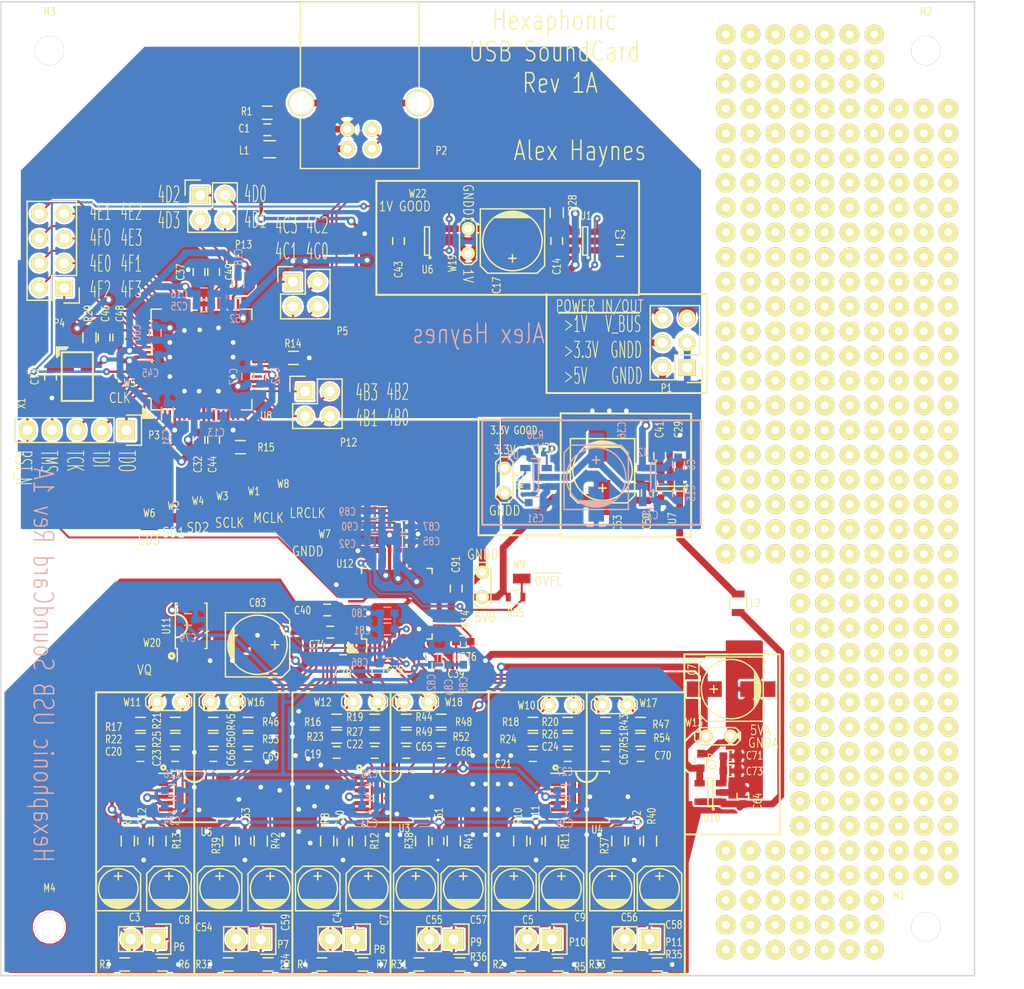
<source format=kicad_pcb>
(kicad_pcb (version 4) (host pcbnew 0.201601231531+6508~42~ubuntu14.04.1-product)
  (layers (0 F.Cu signal) (31 B.Cu mixed) (34 B.Paste user) (35 F.Paste user) (36 B.SilkS user) (37 F.SilkS user) (38 B.Mask user) (39 F.Mask user) (44 Edge.Cuts user))
  (net 0 "")
  (net 1 VA)
  (net 2 GNDA)
  (net 3 +3V3)
  (net 4 GNDD)
  (net 5 VX)
  (net 6 /Buffer_1_2/IN_A+)
  (net 7 /Buffer_1_2/IN_A-)
  (net 8 /Buffer_1_2/VQ)
  (net 9 /Buffer_1_2/ADC_A-)
  (net 10 /Buffer_1_2/ADC_A+)
  (net 11 /Buffer_1_2/IN_B+)
  (net 12 /Buffer_1_2/IN_B-)
  (net 13 /Buffer_1_2/ADC_B-)
  (net 14 /Buffer_1_2/ADC_B+)
  (net 15 /Buffer_4_3/IN_A+)
  (net 16 /Buffer_4_3/IN_A-)
  (net 17 /Buffer_4_3/ADC_A-)
  (net 18 /Buffer_4_3/ADC_A+)
  (net 19 /Buffer_4_3/IN_B+)
  (net 20 /Buffer_4_3/IN_B-)
  (net 21 /Buffer_4_3/ADC_B-)
  (net 22 /Buffer_4_3/ADC_B+)
  (net 23 /Buffer_6_5/IN_A+)
  (net 24 /Buffer_6_5/IN_A-)
  (net 25 /Buffer_6_5/ADC_A-)
  (net 26 /Buffer_6_5/ADC_A+)
  (net 27 /Buffer_6_5/IN_B+)
  (net 28 /Buffer_6_5/IN_B-)
  (net 29 /Buffer_6_5/ADC_B-)
  (net 30 /Buffer_6_5/ADC_B+)
  (net 31 /MCU/V_BUS)
  (net 32 Earth_Clean)
  (net 33 VDD)
  (net 34 /Power/GT_33V)
  (net 35 /Power/GT_5V)
  (net 36 /Power/GT_1V)
  (net 37 /MCU/USB_D-)
  (net 38 /MCU/USB_D+)
  (net 39 /Power/1V_GOOD)
  (net 40 /Power/3.3V_GOOD)
  (net 41 /MCU/MCLK)
  (net 42 /MCU/LRCLK)
  (net 43 /MCU/SCLK)
  (net 44 /MCU/SD2)
  (net 45 /MCU/SD1)
  (net 46 /MCU/SD3)
  (net 47 /MCU/CLK)
  (net 48 /VQ)
  (net 49 /FILT+)
  (net 50 "Net-(C3-Pad1)")
  (net 51 "Net-(C4-Pad1)")
  (net 52 "Net-(C5-Pad1)")
  (net 53 "Net-(C7-Pad1)")
  (net 54 "Net-(C8-Pad1)")
  (net 55 "Net-(C9-Pad1)")
  (net 56 "Net-(C15-Pad1)")
  (net 57 "Net-(C19-Pad1)")
  (net 58 "Net-(C19-Pad2)")
  (net 59 "Net-(C20-Pad1)")
  (net 60 "Net-(C20-Pad2)")
  (net 61 "Net-(C21-Pad1)")
  (net 62 "Net-(C21-Pad2)")
  (net 63 "Net-(C22-Pad1)")
  (net 64 "Net-(C22-Pad2)")
  (net 65 "Net-(C23-Pad1)")
  (net 66 "Net-(C23-Pad2)")
  (net 67 "Net-(C24-Pad1)")
  (net 68 "Net-(C24-Pad2)")
  (net 69 "Net-(C41-Pad1)")
  (net 70 "Net-(C43-Pad1)")
  (net 71 "Net-(C46-Pad1)")
  (net 72 "Net-(C51-Pad1)")
  (net 73 "Net-(C54-Pad1)")
  (net 74 "Net-(C55-Pad1)")
  (net 75 "Net-(C56-Pad1)")
  (net 76 "Net-(C57-Pad1)")
  (net 77 "Net-(C58-Pad1)")
  (net 78 "Net-(C59-Pad1)")
  (net 79 "Net-(C64-Pad1)")
  (net 80 "Net-(C65-Pad1)")
  (net 81 "Net-(C65-Pad2)")
  (net 82 "Net-(C66-Pad1)")
  (net 83 "Net-(C66-Pad2)")
  (net 84 "Net-(C67-Pad1)")
  (net 85 "Net-(C67-Pad2)")
  (net 86 "Net-(C68-Pad1)")
  (net 87 "Net-(C68-Pad2)")
  (net 88 "Net-(C69-Pad1)")
  (net 89 "Net-(C69-Pad2)")
  (net 90 "Net-(C70-Pad1)")
  (net 91 "Net-(C70-Pad2)")
  (net 92 "Net-(C71-Pad1)")
  (net 93 "Net-(L1-Pad2)")
  (net 94 "Net-(P3-Pad1)")
  (net 95 "Net-(P3-Pad2)")
  (net 96 "Net-(P3-Pad3)")
  (net 97 "Net-(P3-Pad4)")
  (net 98 "Net-(R14-Pad1)")
  (net 99 "Net-(R15-Pad1)")
  (net 100 "Net-(U11-Pad6)")
  (net 101 "Net-(P2-Pad5)")
  (net 102 /MCU/4F3)
  (net 103 /MCU/4F2)
  (net 104 /MCU/4F1)
  (net 105 /MCU/4E0)
  (net 106 /MCU/4E3)
  (net 107 /MCU/4F0)
  (net 108 /MCU/4E2)
  (net 109 /MCU/4E1)
  (net 110 /MCU/4C3)
  (net 111 /MCU/4C2)
  (net 112 /MCU/4C1)
  (net 113 /MCU/4C0)
  (net 114 /MCU/4B3)
  (net 115 /MCU/4B2)
  (net 116 /MCU/4B1)
  (net 117 /MCU/4B0)
  (net 118 /MCU/4D2)
  (net 119 /MCU/4D0)
  (net 120 /MCU/4D3)
  (net 121 /MCU/4D1)
  (net 122 "Net-(R55-Pad2)")
  (module LQFP-48_7x7mm_Pitch0.5mm_better (layer F.Cu) (at 90.675 111.8 90)
    (fp_text reference U12 (at 4.104 -5.331 360) (layer F.SilkS) (effects (font (size 0.8 0.6) (thickness 0.1))))
    (fp_text value CS5366)
    (pad 1 smd rect (at -4.35 -2.75 90) (size 1.3 0.25) (layers F.Cu F.Paste F.Mask) (net 21 /Buffer_4_3/ADC_B-))
    (pad 2 smd rect (at -4.35 -2.25 90) (size 1.3 0.25) (layers F.Cu F.Paste F.Mask) (net 22 /Buffer_4_3/ADC_B+))
    (pad 3 smd rect (at -4.35 -1.75 90) (size 1.3 0.25) (layers F.Cu F.Paste F.Mask) (net 2 GNDA))
    (pad 4 smd rect (at -4.35 -1.25 90) (size 1.3 0.25) (layers F.Cu F.Paste F.Mask) (net 1 VA))
    (pad 5 smd rect (at -4.35 -0.75 90) (size 1.3 0.25) (layers F.Cu F.Paste F.Mask) (net 2 GNDA))
    (pad 6 smd rect (at -4.35 -0.25 90) (size 1.3 0.25) (layers F.Cu F.Paste F.Mask) (net 49 /FILT+))
    (pad 7 smd rect (at -4.35 0.25 90) (size 1.3 0.25) (layers F.Cu F.Paste F.Mask) (net 48 /VQ))
    (pad 8 smd rect (at -4.35 0.75 90) (size 1.3 0.25) (layers F.Cu F.Paste F.Mask) (net 2 GNDA))
    (pad 9 smd rect (at -4.35 1.25 90) (size 1.3 0.25) (layers F.Cu F.Paste F.Mask) (net 1 VA))
    (pad 10 smd rect (at -4.35 1.75 90) (size 1.3 0.25) (layers F.Cu F.Paste F.Mask) (net 2 GNDA))
    (pad 11 smd rect (at -4.35 2.25 90) (size 1.3 0.25) (layers F.Cu F.Paste F.Mask) (net 25 /Buffer_6_5/ADC_A-))
    (pad 12 smd rect (at -4.35 2.75 90) (size 1.3 0.25) (layers F.Cu F.Paste F.Mask) (net 26 /Buffer_6_5/ADC_A+))
    (pad 13 smd rect (at -2.75 4.35 180) (size 1.3 0.25) (layers F.Cu F.Paste F.Mask) (net 29 /Buffer_6_5/ADC_B-))
    (pad 14 smd rect (at -2.25 4.35 180) (size 1.3 0.25) (layers F.Cu F.Paste F.Mask) (net 30 /Buffer_6_5/ADC_B+))
    (pad 15 smd rect (at -1.75 4.35 180) (size 1.3 0.25) (layers F.Cu F.Paste F.Mask) (net 4 GNDD))
    (pad 16 smd rect (at -1.25 4.35 180) (size 1.3 0.25) (layers F.Cu F.Paste F.Mask) (net 4 GNDD))
    (pad 17 smd rect (at -0.75 4.35 180) (size 1.3 0.25) (layers F.Cu F.Paste F.Mask) (net 4 GNDD))
    (pad 18 smd rect (at -0.25 4.35 180) (size 1.3 0.25) (layers F.Cu F.Paste F.Mask) (net 4 GNDD))
    (pad 19 smd rect (at 0.25 4.35 180) (size 1.3 0.25) (layers F.Cu F.Paste F.Mask) (net 4 GNDD))
    (pad 20 smd rect (at 0.75 4.35 180) (size 1.3 0.25) (layers F.Cu F.Paste F.Mask) (net 5 VX))
    (pad 21 smd rect (at 1.25 4.35 180) (size 1.3 0.25) (layers F.Cu F.Paste F.Mask) (net 4 GNDD))
    (pad 22 smd rect (at 1.75 4.35 180) (size 1.3 0.25) (layers F.Cu F.Paste F.Mask) (net 4 GNDD))
    (pad 23 smd rect (at 2.25 4.35 180) (size 1.3 0.25) (layers F.Cu F.Paste F.Mask) (net 41 /MCU/MCLK))
    (pad 24 smd rect (at 2.75 4.35 180) (size 1.3 0.25) (layers F.Cu F.Paste F.Mask) (net 42 /MCU/LRCLK))
    (pad 25 smd rect (at 4.35 2.75 90) (size 1.3 0.25) (layers F.Cu F.Paste F.Mask) (net 43 /MCU/SCLK))
    (pad 26 smd rect (at 4.35 2.25 90) (size 1.3 0.25) (layers F.Cu F.Paste F.Mask))
    (pad 27 smd rect (at 4.35 1.75 90) (size 1.3 0.25) (layers F.Cu F.Paste F.Mask) (net 44 /MCU/SD2))
    (pad 28 smd rect (at 4.35 1.25 90) (size 1.3 0.25) (layers F.Cu F.Paste F.Mask) (net 3 +3V3))
    (pad 29 smd rect (at 4.35 0.75 90) (size 1.3 0.25) (layers F.Cu F.Paste F.Mask) (net 4 GNDD))
    (pad 30 smd rect (at 4.35 0.25 90) (size 1.3 0.25) (layers F.Cu F.Paste F.Mask) (net 45 /MCU/SD1))
    (pad 31 smd rect (at 4.35 -0.25 90) (size 1.3 0.25) (layers F.Cu F.Paste F.Mask) (net 46 /MCU/SD3))
    (pad 32 smd rect (at 4.35 -0.75 90) (size 1.3 0.25) (layers F.Cu F.Paste F.Mask) (net 4 GNDD))
    (pad 33 smd rect (at 4.35 -1.25 90) (size 1.3 0.25) (layers F.Cu F.Paste F.Mask) (net 3 +3V3))
    (pad 34 smd rect (at 4.35 -1.75 90) (size 1.3 0.25) (layers F.Cu F.Paste F.Mask) (net 4 GNDD))
    (pad 35 smd rect (at 4.35 -2.25 90) (size 1.3 0.25) (layers F.Cu F.Paste F.Mask) (net 3 +3V3))
    (pad 36 smd rect (at 4.35 -2.75 90) (size 1.3 0.25) (layers F.Cu F.Paste F.Mask) (net 122 "Net-(R55-Pad2)"))
    (pad 37 smd rect (at 2.75 -4.35 180) (size 1.3 0.25) (layers F.Cu F.Paste F.Mask) (net 4 GNDD))
    (pad 38 smd rect (at 2.25 -4.35 180) (size 1.3 0.25) (layers F.Cu F.Paste F.Mask) (net 4 GNDD))
    (pad 39 smd rect (at 1.75 -4.35 180) (size 1.3 0.25) (layers F.Cu F.Paste F.Mask) (net 3 +3V3))
    (pad 40 smd rect (at 1.25 -4.35 180) (size 1.3 0.25) (layers F.Cu F.Paste F.Mask) (net 3 +3V3))
    (pad 41 smd rect (at 0.75 -4.35 180) (size 1.3 0.25) (layers F.Cu F.Paste F.Mask) (net 39 /Power/1V_GOOD))
    (pad 42 smd rect (at 0.25 -4.35 180) (size 1.3 0.25) (layers F.Cu F.Paste F.Mask) (net 4 GNDD))
    (pad 43 smd rect (at -0.25 -4.35 180) (size 1.3 0.25) (layers F.Cu F.Paste F.Mask) (net 9 /Buffer_1_2/ADC_A-))
    (pad 44 smd rect (at -0.75 -4.35 180) (size 1.3 0.25) (layers F.Cu F.Paste F.Mask) (net 10 /Buffer_1_2/ADC_A+))
    (pad 45 smd rect (at -1.25 -4.35 180) (size 1.3 0.25) (layers F.Cu F.Paste F.Mask) (net 13 /Buffer_1_2/ADC_B-))
    (pad 46 smd rect (at -1.75 -4.35 180) (size 1.3 0.25) (layers F.Cu F.Paste F.Mask) (net 14 /Buffer_1_2/ADC_B+))
    (pad 47 smd rect (at -2.25 -4.35 180) (size 1.3 0.25) (layers F.Cu F.Paste F.Mask) (net 17 /Buffer_4_3/ADC_A-))
    (pad 48 smd rect (at -2.75 -4.35 180) (size 1.3 0.25) (layers F.Cu F.Paste F.Mask) (net 18 /Buffer_4_3/ADC_A+))
  )
  (module Wire_Pads:SolderWirePad_single_0-8mmDrill (layer F.Cu) (at 139.7 58.42)
    (fp_text reference REF**173 hide)
    (fp_text value SolderWirePad_single_0-8mmDrill)
    (pad 1 thru_hole circle (at 0 0) (size 1.99898 1.99898) (drill 0.8001) (layers *.Cu *.Mask F.SilkS))
  )
  (module Wire_Pads:SolderWirePad_single_0-8mmDrill (layer F.Cu) (at 137.16 58.42)
    (fp_text reference REF**163 hide)
    (fp_text value SolderWirePad_single_0-8mmDrill)
    (pad 1 thru_hole circle (at 0 0) (size 1.99898 1.99898) (drill 0.8001) (layers *.Cu *.Mask F.SilkS))
  )
  (module Wire_Pads:SolderWirePad_single_0-8mmDrill (layer F.Cu) (at 134.62 58.42)
    (fp_text reference REF**153 hide)
    (fp_text value SolderWirePad_single_0-8mmDrill)
    (pad 1 thru_hole circle (at 0 0) (size 1.99898 1.99898) (drill 0.8001) (layers *.Cu *.Mask F.SilkS))
  )
  (module Wire_Pads:SolderWirePad_single_0-8mmDrill (layer F.Cu) (at 132.08 58.42)
    (fp_text reference REF**143 hide)
    (fp_text value SolderWirePad_single_0-8mmDrill)
    (pad 1 thru_hole circle (at 0 0) (size 1.99898 1.99898) (drill 0.8001) (layers *.Cu *.Mask F.SilkS))
  )
  (module Wire_Pads:SolderWirePad_single_0-8mmDrill (layer F.Cu) (at 129.54 58.42)
    (fp_text reference REF**133 hide)
    (fp_text value SolderWirePad_single_0-8mmDrill)
    (pad 1 thru_hole circle (at 0 0) (size 1.99898 1.99898) (drill 0.8001) (layers *.Cu *.Mask F.SilkS))
  )
  (module Wire_Pads:SolderWirePad_single_0-8mmDrill (layer F.Cu) (at 127 58.42)
    (fp_text reference REF**123 hide)
    (fp_text value SolderWirePad_single_0-8mmDrill)
    (pad 1 thru_hole circle (at 0 0) (size 1.99898 1.99898) (drill 0.8001) (layers *.Cu *.Mask F.SilkS))
  )
  (module Wire_Pads:SolderWirePad_single_0-8mmDrill (layer F.Cu) (at 124.46 58.42)
    (fp_text reference REF**113 hide)
    (fp_text value SolderWirePad_single_0-8mmDrill)
    (pad 1 thru_hole circle (at 0 0) (size 1.99898 1.99898) (drill 0.8001) (layers *.Cu *.Mask F.SilkS))
  )
  (module Wire_Pads:SolderWirePad_single_0-8mmDrill (layer F.Cu) (at 139.7 55.88)
    (fp_text reference REF**172 hide)
    (fp_text value SolderWirePad_single_0-8mmDrill)
    (pad 1 thru_hole circle (at 0 0) (size 1.99898 1.99898) (drill 0.8001) (layers *.Cu *.Mask F.SilkS))
  )
  (module Wire_Pads:SolderWirePad_single_0-8mmDrill (layer F.Cu) (at 137.16 55.88)
    (fp_text reference REF**162 hide)
    (fp_text value SolderWirePad_single_0-8mmDrill)
    (pad 1 thru_hole circle (at 0 0) (size 1.99898 1.99898) (drill 0.8001) (layers *.Cu *.Mask F.SilkS))
  )
  (module Wire_Pads:SolderWirePad_single_0-8mmDrill (layer F.Cu) (at 134.62 55.88)
    (fp_text reference REF**152 hide)
    (fp_text value SolderWirePad_single_0-8mmDrill)
    (pad 1 thru_hole circle (at 0 0) (size 1.99898 1.99898) (drill 0.8001) (layers *.Cu *.Mask F.SilkS))
  )
  (module Wire_Pads:SolderWirePad_single_0-8mmDrill (layer F.Cu) (at 132.08 55.88)
    (fp_text reference REF**142 hide)
    (fp_text value SolderWirePad_single_0-8mmDrill)
    (pad 1 thru_hole circle (at 0 0) (size 1.99898 1.99898) (drill 0.8001) (layers *.Cu *.Mask F.SilkS))
  )
  (module Wire_Pads:SolderWirePad_single_0-8mmDrill (layer F.Cu) (at 129.54 55.88)
    (fp_text reference REF**132 hide)
    (fp_text value SolderWirePad_single_0-8mmDrill)
    (pad 1 thru_hole circle (at 0 0) (size 1.99898 1.99898) (drill 0.8001) (layers *.Cu *.Mask F.SilkS))
  )
  (module Wire_Pads:SolderWirePad_single_0-8mmDrill (layer F.Cu) (at 127 55.88)
    (fp_text reference REF**122 hide)
    (fp_text value SolderWirePad_single_0-8mmDrill)
    (pad 1 thru_hole circle (at 0 0) (size 1.99898 1.99898) (drill 0.8001) (layers *.Cu *.Mask F.SilkS))
  )
  (module Wire_Pads:SolderWirePad_single_0-8mmDrill (layer F.Cu) (at 124.46 55.88)
    (fp_text reference REF**112 hide)
    (fp_text value SolderWirePad_single_0-8mmDrill)
    (pad 1 thru_hole circle (at 0 0) (size 1.99898 1.99898) (drill 0.8001) (layers *.Cu *.Mask F.SilkS))
  )
  (module Wire_Pads:SolderWirePad_single_0-8mmDrill (layer F.Cu) (at 139.7 53.34)
    (fp_text reference REF**171 hide)
    (fp_text value SolderWirePad_single_0-8mmDrill)
    (pad 1 thru_hole circle (at 0 0) (size 1.99898 1.99898) (drill 0.8001) (layers *.Cu *.Mask F.SilkS))
  )
  (module Wire_Pads:SolderWirePad_single_0-8mmDrill (layer F.Cu) (at 137.16 53.34)
    (fp_text reference REF**161 hide)
    (fp_text value SolderWirePad_single_0-8mmDrill)
    (pad 1 thru_hole circle (at 0 0) (size 1.99898 1.99898) (drill 0.8001) (layers *.Cu *.Mask F.SilkS))
  )
  (module Wire_Pads:SolderWirePad_single_0-8mmDrill (layer F.Cu) (at 134.62 53.34)
    (fp_text reference REF**151 hide)
    (fp_text value SolderWirePad_single_0-8mmDrill)
    (pad 1 thru_hole circle (at 0 0) (size 1.99898 1.99898) (drill 0.8001) (layers *.Cu *.Mask F.SilkS))
  )
  (module Wire_Pads:SolderWirePad_single_0-8mmDrill (layer F.Cu) (at 132.08 53.34)
    (fp_text reference REF**141 hide)
    (fp_text value SolderWirePad_single_0-8mmDrill)
    (pad 1 thru_hole circle (at 0 0) (size 1.99898 1.99898) (drill 0.8001) (layers *.Cu *.Mask F.SilkS))
  )
  (module Wire_Pads:SolderWirePad_single_0-8mmDrill (layer F.Cu) (at 129.54 53.34)
    (fp_text reference REF**131 hide)
    (fp_text value SolderWirePad_single_0-8mmDrill)
    (pad 1 thru_hole circle (at 0 0) (size 1.99898 1.99898) (drill 0.8001) (layers *.Cu *.Mask F.SilkS))
  )
  (module Wire_Pads:SolderWirePad_single_0-8mmDrill (layer F.Cu) (at 127 53.34)
    (fp_text reference REF**121 hide)
    (fp_text value SolderWirePad_single_0-8mmDrill)
    (pad 1 thru_hole circle (at 0 0) (size 1.99898 1.99898) (drill 0.8001) (layers *.Cu *.Mask F.SilkS))
  )
  (module Wire_Pads:SolderWirePad_single_0-8mmDrill (layer F.Cu) (at 124.46 53.34)
    (fp_text reference REF**111 hide)
    (fp_text value SolderWirePad_single_0-8mmDrill)
    (pad 1 thru_hole circle (at 0 0) (size 1.99898 1.99898) (drill 0.8001) (layers *.Cu *.Mask F.SilkS))
  )
  (module Wire_Pads:SolderWirePad_single_0-8mmDrill (layer F.Cu) (at 139.7 147.32)
    (fp_text reference REF**111173 hide)
    (fp_text value SolderWirePad_single_0-8mmDrill)
    (pad 1 thru_hole circle (at 0 0) (size 1.99898 1.99898) (drill 0.8001) (layers *.Cu *.Mask F.SilkS))
  )
  (module Wire_Pads:SolderWirePad_single_0-8mmDrill (layer F.Cu) (at 137.16 147.32)
    (fp_text reference REF**111163 hide)
    (fp_text value SolderWirePad_single_0-8mmDrill)
    (pad 1 thru_hole circle (at 0 0) (size 1.99898 1.99898) (drill 0.8001) (layers *.Cu *.Mask F.SilkS))
  )
  (module Wire_Pads:SolderWirePad_single_0-8mmDrill (layer F.Cu) (at 134.62 147.32)
    (fp_text reference REF**111153 hide)
    (fp_text value SolderWirePad_single_0-8mmDrill)
    (pad 1 thru_hole circle (at 0 0) (size 1.99898 1.99898) (drill 0.8001) (layers *.Cu *.Mask F.SilkS))
  )
  (module Wire_Pads:SolderWirePad_single_0-8mmDrill (layer F.Cu) (at 132.08 147.32)
    (fp_text reference REF**111143 hide)
    (fp_text value SolderWirePad_single_0-8mmDrill)
    (pad 1 thru_hole circle (at 0 0) (size 1.99898 1.99898) (drill 0.8001) (layers *.Cu *.Mask F.SilkS))
  )
  (module Wire_Pads:SolderWirePad_single_0-8mmDrill (layer F.Cu) (at 129.54 147.32)
    (fp_text reference REF**111133 hide)
    (fp_text value SolderWirePad_single_0-8mmDrill)
    (pad 1 thru_hole circle (at 0 0) (size 1.99898 1.99898) (drill 0.8001) (layers *.Cu *.Mask F.SilkS))
  )
  (module Wire_Pads:SolderWirePad_single_0-8mmDrill (layer F.Cu) (at 127 147.32)
    (fp_text reference REF**111123 hide)
    (fp_text value SolderWirePad_single_0-8mmDrill)
    (pad 1 thru_hole circle (at 0 0) (size 1.99898 1.99898) (drill 0.8001) (layers *.Cu *.Mask F.SilkS))
  )
  (module Wire_Pads:SolderWirePad_single_0-8mmDrill (layer F.Cu) (at 124.46 147.32)
    (fp_text reference REF**111113 hide)
    (fp_text value SolderWirePad_single_0-8mmDrill)
    (pad 1 thru_hole circle (at 0 0) (size 1.99898 1.99898) (drill 0.8001) (layers *.Cu *.Mask F.SilkS))
  )
  (module Wire_Pads:SolderWirePad_single_0-8mmDrill (layer F.Cu) (at 139.7 144.78)
    (fp_text reference REF**111172 hide)
    (fp_text value SolderWirePad_single_0-8mmDrill)
    (pad 1 thru_hole circle (at 0 0) (size 1.99898 1.99898) (drill 0.8001) (layers *.Cu *.Mask F.SilkS))
  )
  (module Wire_Pads:SolderWirePad_single_0-8mmDrill (layer F.Cu) (at 137.16 144.78)
    (fp_text reference REF**111162 hide)
    (fp_text value SolderWirePad_single_0-8mmDrill)
    (pad 1 thru_hole circle (at 0 0) (size 1.99898 1.99898) (drill 0.8001) (layers *.Cu *.Mask F.SilkS))
  )
  (module Wire_Pads:SolderWirePad_single_0-8mmDrill (layer F.Cu) (at 134.62 144.78)
    (fp_text reference REF**111152 hide)
    (fp_text value SolderWirePad_single_0-8mmDrill)
    (pad 1 thru_hole circle (at 0 0) (size 1.99898 1.99898) (drill 0.8001) (layers *.Cu *.Mask F.SilkS))
  )
  (module Wire_Pads:SolderWirePad_single_0-8mmDrill (layer F.Cu) (at 132.08 144.78)
    (fp_text reference REF**111142 hide)
    (fp_text value SolderWirePad_single_0-8mmDrill)
    (pad 1 thru_hole circle (at 0 0) (size 1.99898 1.99898) (drill 0.8001) (layers *.Cu *.Mask F.SilkS))
  )
  (module Wire_Pads:SolderWirePad_single_0-8mmDrill (layer F.Cu) (at 129.54 144.78)
    (fp_text reference REF**111132 hide)
    (fp_text value SolderWirePad_single_0-8mmDrill)
    (pad 1 thru_hole circle (at 0 0) (size 1.99898 1.99898) (drill 0.8001) (layers *.Cu *.Mask F.SilkS))
  )
  (module Wire_Pads:SolderWirePad_single_0-8mmDrill (layer F.Cu) (at 127 144.78)
    (fp_text reference REF**111122 hide)
    (fp_text value SolderWirePad_single_0-8mmDrill)
    (pad 1 thru_hole circle (at 0 0) (size 1.99898 1.99898) (drill 0.8001) (layers *.Cu *.Mask F.SilkS))
  )
  (module Wire_Pads:SolderWirePad_single_0-8mmDrill (layer F.Cu) (at 124.46 144.78)
    (fp_text reference REF**111112 hide)
    (fp_text value SolderWirePad_single_0-8mmDrill)
    (pad 1 thru_hole circle (at 0 0) (size 1.99898 1.99898) (drill 0.8001) (layers *.Cu *.Mask F.SilkS))
  )
  (module Wire_Pads:SolderWirePad_single_0-8mmDrill (layer F.Cu) (at 139.7 142.24)
    (fp_text reference REF**111171 hide)
    (fp_text value SolderWirePad_single_0-8mmDrill)
    (pad 1 thru_hole circle (at 0 0) (size 1.99898 1.99898) (drill 0.8001) (layers *.Cu *.Mask F.SilkS))
  )
  (module Wire_Pads:SolderWirePad_single_0-8mmDrill (layer F.Cu) (at 137.16 142.24)
    (fp_text reference REF**111161 hide)
    (fp_text value SolderWirePad_single_0-8mmDrill)
    (pad 1 thru_hole circle (at 0 0) (size 1.99898 1.99898) (drill 0.8001) (layers *.Cu *.Mask F.SilkS))
  )
  (module Wire_Pads:SolderWirePad_single_0-8mmDrill (layer F.Cu) (at 134.62 142.24)
    (fp_text reference REF**111151 hide)
    (fp_text value SolderWirePad_single_0-8mmDrill)
    (pad 1 thru_hole circle (at 0 0) (size 1.99898 1.99898) (drill 0.8001) (layers *.Cu *.Mask F.SilkS))
  )
  (module Wire_Pads:SolderWirePad_single_0-8mmDrill (layer F.Cu) (at 132.08 142.24)
    (fp_text reference REF**111141 hide)
    (fp_text value SolderWirePad_single_0-8mmDrill)
    (pad 1 thru_hole circle (at 0 0) (size 1.99898 1.99898) (drill 0.8001) (layers *.Cu *.Mask F.SilkS))
  )
  (module Wire_Pads:SolderWirePad_single_0-8mmDrill (layer F.Cu) (at 129.54 142.24)
    (fp_text reference REF**111131 hide)
    (fp_text value SolderWirePad_single_0-8mmDrill)
    (pad 1 thru_hole circle (at 0 0) (size 1.99898 1.99898) (drill 0.8001) (layers *.Cu *.Mask F.SilkS))
  )
  (module Wire_Pads:SolderWirePad_single_0-8mmDrill (layer F.Cu) (at 127 142.24)
    (fp_text reference REF**111121 hide)
    (fp_text value SolderWirePad_single_0-8mmDrill)
    (pad 1 thru_hole circle (at 0 0) (size 1.99898 1.99898) (drill 0.8001) (layers *.Cu *.Mask F.SilkS))
  )
  (module Wire_Pads:SolderWirePad_single_0-8mmDrill (layer F.Cu) (at 124.46 142.24)
    (fp_text reference REF**111111 hide)
    (fp_text value SolderWirePad_single_0-8mmDrill)
    (pad 1 thru_hole circle (at 0 0) (size 1.99898 1.99898) (drill 0.8001) (layers *.Cu *.Mask F.SilkS))
  )
  (module Wire_Pads:SolderWirePad_single_0-8mmDrill (layer F.Cu) (at 147.32 139.7)
    (fp_text reference REF**111102 hide)
    (fp_text value SolderWirePad_single_0-8mmDrill)
    (pad 1 thru_hole circle (at 0 0) (size 1.99898 1.99898) (drill 0.8001) (layers *.Cu *.Mask F.SilkS))
  )
  (module Wire_Pads:SolderWirePad_single_0-8mmDrill (layer F.Cu) (at 144.78 139.7)
    (fp_text reference REF**11192 hide)
    (fp_text value SolderWirePad_single_0-8mmDrill)
    (pad 1 thru_hole circle (at 0 0) (size 1.99898 1.99898) (drill 0.8001) (layers *.Cu *.Mask F.SilkS))
  )
  (module Wire_Pads:SolderWirePad_single_0-8mmDrill (layer F.Cu) (at 142.24 139.7)
    (fp_text reference REF**11182 hide)
    (fp_text value SolderWirePad_single_0-8mmDrill)
    (pad 1 thru_hole circle (at 0 0) (size 1.99898 1.99898) (drill 0.8001) (layers *.Cu *.Mask F.SilkS))
  )
  (module Wire_Pads:SolderWirePad_single_0-8mmDrill (layer F.Cu) (at 139.7 139.7)
    (fp_text reference REF**11172 hide)
    (fp_text value SolderWirePad_single_0-8mmDrill)
    (pad 1 thru_hole circle (at 0 0) (size 1.99898 1.99898) (drill 0.8001) (layers *.Cu *.Mask F.SilkS))
  )
  (module Wire_Pads:SolderWirePad_single_0-8mmDrill (layer F.Cu) (at 137.16 139.7)
    (fp_text reference REF**11162 hide)
    (fp_text value SolderWirePad_single_0-8mmDrill)
    (pad 1 thru_hole circle (at 0 0) (size 1.99898 1.99898) (drill 0.8001) (layers *.Cu *.Mask F.SilkS))
  )
  (module Wire_Pads:SolderWirePad_single_0-8mmDrill (layer F.Cu) (at 134.62 139.7)
    (fp_text reference REF**11152 hide)
    (fp_text value SolderWirePad_single_0-8mmDrill)
    (pad 1 thru_hole circle (at 0 0) (size 1.99898 1.99898) (drill 0.8001) (layers *.Cu *.Mask F.SilkS))
  )
  (module Wire_Pads:SolderWirePad_single_0-8mmDrill (layer F.Cu) (at 132.08 139.7)
    (fp_text reference REF**11142 hide)
    (fp_text value SolderWirePad_single_0-8mmDrill)
    (pad 1 thru_hole circle (at 0 0) (size 1.99898 1.99898) (drill 0.8001) (layers *.Cu *.Mask F.SilkS))
  )
  (module Wire_Pads:SolderWirePad_single_0-8mmDrill (layer F.Cu) (at 129.54 139.7)
    (fp_text reference REF**11132 hide)
    (fp_text value SolderWirePad_single_0-8mmDrill)
    (pad 1 thru_hole circle (at 0 0) (size 1.99898 1.99898) (drill 0.8001) (layers *.Cu *.Mask F.SilkS))
  )
  (module Wire_Pads:SolderWirePad_single_0-8mmDrill (layer F.Cu) (at 127 139.7)
    (fp_text reference REF**11122 hide)
    (fp_text value SolderWirePad_single_0-8mmDrill)
    (pad 1 thru_hole circle (at 0 0) (size 1.99898 1.99898) (drill 0.8001) (layers *.Cu *.Mask F.SilkS))
  )
  (module Wire_Pads:SolderWirePad_single_0-8mmDrill (layer F.Cu) (at 124.46 139.7)
    (fp_text reference REF**11112 hide)
    (fp_text value SolderWirePad_single_0-8mmDrill)
    (pad 1 thru_hole circle (at 0 0) (size 1.99898 1.99898) (drill 0.8001) (layers *.Cu *.Mask F.SilkS))
  )
  (module Wire_Pads:SolderWirePad_single_0-8mmDrill (layer F.Cu) (at 147.32 137.16)
    (fp_text reference REF**111101 hide)
    (fp_text value SolderWirePad_single_0-8mmDrill)
    (pad 1 thru_hole circle (at 0 0) (size 1.99898 1.99898) (drill 0.8001) (layers *.Cu *.Mask F.SilkS))
  )
  (module Wire_Pads:SolderWirePad_single_0-8mmDrill (layer F.Cu) (at 144.78 137.16)
    (fp_text reference REF**11191 hide)
    (fp_text value SolderWirePad_single_0-8mmDrill)
    (pad 1 thru_hole circle (at 0 0) (size 1.99898 1.99898) (drill 0.8001) (layers *.Cu *.Mask F.SilkS))
  )
  (module Wire_Pads:SolderWirePad_single_0-8mmDrill (layer F.Cu) (at 142.24 137.16)
    (fp_text reference REF**11181 hide)
    (fp_text value SolderWirePad_single_0-8mmDrill)
    (pad 1 thru_hole circle (at 0 0) (size 1.99898 1.99898) (drill 0.8001) (layers *.Cu *.Mask F.SilkS))
  )
  (module Wire_Pads:SolderWirePad_single_0-8mmDrill (layer F.Cu) (at 139.7 137.16)
    (fp_text reference REF**11171 hide)
    (fp_text value SolderWirePad_single_0-8mmDrill)
    (pad 1 thru_hole circle (at 0 0) (size 1.99898 1.99898) (drill 0.8001) (layers *.Cu *.Mask F.SilkS))
  )
  (module Wire_Pads:SolderWirePad_single_0-8mmDrill (layer F.Cu) (at 137.16 137.16)
    (fp_text reference REF**11161 hide)
    (fp_text value SolderWirePad_single_0-8mmDrill)
    (pad 1 thru_hole circle (at 0 0) (size 1.99898 1.99898) (drill 0.8001) (layers *.Cu *.Mask F.SilkS))
  )
  (module Wire_Pads:SolderWirePad_single_0-8mmDrill (layer F.Cu) (at 134.62 137.16)
    (fp_text reference REF**11151 hide)
    (fp_text value SolderWirePad_single_0-8mmDrill)
    (pad 1 thru_hole circle (at 0 0) (size 1.99898 1.99898) (drill 0.8001) (layers *.Cu *.Mask F.SilkS))
  )
  (module Wire_Pads:SolderWirePad_single_0-8mmDrill (layer F.Cu) (at 132.08 137.16)
    (fp_text reference REF**11141 hide)
    (fp_text value SolderWirePad_single_0-8mmDrill)
    (pad 1 thru_hole circle (at 0 0) (size 1.99898 1.99898) (drill 0.8001) (layers *.Cu *.Mask F.SilkS))
  )
  (module Wire_Pads:SolderWirePad_single_0-8mmDrill (layer F.Cu) (at 129.54 137.16)
    (fp_text reference REF**11131 hide)
    (fp_text value SolderWirePad_single_0-8mmDrill)
    (pad 1 thru_hole circle (at 0 0) (size 1.99898 1.99898) (drill 0.8001) (layers *.Cu *.Mask F.SilkS))
  )
  (module Wire_Pads:SolderWirePad_single_0-8mmDrill (layer F.Cu) (at 127 137.16)
    (fp_text reference REF**11121 hide)
    (fp_text value SolderWirePad_single_0-8mmDrill)
    (pad 1 thru_hole circle (at 0 0) (size 1.99898 1.99898) (drill 0.8001) (layers *.Cu *.Mask F.SilkS))
  )
  (module Wire_Pads:SolderWirePad_single_0-8mmDrill (layer F.Cu) (at 124.46 137.16)
    (fp_text reference REF**11111 hide)
    (fp_text value SolderWirePad_single_0-8mmDrill)
    (pad 1 thru_hole circle (at 0 0) (size 1.99898 1.99898) (drill 0.8001) (layers *.Cu *.Mask F.SilkS))
  )
  (module Wire_Pads:SolderWirePad_single_0-8mmDrill (layer F.Cu) (at 147.32 134.62)
    (fp_text reference REF**1711 hide)
    (fp_text value SolderWirePad_single_0-8mmDrill)
    (pad 1 thru_hole circle (at 0 0) (size 1.99898 1.99898) (drill 0.8001) (layers *.Cu *.Mask F.SilkS))
  )
  (module Wire_Pads:SolderWirePad_single_0-8mmDrill (layer F.Cu) (at 144.78 134.62)
    (fp_text reference REF**1611 hide)
    (fp_text value SolderWirePad_single_0-8mmDrill)
    (pad 1 thru_hole circle (at 0 0) (size 1.99898 1.99898) (drill 0.8001) (layers *.Cu *.Mask F.SilkS))
  )
  (module Wire_Pads:SolderWirePad_single_0-8mmDrill (layer F.Cu) (at 142.24 134.62)
    (fp_text reference REF**1511 hide)
    (fp_text value SolderWirePad_single_0-8mmDrill)
    (pad 1 thru_hole circle (at 0 0) (size 1.99898 1.99898) (drill 0.8001) (layers *.Cu *.Mask F.SilkS))
  )
  (module Wire_Pads:SolderWirePad_single_0-8mmDrill (layer F.Cu) (at 139.7 134.62)
    (fp_text reference REF**1411 hide)
    (fp_text value SolderWirePad_single_0-8mmDrill)
    (pad 1 thru_hole circle (at 0 0) (size 1.99898 1.99898) (drill 0.8001) (layers *.Cu *.Mask F.SilkS))
  )
  (module Wire_Pads:SolderWirePad_single_0-8mmDrill (layer F.Cu) (at 137.16 134.62)
    (fp_text reference REF**1311 hide)
    (fp_text value SolderWirePad_single_0-8mmDrill)
    (pad 1 thru_hole circle (at 0 0) (size 1.99898 1.99898) (drill 0.8001) (layers *.Cu *.Mask F.SilkS))
  )
  (module Wire_Pads:SolderWirePad_single_0-8mmDrill (layer F.Cu) (at 134.62 134.62)
    (fp_text reference REF**1211 hide)
    (fp_text value SolderWirePad_single_0-8mmDrill)
    (pad 1 thru_hole circle (at 0 0) (size 1.99898 1.99898) (drill 0.8001) (layers *.Cu *.Mask F.SilkS))
  )
  (module Wire_Pads:SolderWirePad_single_0-8mmDrill (layer F.Cu) (at 132.08 134.62)
    (fp_text reference REF**1111 hide)
    (fp_text value SolderWirePad_single_0-8mmDrill)
    (pad 1 thru_hole circle (at 0 0) (size 1.99898 1.99898) (drill 0.8001) (layers *.Cu *.Mask F.SilkS))
  )
  (module Wire_Pads:SolderWirePad_single_0-8mmDrill (layer F.Cu) (at 147.32 132.08)
    (fp_text reference REF**1710 hide)
    (fp_text value SolderWirePad_single_0-8mmDrill)
    (pad 1 thru_hole circle (at 0 0) (size 1.99898 1.99898) (drill 0.8001) (layers *.Cu *.Mask F.SilkS))
  )
  (module Wire_Pads:SolderWirePad_single_0-8mmDrill (layer F.Cu) (at 144.78 132.08)
    (fp_text reference REF**1610 hide)
    (fp_text value SolderWirePad_single_0-8mmDrill)
    (pad 1 thru_hole circle (at 0 0) (size 1.99898 1.99898) (drill 0.8001) (layers *.Cu *.Mask F.SilkS))
  )
  (module Wire_Pads:SolderWirePad_single_0-8mmDrill (layer F.Cu) (at 142.24 132.08)
    (fp_text reference REF**1510 hide)
    (fp_text value SolderWirePad_single_0-8mmDrill)
    (pad 1 thru_hole circle (at 0 0) (size 1.99898 1.99898) (drill 0.8001) (layers *.Cu *.Mask F.SilkS))
  )
  (module Wire_Pads:SolderWirePad_single_0-8mmDrill (layer F.Cu) (at 139.7 132.08)
    (fp_text reference REF**1410 hide)
    (fp_text value SolderWirePad_single_0-8mmDrill)
    (pad 1 thru_hole circle (at 0 0) (size 1.99898 1.99898) (drill 0.8001) (layers *.Cu *.Mask F.SilkS))
  )
  (module Wire_Pads:SolderWirePad_single_0-8mmDrill (layer F.Cu) (at 137.16 132.08)
    (fp_text reference REF**1310 hide)
    (fp_text value SolderWirePad_single_0-8mmDrill)
    (pad 1 thru_hole circle (at 0 0) (size 1.99898 1.99898) (drill 0.8001) (layers *.Cu *.Mask F.SilkS))
  )
  (module Wire_Pads:SolderWirePad_single_0-8mmDrill (layer F.Cu) (at 134.62 132.08)
    (fp_text reference REF**1210 hide)
    (fp_text value SolderWirePad_single_0-8mmDrill)
    (pad 1 thru_hole circle (at 0 0) (size 1.99898 1.99898) (drill 0.8001) (layers *.Cu *.Mask F.SilkS))
  )
  (module Wire_Pads:SolderWirePad_single_0-8mmDrill (layer F.Cu) (at 132.08 132.08)
    (fp_text reference REF**1110 hide)
    (fp_text value SolderWirePad_single_0-8mmDrill)
    (pad 1 thru_hole circle (at 0 0) (size 1.99898 1.99898) (drill 0.8001) (layers *.Cu *.Mask F.SilkS))
  )
  (module Wire_Pads:SolderWirePad_single_0-8mmDrill (layer F.Cu) (at 147.32 129.54)
    (fp_text reference REF**179 hide)
    (fp_text value SolderWirePad_single_0-8mmDrill)
    (pad 1 thru_hole circle (at 0 0) (size 1.99898 1.99898) (drill 0.8001) (layers *.Cu *.Mask F.SilkS))
  )
  (module Wire_Pads:SolderWirePad_single_0-8mmDrill (layer F.Cu) (at 144.78 129.54)
    (fp_text reference REF**169 hide)
    (fp_text value SolderWirePad_single_0-8mmDrill)
    (pad 1 thru_hole circle (at 0 0) (size 1.99898 1.99898) (drill 0.8001) (layers *.Cu *.Mask F.SilkS))
  )
  (module Wire_Pads:SolderWirePad_single_0-8mmDrill (layer F.Cu) (at 142.24 129.54)
    (fp_text reference REF**159 hide)
    (fp_text value SolderWirePad_single_0-8mmDrill)
    (pad 1 thru_hole circle (at 0 0) (size 1.99898 1.99898) (drill 0.8001) (layers *.Cu *.Mask F.SilkS))
  )
  (module Wire_Pads:SolderWirePad_single_0-8mmDrill (layer F.Cu) (at 139.7 129.54)
    (fp_text reference REF**149 hide)
    (fp_text value SolderWirePad_single_0-8mmDrill)
    (pad 1 thru_hole circle (at 0 0) (size 1.99898 1.99898) (drill 0.8001) (layers *.Cu *.Mask F.SilkS))
  )
  (module Wire_Pads:SolderWirePad_single_0-8mmDrill (layer F.Cu) (at 137.16 129.54)
    (fp_text reference REF**139 hide)
    (fp_text value SolderWirePad_single_0-8mmDrill)
    (pad 1 thru_hole circle (at 0 0) (size 1.99898 1.99898) (drill 0.8001) (layers *.Cu *.Mask F.SilkS))
  )
  (module Wire_Pads:SolderWirePad_single_0-8mmDrill (layer F.Cu) (at 134.62 129.54)
    (fp_text reference REF**129 hide)
    (fp_text value SolderWirePad_single_0-8mmDrill)
    (pad 1 thru_hole circle (at 0 0) (size 1.99898 1.99898) (drill 0.8001) (layers *.Cu *.Mask F.SilkS))
  )
  (module Wire_Pads:SolderWirePad_single_0-8mmDrill (layer F.Cu) (at 132.08 129.54)
    (fp_text reference REF**119 hide)
    (fp_text value SolderWirePad_single_0-8mmDrill)
    (pad 1 thru_hole circle (at 0 0) (size 1.99898 1.99898) (drill 0.8001) (layers *.Cu *.Mask F.SilkS))
  )
  (module Wire_Pads:SolderWirePad_single_0-8mmDrill (layer F.Cu) (at 147.32 127)
    (fp_text reference REF**178 hide)
    (fp_text value SolderWirePad_single_0-8mmDrill)
    (pad 1 thru_hole circle (at 0 0) (size 1.99898 1.99898) (drill 0.8001) (layers *.Cu *.Mask F.SilkS))
  )
  (module Wire_Pads:SolderWirePad_single_0-8mmDrill (layer F.Cu) (at 144.78 127)
    (fp_text reference REF**168 hide)
    (fp_text value SolderWirePad_single_0-8mmDrill)
    (pad 1 thru_hole circle (at 0 0) (size 1.99898 1.99898) (drill 0.8001) (layers *.Cu *.Mask F.SilkS))
  )
  (module Wire_Pads:SolderWirePad_single_0-8mmDrill (layer F.Cu) (at 142.24 127)
    (fp_text reference REF**158 hide)
    (fp_text value SolderWirePad_single_0-8mmDrill)
    (pad 1 thru_hole circle (at 0 0) (size 1.99898 1.99898) (drill 0.8001) (layers *.Cu *.Mask F.SilkS))
  )
  (module Wire_Pads:SolderWirePad_single_0-8mmDrill (layer F.Cu) (at 139.7 127)
    (fp_text reference REF**148 hide)
    (fp_text value SolderWirePad_single_0-8mmDrill)
    (pad 1 thru_hole circle (at 0 0) (size 1.99898 1.99898) (drill 0.8001) (layers *.Cu *.Mask F.SilkS))
  )
  (module Wire_Pads:SolderWirePad_single_0-8mmDrill (layer F.Cu) (at 137.16 127)
    (fp_text reference REF**138 hide)
    (fp_text value SolderWirePad_single_0-8mmDrill)
    (pad 1 thru_hole circle (at 0 0) (size 1.99898 1.99898) (drill 0.8001) (layers *.Cu *.Mask F.SilkS))
  )
  (module Wire_Pads:SolderWirePad_single_0-8mmDrill (layer F.Cu) (at 134.62 127)
    (fp_text reference REF**128 hide)
    (fp_text value SolderWirePad_single_0-8mmDrill)
    (pad 1 thru_hole circle (at 0 0) (size 1.99898 1.99898) (drill 0.8001) (layers *.Cu *.Mask F.SilkS))
  )
  (module Wire_Pads:SolderWirePad_single_0-8mmDrill (layer F.Cu) (at 132.08 127)
    (fp_text reference REF**118 hide)
    (fp_text value SolderWirePad_single_0-8mmDrill)
    (pad 1 thru_hole circle (at 0 0) (size 1.99898 1.99898) (drill 0.8001) (layers *.Cu *.Mask F.SilkS))
  )
  (module Wire_Pads:SolderWirePad_single_0-8mmDrill (layer F.Cu) (at 147.32 124.46)
    (fp_text reference REF**177 hide)
    (fp_text value SolderWirePad_single_0-8mmDrill)
    (pad 1 thru_hole circle (at 0 0) (size 1.99898 1.99898) (drill 0.8001) (layers *.Cu *.Mask F.SilkS))
  )
  (module Wire_Pads:SolderWirePad_single_0-8mmDrill (layer F.Cu) (at 144.78 124.46)
    (fp_text reference REF**167 hide)
    (fp_text value SolderWirePad_single_0-8mmDrill)
    (pad 1 thru_hole circle (at 0 0) (size 1.99898 1.99898) (drill 0.8001) (layers *.Cu *.Mask F.SilkS))
  )
  (module Wire_Pads:SolderWirePad_single_0-8mmDrill (layer F.Cu) (at 142.24 124.46)
    (fp_text reference REF**157 hide)
    (fp_text value SolderWirePad_single_0-8mmDrill)
    (pad 1 thru_hole circle (at 0 0) (size 1.99898 1.99898) (drill 0.8001) (layers *.Cu *.Mask F.SilkS))
  )
  (module Wire_Pads:SolderWirePad_single_0-8mmDrill (layer F.Cu) (at 139.7 124.46)
    (fp_text reference REF**147 hide)
    (fp_text value SolderWirePad_single_0-8mmDrill)
    (pad 1 thru_hole circle (at 0 0) (size 1.99898 1.99898) (drill 0.8001) (layers *.Cu *.Mask F.SilkS))
  )
  (module Wire_Pads:SolderWirePad_single_0-8mmDrill (layer F.Cu) (at 137.16 124.46)
    (fp_text reference REF**137 hide)
    (fp_text value SolderWirePad_single_0-8mmDrill)
    (pad 1 thru_hole circle (at 0 0) (size 1.99898 1.99898) (drill 0.8001) (layers *.Cu *.Mask F.SilkS))
  )
  (module Wire_Pads:SolderWirePad_single_0-8mmDrill (layer F.Cu) (at 134.62 124.46)
    (fp_text reference REF**127 hide)
    (fp_text value SolderWirePad_single_0-8mmDrill)
    (pad 1 thru_hole circle (at 0 0) (size 1.99898 1.99898) (drill 0.8001) (layers *.Cu *.Mask F.SilkS))
  )
  (module Wire_Pads:SolderWirePad_single_0-8mmDrill (layer F.Cu) (at 132.08 124.46)
    (fp_text reference REF**117 hide)
    (fp_text value SolderWirePad_single_0-8mmDrill)
    (pad 1 thru_hole circle (at 0 0) (size 1.99898 1.99898) (drill 0.8001) (layers *.Cu *.Mask F.SilkS))
  )
  (module Wire_Pads:SolderWirePad_single_0-8mmDrill (layer F.Cu) (at 147.32 121.92)
    (fp_text reference REF**176 hide)
    (fp_text value SolderWirePad_single_0-8mmDrill)
    (pad 1 thru_hole circle (at 0 0) (size 1.99898 1.99898) (drill 0.8001) (layers *.Cu *.Mask F.SilkS))
  )
  (module Wire_Pads:SolderWirePad_single_0-8mmDrill (layer F.Cu) (at 144.78 121.92)
    (fp_text reference REF**166 hide)
    (fp_text value SolderWirePad_single_0-8mmDrill)
    (pad 1 thru_hole circle (at 0 0) (size 1.99898 1.99898) (drill 0.8001) (layers *.Cu *.Mask F.SilkS))
  )
  (module Wire_Pads:SolderWirePad_single_0-8mmDrill (layer F.Cu) (at 142.24 121.92)
    (fp_text reference REF**156 hide)
    (fp_text value SolderWirePad_single_0-8mmDrill)
    (pad 1 thru_hole circle (at 0 0) (size 1.99898 1.99898) (drill 0.8001) (layers *.Cu *.Mask F.SilkS))
  )
  (module Wire_Pads:SolderWirePad_single_0-8mmDrill (layer F.Cu) (at 139.7 121.92)
    (fp_text reference REF**146 hide)
    (fp_text value SolderWirePad_single_0-8mmDrill)
    (pad 1 thru_hole circle (at 0 0) (size 1.99898 1.99898) (drill 0.8001) (layers *.Cu *.Mask F.SilkS))
  )
  (module Wire_Pads:SolderWirePad_single_0-8mmDrill (layer F.Cu) (at 137.16 121.92)
    (fp_text reference REF**136 hide)
    (fp_text value SolderWirePad_single_0-8mmDrill)
    (pad 1 thru_hole circle (at 0 0) (size 1.99898 1.99898) (drill 0.8001) (layers *.Cu *.Mask F.SilkS))
  )
  (module Wire_Pads:SolderWirePad_single_0-8mmDrill (layer F.Cu) (at 134.62 121.92)
    (fp_text reference REF**126 hide)
    (fp_text value SolderWirePad_single_0-8mmDrill)
    (pad 1 thru_hole circle (at 0 0) (size 1.99898 1.99898) (drill 0.8001) (layers *.Cu *.Mask F.SilkS))
  )
  (module Wire_Pads:SolderWirePad_single_0-8mmDrill (layer F.Cu) (at 132.08 121.92)
    (fp_text reference REF**116 hide)
    (fp_text value SolderWirePad_single_0-8mmDrill)
    (pad 1 thru_hole circle (at 0 0) (size 1.99898 1.99898) (drill 0.8001) (layers *.Cu *.Mask F.SilkS))
  )
  (module Wire_Pads:SolderWirePad_single_0-8mmDrill (layer F.Cu) (at 147.32 119.38)
    (fp_text reference REF**175 hide)
    (fp_text value SolderWirePad_single_0-8mmDrill)
    (pad 1 thru_hole circle (at 0 0) (size 1.99898 1.99898) (drill 0.8001) (layers *.Cu *.Mask F.SilkS))
  )
  (module Wire_Pads:SolderWirePad_single_0-8mmDrill (layer F.Cu) (at 144.78 119.38)
    (fp_text reference REF**165 hide)
    (fp_text value SolderWirePad_single_0-8mmDrill)
    (pad 1 thru_hole circle (at 0 0) (size 1.99898 1.99898) (drill 0.8001) (layers *.Cu *.Mask F.SilkS))
  )
  (module Wire_Pads:SolderWirePad_single_0-8mmDrill (layer F.Cu) (at 142.24 119.38)
    (fp_text reference REF**155 hide)
    (fp_text value SolderWirePad_single_0-8mmDrill)
    (pad 1 thru_hole circle (at 0 0) (size 1.99898 1.99898) (drill 0.8001) (layers *.Cu *.Mask F.SilkS))
  )
  (module Wire_Pads:SolderWirePad_single_0-8mmDrill (layer F.Cu) (at 139.7 119.38)
    (fp_text reference REF**145 hide)
    (fp_text value SolderWirePad_single_0-8mmDrill)
    (pad 1 thru_hole circle (at 0 0) (size 1.99898 1.99898) (drill 0.8001) (layers *.Cu *.Mask F.SilkS))
  )
  (module Wire_Pads:SolderWirePad_single_0-8mmDrill (layer F.Cu) (at 137.16 119.38)
    (fp_text reference REF**135 hide)
    (fp_text value SolderWirePad_single_0-8mmDrill)
    (pad 1 thru_hole circle (at 0 0) (size 1.99898 1.99898) (drill 0.8001) (layers *.Cu *.Mask F.SilkS))
  )
  (module Wire_Pads:SolderWirePad_single_0-8mmDrill (layer F.Cu) (at 134.62 119.38)
    (fp_text reference REF**125 hide)
    (fp_text value SolderWirePad_single_0-8mmDrill)
    (pad 1 thru_hole circle (at 0 0) (size 1.99898 1.99898) (drill 0.8001) (layers *.Cu *.Mask F.SilkS))
  )
  (module Wire_Pads:SolderWirePad_single_0-8mmDrill (layer F.Cu) (at 132.08 119.38)
    (fp_text reference REF**115 hide)
    (fp_text value SolderWirePad_single_0-8mmDrill)
    (pad 1 thru_hole circle (at 0 0) (size 1.99898 1.99898) (drill 0.8001) (layers *.Cu *.Mask F.SilkS))
  )
  (module Wire_Pads:SolderWirePad_single_0-8mmDrill (layer F.Cu) (at 147.32 116.84)
    (fp_text reference REF**174 hide)
    (fp_text value SolderWirePad_single_0-8mmDrill)
    (pad 1 thru_hole circle (at 0 0) (size 1.99898 1.99898) (drill 0.8001) (layers *.Cu *.Mask F.SilkS))
  )
  (module Wire_Pads:SolderWirePad_single_0-8mmDrill (layer F.Cu) (at 144.78 116.84)
    (fp_text reference REF**164 hide)
    (fp_text value SolderWirePad_single_0-8mmDrill)
    (pad 1 thru_hole circle (at 0 0) (size 1.99898 1.99898) (drill 0.8001) (layers *.Cu *.Mask F.SilkS))
  )
  (module Wire_Pads:SolderWirePad_single_0-8mmDrill (layer F.Cu) (at 142.24 116.84)
    (fp_text reference REF**154 hide)
    (fp_text value SolderWirePad_single_0-8mmDrill)
    (pad 1 thru_hole circle (at 0 0) (size 1.99898 1.99898) (drill 0.8001) (layers *.Cu *.Mask F.SilkS))
  )
  (module Wire_Pads:SolderWirePad_single_0-8mmDrill (layer F.Cu) (at 139.7 116.84)
    (fp_text reference REF**144 hide)
    (fp_text value SolderWirePad_single_0-8mmDrill)
    (pad 1 thru_hole circle (at 0 0) (size 1.99898 1.99898) (drill 0.8001) (layers *.Cu *.Mask F.SilkS))
  )
  (module Wire_Pads:SolderWirePad_single_0-8mmDrill (layer F.Cu) (at 137.16 116.84)
    (fp_text reference REF**134 hide)
    (fp_text value SolderWirePad_single_0-8mmDrill)
    (pad 1 thru_hole circle (at 0 0) (size 1.99898 1.99898) (drill 0.8001) (layers *.Cu *.Mask F.SilkS))
  )
  (module Wire_Pads:SolderWirePad_single_0-8mmDrill (layer F.Cu) (at 134.62 116.84)
    (fp_text reference REF**124 hide)
    (fp_text value SolderWirePad_single_0-8mmDrill)
    (pad 1 thru_hole circle (at 0 0) (size 1.99898 1.99898) (drill 0.8001) (layers *.Cu *.Mask F.SilkS))
  )
  (module Wire_Pads:SolderWirePad_single_0-8mmDrill (layer F.Cu) (at 132.08 116.84)
    (fp_text reference REF**114 hide)
    (fp_text value SolderWirePad_single_0-8mmDrill)
    (pad 1 thru_hole circle (at 0 0) (size 1.99898 1.99898) (drill 0.8001) (layers *.Cu *.Mask F.SilkS))
  )
  (module Wire_Pads:SolderWirePad_single_0-8mmDrill (layer F.Cu) (at 147.32 114.3)
    (fp_text reference REF**173 hide)
    (fp_text value SolderWirePad_single_0-8mmDrill)
    (pad 1 thru_hole circle (at 0 0) (size 1.99898 1.99898) (drill 0.8001) (layers *.Cu *.Mask F.SilkS))
  )
  (module Wire_Pads:SolderWirePad_single_0-8mmDrill (layer F.Cu) (at 144.78 114.3)
    (fp_text reference REF**163 hide)
    (fp_text value SolderWirePad_single_0-8mmDrill)
    (pad 1 thru_hole circle (at 0 0) (size 1.99898 1.99898) (drill 0.8001) (layers *.Cu *.Mask F.SilkS))
  )
  (module Wire_Pads:SolderWirePad_single_0-8mmDrill (layer F.Cu) (at 142.24 114.3)
    (fp_text reference REF**153 hide)
    (fp_text value SolderWirePad_single_0-8mmDrill)
    (pad 1 thru_hole circle (at 0 0) (size 1.99898 1.99898) (drill 0.8001) (layers *.Cu *.Mask F.SilkS))
  )
  (module Wire_Pads:SolderWirePad_single_0-8mmDrill (layer F.Cu) (at 139.7 114.3)
    (fp_text reference REF**143 hide)
    (fp_text value SolderWirePad_single_0-8mmDrill)
    (pad 1 thru_hole circle (at 0 0) (size 1.99898 1.99898) (drill 0.8001) (layers *.Cu *.Mask F.SilkS))
  )
  (module Wire_Pads:SolderWirePad_single_0-8mmDrill (layer F.Cu) (at 137.16 114.3)
    (fp_text reference REF**133 hide)
    (fp_text value SolderWirePad_single_0-8mmDrill)
    (pad 1 thru_hole circle (at 0 0) (size 1.99898 1.99898) (drill 0.8001) (layers *.Cu *.Mask F.SilkS))
  )
  (module Wire_Pads:SolderWirePad_single_0-8mmDrill (layer F.Cu) (at 134.62 114.3)
    (fp_text reference REF**123 hide)
    (fp_text value SolderWirePad_single_0-8mmDrill)
    (pad 1 thru_hole circle (at 0 0) (size 1.99898 1.99898) (drill 0.8001) (layers *.Cu *.Mask F.SilkS))
  )
  (module Wire_Pads:SolderWirePad_single_0-8mmDrill (layer F.Cu) (at 132.08 114.3)
    (fp_text reference REF**113 hide)
    (fp_text value SolderWirePad_single_0-8mmDrill)
    (pad 1 thru_hole circle (at 0 0) (size 1.99898 1.99898) (drill 0.8001) (layers *.Cu *.Mask F.SilkS))
  )
  (module Wire_Pads:SolderWirePad_single_0-8mmDrill (layer F.Cu) (at 147.32 111.76)
    (fp_text reference REF**172 hide)
    (fp_text value SolderWirePad_single_0-8mmDrill)
    (pad 1 thru_hole circle (at 0 0) (size 1.99898 1.99898) (drill 0.8001) (layers *.Cu *.Mask F.SilkS))
  )
  (module Wire_Pads:SolderWirePad_single_0-8mmDrill (layer F.Cu) (at 144.78 111.76)
    (fp_text reference REF**162 hide)
    (fp_text value SolderWirePad_single_0-8mmDrill)
    (pad 1 thru_hole circle (at 0 0) (size 1.99898 1.99898) (drill 0.8001) (layers *.Cu *.Mask F.SilkS))
  )
  (module Wire_Pads:SolderWirePad_single_0-8mmDrill (layer F.Cu) (at 142.24 111.76)
    (fp_text reference REF**152 hide)
    (fp_text value SolderWirePad_single_0-8mmDrill)
    (pad 1 thru_hole circle (at 0 0) (size 1.99898 1.99898) (drill 0.8001) (layers *.Cu *.Mask F.SilkS))
  )
  (module Wire_Pads:SolderWirePad_single_0-8mmDrill (layer F.Cu) (at 139.7 111.76)
    (fp_text reference REF**142 hide)
    (fp_text value SolderWirePad_single_0-8mmDrill)
    (pad 1 thru_hole circle (at 0 0) (size 1.99898 1.99898) (drill 0.8001) (layers *.Cu *.Mask F.SilkS))
  )
  (module Wire_Pads:SolderWirePad_single_0-8mmDrill (layer F.Cu) (at 137.16 111.76)
    (fp_text reference REF**132 hide)
    (fp_text value SolderWirePad_single_0-8mmDrill)
    (pad 1 thru_hole circle (at 0 0) (size 1.99898 1.99898) (drill 0.8001) (layers *.Cu *.Mask F.SilkS))
  )
  (module Wire_Pads:SolderWirePad_single_0-8mmDrill (layer F.Cu) (at 134.62 111.76)
    (fp_text reference REF**122 hide)
    (fp_text value SolderWirePad_single_0-8mmDrill)
    (pad 1 thru_hole circle (at 0 0) (size 1.99898 1.99898) (drill 0.8001) (layers *.Cu *.Mask F.SilkS))
  )
  (module Wire_Pads:SolderWirePad_single_0-8mmDrill (layer F.Cu) (at 132.08 111.76)
    (fp_text reference REF**112 hide)
    (fp_text value SolderWirePad_single_0-8mmDrill)
    (pad 1 thru_hole circle (at 0 0) (size 1.99898 1.99898) (drill 0.8001) (layers *.Cu *.Mask F.SilkS))
  )
  (module Wire_Pads:SolderWirePad_single_0-8mmDrill (layer F.Cu) (at 147.32 109.22)
    (fp_text reference REF**171 hide)
    (fp_text value SolderWirePad_single_0-8mmDrill)
    (pad 1 thru_hole circle (at 0 0) (size 1.99898 1.99898) (drill 0.8001) (layers *.Cu *.Mask F.SilkS))
  )
  (module Wire_Pads:SolderWirePad_single_0-8mmDrill (layer F.Cu) (at 144.78 109.22)
    (fp_text reference REF**161 hide)
    (fp_text value SolderWirePad_single_0-8mmDrill)
    (pad 1 thru_hole circle (at 0 0) (size 1.99898 1.99898) (drill 0.8001) (layers *.Cu *.Mask F.SilkS))
  )
  (module Wire_Pads:SolderWirePad_single_0-8mmDrill (layer F.Cu) (at 142.24 109.22)
    (fp_text reference REF**151 hide)
    (fp_text value SolderWirePad_single_0-8mmDrill)
    (pad 1 thru_hole circle (at 0 0) (size 1.99898 1.99898) (drill 0.8001) (layers *.Cu *.Mask F.SilkS))
  )
  (module Wire_Pads:SolderWirePad_single_0-8mmDrill (layer F.Cu) (at 139.7 109.22)
    (fp_text reference REF**141 hide)
    (fp_text value SolderWirePad_single_0-8mmDrill)
    (pad 1 thru_hole circle (at 0 0) (size 1.99898 1.99898) (drill 0.8001) (layers *.Cu *.Mask F.SilkS))
  )
  (module Wire_Pads:SolderWirePad_single_0-8mmDrill (layer F.Cu) (at 137.16 109.22)
    (fp_text reference REF**131 hide)
    (fp_text value SolderWirePad_single_0-8mmDrill)
    (pad 1 thru_hole circle (at 0 0) (size 1.99898 1.99898) (drill 0.8001) (layers *.Cu *.Mask F.SilkS))
  )
  (module Wire_Pads:SolderWirePad_single_0-8mmDrill (layer F.Cu) (at 134.62 109.22)
    (fp_text reference REF**121 hide)
    (fp_text value SolderWirePad_single_0-8mmDrill)
    (pad 1 thru_hole circle (at 0 0) (size 1.99898 1.99898) (drill 0.8001) (layers *.Cu *.Mask F.SilkS))
  )
  (module Wire_Pads:SolderWirePad_single_0-8mmDrill (layer F.Cu) (at 147.32 106.68)
    (fp_text reference REF**1019 hide)
    (fp_text value SolderWirePad_single_0-8mmDrill)
    (pad 1 thru_hole circle (at 0 0) (size 1.99898 1.99898) (drill 0.8001) (layers *.Cu *.Mask F.SilkS))
  )
  (module Wire_Pads:SolderWirePad_single_0-8mmDrill (layer F.Cu) (at 144.78 106.68)
    (fp_text reference REF**919 hide)
    (fp_text value SolderWirePad_single_0-8mmDrill)
    (pad 1 thru_hole circle (at 0 0) (size 1.99898 1.99898) (drill 0.8001) (layers *.Cu *.Mask F.SilkS))
  )
  (module Wire_Pads:SolderWirePad_single_0-8mmDrill (layer F.Cu) (at 142.24 106.68)
    (fp_text reference REF**819 hide)
    (fp_text value SolderWirePad_single_0-8mmDrill)
    (pad 1 thru_hole circle (at 0 0) (size 1.99898 1.99898) (drill 0.8001) (layers *.Cu *.Mask F.SilkS))
  )
  (module Wire_Pads:SolderWirePad_single_0-8mmDrill (layer F.Cu) (at 139.7 106.68)
    (fp_text reference REF**719 hide)
    (fp_text value SolderWirePad_single_0-8mmDrill)
    (pad 1 thru_hole circle (at 0 0) (size 1.99898 1.99898) (drill 0.8001) (layers *.Cu *.Mask F.SilkS))
  )
  (module Wire_Pads:SolderWirePad_single_0-8mmDrill (layer F.Cu) (at 137.16 106.68)
    (fp_text reference REF**619 hide)
    (fp_text value SolderWirePad_single_0-8mmDrill)
    (pad 1 thru_hole circle (at 0 0) (size 1.99898 1.99898) (drill 0.8001) (layers *.Cu *.Mask F.SilkS))
  )
  (module Wire_Pads:SolderWirePad_single_0-8mmDrill (layer F.Cu) (at 134.62 106.68)
    (fp_text reference REF**519 hide)
    (fp_text value SolderWirePad_single_0-8mmDrill)
    (pad 1 thru_hole circle (at 0 0) (size 1.99898 1.99898) (drill 0.8001) (layers *.Cu *.Mask F.SilkS))
  )
  (module Wire_Pads:SolderWirePad_single_0-8mmDrill (layer F.Cu) (at 132.08 106.68)
    (fp_text reference REF**419 hide)
    (fp_text value SolderWirePad_single_0-8mmDrill)
    (pad 1 thru_hole circle (at 0 0) (size 1.99898 1.99898) (drill 0.8001) (layers *.Cu *.Mask F.SilkS))
  )
  (module Wire_Pads:SolderWirePad_single_0-8mmDrill (layer F.Cu) (at 129.54 106.68)
    (fp_text reference REF**319 hide)
    (fp_text value SolderWirePad_single_0-8mmDrill)
    (pad 1 thru_hole circle (at 0 0) (size 1.99898 1.99898) (drill 0.8001) (layers *.Cu *.Mask F.SilkS))
  )
  (module Wire_Pads:SolderWirePad_single_0-8mmDrill (layer F.Cu) (at 127 106.68)
    (fp_text reference REF**219 hide)
    (fp_text value SolderWirePad_single_0-8mmDrill)
    (pad 1 thru_hole circle (at 0 0) (size 1.99898 1.99898) (drill 0.8001) (layers *.Cu *.Mask F.SilkS))
  )
  (module Wire_Pads:SolderWirePad_single_0-8mmDrill (layer F.Cu) (at 124.46 106.68)
    (fp_text reference REF**119 hide)
    (fp_text value SolderWirePad_single_0-8mmDrill)
    (pad 1 thru_hole circle (at 0 0) (size 1.99898 1.99898) (drill 0.8001) (layers *.Cu *.Mask F.SilkS))
  )
  (module Wire_Pads:SolderWirePad_single_0-8mmDrill (layer F.Cu) (at 147.32 104.14)
    (fp_text reference REF**1018 hide)
    (fp_text value SolderWirePad_single_0-8mmDrill)
    (pad 1 thru_hole circle (at 0 0) (size 1.99898 1.99898) (drill 0.8001) (layers *.Cu *.Mask F.SilkS))
  )
  (module Wire_Pads:SolderWirePad_single_0-8mmDrill (layer F.Cu) (at 144.78 104.14)
    (fp_text reference REF**918 hide)
    (fp_text value SolderWirePad_single_0-8mmDrill)
    (pad 1 thru_hole circle (at 0 0) (size 1.99898 1.99898) (drill 0.8001) (layers *.Cu *.Mask F.SilkS))
  )
  (module Wire_Pads:SolderWirePad_single_0-8mmDrill (layer F.Cu) (at 142.24 104.14)
    (fp_text reference REF**818 hide)
    (fp_text value SolderWirePad_single_0-8mmDrill)
    (pad 1 thru_hole circle (at 0 0) (size 1.99898 1.99898) (drill 0.8001) (layers *.Cu *.Mask F.SilkS))
  )
  (module Wire_Pads:SolderWirePad_single_0-8mmDrill (layer F.Cu) (at 139.7 104.14)
    (fp_text reference REF**718 hide)
    (fp_text value SolderWirePad_single_0-8mmDrill)
    (pad 1 thru_hole circle (at 0 0) (size 1.99898 1.99898) (drill 0.8001) (layers *.Cu *.Mask F.SilkS))
  )
  (module Wire_Pads:SolderWirePad_single_0-8mmDrill (layer F.Cu) (at 137.16 104.14)
    (fp_text reference REF**618 hide)
    (fp_text value SolderWirePad_single_0-8mmDrill)
    (pad 1 thru_hole circle (at 0 0) (size 1.99898 1.99898) (drill 0.8001) (layers *.Cu *.Mask F.SilkS))
  )
  (module Wire_Pads:SolderWirePad_single_0-8mmDrill (layer F.Cu) (at 134.62 104.14)
    (fp_text reference REF**518 hide)
    (fp_text value SolderWirePad_single_0-8mmDrill)
    (pad 1 thru_hole circle (at 0 0) (size 1.99898 1.99898) (drill 0.8001) (layers *.Cu *.Mask F.SilkS))
  )
  (module Wire_Pads:SolderWirePad_single_0-8mmDrill (layer F.Cu) (at 132.08 104.14)
    (fp_text reference REF**418 hide)
    (fp_text value SolderWirePad_single_0-8mmDrill)
    (pad 1 thru_hole circle (at 0 0) (size 1.99898 1.99898) (drill 0.8001) (layers *.Cu *.Mask F.SilkS))
  )
  (module Wire_Pads:SolderWirePad_single_0-8mmDrill (layer F.Cu) (at 129.54 104.14)
    (fp_text reference REF**318 hide)
    (fp_text value SolderWirePad_single_0-8mmDrill)
    (pad 1 thru_hole circle (at 0 0) (size 1.99898 1.99898) (drill 0.8001) (layers *.Cu *.Mask F.SilkS))
  )
  (module Wire_Pads:SolderWirePad_single_0-8mmDrill (layer F.Cu) (at 127 104.14)
    (fp_text reference REF**218 hide)
    (fp_text value SolderWirePad_single_0-8mmDrill)
    (pad 1 thru_hole circle (at 0 0) (size 1.99898 1.99898) (drill 0.8001) (layers *.Cu *.Mask F.SilkS))
  )
  (module Wire_Pads:SolderWirePad_single_0-8mmDrill (layer F.Cu) (at 124.46 104.14)
    (fp_text reference REF**118 hide)
    (fp_text value SolderWirePad_single_0-8mmDrill)
    (pad 1 thru_hole circle (at 0 0) (size 1.99898 1.99898) (drill 0.8001) (layers *.Cu *.Mask F.SilkS))
  )
  (module Wire_Pads:SolderWirePad_single_0-8mmDrill (layer F.Cu) (at 147.32 101.6)
    (fp_text reference REF**1017 hide)
    (fp_text value SolderWirePad_single_0-8mmDrill)
    (pad 1 thru_hole circle (at 0 0) (size 1.99898 1.99898) (drill 0.8001) (layers *.Cu *.Mask F.SilkS))
  )
  (module Wire_Pads:SolderWirePad_single_0-8mmDrill (layer F.Cu) (at 144.78 101.6)
    (fp_text reference REF**917 hide)
    (fp_text value SolderWirePad_single_0-8mmDrill)
    (pad 1 thru_hole circle (at 0 0) (size 1.99898 1.99898) (drill 0.8001) (layers *.Cu *.Mask F.SilkS))
  )
  (module Wire_Pads:SolderWirePad_single_0-8mmDrill (layer F.Cu) (at 142.24 101.6)
    (fp_text reference REF**817 hide)
    (fp_text value SolderWirePad_single_0-8mmDrill)
    (pad 1 thru_hole circle (at 0 0) (size 1.99898 1.99898) (drill 0.8001) (layers *.Cu *.Mask F.SilkS))
  )
  (module Wire_Pads:SolderWirePad_single_0-8mmDrill (layer F.Cu) (at 139.7 101.6)
    (fp_text reference REF**717 hide)
    (fp_text value SolderWirePad_single_0-8mmDrill)
    (pad 1 thru_hole circle (at 0 0) (size 1.99898 1.99898) (drill 0.8001) (layers *.Cu *.Mask F.SilkS))
  )
  (module Wire_Pads:SolderWirePad_single_0-8mmDrill (layer F.Cu) (at 137.16 101.6)
    (fp_text reference REF**617 hide)
    (fp_text value SolderWirePad_single_0-8mmDrill)
    (pad 1 thru_hole circle (at 0 0) (size 1.99898 1.99898) (drill 0.8001) (layers *.Cu *.Mask F.SilkS))
  )
  (module Wire_Pads:SolderWirePad_single_0-8mmDrill (layer F.Cu) (at 134.62 101.6)
    (fp_text reference REF**517 hide)
    (fp_text value SolderWirePad_single_0-8mmDrill)
    (pad 1 thru_hole circle (at 0 0) (size 1.99898 1.99898) (drill 0.8001) (layers *.Cu *.Mask F.SilkS))
  )
  (module Wire_Pads:SolderWirePad_single_0-8mmDrill (layer F.Cu) (at 132.08 101.6)
    (fp_text reference REF**417 hide)
    (fp_text value SolderWirePad_single_0-8mmDrill)
    (pad 1 thru_hole circle (at 0 0) (size 1.99898 1.99898) (drill 0.8001) (layers *.Cu *.Mask F.SilkS))
  )
  (module Wire_Pads:SolderWirePad_single_0-8mmDrill (layer F.Cu) (at 129.54 101.6)
    (fp_text reference REF**317 hide)
    (fp_text value SolderWirePad_single_0-8mmDrill)
    (pad 1 thru_hole circle (at 0 0) (size 1.99898 1.99898) (drill 0.8001) (layers *.Cu *.Mask F.SilkS))
  )
  (module Wire_Pads:SolderWirePad_single_0-8mmDrill (layer F.Cu) (at 127 101.6)
    (fp_text reference REF**217 hide)
    (fp_text value SolderWirePad_single_0-8mmDrill)
    (pad 1 thru_hole circle (at 0 0) (size 1.99898 1.99898) (drill 0.8001) (layers *.Cu *.Mask F.SilkS))
  )
  (module Wire_Pads:SolderWirePad_single_0-8mmDrill (layer F.Cu) (at 124.46 101.6)
    (fp_text reference REF**117 hide)
    (fp_text value SolderWirePad_single_0-8mmDrill)
    (pad 1 thru_hole circle (at 0 0) (size 1.99898 1.99898) (drill 0.8001) (layers *.Cu *.Mask F.SilkS))
  )
  (module Wire_Pads:SolderWirePad_single_0-8mmDrill (layer F.Cu) (at 147.32 99.06)
    (fp_text reference REF**1016 hide)
    (fp_text value SolderWirePad_single_0-8mmDrill)
    (pad 1 thru_hole circle (at 0 0) (size 1.99898 1.99898) (drill 0.8001) (layers *.Cu *.Mask F.SilkS))
  )
  (module Wire_Pads:SolderWirePad_single_0-8mmDrill (layer F.Cu) (at 144.78 99.06)
    (fp_text reference REF**916 hide)
    (fp_text value SolderWirePad_single_0-8mmDrill)
    (pad 1 thru_hole circle (at 0 0) (size 1.99898 1.99898) (drill 0.8001) (layers *.Cu *.Mask F.SilkS))
  )
  (module Wire_Pads:SolderWirePad_single_0-8mmDrill (layer F.Cu) (at 142.24 99.06)
    (fp_text reference REF**816 hide)
    (fp_text value SolderWirePad_single_0-8mmDrill)
    (pad 1 thru_hole circle (at 0 0) (size 1.99898 1.99898) (drill 0.8001) (layers *.Cu *.Mask F.SilkS))
  )
  (module Wire_Pads:SolderWirePad_single_0-8mmDrill (layer F.Cu) (at 139.7 99.06)
    (fp_text reference REF**716 hide)
    (fp_text value SolderWirePad_single_0-8mmDrill)
    (pad 1 thru_hole circle (at 0 0) (size 1.99898 1.99898) (drill 0.8001) (layers *.Cu *.Mask F.SilkS))
  )
  (module Wire_Pads:SolderWirePad_single_0-8mmDrill (layer F.Cu) (at 137.16 99.06)
    (fp_text reference REF**616 hide)
    (fp_text value SolderWirePad_single_0-8mmDrill)
    (pad 1 thru_hole circle (at 0 0) (size 1.99898 1.99898) (drill 0.8001) (layers *.Cu *.Mask F.SilkS))
  )
  (module Wire_Pads:SolderWirePad_single_0-8mmDrill (layer F.Cu) (at 134.62 99.06)
    (fp_text reference REF**516 hide)
    (fp_text value SolderWirePad_single_0-8mmDrill)
    (pad 1 thru_hole circle (at 0 0) (size 1.99898 1.99898) (drill 0.8001) (layers *.Cu *.Mask F.SilkS))
  )
  (module Wire_Pads:SolderWirePad_single_0-8mmDrill (layer F.Cu) (at 132.08 99.06)
    (fp_text reference REF**416 hide)
    (fp_text value SolderWirePad_single_0-8mmDrill)
    (pad 1 thru_hole circle (at 0 0) (size 1.99898 1.99898) (drill 0.8001) (layers *.Cu *.Mask F.SilkS))
  )
  (module Wire_Pads:SolderWirePad_single_0-8mmDrill (layer F.Cu) (at 129.54 99.06)
    (fp_text reference REF**316 hide)
    (fp_text value SolderWirePad_single_0-8mmDrill)
    (pad 1 thru_hole circle (at 0 0) (size 1.99898 1.99898) (drill 0.8001) (layers *.Cu *.Mask F.SilkS))
  )
  (module Wire_Pads:SolderWirePad_single_0-8mmDrill (layer F.Cu) (at 127 99.06)
    (fp_text reference REF**216 hide)
    (fp_text value SolderWirePad_single_0-8mmDrill)
    (pad 1 thru_hole circle (at 0 0) (size 1.99898 1.99898) (drill 0.8001) (layers *.Cu *.Mask F.SilkS))
  )
  (module Wire_Pads:SolderWirePad_single_0-8mmDrill (layer F.Cu) (at 124.46 99.06)
    (fp_text reference REF**116 hide)
    (fp_text value SolderWirePad_single_0-8mmDrill)
    (pad 1 thru_hole circle (at 0 0) (size 1.99898 1.99898) (drill 0.8001) (layers *.Cu *.Mask F.SilkS))
  )
  (module Wire_Pads:SolderWirePad_single_0-8mmDrill (layer F.Cu) (at 147.32 96.52)
    (fp_text reference REF**1015 hide)
    (fp_text value SolderWirePad_single_0-8mmDrill)
    (pad 1 thru_hole circle (at 0 0) (size 1.99898 1.99898) (drill 0.8001) (layers *.Cu *.Mask F.SilkS))
  )
  (module Wire_Pads:SolderWirePad_single_0-8mmDrill (layer F.Cu) (at 144.78 96.52)
    (fp_text reference REF**915 hide)
    (fp_text value SolderWirePad_single_0-8mmDrill)
    (pad 1 thru_hole circle (at 0 0) (size 1.99898 1.99898) (drill 0.8001) (layers *.Cu *.Mask F.SilkS))
  )
  (module Wire_Pads:SolderWirePad_single_0-8mmDrill (layer F.Cu) (at 142.24 96.52)
    (fp_text reference REF**815 hide)
    (fp_text value SolderWirePad_single_0-8mmDrill)
    (pad 1 thru_hole circle (at 0 0) (size 1.99898 1.99898) (drill 0.8001) (layers *.Cu *.Mask F.SilkS))
  )
  (module Wire_Pads:SolderWirePad_single_0-8mmDrill (layer F.Cu) (at 139.7 96.52)
    (fp_text reference REF**715 hide)
    (fp_text value SolderWirePad_single_0-8mmDrill)
    (pad 1 thru_hole circle (at 0 0) (size 1.99898 1.99898) (drill 0.8001) (layers *.Cu *.Mask F.SilkS))
  )
  (module Wire_Pads:SolderWirePad_single_0-8mmDrill (layer F.Cu) (at 137.16 96.52)
    (fp_text reference REF**615 hide)
    (fp_text value SolderWirePad_single_0-8mmDrill)
    (pad 1 thru_hole circle (at 0 0) (size 1.99898 1.99898) (drill 0.8001) (layers *.Cu *.Mask F.SilkS))
  )
  (module Wire_Pads:SolderWirePad_single_0-8mmDrill (layer F.Cu) (at 134.62 96.52)
    (fp_text reference REF**515 hide)
    (fp_text value SolderWirePad_single_0-8mmDrill)
    (pad 1 thru_hole circle (at 0 0) (size 1.99898 1.99898) (drill 0.8001) (layers *.Cu *.Mask F.SilkS))
  )
  (module Wire_Pads:SolderWirePad_single_0-8mmDrill (layer F.Cu) (at 132.08 96.52)
    (fp_text reference REF**415 hide)
    (fp_text value SolderWirePad_single_0-8mmDrill)
    (pad 1 thru_hole circle (at 0 0) (size 1.99898 1.99898) (drill 0.8001) (layers *.Cu *.Mask F.SilkS))
  )
  (module Wire_Pads:SolderWirePad_single_0-8mmDrill (layer F.Cu) (at 129.54 96.52)
    (fp_text reference REF**315 hide)
    (fp_text value SolderWirePad_single_0-8mmDrill)
    (pad 1 thru_hole circle (at 0 0) (size 1.99898 1.99898) (drill 0.8001) (layers *.Cu *.Mask F.SilkS))
  )
  (module Wire_Pads:SolderWirePad_single_0-8mmDrill (layer F.Cu) (at 127 96.52)
    (fp_text reference REF**215 hide)
    (fp_text value SolderWirePad_single_0-8mmDrill)
    (pad 1 thru_hole circle (at 0 0) (size 1.99898 1.99898) (drill 0.8001) (layers *.Cu *.Mask F.SilkS))
  )
  (module Wire_Pads:SolderWirePad_single_0-8mmDrill (layer F.Cu) (at 124.46 96.52)
    (fp_text reference REF**115 hide)
    (fp_text value SolderWirePad_single_0-8mmDrill)
    (pad 1 thru_hole circle (at 0 0) (size 1.99898 1.99898) (drill 0.8001) (layers *.Cu *.Mask F.SilkS))
  )
  (module Wire_Pads:SolderWirePad_single_0-8mmDrill (layer F.Cu) (at 147.32 93.98)
    (fp_text reference REF**1014 hide)
    (fp_text value SolderWirePad_single_0-8mmDrill)
    (pad 1 thru_hole circle (at 0 0) (size 1.99898 1.99898) (drill 0.8001) (layers *.Cu *.Mask F.SilkS))
  )
  (module Wire_Pads:SolderWirePad_single_0-8mmDrill (layer F.Cu) (at 144.78 93.98)
    (fp_text reference REF**914 hide)
    (fp_text value SolderWirePad_single_0-8mmDrill)
    (pad 1 thru_hole circle (at 0 0) (size 1.99898 1.99898) (drill 0.8001) (layers *.Cu *.Mask F.SilkS))
  )
  (module Wire_Pads:SolderWirePad_single_0-8mmDrill (layer F.Cu) (at 142.24 93.98)
    (fp_text reference REF**814 hide)
    (fp_text value SolderWirePad_single_0-8mmDrill)
    (pad 1 thru_hole circle (at 0 0) (size 1.99898 1.99898) (drill 0.8001) (layers *.Cu *.Mask F.SilkS))
  )
  (module Wire_Pads:SolderWirePad_single_0-8mmDrill (layer F.Cu) (at 139.7 93.98)
    (fp_text reference REF**714 hide)
    (fp_text value SolderWirePad_single_0-8mmDrill)
    (pad 1 thru_hole circle (at 0 0) (size 1.99898 1.99898) (drill 0.8001) (layers *.Cu *.Mask F.SilkS))
  )
  (module Wire_Pads:SolderWirePad_single_0-8mmDrill (layer F.Cu) (at 137.16 93.98)
    (fp_text reference REF**614 hide)
    (fp_text value SolderWirePad_single_0-8mmDrill)
    (pad 1 thru_hole circle (at 0 0) (size 1.99898 1.99898) (drill 0.8001) (layers *.Cu *.Mask F.SilkS))
  )
  (module Wire_Pads:SolderWirePad_single_0-8mmDrill (layer F.Cu) (at 134.62 93.98)
    (fp_text reference REF**514 hide)
    (fp_text value SolderWirePad_single_0-8mmDrill)
    (pad 1 thru_hole circle (at 0 0) (size 1.99898 1.99898) (drill 0.8001) (layers *.Cu *.Mask F.SilkS))
  )
  (module Wire_Pads:SolderWirePad_single_0-8mmDrill (layer F.Cu) (at 132.08 93.98)
    (fp_text reference REF**414 hide)
    (fp_text value SolderWirePad_single_0-8mmDrill)
    (pad 1 thru_hole circle (at 0 0) (size 1.99898 1.99898) (drill 0.8001) (layers *.Cu *.Mask F.SilkS))
  )
  (module Wire_Pads:SolderWirePad_single_0-8mmDrill (layer F.Cu) (at 129.54 93.98)
    (fp_text reference REF**314 hide)
    (fp_text value SolderWirePad_single_0-8mmDrill)
    (pad 1 thru_hole circle (at 0 0) (size 1.99898 1.99898) (drill 0.8001) (layers *.Cu *.Mask F.SilkS))
  )
  (module Wire_Pads:SolderWirePad_single_0-8mmDrill (layer F.Cu) (at 127 93.98)
    (fp_text reference REF**214 hide)
    (fp_text value SolderWirePad_single_0-8mmDrill)
    (pad 1 thru_hole circle (at 0 0) (size 1.99898 1.99898) (drill 0.8001) (layers *.Cu *.Mask F.SilkS))
  )
  (module Wire_Pads:SolderWirePad_single_0-8mmDrill (layer F.Cu) (at 124.46 93.98)
    (fp_text reference REF**114 hide)
    (fp_text value SolderWirePad_single_0-8mmDrill)
    (pad 1 thru_hole circle (at 0 0) (size 1.99898 1.99898) (drill 0.8001) (layers *.Cu *.Mask F.SilkS))
  )
  (module Wire_Pads:SolderWirePad_single_0-8mmDrill (layer F.Cu) (at 147.32 91.44)
    (fp_text reference REF**1013 hide)
    (fp_text value SolderWirePad_single_0-8mmDrill)
    (pad 1 thru_hole circle (at 0 0) (size 1.99898 1.99898) (drill 0.8001) (layers *.Cu *.Mask F.SilkS))
  )
  (module Wire_Pads:SolderWirePad_single_0-8mmDrill (layer F.Cu) (at 144.78 91.44)
    (fp_text reference REF**913 hide)
    (fp_text value SolderWirePad_single_0-8mmDrill)
    (pad 1 thru_hole circle (at 0 0) (size 1.99898 1.99898) (drill 0.8001) (layers *.Cu *.Mask F.SilkS))
  )
  (module Wire_Pads:SolderWirePad_single_0-8mmDrill (layer F.Cu) (at 142.24 91.44)
    (fp_text reference REF**813 hide)
    (fp_text value SolderWirePad_single_0-8mmDrill)
    (pad 1 thru_hole circle (at 0 0) (size 1.99898 1.99898) (drill 0.8001) (layers *.Cu *.Mask F.SilkS))
  )
  (module Wire_Pads:SolderWirePad_single_0-8mmDrill (layer F.Cu) (at 139.7 91.44)
    (fp_text reference REF**713 hide)
    (fp_text value SolderWirePad_single_0-8mmDrill)
    (pad 1 thru_hole circle (at 0 0) (size 1.99898 1.99898) (drill 0.8001) (layers *.Cu *.Mask F.SilkS))
  )
  (module Wire_Pads:SolderWirePad_single_0-8mmDrill (layer F.Cu) (at 137.16 91.44)
    (fp_text reference REF**613 hide)
    (fp_text value SolderWirePad_single_0-8mmDrill)
    (pad 1 thru_hole circle (at 0 0) (size 1.99898 1.99898) (drill 0.8001) (layers *.Cu *.Mask F.SilkS))
  )
  (module Wire_Pads:SolderWirePad_single_0-8mmDrill (layer F.Cu) (at 134.62 91.44)
    (fp_text reference REF**513 hide)
    (fp_text value SolderWirePad_single_0-8mmDrill)
    (pad 1 thru_hole circle (at 0 0) (size 1.99898 1.99898) (drill 0.8001) (layers *.Cu *.Mask F.SilkS))
  )
  (module Wire_Pads:SolderWirePad_single_0-8mmDrill (layer F.Cu) (at 132.08 91.44)
    (fp_text reference REF**413 hide)
    (fp_text value SolderWirePad_single_0-8mmDrill)
    (pad 1 thru_hole circle (at 0 0) (size 1.99898 1.99898) (drill 0.8001) (layers *.Cu *.Mask F.SilkS))
  )
  (module Wire_Pads:SolderWirePad_single_0-8mmDrill (layer F.Cu) (at 129.54 91.44)
    (fp_text reference REF**313 hide)
    (fp_text value SolderWirePad_single_0-8mmDrill)
    (pad 1 thru_hole circle (at 0 0) (size 1.99898 1.99898) (drill 0.8001) (layers *.Cu *.Mask F.SilkS))
  )
  (module Wire_Pads:SolderWirePad_single_0-8mmDrill (layer F.Cu) (at 127 91.44)
    (fp_text reference REF**213 hide)
    (fp_text value SolderWirePad_single_0-8mmDrill)
    (pad 1 thru_hole circle (at 0 0) (size 1.99898 1.99898) (drill 0.8001) (layers *.Cu *.Mask F.SilkS))
  )
  (module Wire_Pads:SolderWirePad_single_0-8mmDrill (layer F.Cu) (at 124.46 91.44)
    (fp_text reference REF**113 hide)
    (fp_text value SolderWirePad_single_0-8mmDrill)
    (pad 1 thru_hole circle (at 0 0) (size 1.99898 1.99898) (drill 0.8001) (layers *.Cu *.Mask F.SilkS))
  )
  (module Wire_Pads:SolderWirePad_single_0-8mmDrill (layer F.Cu) (at 147.32 88.9)
    (fp_text reference REF**1012 hide)
    (fp_text value SolderWirePad_single_0-8mmDrill)
    (pad 1 thru_hole circle (at 0 0) (size 1.99898 1.99898) (drill 0.8001) (layers *.Cu *.Mask F.SilkS))
  )
  (module Wire_Pads:SolderWirePad_single_0-8mmDrill (layer F.Cu) (at 144.78 88.9)
    (fp_text reference REF**912 hide)
    (fp_text value SolderWirePad_single_0-8mmDrill)
    (pad 1 thru_hole circle (at 0 0) (size 1.99898 1.99898) (drill 0.8001) (layers *.Cu *.Mask F.SilkS))
  )
  (module Wire_Pads:SolderWirePad_single_0-8mmDrill (layer F.Cu) (at 142.24 88.9)
    (fp_text reference REF**812 hide)
    (fp_text value SolderWirePad_single_0-8mmDrill)
    (pad 1 thru_hole circle (at 0 0) (size 1.99898 1.99898) (drill 0.8001) (layers *.Cu *.Mask F.SilkS))
  )
  (module Wire_Pads:SolderWirePad_single_0-8mmDrill (layer F.Cu) (at 139.7 88.9)
    (fp_text reference REF**712 hide)
    (fp_text value SolderWirePad_single_0-8mmDrill)
    (pad 1 thru_hole circle (at 0 0) (size 1.99898 1.99898) (drill 0.8001) (layers *.Cu *.Mask F.SilkS))
  )
  (module Wire_Pads:SolderWirePad_single_0-8mmDrill (layer F.Cu) (at 137.16 88.9)
    (fp_text reference REF**612 hide)
    (fp_text value SolderWirePad_single_0-8mmDrill)
    (pad 1 thru_hole circle (at 0 0) (size 1.99898 1.99898) (drill 0.8001) (layers *.Cu *.Mask F.SilkS))
  )
  (module Wire_Pads:SolderWirePad_single_0-8mmDrill (layer F.Cu) (at 134.62 88.9)
    (fp_text reference REF**512 hide)
    (fp_text value SolderWirePad_single_0-8mmDrill)
    (pad 1 thru_hole circle (at 0 0) (size 1.99898 1.99898) (drill 0.8001) (layers *.Cu *.Mask F.SilkS))
  )
  (module Wire_Pads:SolderWirePad_single_0-8mmDrill (layer F.Cu) (at 132.08 88.9)
    (fp_text reference REF**412 hide)
    (fp_text value SolderWirePad_single_0-8mmDrill)
    (pad 1 thru_hole circle (at 0 0) (size 1.99898 1.99898) (drill 0.8001) (layers *.Cu *.Mask F.SilkS))
  )
  (module Wire_Pads:SolderWirePad_single_0-8mmDrill (layer F.Cu) (at 129.54 88.9)
    (fp_text reference REF**312 hide)
    (fp_text value SolderWirePad_single_0-8mmDrill)
    (pad 1 thru_hole circle (at 0 0) (size 1.99898 1.99898) (drill 0.8001) (layers *.Cu *.Mask F.SilkS))
  )
  (module Wire_Pads:SolderWirePad_single_0-8mmDrill (layer F.Cu) (at 127 88.9)
    (fp_text reference REF**212 hide)
    (fp_text value SolderWirePad_single_0-8mmDrill)
    (pad 1 thru_hole circle (at 0 0) (size 1.99898 1.99898) (drill 0.8001) (layers *.Cu *.Mask F.SilkS))
  )
  (module Wire_Pads:SolderWirePad_single_0-8mmDrill (layer F.Cu) (at 124.46 88.9)
    (fp_text reference REF**112 hide)
    (fp_text value SolderWirePad_single_0-8mmDrill)
    (pad 1 thru_hole circle (at 0 0) (size 1.99898 1.99898) (drill 0.8001) (layers *.Cu *.Mask F.SilkS))
  )
  (module Wire_Pads:SolderWirePad_single_0-8mmDrill (layer F.Cu) (at 147.32 86.36)
    (fp_text reference REF**1011 hide)
    (fp_text value SolderWirePad_single_0-8mmDrill)
    (pad 1 thru_hole circle (at 0 0) (size 1.99898 1.99898) (drill 0.8001) (layers *.Cu *.Mask F.SilkS))
  )
  (module Wire_Pads:SolderWirePad_single_0-8mmDrill (layer F.Cu) (at 144.78 86.36)
    (fp_text reference REF**911 hide)
    (fp_text value SolderWirePad_single_0-8mmDrill)
    (pad 1 thru_hole circle (at 0 0) (size 1.99898 1.99898) (drill 0.8001) (layers *.Cu *.Mask F.SilkS))
  )
  (module Wire_Pads:SolderWirePad_single_0-8mmDrill (layer F.Cu) (at 142.24 86.36)
    (fp_text reference REF**811 hide)
    (fp_text value SolderWirePad_single_0-8mmDrill)
    (pad 1 thru_hole circle (at 0 0) (size 1.99898 1.99898) (drill 0.8001) (layers *.Cu *.Mask F.SilkS))
  )
  (module Wire_Pads:SolderWirePad_single_0-8mmDrill (layer F.Cu) (at 139.7 86.36)
    (fp_text reference REF**711 hide)
    (fp_text value SolderWirePad_single_0-8mmDrill)
    (pad 1 thru_hole circle (at 0 0) (size 1.99898 1.99898) (drill 0.8001) (layers *.Cu *.Mask F.SilkS))
  )
  (module Wire_Pads:SolderWirePad_single_0-8mmDrill (layer F.Cu) (at 137.16 86.36)
    (fp_text reference REF**611 hide)
    (fp_text value SolderWirePad_single_0-8mmDrill)
    (pad 1 thru_hole circle (at 0 0) (size 1.99898 1.99898) (drill 0.8001) (layers *.Cu *.Mask F.SilkS))
  )
  (module Wire_Pads:SolderWirePad_single_0-8mmDrill (layer F.Cu) (at 134.62 86.36)
    (fp_text reference REF**511 hide)
    (fp_text value SolderWirePad_single_0-8mmDrill)
    (pad 1 thru_hole circle (at 0 0) (size 1.99898 1.99898) (drill 0.8001) (layers *.Cu *.Mask F.SilkS))
  )
  (module Wire_Pads:SolderWirePad_single_0-8mmDrill (layer F.Cu) (at 132.08 86.36)
    (fp_text reference REF**411 hide)
    (fp_text value SolderWirePad_single_0-8mmDrill)
    (pad 1 thru_hole circle (at 0 0) (size 1.99898 1.99898) (drill 0.8001) (layers *.Cu *.Mask F.SilkS))
  )
  (module Wire_Pads:SolderWirePad_single_0-8mmDrill (layer F.Cu) (at 129.54 86.36)
    (fp_text reference REF**311 hide)
    (fp_text value SolderWirePad_single_0-8mmDrill)
    (pad 1 thru_hole circle (at 0 0) (size 1.99898 1.99898) (drill 0.8001) (layers *.Cu *.Mask F.SilkS))
  )
  (module Wire_Pads:SolderWirePad_single_0-8mmDrill (layer F.Cu) (at 127 86.36)
    (fp_text reference REF**211 hide)
    (fp_text value SolderWirePad_single_0-8mmDrill)
    (pad 1 thru_hole circle (at 0 0) (size 1.99898 1.99898) (drill 0.8001) (layers *.Cu *.Mask F.SilkS))
  )
  (module Wire_Pads:SolderWirePad_single_0-8mmDrill (layer F.Cu) (at 124.46 86.36)
    (fp_text reference REF**111 hide)
    (fp_text value SolderWirePad_single_0-8mmDrill)
    (pad 1 thru_hole circle (at 0 0) (size 1.99898 1.99898) (drill 0.8001) (layers *.Cu *.Mask F.SilkS))
  )
  (module Wire_Pads:SolderWirePad_single_0-8mmDrill (layer F.Cu) (at 147.32 83.82)
    (fp_text reference REF**1010 hide)
    (fp_text value SolderWirePad_single_0-8mmDrill)
    (pad 1 thru_hole circle (at 0 0) (size 1.99898 1.99898) (drill 0.8001) (layers *.Cu *.Mask F.SilkS))
  )
  (module Wire_Pads:SolderWirePad_single_0-8mmDrill (layer F.Cu) (at 144.78 83.82)
    (fp_text reference REF**910 hide)
    (fp_text value SolderWirePad_single_0-8mmDrill)
    (pad 1 thru_hole circle (at 0 0) (size 1.99898 1.99898) (drill 0.8001) (layers *.Cu *.Mask F.SilkS))
  )
  (module Wire_Pads:SolderWirePad_single_0-8mmDrill (layer F.Cu) (at 142.24 83.82)
    (fp_text reference REF**810 hide)
    (fp_text value SolderWirePad_single_0-8mmDrill)
    (pad 1 thru_hole circle (at 0 0) (size 1.99898 1.99898) (drill 0.8001) (layers *.Cu *.Mask F.SilkS))
  )
  (module Wire_Pads:SolderWirePad_single_0-8mmDrill (layer F.Cu) (at 139.7 83.82)
    (fp_text reference REF**710 hide)
    (fp_text value SolderWirePad_single_0-8mmDrill)
    (pad 1 thru_hole circle (at 0 0) (size 1.99898 1.99898) (drill 0.8001) (layers *.Cu *.Mask F.SilkS))
  )
  (module Wire_Pads:SolderWirePad_single_0-8mmDrill (layer F.Cu) (at 137.16 83.82)
    (fp_text reference REF**610 hide)
    (fp_text value SolderWirePad_single_0-8mmDrill)
    (pad 1 thru_hole circle (at 0 0) (size 1.99898 1.99898) (drill 0.8001) (layers *.Cu *.Mask F.SilkS))
  )
  (module Wire_Pads:SolderWirePad_single_0-8mmDrill (layer F.Cu) (at 134.62 83.82)
    (fp_text reference REF**510 hide)
    (fp_text value SolderWirePad_single_0-8mmDrill)
    (pad 1 thru_hole circle (at 0 0) (size 1.99898 1.99898) (drill 0.8001) (layers *.Cu *.Mask F.SilkS))
  )
  (module Wire_Pads:SolderWirePad_single_0-8mmDrill (layer F.Cu) (at 132.08 83.82)
    (fp_text reference REF**410 hide)
    (fp_text value SolderWirePad_single_0-8mmDrill)
    (pad 1 thru_hole circle (at 0 0) (size 1.99898 1.99898) (drill 0.8001) (layers *.Cu *.Mask F.SilkS))
  )
  (module Wire_Pads:SolderWirePad_single_0-8mmDrill (layer F.Cu) (at 129.54 83.82)
    (fp_text reference REF**310 hide)
    (fp_text value SolderWirePad_single_0-8mmDrill)
    (pad 1 thru_hole circle (at 0 0) (size 1.99898 1.99898) (drill 0.8001) (layers *.Cu *.Mask F.SilkS))
  )
  (module Wire_Pads:SolderWirePad_single_0-8mmDrill (layer F.Cu) (at 127 83.82)
    (fp_text reference REF**210 hide)
    (fp_text value SolderWirePad_single_0-8mmDrill)
    (pad 1 thru_hole circle (at 0 0) (size 1.99898 1.99898) (drill 0.8001) (layers *.Cu *.Mask F.SilkS))
  )
  (module Wire_Pads:SolderWirePad_single_0-8mmDrill (layer F.Cu) (at 124.46 83.82)
    (fp_text reference REF**110 hide)
    (fp_text value SolderWirePad_single_0-8mmDrill)
    (pad 1 thru_hole circle (at 0 0) (size 1.99898 1.99898) (drill 0.8001) (layers *.Cu *.Mask F.SilkS))
  )
  (module Wire_Pads:SolderWirePad_single_0-8mmDrill (layer F.Cu) (at 147.32 81.28)
    (fp_text reference REF**109 hide)
    (fp_text value SolderWirePad_single_0-8mmDrill)
    (pad 1 thru_hole circle (at 0 0) (size 1.99898 1.99898) (drill 0.8001) (layers *.Cu *.Mask F.SilkS))
  )
  (module Wire_Pads:SolderWirePad_single_0-8mmDrill (layer F.Cu) (at 144.78 81.28)
    (fp_text reference REF**99 hide)
    (fp_text value SolderWirePad_single_0-8mmDrill)
    (pad 1 thru_hole circle (at 0 0) (size 1.99898 1.99898) (drill 0.8001) (layers *.Cu *.Mask F.SilkS))
  )
  (module Wire_Pads:SolderWirePad_single_0-8mmDrill (layer F.Cu) (at 142.24 81.28)
    (fp_text reference REF**89 hide)
    (fp_text value SolderWirePad_single_0-8mmDrill)
    (pad 1 thru_hole circle (at 0 0) (size 1.99898 1.99898) (drill 0.8001) (layers *.Cu *.Mask F.SilkS))
  )
  (module Wire_Pads:SolderWirePad_single_0-8mmDrill (layer F.Cu) (at 139.7 81.28)
    (fp_text reference REF**79 hide)
    (fp_text value SolderWirePad_single_0-8mmDrill)
    (pad 1 thru_hole circle (at 0 0) (size 1.99898 1.99898) (drill 0.8001) (layers *.Cu *.Mask F.SilkS))
  )
  (module Wire_Pads:SolderWirePad_single_0-8mmDrill (layer F.Cu) (at 137.16 81.28)
    (fp_text reference REF**69 hide)
    (fp_text value SolderWirePad_single_0-8mmDrill)
    (pad 1 thru_hole circle (at 0 0) (size 1.99898 1.99898) (drill 0.8001) (layers *.Cu *.Mask F.SilkS))
  )
  (module Wire_Pads:SolderWirePad_single_0-8mmDrill (layer F.Cu) (at 134.62 81.28)
    (fp_text reference REF**59 hide)
    (fp_text value SolderWirePad_single_0-8mmDrill)
    (pad 1 thru_hole circle (at 0 0) (size 1.99898 1.99898) (drill 0.8001) (layers *.Cu *.Mask F.SilkS))
  )
  (module Wire_Pads:SolderWirePad_single_0-8mmDrill (layer F.Cu) (at 132.08 81.28)
    (fp_text reference REF**49 hide)
    (fp_text value SolderWirePad_single_0-8mmDrill)
    (pad 1 thru_hole circle (at 0 0) (size 1.99898 1.99898) (drill 0.8001) (layers *.Cu *.Mask F.SilkS))
  )
  (module Wire_Pads:SolderWirePad_single_0-8mmDrill (layer F.Cu) (at 129.54 81.28)
    (fp_text reference REF**39 hide)
    (fp_text value SolderWirePad_single_0-8mmDrill)
    (pad 1 thru_hole circle (at 0 0) (size 1.99898 1.99898) (drill 0.8001) (layers *.Cu *.Mask F.SilkS))
  )
  (module Wire_Pads:SolderWirePad_single_0-8mmDrill (layer F.Cu) (at 127 81.28)
    (fp_text reference REF**29 hide)
    (fp_text value SolderWirePad_single_0-8mmDrill)
    (pad 1 thru_hole circle (at 0 0) (size 1.99898 1.99898) (drill 0.8001) (layers *.Cu *.Mask F.SilkS))
  )
  (module Wire_Pads:SolderWirePad_single_0-8mmDrill (layer F.Cu) (at 124.46 81.28)
    (fp_text reference REF**19 hide)
    (fp_text value SolderWirePad_single_0-8mmDrill)
    (pad 1 thru_hole circle (at 0 0) (size 1.99898 1.99898) (drill 0.8001) (layers *.Cu *.Mask F.SilkS))
  )
  (module Wire_Pads:SolderWirePad_single_0-8mmDrill (layer F.Cu) (at 147.32 78.74)
    (fp_text reference REF**108 hide)
    (fp_text value SolderWirePad_single_0-8mmDrill)
    (pad 1 thru_hole circle (at 0 0) (size 1.99898 1.99898) (drill 0.8001) (layers *.Cu *.Mask F.SilkS))
  )
  (module Wire_Pads:SolderWirePad_single_0-8mmDrill (layer F.Cu) (at 144.78 78.74)
    (fp_text reference REF**98 hide)
    (fp_text value SolderWirePad_single_0-8mmDrill)
    (pad 1 thru_hole circle (at 0 0) (size 1.99898 1.99898) (drill 0.8001) (layers *.Cu *.Mask F.SilkS))
  )
  (module Wire_Pads:SolderWirePad_single_0-8mmDrill (layer F.Cu) (at 142.24 78.74)
    (fp_text reference REF**88 hide)
    (fp_text value SolderWirePad_single_0-8mmDrill)
    (pad 1 thru_hole circle (at 0 0) (size 1.99898 1.99898) (drill 0.8001) (layers *.Cu *.Mask F.SilkS))
  )
  (module Wire_Pads:SolderWirePad_single_0-8mmDrill (layer F.Cu) (at 139.7 78.74)
    (fp_text reference REF**78 hide)
    (fp_text value SolderWirePad_single_0-8mmDrill)
    (pad 1 thru_hole circle (at 0 0) (size 1.99898 1.99898) (drill 0.8001) (layers *.Cu *.Mask F.SilkS))
  )
  (module Wire_Pads:SolderWirePad_single_0-8mmDrill (layer F.Cu) (at 137.16 78.74)
    (fp_text reference REF**68 hide)
    (fp_text value SolderWirePad_single_0-8mmDrill)
    (pad 1 thru_hole circle (at 0 0) (size 1.99898 1.99898) (drill 0.8001) (layers *.Cu *.Mask F.SilkS))
  )
  (module Wire_Pads:SolderWirePad_single_0-8mmDrill (layer F.Cu) (at 134.62 78.74)
    (fp_text reference REF**58 hide)
    (fp_text value SolderWirePad_single_0-8mmDrill)
    (pad 1 thru_hole circle (at 0 0) (size 1.99898 1.99898) (drill 0.8001) (layers *.Cu *.Mask F.SilkS))
  )
  (module Wire_Pads:SolderWirePad_single_0-8mmDrill (layer F.Cu) (at 132.08 78.74)
    (fp_text reference REF**48 hide)
    (fp_text value SolderWirePad_single_0-8mmDrill)
    (pad 1 thru_hole circle (at 0 0) (size 1.99898 1.99898) (drill 0.8001) (layers *.Cu *.Mask F.SilkS))
  )
  (module Wire_Pads:SolderWirePad_single_0-8mmDrill (layer F.Cu) (at 129.54 78.74)
    (fp_text reference REF**38 hide)
    (fp_text value SolderWirePad_single_0-8mmDrill)
    (pad 1 thru_hole circle (at 0 0) (size 1.99898 1.99898) (drill 0.8001) (layers *.Cu *.Mask F.SilkS))
  )
  (module Wire_Pads:SolderWirePad_single_0-8mmDrill (layer F.Cu) (at 127 78.74)
    (fp_text reference REF**28 hide)
    (fp_text value SolderWirePad_single_0-8mmDrill)
    (pad 1 thru_hole circle (at 0 0) (size 1.99898 1.99898) (drill 0.8001) (layers *.Cu *.Mask F.SilkS))
  )
  (module Wire_Pads:SolderWirePad_single_0-8mmDrill (layer F.Cu) (at 124.46 78.74)
    (fp_text reference REF**18 hide)
    (fp_text value SolderWirePad_single_0-8mmDrill)
    (pad 1 thru_hole circle (at 0 0) (size 1.99898 1.99898) (drill 0.8001) (layers *.Cu *.Mask F.SilkS))
  )
  (module Wire_Pads:SolderWirePad_single_0-8mmDrill (layer F.Cu) (at 147.32 76.2)
    (fp_text reference REF**107 hide)
    (fp_text value SolderWirePad_single_0-8mmDrill)
    (pad 1 thru_hole circle (at 0 0) (size 1.99898 1.99898) (drill 0.8001) (layers *.Cu *.Mask F.SilkS))
  )
  (module Wire_Pads:SolderWirePad_single_0-8mmDrill (layer F.Cu) (at 144.78 76.2)
    (fp_text reference REF**97 hide)
    (fp_text value SolderWirePad_single_0-8mmDrill)
    (pad 1 thru_hole circle (at 0 0) (size 1.99898 1.99898) (drill 0.8001) (layers *.Cu *.Mask F.SilkS))
  )
  (module Wire_Pads:SolderWirePad_single_0-8mmDrill (layer F.Cu) (at 142.24 76.2)
    (fp_text reference REF**87 hide)
    (fp_text value SolderWirePad_single_0-8mmDrill)
    (pad 1 thru_hole circle (at 0 0) (size 1.99898 1.99898) (drill 0.8001) (layers *.Cu *.Mask F.SilkS))
  )
  (module Wire_Pads:SolderWirePad_single_0-8mmDrill (layer F.Cu) (at 139.7 76.2)
    (fp_text reference REF**77 hide)
    (fp_text value SolderWirePad_single_0-8mmDrill)
    (pad 1 thru_hole circle (at 0 0) (size 1.99898 1.99898) (drill 0.8001) (layers *.Cu *.Mask F.SilkS))
  )
  (module Wire_Pads:SolderWirePad_single_0-8mmDrill (layer F.Cu) (at 137.16 76.2)
    (fp_text reference REF**67 hide)
    (fp_text value SolderWirePad_single_0-8mmDrill)
    (pad 1 thru_hole circle (at 0 0) (size 1.99898 1.99898) (drill 0.8001) (layers *.Cu *.Mask F.SilkS))
  )
  (module Wire_Pads:SolderWirePad_single_0-8mmDrill (layer F.Cu) (at 134.62 76.2)
    (fp_text reference REF**57 hide)
    (fp_text value SolderWirePad_single_0-8mmDrill)
    (pad 1 thru_hole circle (at 0 0) (size 1.99898 1.99898) (drill 0.8001) (layers *.Cu *.Mask F.SilkS))
  )
  (module Wire_Pads:SolderWirePad_single_0-8mmDrill (layer F.Cu) (at 132.08 76.2)
    (fp_text reference REF**47 hide)
    (fp_text value SolderWirePad_single_0-8mmDrill)
    (pad 1 thru_hole circle (at 0 0) (size 1.99898 1.99898) (drill 0.8001) (layers *.Cu *.Mask F.SilkS))
  )
  (module Wire_Pads:SolderWirePad_single_0-8mmDrill (layer F.Cu) (at 129.54 76.2)
    (fp_text reference REF**37 hide)
    (fp_text value SolderWirePad_single_0-8mmDrill)
    (pad 1 thru_hole circle (at 0 0) (size 1.99898 1.99898) (drill 0.8001) (layers *.Cu *.Mask F.SilkS))
  )
  (module Wire_Pads:SolderWirePad_single_0-8mmDrill (layer F.Cu) (at 127 76.2)
    (fp_text reference REF**27 hide)
    (fp_text value SolderWirePad_single_0-8mmDrill)
    (pad 1 thru_hole circle (at 0 0) (size 1.99898 1.99898) (drill 0.8001) (layers *.Cu *.Mask F.SilkS))
  )
  (module Wire_Pads:SolderWirePad_single_0-8mmDrill (layer F.Cu) (at 124.46 76.2)
    (fp_text reference REF**17 hide)
    (fp_text value SolderWirePad_single_0-8mmDrill)
    (pad 1 thru_hole circle (at 0 0) (size 1.99898 1.99898) (drill 0.8001) (layers *.Cu *.Mask F.SilkS))
  )
  (module Wire_Pads:SolderWirePad_single_0-8mmDrill (layer F.Cu) (at 147.32 73.66)
    (fp_text reference REF**106 hide)
    (fp_text value SolderWirePad_single_0-8mmDrill)
    (pad 1 thru_hole circle (at 0 0) (size 1.99898 1.99898) (drill 0.8001) (layers *.Cu *.Mask F.SilkS))
  )
  (module Wire_Pads:SolderWirePad_single_0-8mmDrill (layer F.Cu) (at 144.78 73.66)
    (fp_text reference REF**96 hide)
    (fp_text value SolderWirePad_single_0-8mmDrill)
    (pad 1 thru_hole circle (at 0 0) (size 1.99898 1.99898) (drill 0.8001) (layers *.Cu *.Mask F.SilkS))
  )
  (module Wire_Pads:SolderWirePad_single_0-8mmDrill (layer F.Cu) (at 142.24 73.66)
    (fp_text reference REF**86 hide)
    (fp_text value SolderWirePad_single_0-8mmDrill)
    (pad 1 thru_hole circle (at 0 0) (size 1.99898 1.99898) (drill 0.8001) (layers *.Cu *.Mask F.SilkS))
  )
  (module Wire_Pads:SolderWirePad_single_0-8mmDrill (layer F.Cu) (at 139.7 73.66)
    (fp_text reference REF**76 hide)
    (fp_text value SolderWirePad_single_0-8mmDrill)
    (pad 1 thru_hole circle (at 0 0) (size 1.99898 1.99898) (drill 0.8001) (layers *.Cu *.Mask F.SilkS))
  )
  (module Wire_Pads:SolderWirePad_single_0-8mmDrill (layer F.Cu) (at 137.16 73.66)
    (fp_text reference REF**66 hide)
    (fp_text value SolderWirePad_single_0-8mmDrill)
    (pad 1 thru_hole circle (at 0 0) (size 1.99898 1.99898) (drill 0.8001) (layers *.Cu *.Mask F.SilkS))
  )
  (module Wire_Pads:SolderWirePad_single_0-8mmDrill (layer F.Cu) (at 134.62 73.66)
    (fp_text reference REF**56 hide)
    (fp_text value SolderWirePad_single_0-8mmDrill)
    (pad 1 thru_hole circle (at 0 0) (size 1.99898 1.99898) (drill 0.8001) (layers *.Cu *.Mask F.SilkS))
  )
  (module Wire_Pads:SolderWirePad_single_0-8mmDrill (layer F.Cu) (at 132.08 73.66)
    (fp_text reference REF**46 hide)
    (fp_text value SolderWirePad_single_0-8mmDrill)
    (pad 1 thru_hole circle (at 0 0) (size 1.99898 1.99898) (drill 0.8001) (layers *.Cu *.Mask F.SilkS))
  )
  (module Wire_Pads:SolderWirePad_single_0-8mmDrill (layer F.Cu) (at 129.54 73.66)
    (fp_text reference REF**36 hide)
    (fp_text value SolderWirePad_single_0-8mmDrill)
    (pad 1 thru_hole circle (at 0 0) (size 1.99898 1.99898) (drill 0.8001) (layers *.Cu *.Mask F.SilkS))
  )
  (module Wire_Pads:SolderWirePad_single_0-8mmDrill (layer F.Cu) (at 127 73.66)
    (fp_text reference REF**26 hide)
    (fp_text value SolderWirePad_single_0-8mmDrill)
    (pad 1 thru_hole circle (at 0 0) (size 1.99898 1.99898) (drill 0.8001) (layers *.Cu *.Mask F.SilkS))
  )
  (module Wire_Pads:SolderWirePad_single_0-8mmDrill (layer F.Cu) (at 124.46 73.66)
    (fp_text reference REF**16 hide)
    (fp_text value SolderWirePad_single_0-8mmDrill)
    (pad 1 thru_hole circle (at 0 0) (size 1.99898 1.99898) (drill 0.8001) (layers *.Cu *.Mask F.SilkS))
  )
  (module Wire_Pads:SolderWirePad_single_0-8mmDrill (layer F.Cu) (at 147.32 71.12)
    (fp_text reference REF**105 hide)
    (fp_text value SolderWirePad_single_0-8mmDrill)
    (pad 1 thru_hole circle (at 0 0) (size 1.99898 1.99898) (drill 0.8001) (layers *.Cu *.Mask F.SilkS))
  )
  (module Wire_Pads:SolderWirePad_single_0-8mmDrill (layer F.Cu) (at 144.78 71.12)
    (fp_text reference REF**95 hide)
    (fp_text value SolderWirePad_single_0-8mmDrill)
    (pad 1 thru_hole circle (at 0 0) (size 1.99898 1.99898) (drill 0.8001) (layers *.Cu *.Mask F.SilkS))
  )
  (module Wire_Pads:SolderWirePad_single_0-8mmDrill (layer F.Cu) (at 142.24 71.12)
    (fp_text reference REF**85 hide)
    (fp_text value SolderWirePad_single_0-8mmDrill)
    (pad 1 thru_hole circle (at 0 0) (size 1.99898 1.99898) (drill 0.8001) (layers *.Cu *.Mask F.SilkS))
  )
  (module Wire_Pads:SolderWirePad_single_0-8mmDrill (layer F.Cu) (at 139.7 71.12)
    (fp_text reference REF**75 hide)
    (fp_text value SolderWirePad_single_0-8mmDrill)
    (pad 1 thru_hole circle (at 0 0) (size 1.99898 1.99898) (drill 0.8001) (layers *.Cu *.Mask F.SilkS))
  )
  (module Wire_Pads:SolderWirePad_single_0-8mmDrill (layer F.Cu) (at 137.16 71.12)
    (fp_text reference REF**65 hide)
    (fp_text value SolderWirePad_single_0-8mmDrill)
    (pad 1 thru_hole circle (at 0 0) (size 1.99898 1.99898) (drill 0.8001) (layers *.Cu *.Mask F.SilkS))
  )
  (module Wire_Pads:SolderWirePad_single_0-8mmDrill (layer F.Cu) (at 134.62 71.12)
    (fp_text reference REF**55 hide)
    (fp_text value SolderWirePad_single_0-8mmDrill)
    (pad 1 thru_hole circle (at 0 0) (size 1.99898 1.99898) (drill 0.8001) (layers *.Cu *.Mask F.SilkS))
  )
  (module Wire_Pads:SolderWirePad_single_0-8mmDrill (layer F.Cu) (at 132.08 71.12)
    (fp_text reference REF**45 hide)
    (fp_text value SolderWirePad_single_0-8mmDrill)
    (pad 1 thru_hole circle (at 0 0) (size 1.99898 1.99898) (drill 0.8001) (layers *.Cu *.Mask F.SilkS))
  )
  (module Wire_Pads:SolderWirePad_single_0-8mmDrill (layer F.Cu) (at 129.54 71.12)
    (fp_text reference REF**35 hide)
    (fp_text value SolderWirePad_single_0-8mmDrill)
    (pad 1 thru_hole circle (at 0 0) (size 1.99898 1.99898) (drill 0.8001) (layers *.Cu *.Mask F.SilkS))
  )
  (module Wire_Pads:SolderWirePad_single_0-8mmDrill (layer F.Cu) (at 127 71.12)
    (fp_text reference REF**25 hide)
    (fp_text value SolderWirePad_single_0-8mmDrill)
    (pad 1 thru_hole circle (at 0 0) (size 1.99898 1.99898) (drill 0.8001) (layers *.Cu *.Mask F.SilkS))
  )
  (module Wire_Pads:SolderWirePad_single_0-8mmDrill (layer F.Cu) (at 124.46 71.12)
    (fp_text reference REF**15 hide)
    (fp_text value SolderWirePad_single_0-8mmDrill)
    (pad 1 thru_hole circle (at 0 0) (size 1.99898 1.99898) (drill 0.8001) (layers *.Cu *.Mask F.SilkS))
  )
  (module Wire_Pads:SolderWirePad_single_0-8mmDrill (layer F.Cu) (at 147.32 68.58)
    (fp_text reference REF**104 hide)
    (fp_text value SolderWirePad_single_0-8mmDrill)
    (pad 1 thru_hole circle (at 0 0) (size 1.99898 1.99898) (drill 0.8001) (layers *.Cu *.Mask F.SilkS))
  )
  (module Wire_Pads:SolderWirePad_single_0-8mmDrill (layer F.Cu) (at 144.78 68.58)
    (fp_text reference REF**94 hide)
    (fp_text value SolderWirePad_single_0-8mmDrill)
    (pad 1 thru_hole circle (at 0 0) (size 1.99898 1.99898) (drill 0.8001) (layers *.Cu *.Mask F.SilkS))
  )
  (module Wire_Pads:SolderWirePad_single_0-8mmDrill (layer F.Cu) (at 142.24 68.58)
    (fp_text reference REF**84 hide)
    (fp_text value SolderWirePad_single_0-8mmDrill)
    (pad 1 thru_hole circle (at 0 0) (size 1.99898 1.99898) (drill 0.8001) (layers *.Cu *.Mask F.SilkS))
  )
  (module Wire_Pads:SolderWirePad_single_0-8mmDrill (layer F.Cu) (at 139.7 68.58)
    (fp_text reference REF**74 hide)
    (fp_text value SolderWirePad_single_0-8mmDrill)
    (pad 1 thru_hole circle (at 0 0) (size 1.99898 1.99898) (drill 0.8001) (layers *.Cu *.Mask F.SilkS))
  )
  (module Wire_Pads:SolderWirePad_single_0-8mmDrill (layer F.Cu) (at 137.16 68.58)
    (fp_text reference REF**64 hide)
    (fp_text value SolderWirePad_single_0-8mmDrill)
    (pad 1 thru_hole circle (at 0 0) (size 1.99898 1.99898) (drill 0.8001) (layers *.Cu *.Mask F.SilkS))
  )
  (module Wire_Pads:SolderWirePad_single_0-8mmDrill (layer F.Cu) (at 134.62 68.58)
    (fp_text reference REF**54 hide)
    (fp_text value SolderWirePad_single_0-8mmDrill)
    (pad 1 thru_hole circle (at 0 0) (size 1.99898 1.99898) (drill 0.8001) (layers *.Cu *.Mask F.SilkS))
  )
  (module Wire_Pads:SolderWirePad_single_0-8mmDrill (layer F.Cu) (at 132.08 68.58)
    (fp_text reference REF**44 hide)
    (fp_text value SolderWirePad_single_0-8mmDrill)
    (pad 1 thru_hole circle (at 0 0) (size 1.99898 1.99898) (drill 0.8001) (layers *.Cu *.Mask F.SilkS))
  )
  (module Wire_Pads:SolderWirePad_single_0-8mmDrill (layer F.Cu) (at 129.54 68.58)
    (fp_text reference REF**34 hide)
    (fp_text value SolderWirePad_single_0-8mmDrill)
    (pad 1 thru_hole circle (at 0 0) (size 1.99898 1.99898) (drill 0.8001) (layers *.Cu *.Mask F.SilkS))
  )
  (module Wire_Pads:SolderWirePad_single_0-8mmDrill (layer F.Cu) (at 127 68.58)
    (fp_text reference REF**24 hide)
    (fp_text value SolderWirePad_single_0-8mmDrill)
    (pad 1 thru_hole circle (at 0 0) (size 1.99898 1.99898) (drill 0.8001) (layers *.Cu *.Mask F.SilkS))
  )
  (module Wire_Pads:SolderWirePad_single_0-8mmDrill (layer F.Cu) (at 124.46 68.58)
    (fp_text reference REF**14 hide)
    (fp_text value SolderWirePad_single_0-8mmDrill)
    (pad 1 thru_hole circle (at 0 0) (size 1.99898 1.99898) (drill 0.8001) (layers *.Cu *.Mask F.SilkS))
  )
  (module Wire_Pads:SolderWirePad_single_0-8mmDrill (layer F.Cu) (at 147.32 66.04)
    (fp_text reference REF**103 hide)
    (fp_text value SolderWirePad_single_0-8mmDrill)
    (pad 1 thru_hole circle (at 0 0) (size 1.99898 1.99898) (drill 0.8001) (layers *.Cu *.Mask F.SilkS))
  )
  (module Wire_Pads:SolderWirePad_single_0-8mmDrill (layer F.Cu) (at 144.78 66.04)
    (fp_text reference REF**93 hide)
    (fp_text value SolderWirePad_single_0-8mmDrill)
    (pad 1 thru_hole circle (at 0 0) (size 1.99898 1.99898) (drill 0.8001) (layers *.Cu *.Mask F.SilkS))
  )
  (module Wire_Pads:SolderWirePad_single_0-8mmDrill (layer F.Cu) (at 142.24 66.04)
    (fp_text reference REF**83 hide)
    (fp_text value SolderWirePad_single_0-8mmDrill)
    (pad 1 thru_hole circle (at 0 0) (size 1.99898 1.99898) (drill 0.8001) (layers *.Cu *.Mask F.SilkS))
  )
  (module Wire_Pads:SolderWirePad_single_0-8mmDrill (layer F.Cu) (at 139.7 66.04)
    (fp_text reference REF**73 hide)
    (fp_text value SolderWirePad_single_0-8mmDrill)
    (pad 1 thru_hole circle (at 0 0) (size 1.99898 1.99898) (drill 0.8001) (layers *.Cu *.Mask F.SilkS))
  )
  (module Wire_Pads:SolderWirePad_single_0-8mmDrill (layer F.Cu) (at 137.16 66.04)
    (fp_text reference REF**63 hide)
    (fp_text value SolderWirePad_single_0-8mmDrill)
    (pad 1 thru_hole circle (at 0 0) (size 1.99898 1.99898) (drill 0.8001) (layers *.Cu *.Mask F.SilkS))
  )
  (module Wire_Pads:SolderWirePad_single_0-8mmDrill (layer F.Cu) (at 134.62 66.04)
    (fp_text reference REF**53 hide)
    (fp_text value SolderWirePad_single_0-8mmDrill)
    (pad 1 thru_hole circle (at 0 0) (size 1.99898 1.99898) (drill 0.8001) (layers *.Cu *.Mask F.SilkS))
  )
  (module Wire_Pads:SolderWirePad_single_0-8mmDrill (layer F.Cu) (at 132.08 66.04)
    (fp_text reference REF**43 hide)
    (fp_text value SolderWirePad_single_0-8mmDrill)
    (pad 1 thru_hole circle (at 0 0) (size 1.99898 1.99898) (drill 0.8001) (layers *.Cu *.Mask F.SilkS))
  )
  (module Wire_Pads:SolderWirePad_single_0-8mmDrill (layer F.Cu) (at 129.54 66.04)
    (fp_text reference REF**33 hide)
    (fp_text value SolderWirePad_single_0-8mmDrill)
    (pad 1 thru_hole circle (at 0 0) (size 1.99898 1.99898) (drill 0.8001) (layers *.Cu *.Mask F.SilkS))
  )
  (module Wire_Pads:SolderWirePad_single_0-8mmDrill (layer F.Cu) (at 127 66.04)
    (fp_text reference REF**23 hide)
    (fp_text value SolderWirePad_single_0-8mmDrill)
    (pad 1 thru_hole circle (at 0 0) (size 1.99898 1.99898) (drill 0.8001) (layers *.Cu *.Mask F.SilkS))
  )
  (module Wire_Pads:SolderWirePad_single_0-8mmDrill (layer F.Cu) (at 124.46 66.04)
    (fp_text reference REF**13 hide)
    (fp_text value SolderWirePad_single_0-8mmDrill)
    (pad 1 thru_hole circle (at 0 0) (size 1.99898 1.99898) (drill 0.8001) (layers *.Cu *.Mask F.SilkS))
  )
  (module Wire_Pads:SolderWirePad_single_0-8mmDrill (layer F.Cu) (at 147.32 63.5)
    (fp_text reference REF**102 hide)
    (fp_text value SolderWirePad_single_0-8mmDrill)
    (pad 1 thru_hole circle (at 0 0) (size 1.99898 1.99898) (drill 0.8001) (layers *.Cu *.Mask F.SilkS))
  )
  (module Wire_Pads:SolderWirePad_single_0-8mmDrill (layer F.Cu) (at 144.78 63.5)
    (fp_text reference REF**92 hide)
    (fp_text value SolderWirePad_single_0-8mmDrill)
    (pad 1 thru_hole circle (at 0 0) (size 1.99898 1.99898) (drill 0.8001) (layers *.Cu *.Mask F.SilkS))
  )
  (module Wire_Pads:SolderWirePad_single_0-8mmDrill (layer F.Cu) (at 142.24 63.5)
    (fp_text reference REF**82 hide)
    (fp_text value SolderWirePad_single_0-8mmDrill)
    (pad 1 thru_hole circle (at 0 0) (size 1.99898 1.99898) (drill 0.8001) (layers *.Cu *.Mask F.SilkS))
  )
  (module Wire_Pads:SolderWirePad_single_0-8mmDrill (layer F.Cu) (at 139.7 63.5)
    (fp_text reference REF**72 hide)
    (fp_text value SolderWirePad_single_0-8mmDrill)
    (pad 1 thru_hole circle (at 0 0) (size 1.99898 1.99898) (drill 0.8001) (layers *.Cu *.Mask F.SilkS))
  )
  (module Wire_Pads:SolderWirePad_single_0-8mmDrill (layer F.Cu) (at 137.16 63.5)
    (fp_text reference REF**62 hide)
    (fp_text value SolderWirePad_single_0-8mmDrill)
    (pad 1 thru_hole circle (at 0 0) (size 1.99898 1.99898) (drill 0.8001) (layers *.Cu *.Mask F.SilkS))
  )
  (module Wire_Pads:SolderWirePad_single_0-8mmDrill (layer F.Cu) (at 134.62 63.5)
    (fp_text reference REF**52 hide)
    (fp_text value SolderWirePad_single_0-8mmDrill)
    (pad 1 thru_hole circle (at 0 0) (size 1.99898 1.99898) (drill 0.8001) (layers *.Cu *.Mask F.SilkS))
  )
  (module Wire_Pads:SolderWirePad_single_0-8mmDrill (layer F.Cu) (at 132.08 63.5)
    (fp_text reference REF**42 hide)
    (fp_text value SolderWirePad_single_0-8mmDrill)
    (pad 1 thru_hole circle (at 0 0) (size 1.99898 1.99898) (drill 0.8001) (layers *.Cu *.Mask F.SilkS))
  )
  (module Wire_Pads:SolderWirePad_single_0-8mmDrill (layer F.Cu) (at 129.54 63.5)
    (fp_text reference REF**32 hide)
    (fp_text value SolderWirePad_single_0-8mmDrill)
    (pad 1 thru_hole circle (at 0 0) (size 1.99898 1.99898) (drill 0.8001) (layers *.Cu *.Mask F.SilkS))
  )
  (module Wire_Pads:SolderWirePad_single_0-8mmDrill (layer F.Cu) (at 127 63.5)
    (fp_text reference REF**22 hide)
    (fp_text value SolderWirePad_single_0-8mmDrill)
    (pad 1 thru_hole circle (at 0 0) (size 1.99898 1.99898) (drill 0.8001) (layers *.Cu *.Mask F.SilkS))
  )
  (module Wire_Pads:SolderWirePad_single_0-8mmDrill (layer F.Cu) (at 124.46 63.5)
    (fp_text reference REF**12 hide)
    (fp_text value SolderWirePad_single_0-8mmDrill)
    (pad 1 thru_hole circle (at 0 0) (size 1.99898 1.99898) (drill 0.8001) (layers *.Cu *.Mask F.SilkS))
  )
  (module Wire_Pads:SolderWirePad_single_0-8mmDrill (layer F.Cu) (at 147.32 60.96)
    (fp_text reference REF**101 hide)
    (fp_text value SolderWirePad_single_0-8mmDrill)
    (pad 1 thru_hole circle (at 0 0) (size 1.99898 1.99898) (drill 0.8001) (layers *.Cu *.Mask F.SilkS))
  )
  (module Wire_Pads:SolderWirePad_single_0-8mmDrill (layer F.Cu) (at 144.78 60.96)
    (fp_text reference REF**91 hide)
    (fp_text value SolderWirePad_single_0-8mmDrill)
    (pad 1 thru_hole circle (at 0 0) (size 1.99898 1.99898) (drill 0.8001) (layers *.Cu *.Mask F.SilkS))
  )
  (module Wire_Pads:SolderWirePad_single_0-8mmDrill (layer F.Cu) (at 142.24 60.96)
    (fp_text reference REF**81 hide)
    (fp_text value SolderWirePad_single_0-8mmDrill)
    (pad 1 thru_hole circle (at 0 0) (size 1.99898 1.99898) (drill 0.8001) (layers *.Cu *.Mask F.SilkS))
  )
  (module Wire_Pads:SolderWirePad_single_0-8mmDrill (layer F.Cu) (at 139.7 60.96)
    (fp_text reference REF**71 hide)
    (fp_text value SolderWirePad_single_0-8mmDrill)
    (pad 1 thru_hole circle (at 0 0) (size 1.99898 1.99898) (drill 0.8001) (layers *.Cu *.Mask F.SilkS))
  )
  (module Wire_Pads:SolderWirePad_single_0-8mmDrill (layer F.Cu) (at 137.16 60.96)
    (fp_text reference REF**61 hide)
    (fp_text value SolderWirePad_single_0-8mmDrill)
    (pad 1 thru_hole circle (at 0 0) (size 1.99898 1.99898) (drill 0.8001) (layers *.Cu *.Mask F.SilkS))
  )
  (module Wire_Pads:SolderWirePad_single_0-8mmDrill (layer F.Cu) (at 134.62 60.96)
    (fp_text reference REF**51 hide)
    (fp_text value SolderWirePad_single_0-8mmDrill)
    (pad 1 thru_hole circle (at 0 0) (size 1.99898 1.99898) (drill 0.8001) (layers *.Cu *.Mask F.SilkS))
  )
  (module Wire_Pads:SolderWirePad_single_0-8mmDrill (layer F.Cu) (at 132.08 60.96)
    (fp_text reference REF**41 hide)
    (fp_text value SolderWirePad_single_0-8mmDrill)
    (pad 1 thru_hole circle (at 0 0) (size 1.99898 1.99898) (drill 0.8001) (layers *.Cu *.Mask F.SilkS))
  )
  (module Wire_Pads:SolderWirePad_single_0-8mmDrill (layer F.Cu) (at 129.54 60.96)
    (fp_text reference REF**31 hide)
    (fp_text value SolderWirePad_single_0-8mmDrill)
    (pad 1 thru_hole circle (at 0 0) (size 1.99898 1.99898) (drill 0.8001) (layers *.Cu *.Mask F.SilkS))
  )
  (module Wire_Pads:SolderWirePad_single_0-8mmDrill (layer F.Cu) (at 127 60.96)
    (fp_text reference REF**21 hide)
    (fp_text value SolderWirePad_single_0-8mmDrill)
    (pad 1 thru_hole circle (at 0 0) (size 1.99898 1.99898) (drill 0.8001) (layers *.Cu *.Mask F.SilkS))
  )
  (module TSSOP-8_4.4x3mm_Pitch0.65mm_better (layer F.Cu) (at 69.55 114.075 90)
    (fp_text reference U11 (at 0 -2.55 90) (layer F.SilkS) (effects (font (size 0.8 0.6) (thickness 0.1))))
    (fp_text value TL072)
    (pad 1 smd rect (at -2.95 -0.975 90) (size 1.45 0.381) (layers F.Cu F.Paste F.Mask) (net 8 /Buffer_1_2/VQ))
    (pad 2 smd rect (at -2.95 -0.325 90) (size 1.45 0.381) (layers F.Cu F.Paste F.Mask) (net 8 /Buffer_1_2/VQ))
    (pad 3 smd rect (at -2.95 0.325 90) (size 1.45 0.381) (layers F.Cu F.Paste F.Mask) (net 48 /VQ))
    (pad 4 smd rect (at -2.95 0.975 90) (size 1.45 0.381) (layers F.Cu F.Paste F.Mask) (net 2 GNDA))
    (pad 5 smd rect (at 2.95 0.975 90) (size 1.45 0.381) (layers F.Cu F.Paste F.Mask))
    (pad 6 smd rect (at 2.95 0.325 90) (size 1.45 0.381) (layers F.Cu F.Paste F.Mask) (net 100 "Net-(U11-Pad6)"))
    (pad 7 smd rect (at 2.95 -0.325 90) (size 1.45 0.381) (layers F.Cu F.Paste F.Mask) (net 100 "Net-(U11-Pad6)"))
    (pad 8 smd rect (at 2.95 -0.975 90) (size 1.45 0.381) (layers F.Cu F.Paste F.Mask) (net 1 VA))
  )
  (module TSSOP-14_4.4x5mm_Pitch0.65mm_better (layer F.Cu) (at 69.9 131.625)
    (fp_text reference U5 (at 1.22 3.63) (layer F.SilkS) (effects (font (size 0.8 0.6) (thickness 0.1))))
    (fp_text value OPA1654)
    (pad 1 smd rect (at -2.95 -1.95) (size 1.45 0.4064) (layers F.Cu F.Paste F.Mask) (net 59 "Net-(C20-Pad1)"))
    (pad 2 smd rect (at -2.95 -1.3) (size 1.45 0.4064) (layers F.Cu F.Paste F.Mask) (net 60 "Net-(C20-Pad2)"))
    (pad 3 smd rect (at -2.95 -0.65 180) (size 1.45 0.4064) (layers F.Cu F.Paste F.Mask) (net 50 "Net-(C3-Pad1)"))
    (pad 4 smd rect (at -2.95 0) (size 1.45 0.4064) (layers F.Cu F.Paste F.Mask) (net 1 VA))
    (pad 5 smd rect (at -2.95 0.65) (size 1.45 0.4064) (layers F.Cu F.Paste F.Mask) (net 54 "Net-(C8-Pad1)"))
    (pad 6 smd rect (at -2.95 1.3) (size 1.45 0.4064) (layers F.Cu F.Paste F.Mask) (net 66 "Net-(C23-Pad2)"))
    (pad 7 smd rect (at -2.95 1.95) (size 1.45 0.4064) (layers F.Cu F.Paste F.Mask) (net 65 "Net-(C23-Pad1)"))
    (pad 8 smd rect (at 2.95 1.95) (size 1.45 0.4064) (layers F.Cu F.Paste F.Mask) (net 82 "Net-(C66-Pad1)"))
    (pad 9 smd rect (at 2.95 1.3) (size 1.45 0.4064) (layers F.Cu F.Paste F.Mask) (net 83 "Net-(C66-Pad2)"))
    (pad 10 smd rect (at 2.95 0.65) (size 1.45 0.4064) (layers F.Cu F.Paste F.Mask) (net 73 "Net-(C54-Pad1)"))
    (pad 11 smd rect (at 2.95 0) (size 1.45 0.4064) (layers F.Cu F.Paste F.Mask) (net 2 GNDA))
    (pad 12 smd rect (at 2.95 -0.65) (size 1.45 0.4064) (layers F.Cu F.Paste F.Mask) (net 78 "Net-(C59-Pad1)"))
    (pad 13 smd rect (at 2.95 -1.3) (size 1.45 0.4064) (layers F.Cu F.Paste F.Mask) (net 89 "Net-(C69-Pad2)"))
    (pad 14 smd rect (at 2.95 -1.95) (size 1.45 0.4064) (layers F.Cu F.Paste F.Mask) (net 88 "Net-(C69-Pad1)"))
  )
  (module alex:test_point_harwin_S2761-46R (layer F.Cu) (at 105.95 93.950536 90)
    (fp_text reference W21 (at -1.799464 0.05 180) (layer F.SilkS) (effects (font (size 0.8 0.6) (thickness 0.1))))
    (fp_text value TEST_1P hide)
    (pad 1 smd rect (at 0 0 90) (size 1.8 1) (layers F.Cu F.Paste F.Mask) (net 40 /Power/3.3V_GOOD))
  )
  (module Capacitors_SMD:C_0603 (layer B.Cu) (at 69.225 113.425)
    (fp_text reference C79 (at 0 1.9) (layer B.SilkS) (effects (font (size 0.8 0.6) (thickness 0.1)) (justify mirror)))
    (fp_text value 100nF)
    (pad 1 smd rect (at -0.75 0) (size 0.8 0.75) (layers B.Cu B.Paste B.Mask) (net 1 VA))
    (pad 2 smd rect (at 0.75 0) (size 0.8 0.75) (layers B.Cu B.Paste B.Mask) (net 2 GNDA))
  )
  (module Capacitors_SMD:C_0603 (layer B.Cu) (at 89.7 112.775 180)
    (fp_text reference C80 (at 2.832 -0.001 180) (layer B.SilkS) (effects (font (size 0.8 0.6) (thickness 0.1)) (justify mirror)))
    (fp_text value 1uF)
    (pad 1 smd rect (at -0.75 0 180) (size 0.8 0.75) (layers B.Cu B.Paste B.Mask) (net 48 /VQ))
    (pad 2 smd rect (at 0.75 0 180) (size 0.8 0.75) (layers B.Cu B.Paste B.Mask) (net 2 GNDA))
  )
  (module Capacitors_SMD:C_0603 (layer B.Cu) (at 89.7 114.4 180)
    (fp_text reference C81 (at 2.578 -0.154 180) (layer B.SilkS) (effects (font (size 0.8 0.6) (thickness 0.1)) (justify mirror)))
    (fp_text value 100nF)
    (pad 1 smd rect (at -0.75 0 180) (size 0.8 0.75) (layers B.Cu B.Paste B.Mask) (net 48 /VQ))
    (pad 2 smd rect (at 0.75 0 180) (size 0.8 0.75) (layers B.Cu B.Paste B.Mask) (net 2 GNDA))
  )
  (module Capacitors_SMD:C_0603 (layer B.Cu) (at 94.25 117.325 90)
    (fp_text reference C82 (at -2.563 -0.016 90) (layer B.SilkS) (effects (font (size 0.8 0.6) (thickness 0.1)) (justify mirror)))
    (fp_text value 10nF)
    (pad 1 smd rect (at -0.75 0 90) (size 0.8 0.75) (layers B.Cu B.Paste B.Mask) (net 1 VA))
    (pad 2 smd rect (at 0.75 0 90) (size 0.8 0.75) (layers B.Cu B.Paste B.Mask) (net 2 GNDA))
  )
  (module Capacitors_SMD:C_0603 (layer B.Cu) (at 95.875 117.325 90)
    (fp_text reference C84 (at -3.071 0.137 90) (layer B.SilkS) (effects (font (size 0.8 0.6) (thickness 0.1)) (justify mirror)))
    (fp_text value 100nF)
    (pad 1 smd rect (at -0.75 0 90) (size 0.8 0.75) (layers B.Cu B.Paste B.Mask) (net 1 VA))
    (pad 2 smd rect (at 0.75 0 90) (size 0.8 0.75) (layers B.Cu B.Paste B.Mask) (net 2 GNDA))
  )
  (module Capacitors_SMD:C_0603 (layer B.Cu) (at 91.44 105.41 180)
    (fp_text reference C85 (at -2.794 0 180) (layer B.SilkS) (effects (font (size 0.8 0.6) (thickness 0.1)) (justify mirror)))
    (fp_text value 10nF)
    (pad 1 smd rect (at -0.75 0 180) (size 0.8 0.75) (layers B.Cu B.Paste B.Mask) (net 3 +3V3))
    (pad 2 smd rect (at 0.75 0 180) (size 0.8 0.75) (layers B.Cu B.Paste B.Mask) (net 4 GNDD))
  )
  (module Capacitors_SMD:C_0603 (layer B.Cu) (at 89.7 117.975 180)
    (fp_text reference C86 (at 2.832 0.119 180) (layer B.SilkS) (effects (font (size 0.8 0.6) (thickness 0.1)) (justify mirror)))
    (fp_text value 100nF)
    (pad 1 smd rect (at -0.75 0 180) (size 0.8 0.75) (layers B.Cu B.Paste B.Mask) (net 49 /FILT+))
    (pad 2 smd rect (at 0.75 0 180) (size 0.8 0.75) (layers B.Cu B.Paste B.Mask) (net 2 GNDA))
  )
  (module Capacitors_SMD:C_0603 (layer B.Cu) (at 91.44 103.886 180)
    (fp_text reference C87 (at -2.794 0 180) (layer B.SilkS) (effects (font (size 0.8 0.6) (thickness 0.1)) (justify mirror)))
    (fp_text value 100nF)
    (pad 1 smd rect (at -0.75 0 180) (size 0.8 0.75) (layers B.Cu B.Paste B.Mask) (net 3 +3V3))
    (pad 2 smd rect (at 0.75 0 180) (size 0.8 0.75) (layers B.Cu B.Paste B.Mask) (net 4 GNDD))
  )
  (module Capacitors_SMD:C_0603 (layer B.Cu) (at 97.5 117.325 90)
    (fp_text reference C88 (at -2.817 0.036 90) (layer B.SilkS) (effects (font (size 0.8 0.6) (thickness 0.1)) (justify mirror)))
    (fp_text value 1uF)
    (pad 1 smd rect (at -0.75 0 90) (size 0.8 0.75) (layers B.Cu B.Paste B.Mask) (net 1 VA))
    (pad 2 smd rect (at 0.75 0 90) (size 0.8 0.75) (layers B.Cu B.Paste B.Mask) (net 2 GNDA))
  )
  (module Capacitors_SMD:C_0603 (layer B.Cu) (at 88.392 102.362)
    (fp_text reference C89 (at -2.794 0) (layer B.SilkS) (effects (font (size 0.8 0.6) (thickness 0.1)) (justify mirror)))
    (fp_text value 1uF)
    (pad 1 smd rect (at -0.75 0) (size 0.8 0.75) (layers B.Cu B.Paste B.Mask) (net 3 +3V3))
    (pad 2 smd rect (at 0.75 0) (size 0.8 0.75) (layers B.Cu B.Paste B.Mask) (net 4 GNDD))
  )
  (module Capacitors_SMD:C_0603 (layer B.Cu) (at 88.392 103.886)
    (fp_text reference C90 (at -2.54 0) (layer B.SilkS) (effects (font (size 0.8 0.6) (thickness 0.1)) (justify mirror)))
    (fp_text value 100nF)
    (pad 1 smd rect (at -0.75 0) (size 0.8 0.75) (layers B.Cu B.Paste B.Mask) (net 3 +3V3))
    (pad 2 smd rect (at 0.75 0) (size 0.8 0.75) (layers B.Cu B.Paste B.Mask) (net 4 GNDD))
  )
  (module Capacitors_SMD:C_0603 (layer F.Cu) (at 96.774 110.25 90)
    (fp_text reference C91 (at 2.5 -0.024 90) (layer F.SilkS) (effects (font (size 0.8 0.6) (thickness 0.1))))
    (fp_text value 100nF)
    (pad 1 smd rect (at -0.75 0 90) (size 0.8 0.75) (layers F.Cu F.Paste F.Mask) (net 5 VX))
    (pad 2 smd rect (at 0.75 0 90) (size 0.8 0.75) (layers F.Cu F.Paste F.Mask) (net 4 GNDD))
  )
  (module Capacitors_SMD:C_0603 (layer B.Cu) (at 88.38 105.41)
    (fp_text reference C92 (at -2.782 0.254) (layer B.SilkS) (effects (font (size 0.8 0.6) (thickness 0.1)) (justify mirror)))
    (fp_text value 10nF)
    (pad 1 smd rect (at -0.75 0) (size 0.8 0.75) (layers B.Cu B.Paste B.Mask) (net 3 +3V3))
    (pad 2 smd rect (at 0.75 0) (size 0.8 0.75) (layers B.Cu B.Paste B.Mask) (net 4 GNDD))
  )
  (module Capacitors_SMD:C_0603 (layer F.Cu) (at 64.675 136.175 90)
    (fp_text reference C12 (at 2.571 -0.159 90) (layer F.SilkS) (effects (font (size 0.8 0.6) (thickness 0.1))))
    (fp_text value 100nF)
    (pad 1 smd rect (at -0.75 0 90) (size 0.8 0.75) (layers F.Cu F.Paste F.Mask) (net 2 GNDA))
    (pad 2 smd rect (at 0.75 0 90) (size 0.8 0.75) (layers F.Cu F.Paste F.Mask) (net 8 /Buffer_1_2/VQ))
  )
  (module Capacitors_SMD:C_0603 (layer F.Cu) (at 64.35 127.4 180)
    (fp_text reference C20 (at 2.755 0.4 180) (layer F.SilkS) (effects (font (size 0.8 0.6) (thickness 0.1))))
    (fp_text value 470pF)
    (pad 1 smd rect (at -0.75 0 180) (size 0.8 0.75) (layers F.Cu F.Paste F.Mask) (net 59 "Net-(C20-Pad1)"))
    (pad 2 smd rect (at 0.75 0 180) (size 0.8 0.75) (layers F.Cu F.Paste F.Mask) (net 60 "Net-(C20-Pad2)"))
  )
  (module Capacitors_SMD:C_0603 (layer F.Cu) (at 67.925 127.4 180)
    (fp_text reference C23 (at 1.885 -0.235 270) (layer F.SilkS) (effects (font (size 0.8 0.6) (thickness 0.1))))
    (fp_text value 470pF)
    (pad 1 smd rect (at -0.75 0 180) (size 0.8 0.75) (layers F.Cu F.Paste F.Mask) (net 65 "Net-(C23-Pad1)"))
    (pad 2 smd rect (at 0.75 0 180) (size 0.8 0.75) (layers F.Cu F.Paste F.Mask) (net 66 "Net-(C23-Pad2)"))
  )
  (module Capacitors_SMD:C_0603 (layer B.Cu) (at 67.6 130.975 180)
    (fp_text reference C26 (at 0 1.689 180) (layer B.SilkS) (effects (font (size 0.8 0.6) (thickness 0.1)) (justify mirror)))
    (fp_text value 100nF)
    (pad 1 smd rect (at -0.75 0 180) (size 0.8 0.75) (layers B.Cu B.Paste B.Mask) (net 2 GNDA))
    (pad 2 smd rect (at 0.75 0 180) (size 0.8 0.75) (layers B.Cu B.Paste B.Mask) (net 1 VA))
  )
  (module Capacitors_SMD:C_0603 (layer B.Cu) (at 67.6 132.6 180)
    (fp_text reference C34 (at 0 -1.512 180) (layer B.SilkS) (effects (font (size 0.8 0.6) (thickness 0.1)) (justify mirror)))
    (fp_text value 10nF)
    (pad 1 smd rect (at -0.75 0 180) (size 0.8 0.75) (layers B.Cu B.Paste B.Mask) (net 2 GNDA))
    (pad 2 smd rect (at 0.75 0 180) (size 0.8 0.75) (layers B.Cu B.Paste B.Mask) (net 1 VA))
  )
  (module Capacitors_SMD:C_0603 (layer F.Cu) (at 83.525 112.45 180)
    (fp_text reference C40 (at 2.525 -0.05 180) (layer F.SilkS) (effects (font (size 0.8 0.6) (thickness 0.1))))
    (fp_text value 2700pF)
    (pad 1 smd rect (at -0.75 0 180) (size 0.8 0.75) (layers F.Cu F.Paste F.Mask) (net 10 /Buffer_1_2/ADC_A+))
    (pad 2 smd rect (at 0.75 0 180) (size 0.8 0.75) (layers F.Cu F.Paste F.Mask) (net 9 /Buffer_1_2/ADC_A-))
  )
  (module Capacitors_SMD:C_0603 (layer F.Cu) (at 75.075 136.175 90)
    (fp_text reference C63 (at 2.571 0.109 90) (layer F.SilkS) (effects (font (size 0.8 0.6) (thickness 0.1))))
    (fp_text value 100nF)
    (pad 1 smd rect (at -0.75 0 90) (size 0.8 0.75) (layers F.Cu F.Paste F.Mask) (net 2 GNDA))
    (pad 2 smd rect (at 0.75 0 90) (size 0.8 0.75) (layers F.Cu F.Paste F.Mask) (net 8 /Buffer_1_2/VQ))
  )
  (module Capacitors_SMD:C_0603 (layer F.Cu) (at 71.825 127.4)
    (fp_text reference C66 (at 1.835 0.235 90) (layer F.SilkS) (effects (font (size 0.8 0.6) (thickness 0.1))))
    (fp_text value 470pF)
    (pad 1 smd rect (at -0.75 0) (size 0.8 0.75) (layers F.Cu F.Paste F.Mask) (net 82 "Net-(C66-Pad1)"))
    (pad 2 smd rect (at 0.75 0) (size 0.8 0.75) (layers F.Cu F.Paste F.Mask) (net 83 "Net-(C66-Pad2)"))
  )
  (module Capacitors_SMD:C_0603 (layer F.Cu) (at 75.4 127.4)
    (fp_text reference C69 (at 2.324 0.108 180) (layer F.SilkS) (effects (font (size 0.8 0.6) (thickness 0.1))))
    (fp_text value 470pF)
    (pad 1 smd rect (at -0.75 0) (size 0.8 0.75) (layers F.Cu F.Paste F.Mask) (net 88 "Net-(C69-Pad1)"))
    (pad 2 smd rect (at 0.75 0) (size 0.8 0.75) (layers F.Cu F.Paste F.Mask) (net 89 "Net-(C69-Pad2)"))
  )
  (module Capacitors_SMD:C_0603 (layer F.Cu) (at 83.85 114.725 180)
    (fp_text reference C74 (at 1.35 -1.275 180) (layer F.SilkS) (effects (font (size 0.8 0.6) (thickness 0.1))))
    (fp_text value 2700pF)
    (pad 1 smd rect (at -0.75 0 180) (size 0.8 0.75) (layers F.Cu F.Paste F.Mask) (net 14 /Buffer_1_2/ADC_B+))
    (pad 2 smd rect (at 0.75 0 180) (size 0.8 0.75) (layers F.Cu F.Paste F.Mask) (net 13 /Buffer_1_2/ADC_B-))
  )
  (module Capacitors_SMD:C_0603 (layer F.Cu) (at 85.15 136.275 90)
    (fp_text reference C10 (at 2.417 -0.314 90) (layer F.SilkS) (effects (font (size 0.8 0.6) (thickness 0.1))))
    (fp_text value 100nF)
    (pad 1 smd rect (at -0.75 0 90) (size 0.8 0.75) (layers F.Cu F.Paste F.Mask) (net 2 GNDA))
    (pad 2 smd rect (at 0.75 0 90) (size 0.8 0.75) (layers F.Cu F.Paste F.Mask) (net 8 /Buffer_1_2/VQ))
  )
  (module Capacitors_SMD:C_0603 (layer F.Cu) (at 84.5 127.075 180)
    (fp_text reference C19 (at 2.458 -0.179 180) (layer F.SilkS) (effects (font (size 0.8 0.6) (thickness 0.1))))
    (fp_text value 470pF)
    (pad 1 smd rect (at -0.75 0 180) (size 0.8 0.75) (layers F.Cu F.Paste F.Mask) (net 57 "Net-(C19-Pad1)"))
    (pad 2 smd rect (at 0.75 0 180) (size 0.8 0.75) (layers F.Cu F.Paste F.Mask) (net 58 "Net-(C19-Pad2)"))
  )
  (module Capacitors_SMD:C_0603 (layer F.Cu) (at 88.4 127.075 180)
    (fp_text reference C22 (at 2.04 0.837 180) (layer F.SilkS) (effects (font (size 0.8 0.6) (thickness 0.1))))
    (fp_text value 470pF)
    (pad 1 smd rect (at -0.75 0 180) (size 0.8 0.75) (layers F.Cu F.Paste F.Mask) (net 63 "Net-(C22-Pad1)"))
    (pad 2 smd rect (at 0.75 0 180) (size 0.8 0.75) (layers F.Cu F.Paste F.Mask) (net 64 "Net-(C22-Pad2)"))
  )
  (module Capacitors_SMD:C_0603 (layer B.Cu) (at 87.85 130.975 180)
    (fp_text reference C28 (at -0.034 1.689 180) (layer B.SilkS) (effects (font (size 0.8 0.6) (thickness 0.1)) (justify mirror)))
    (fp_text value 100nF)
    (pad 1 smd rect (at -0.75 0 180) (size 0.8 0.75) (layers B.Cu B.Paste B.Mask) (net 2 GNDA))
    (pad 2 smd rect (at 0.75 0 180) (size 0.8 0.75) (layers B.Cu B.Paste B.Mask) (net 1 VA))
  )
  (module Capacitors_SMD:C_0603 (layer B.Cu) (at 87.85 132.6 180)
    (fp_text reference C33 (at 0 -1.766 180) (layer B.SilkS) (effects (font (size 0.8 0.6) (thickness 0.1)) (justify mirror)))
    (fp_text value 10nF)
    (pad 1 smd rect (at -0.75 0 180) (size 0.8 0.75) (layers B.Cu B.Paste B.Mask) (net 2 GNDA))
    (pad 2 smd rect (at 0.75 0 180) (size 0.8 0.75) (layers B.Cu B.Paste B.Mask) (net 1 VA))
  )
  (module Capacitors_SMD:C_0603 (layer F.Cu) (at 85.15 117.65 180)
    (fp_text reference C38 (at 0 -1.35 180) (layer F.SilkS) (effects (font (size 0.8 0.6) (thickness 0.1))))
    (fp_text value 2700pF)
    (pad 1 smd rect (at -0.75 0 180) (size 0.8 0.75) (layers F.Cu F.Paste F.Mask) (net 18 /Buffer_4_3/ADC_A+))
    (pad 2 smd rect (at 0.75 0 180) (size 0.8 0.75) (layers F.Cu F.Paste F.Mask) (net 17 /Buffer_4_3/ADC_A-))
  )
  (module Capacitors_SMD:C_0603 (layer F.Cu) (at 94.9 136.175 90)
    (fp_text reference C61 (at 2.571 0.096 90) (layer F.SilkS) (effects (font (size 0.8 0.6) (thickness 0.1))))
    (fp_text value 100nF)
    (pad 1 smd rect (at -0.75 0 90) (size 0.8 0.75) (layers F.Cu F.Paste F.Mask) (net 2 GNDA))
    (pad 2 smd rect (at 0.75 0 90) (size 0.8 0.75) (layers F.Cu F.Paste F.Mask) (net 8 /Buffer_1_2/VQ))
  )
  (module Capacitors_SMD:C_0603 (layer F.Cu) (at 91.65 127.075)
    (fp_text reference C65 (at 1.822 -0.583) (layer F.SilkS) (effects (font (size 0.8 0.6) (thickness 0.1))))
    (fp_text value 470pF)
    (pad 1 smd rect (at -0.75 0) (size 0.8 0.75) (layers F.Cu F.Paste F.Mask) (net 80 "Net-(C65-Pad1)"))
    (pad 2 smd rect (at 0.75 0) (size 0.8 0.75) (layers F.Cu F.Paste F.Mask) (net 81 "Net-(C65-Pad2)"))
  )
  (module Capacitors_SMD:C_0603 (layer F.Cu) (at 95.225 127.075)
    (fp_text reference C68 (at 2.311 -0.075) (layer F.SilkS) (effects (font (size 0.8 0.6) (thickness 0.1))))
    (fp_text value 470pF)
    (pad 1 smd rect (at -0.75 0) (size 0.8 0.75) (layers F.Cu F.Paste F.Mask) (net 86 "Net-(C68-Pad1)"))
    (pad 2 smd rect (at 0.75 0) (size 0.8 0.75) (layers F.Cu F.Paste F.Mask) (net 87 "Net-(C68-Pad2)"))
  )
  (module Capacitors_SMD:C_0603 (layer F.Cu) (at 88.725 118.625 270)
    (fp_text reference C75 (at 0 -1.775 360) (layer F.SilkS) (effects (font (size 0.8 0.6) (thickness 0.1))))
    (fp_text value 2700pF)
    (pad 1 smd rect (at -0.75 0 270) (size 0.8 0.75) (layers F.Cu F.Paste F.Mask) (net 22 /Buffer_4_3/ADC_B+))
    (pad 2 smd rect (at 0.75 0 270) (size 0.8 0.75) (layers F.Cu F.Paste F.Mask) (net 21 /Buffer_4_3/ADC_B-))
  )
  (module Capacitors_SMD:C_0603 (layer F.Cu) (at 104.975 136.175 90)
    (fp_text reference C11 (at 2.825 -0.073 90) (layer F.SilkS) (effects (font (size 0.8 0.6) (thickness 0.1))))
    (fp_text value 100nF)
    (pad 1 smd rect (at -0.75 0 90) (size 0.8 0.75) (layers F.Cu F.Paste F.Mask) (net 2 GNDA))
    (pad 2 smd rect (at 0.75 0 90) (size 0.8 0.75) (layers F.Cu F.Paste F.Mask) (net 8 /Buffer_1_2/VQ))
  )
  (module Capacitors_SMD:C_0603 (layer F.Cu) (at 104.65 127.4 180)
    (fp_text reference C21 (at 3.05 -0.87 180) (layer F.SilkS) (effects (font (size 0.8 0.6) (thickness 0.1))))
    (fp_text value 470pF)
    (pad 1 smd rect (at -0.75 0 180) (size 0.8 0.75) (layers F.Cu F.Paste F.Mask) (net 61 "Net-(C21-Pad1)"))
    (pad 2 smd rect (at 0.75 0 180) (size 0.8 0.75) (layers F.Cu F.Paste F.Mask) (net 62 "Net-(C21-Pad2)"))
  )
  (module Capacitors_SMD:C_0603 (layer F.Cu) (at 108.225 127.4 180)
    (fp_text reference C24 (at 1.799 0.908 180) (layer F.SilkS) (effects (font (size 0.8 0.6) (thickness 0.1))))
    (fp_text value 470pF)
    (pad 1 smd rect (at -0.75 0 180) (size 0.8 0.75) (layers F.Cu F.Paste F.Mask) (net 67 "Net-(C24-Pad1)"))
    (pad 2 smd rect (at 0.75 0 180) (size 0.8 0.75) (layers F.Cu F.Paste F.Mask) (net 68 "Net-(C24-Pad2)"))
  )
  (module Capacitors_SMD:C_0603 (layer B.Cu) (at 107.9 130.975 180)
    (fp_text reference C27 (at 0 1.9 180) (layer B.SilkS) (effects (font (size 0.8 0.6) (thickness 0.1)) (justify mirror)))
    (fp_text value 100nF)
    (pad 1 smd rect (at -0.75 0 180) (size 0.8 0.75) (layers B.Cu B.Paste B.Mask) (net 2 GNDA))
    (pad 2 smd rect (at 0.75 0 180) (size 0.8 0.75) (layers B.Cu B.Paste B.Mask) (net 1 VA))
  )
  (module Capacitors_SMD:C_0603 (layer B.Cu) (at 107.9 132.6 180)
    (fp_text reference C35 (at -0.05 -1.766 180) (layer B.SilkS) (effects (font (size 0.8 0.6) (thickness 0.1)) (justify mirror)))
    (fp_text value 10nF)
    (pad 1 smd rect (at -0.75 0 180) (size 0.8 0.75) (layers B.Cu B.Paste B.Mask) (net 2 GNDA))
    (pad 2 smd rect (at 0.75 0 180) (size 0.8 0.75) (layers B.Cu B.Paste B.Mask) (net 1 VA))
  )
  (module Capacitors_SMD:C_0603 (layer F.Cu) (at 94.9 118.2 270)
    (fp_text reference C39 (at 0.8 -1.85 360) (layer F.SilkS) (effects (font (size 0.8 0.6) (thickness 0.1))))
    (fp_text value 2700pF)
    (pad 1 smd rect (at -0.75 0 270) (size 0.8 0.75) (layers F.Cu F.Paste F.Mask) (net 26 /Buffer_6_5/ADC_A+))
    (pad 2 smd rect (at 0.75 0 270) (size 0.8 0.75) (layers F.Cu F.Paste F.Mask) (net 25 /Buffer_6_5/ADC_A-))
  )
  (module Capacitors_SMD:C_0603 (layer F.Cu) (at 115.05 136.175 90)
    (fp_text reference C62 (at 2.317 0.266 90) (layer F.SilkS) (effects (font (size 0.8 0.6) (thickness 0.1))))
    (fp_text value 100nF)
    (pad 1 smd rect (at -0.75 0 90) (size 0.8 0.75) (layers F.Cu F.Paste F.Mask) (net 2 GNDA))
    (pad 2 smd rect (at 0.75 0 90) (size 0.8 0.75) (layers F.Cu F.Paste F.Mask) (net 8 /Buffer_1_2/VQ))
  )
  (module Capacitors_SMD:C_0603 (layer F.Cu) (at 112.125 127.4)
    (fp_text reference C67 (at 1.875 0.1 90) (layer F.SilkS) (effects (font (size 0.8 0.6) (thickness 0.1))))
    (fp_text value 470pF)
    (pad 1 smd rect (at -0.75 0) (size 0.8 0.75) (layers F.Cu F.Paste F.Mask) (net 84 "Net-(C67-Pad1)"))
    (pad 2 smd rect (at 0.75 0) (size 0.8 0.75) (layers F.Cu F.Paste F.Mask) (net 85 "Net-(C67-Pad2)"))
  )
  (module Capacitors_SMD:C_0603 (layer F.Cu) (at 115.7 127.4)
    (fp_text reference C70 (at 2.3 0) (layer F.SilkS) (effects (font (size 0.8 0.6) (thickness 0.1))))
    (fp_text value 470pF)
    (pad 1 smd rect (at -0.75 0) (size 0.8 0.75) (layers F.Cu F.Paste F.Mask) (net 90 "Net-(C70-Pad1)"))
    (pad 2 smd rect (at 0.75 0) (size 0.8 0.75) (layers F.Cu F.Paste F.Mask) (net 91 "Net-(C70-Pad2)"))
  )
  (module Capacitors_SMD:C_0603 (layer F.Cu) (at 97.5 115.7 180)
    (fp_text reference C76 (at -0.5 -1.55 180) (layer F.SilkS) (effects (font (size 0.8 0.6) (thickness 0.1))))
    (fp_text value 2700pF)
    (pad 1 smd rect (at -0.75 0 180) (size 0.8 0.75) (layers F.Cu F.Paste F.Mask) (net 30 /Buffer_6_5/ADC_B+))
    (pad 2 smd rect (at 0.75 0 180) (size 0.8 0.75) (layers F.Cu F.Paste F.Mask) (net 29 /Buffer_6_5/ADC_B-))
  )
  (module Capacitors_SMD:C_0603 (layer F.Cu) (at 77.365 63.135)
    (fp_text reference C1 (at -2.365 -0.135) (layer F.SilkS) (effects (font (size 0.8 0.6) (thickness 0.1))))
    (fp_text value 2.2uF)
    (pad 1 smd rect (at -0.75 0) (size 0.8 0.75) (layers F.Cu F.Paste F.Mask) (net 31 /MCU/V_BUS))
    (pad 2 smd rect (at 0.75 0) (size 0.8 0.75) (layers F.Cu F.Paste F.Mask) (net 4 GNDD))
  )
  (module Capacitors_SMD:C_0603 (layer F.Cu) (at 60.6148 84.4776 270)
    (fp_text reference C46 (at -2.4776 -0.1352 270) (layer F.SilkS) (effects (font (size 0.8 0.6) (thickness 0.1))))
    (fp_text value 1uF)
    (pad 1 smd rect (at -0.75 0 270) (size 0.8 0.75) (layers F.Cu F.Paste F.Mask) (net 71 "Net-(C46-Pad1)"))
    (pad 2 smd rect (at 0.75 0 270) (size 0.8 0.75) (layers F.Cu F.Paste F.Mask) (net 32 Earth_Clean))
  )
  (module Capacitors_SMD:C_0603 (layer F.Cu) (at 62.1148 84.4776 270)
    (fp_text reference C48 (at -2.4776 -0.1352 270) (layer F.SilkS) (effects (font (size 0.8 0.6) (thickness 0.1))))
    (fp_text value 100nF)
    (pad 1 smd rect (at -0.75 0 270) (size 0.8 0.75) (layers F.Cu F.Paste F.Mask) (net 71 "Net-(C46-Pad1)"))
    (pad 2 smd rect (at 0.75 0 270) (size 0.8 0.75) (layers F.Cu F.Paste F.Mask) (net 32 Earth_Clean))
  )
  (module Capacitors_SMD:C_0603 (layer F.Cu) (at 55.1148 88.4776 270)
    (fp_text reference C72 (at 0 1.6148 270) (layer F.SilkS) (effects (font (size 0.8 0.6) (thickness 0.1))))
    (fp_text value 100nF)
    (pad 1 smd rect (at -0.75 0 270) (size 0.8 0.75) (layers F.Cu F.Paste F.Mask) (net 3 +3V3))
    (pad 2 smd rect (at 0.75 0 270) (size 0.8 0.75) (layers F.Cu F.Paste F.Mask) (net 4 GNDD))
  )
  (module Capacitors_SMD:C_0603 (layer B.Cu) (at 119.6 97.525536 270)
    (fp_text reference C6 (at 0 -1.3 270) (layer B.SilkS) (effects (font (size 0.8 0.6) (thickness 0.1)) (justify mirror)))
    (fp_text value 100nF)
    (pad 1 smd rect (at -0.75 0 270) (size 0.8 0.75) (layers B.Cu B.Paste B.Mask) (net 34 /Power/GT_33V))
    (pad 2 smd rect (at 0.75 0 270) (size 0.8 0.75) (layers B.Cu B.Paste B.Mask) (net 4 GNDD))
  )
  (module Capacitors_SMD:C_0603 (layer B.Cu) (at 119.6 100.450536 90)
    (fp_text reference C15 (at 0 1.3 90) (layer B.SilkS) (effects (font (size 0.8 0.6) (thickness 0.1)) (justify mirror)))
    (fp_text value 10nF)
    (pad 1 smd rect (at -0.75 0 90) (size 0.8 0.75) (layers B.Cu B.Paste B.Mask) (net 56 "Net-(C15-Pad1)"))
    (pad 2 smd rect (at 0.75 0 90) (size 0.8 0.75) (layers B.Cu B.Paste B.Mask) (net 4 GNDD))
  )
  (module Capacitors_SMD:C_0603 (layer F.Cu) (at 119.69 96.505 90)
    (fp_text reference C29 (at 2.58 -0.09 90) (layer F.SilkS) (effects (font (size 0.8 0.6) (thickness 0.1))))
    (fp_text value 100nF)
    (pad 1 smd rect (at -0.75 0 90) (size 0.8 0.75) (layers F.Cu F.Paste F.Mask) (net 35 /Power/GT_5V))
    (pad 2 smd rect (at 0.75 0 90) (size 0.8 0.75) (layers F.Cu F.Paste F.Mask) (net 4 GNDD))
  )
  (module Capacitors_SMD:C_0603 (layer B.Cu) (at 116.675 101.425536)
    (fp_text reference C30 (at 0 1.3) (layer B.SilkS) (effects (font (size 0.8 0.6) (thickness 0.1)) (justify mirror)))
    (fp_text value 4.7uF)
    (pad 1 smd rect (at -0.75 0) (size 0.8 0.75) (layers B.Cu B.Paste B.Mask) (net 3 +3V3))
    (pad 2 smd rect (at 0.75 0) (size 0.8 0.75) (layers B.Cu B.Paste B.Mask) (net 4 GNDD))
  )
  (module Capacitors_SMD:C_0603 (layer F.Cu) (at 117.67 96.62 90)
    (fp_text reference C41 (at 2.695 -0.02 90) (layer F.SilkS) (effects (font (size 0.8 0.6) (thickness 0.1))))
    (fp_text value 10nF)
    (pad 1 smd rect (at -0.75 0 90) (size 0.8 0.75) (layers F.Cu F.Paste F.Mask) (net 69 "Net-(C41-Pad1)"))
    (pad 2 smd rect (at 0.75 0 90) (size 0.8 0.75) (layers F.Cu F.Paste F.Mask) (net 4 GNDD))
  )
  (module Capacitors_SMD:c_elec_6.3x7.7 (layer B.Cu) (at 111.15 98.825536 90)
    (fp_text reference C36 (at 4.845536 2.642 90) (layer B.SilkS) (effects (font (size 0.8 0.6) (thickness 0.1)) (justify mirror)))
    (fp_text value 220uF)
    (pad 1 smd rect (at 2.75082 0 90) (size 3.59918 1.6002) (layers B.Cu B.Paste B.Mask) (net 3 +3V3))
    (pad 2 smd rect (at -2.75082 0 90) (size 3.59918 1.6002) (layers B.Cu B.Paste B.Mask) (net 4 GNDD))
  )
  (module Capacitors_SMD:C_0603 (layer F.Cu) (at 116.4 100.43 90)
    (fp_text reference C50 (at -2.92 -0.05 90) (layer F.SilkS) (effects (font (size 0.8 0.6) (thickness 0.1))))
    (fp_text value 4.7uF)
    (pad 1 smd rect (at -0.75 0 90) (size 0.8 0.75) (layers F.Cu F.Paste F.Mask) (net 5 VX))
    (pad 2 smd rect (at 0.75 0 90) (size 0.8 0.75) (layers F.Cu F.Paste F.Mask) (net 4 GNDD))
  )
  (module Capacitors_SMD:c_elec_6.3x7.7 (layer F.Cu) (at 111.8 98.15 270)
    (fp_text reference C53 (at 5.392 -1.552 270) (layer F.SilkS) (effects (font (size 0.8 0.6) (thickness 0.1))))
    (fp_text value 220uF)
    (pad 1 smd rect (at 2.75082 0 270) (size 3.59918 1.6002) (layers F.Cu F.Paste F.Mask) (net 5 VX))
    (pad 2 smd rect (at -2.75082 0 270) (size 3.59918 1.6002) (layers F.Cu F.Paste F.Mask) (net 4 GNDD))
  )
  (module Capacitors_SMD:C_0603 (layer B.Cu) (at 104.975 101.425536)
    (fp_text reference C51 (at -0.073 1.625) (layer B.SilkS) (effects (font (size 0.8 0.6) (thickness 0.1)) (justify mirror)))
    (fp_text value 10nF)
    (pad 1 smd rect (at -0.75 0) (size 0.8 0.75) (layers B.Cu B.Paste B.Mask) (net 72 "Net-(C51-Pad1)"))
    (pad 2 smd rect (at 0.75 0) (size 0.8 0.75) (layers B.Cu B.Paste B.Mask) (net 4 GNDD))
  )
  (module Capacitors_SMD:C_0603 (layer F.Cu) (at 113.598898 75.536452)
    (fp_text reference C2 (at 0 -1.625) (layer F.SilkS) (effects (font (size 0.8 0.6) (thickness 0.1))))
    (fp_text value 1uF)
    (pad 1 smd rect (at -0.75 0) (size 0.8 0.75) (layers F.Cu F.Paste F.Mask) (net 36 /Power/GT_1V))
    (pad 2 smd rect (at 0.75 0) (size 0.8 0.75) (layers F.Cu F.Paste F.Mask) (net 4 GNDD))
  )
  (module Capacitors_SMD:C_0603 (layer F.Cu) (at 126.218 131.624 90)
    (fp_text reference C64 (at -0.476 1.507 90) (layer F.SilkS) (effects (font (size 0.8 0.6) (thickness 0.1))))
    (fp_text value 100nF)
    (pad 1 smd rect (at -0.75 0 90) (size 0.8 0.75) (layers F.Cu F.Paste F.Mask) (net 79 "Net-(C64-Pad1)"))
    (pad 2 smd rect (at 0.75 0 90) (size 0.8 0.75) (layers F.Cu F.Paste F.Mask) (net 2 GNDA))
  )
  (module Capacitors_SMD:C_0603 (layer F.Cu) (at 124.96 127.445)
    (fp_text reference C71 (at 2.44 -0.045) (layer F.SilkS) (effects (font (size 0.8 0.6) (thickness 0.1))))
    (fp_text value 100nF)
    (pad 1 smd rect (at -0.75 0) (size 0.8 0.75) (layers F.Cu F.Paste F.Mask) (net 92 "Net-(C71-Pad1)"))
    (pad 2 smd rect (at 0.75 0) (size 0.8 0.75) (layers F.Cu F.Paste F.Mask) (net 2 GNDA))
  )
  (module Capacitors_SMD:C_0603 (layer F.Cu) (at 107.098898 74.561452 90)
    (fp_text reference C14 (at -2.6 0 90) (layer F.SilkS) (effects (font (size 0.8 0.6) (thickness 0.1))))
    (fp_text value 2.2uF)
    (pad 1 smd rect (at -0.75 0 90) (size 0.8 0.75) (layers F.Cu F.Paste F.Mask) (net 33 VDD))
    (pad 2 smd rect (at 0.75 0 90) (size 0.8 0.75) (layers F.Cu F.Paste F.Mask) (net 4 GNDD))
  )
  (module Capacitors_SMD:C_0603 (layer F.Cu) (at 124.948 128.969)
    (fp_text reference C73 (at 2.452 0.056) (layer F.SilkS) (effects (font (size 0.8 0.6) (thickness 0.1))))
    (fp_text value 10nF)
    (pad 1 smd rect (at -0.75 0) (size 0.8 0.75) (layers F.Cu F.Paste F.Mask) (net 92 "Net-(C71-Pad1)"))
    (pad 2 smd rect (at 0.75 0) (size 0.8 0.75) (layers F.Cu F.Paste F.Mask) (net 2 GNDA))
  )
  (module Capacitors_SMD:c_elec_6.3x7.7 (layer F.Cu) (at 102.548898 74.561452 270)
    (fp_text reference C17 (at 4.55 1.625 270) (layer F.SilkS) (effects (font (size 0.8 0.6) (thickness 0.1))))
    (fp_text value 220uF)
    (pad 1 smd rect (at 2.75082 0 270) (size 3.59918 1.6002) (layers F.Cu F.Paste F.Mask) (net 33 VDD))
    (pad 2 smd rect (at -2.75082 0 270) (size 3.59918 1.6002) (layers F.Cu F.Paste F.Mask) (net 4 GNDD))
  )
  (module Capacitors_SMD:C_0603 (layer F.Cu) (at 121.9 127.953 90)
    (fp_text reference C77 (at -0.047 1.2 90) (layer F.SilkS) (effects (font (size 0.8 0.6) (thickness 0.1))))
    (fp_text value 4.7uF)
    (pad 1 smd rect (at -0.75 0 90) (size 0.8 0.75) (layers F.Cu F.Paste F.Mask) (net 1 VA))
    (pad 2 smd rect (at 0.75 0 90) (size 0.8 0.75) (layers F.Cu F.Paste F.Mask) (net 2 GNDA))
  )
  (module Capacitors_SMD:c_elec_6.3x7.7 (layer F.Cu) (at 125 120.575 180)
    (fp_text reference C78 (at 4 2.275 270) (layer F.SilkS) (effects (font (size 0.8 0.6) (thickness 0.1))))
    (fp_text value 220uF)
    (pad 1 smd rect (at 2.75082 0 180) (size 3.59918 1.6002) (layers F.Cu F.Paste F.Mask) (net 1 VA))
    (pad 2 smd rect (at -2.75082 0 180) (size 3.59918 1.6002) (layers F.Cu F.Paste F.Mask) (net 2 GNDA))
  )
  (module Capacitors_SMD:C_0603 (layer F.Cu) (at 90.848898 74.561452 90)
    (fp_text reference C43 (at -2.925 0 90) (layer F.SilkS) (effects (font (size 0.8 0.6) (thickness 0.1))))
    (fp_text value 10nF)
    (pad 1 smd rect (at -0.75 0 90) (size 0.8 0.75) (layers F.Cu F.Paste F.Mask) (net 70 "Net-(C43-Pad1)"))
    (pad 2 smd rect (at 0.75 0 90) (size 0.8 0.75) (layers F.Cu F.Paste F.Mask) (net 4 GNDD))
  )
  (module Resistors_SMD:R_0805 (layer F.Cu) (at 77.615 65.135)
    (fp_text reference L1 (at -2.615 0.115) (layer F.SilkS) (effects (font (size 0.8 0.6) (thickness 0.1))))
    (fp_text value MPZ2012S102A)
    (pad 1 smd rect (at -0.95 0) (size 0.7 1.3) (layers F.Cu F.Paste F.Mask) (net 31 /MCU/V_BUS))
    (pad 2 smd rect (at 0.95 0) (size 0.7 1.3) (layers F.Cu F.Paste F.Mask) (net 93 "Net-(L1-Pad2)"))
  )
  (module Pin_Headers:Pin_Header_Straight_1x02 (layer F.Cu) (at 65.915 146.25 270)
    (fp_text reference P6 (at 0.816 -2.411 360) (layer F.SilkS) (effects (font (size 0.8 0.6) (thickness 0.1))))
    (fp_text value CONN_01X02)
    (pad 1 thru_hole rect (at 0 0 270) (size 2.032 2.032) (drill 1.016) (layers *.Cu *.Mask F.SilkS) (net 6 /Buffer_1_2/IN_A+))
    (pad 2 thru_hole oval (at 0 2.54 270) (size 2.032 2.032) (drill 1.016) (layers *.Cu *.Mask F.SilkS) (net 7 /Buffer_1_2/IN_A-))
  )
  (module Pin_Headers:Pin_Header_Straight_1x02 (layer F.Cu) (at 76.7 146.25 270)
    (fp_text reference P7 (at 0.562 -2.294 360) (layer F.SilkS) (effects (font (size 0.8 0.6) (thickness 0.1))))
    (fp_text value CONN_01X02)
    (pad 1 thru_hole rect (at 0 0 270) (size 2.032 2.032) (drill 1.016) (layers *.Cu *.Mask F.SilkS) (net 11 /Buffer_1_2/IN_B+))
    (pad 2 thru_hole oval (at 0 2.54 270) (size 2.032 2.032) (drill 1.016) (layers *.Cu *.Mask F.SilkS) (net 12 /Buffer_1_2/IN_B-))
  )
  (module Pin_Headers:Pin_Header_Straight_1x02 (layer F.Cu) (at 86.39 146.25 270)
    (fp_text reference P8 (at 1.07 -2.51 360) (layer F.SilkS) (effects (font (size 0.8 0.6) (thickness 0.1))))
    (fp_text value CONN_01X02)
    (pad 1 thru_hole rect (at 0 0 270) (size 2.032 2.032) (drill 1.016) (layers *.Cu *.Mask F.SilkS) (net 15 /Buffer_4_3/IN_A+))
    (pad 2 thru_hole oval (at 0 2.54 270) (size 2.032 2.032) (drill 1.016) (layers *.Cu *.Mask F.SilkS) (net 16 /Buffer_4_3/IN_A-))
  )
  (module Pin_Headers:Pin_Header_Straight_1x02 (layer F.Cu) (at 96.525 146.25 270)
    (fp_text reference P9 (at 0.308 -2.281 360) (layer F.SilkS) (effects (font (size 0.8 0.6) (thickness 0.1))))
    (fp_text value CONN_01X02)
    (pad 1 thru_hole rect (at 0 0 270) (size 2.032 2.032) (drill 1.016) (layers *.Cu *.Mask F.SilkS) (net 19 /Buffer_4_3/IN_B+))
    (pad 2 thru_hole oval (at 0 2.54 270) (size 2.032 2.032) (drill 1.016) (layers *.Cu *.Mask F.SilkS) (net 20 /Buffer_4_3/IN_B-))
  )
  (module Pin_Headers:Pin_Header_Straight_1x02 (layer F.Cu) (at 106.6 146.25 270)
    (fp_text reference P10 (at 0.308 -2.62 360) (layer F.SilkS) (effects (font (size 0.8 0.6) (thickness 0.1))))
    (fp_text value CONN_01X02)
    (pad 1 thru_hole rect (at 0 0 270) (size 2.032 2.032) (drill 1.016) (layers *.Cu *.Mask F.SilkS) (net 23 /Buffer_6_5/IN_A+))
    (pad 2 thru_hole oval (at 0 2.54 270) (size 2.032 2.032) (drill 1.016) (layers *.Cu *.Mask F.SilkS) (net 24 /Buffer_6_5/IN_A-))
  )
  (module Pin_Headers:Pin_Header_Straight_1x02 (layer F.Cu) (at 116.615 146.25 270)
    (fp_text reference P11 (at 0.308 -2.511 360) (layer F.SilkS) (effects (font (size 0.8 0.6) (thickness 0.1))))
    (fp_text value CONN_01X02)
    (pad 1 thru_hole rect (at 0 0 270) (size 2.032 2.032) (drill 1.016) (layers *.Cu *.Mask F.SilkS) (net 27 /Buffer_6_5/IN_B+))
    (pad 2 thru_hole oval (at 0 2.54 270) (size 2.032 2.032) (drill 1.016) (layers *.Cu *.Mask F.SilkS) (net 28 /Buffer_6_5/IN_B-))
  )
  (module Connect:USB_B (layer F.Cu) (at 85.595 65.084 90)
    (fp_text reference P2 (at -0.194 9.655 180) (layer F.SilkS) (effects (font (size 0.8 0.6) (thickness 0.1))))
    (fp_text value USB_B)
    (pad 2 thru_hole circle (at 0 2.54) (size 1.524 1.524) (drill 0.8128) (layers *.Cu *.Mask F.SilkS) (net 37 /MCU/USB_D-))
    (pad 1 thru_hole circle (at 0 0) (size 1.524 1.524) (drill 0.8128) (layers *.Cu *.Mask F.SilkS) (net 93 "Net-(L1-Pad2)"))
    (pad 4 thru_hole circle (at 1.99898 0) (size 1.524 1.524) (drill 0.8128) (layers *.Cu *.Mask F.SilkS) (net 4 GNDD))
    (pad 3 thru_hole circle (at 1.99898 2.54) (size 1.524 1.524) (drill 0.8128) (layers *.Cu *.Mask F.SilkS) (net 38 /MCU/USB_D+))
    (pad 5 thru_hole circle (at 4.699 7.26948) (size 2.70002 2.70002) (drill 2.30124) (layers *.Cu *.Mask F.SilkS) (net 101 "Net-(P2-Pad5)"))
    (pad 5 thru_hole circle (at 4.699 -4.72948) (size 2.70002 2.70002) (drill 2.30124) (layers *.Cu *.Mask F.SilkS) (net 101 "Net-(P2-Pad5)"))
  )
  (module Pin_Headers:Pin_Header_Straight_1x05 (layer F.Cu) (at 62.9048 93.9776 270)
    (fp_text reference P3 (at 0.5224 -2.8452 540) (layer F.SilkS) (effects (font (size 0.8 0.6) (thickness 0.1))))
    (fp_text value CONN_01X05)
    (pad 1 thru_hole rect (at 0 0 270) (size 2.032 1.7272) (drill 1.016) (layers *.Cu *.Mask F.SilkS) (net 94 "Net-(P3-Pad1)"))
    (pad 2 thru_hole oval (at 0 2.54 270) (size 2.032 1.7272) (drill 1.016) (layers *.Cu *.Mask F.SilkS) (net 95 "Net-(P3-Pad2)"))
    (pad 3 thru_hole oval (at 0 5.08 270) (size 2.032 1.7272) (drill 1.016) (layers *.Cu *.Mask F.SilkS) (net 96 "Net-(P3-Pad3)"))
    (pad 4 thru_hole oval (at 0 7.62 270) (size 2.032 1.7272) (drill 1.016) (layers *.Cu *.Mask F.SilkS) (net 97 "Net-(P3-Pad4)"))
    (pad 5 thru_hole oval (at 0 10.16 270) (size 2.032 1.7272) (drill 1.016) (layers *.Cu *.Mask F.SilkS) (net 39 /Power/1V_GOOD))
  )
  (module Pin_Headers:Pin_Header_Straight_2x03 (layer F.Cu) (at 120.5 87.54 180)
    (fp_text reference P1 (at 2.136 -2.122 180) (layer F.SilkS) (effects (font (size 0.8 0.6) (thickness 0.1))))
    (fp_text value CONN_02X03)
    (pad 1 thru_hole rect (at 0 0 180) (size 1.7272 1.7272) (drill 1.016) (layers *.Cu *.Mask F.SilkS) (net 4 GNDD))
    (pad 2 thru_hole oval (at 2.54 0 180) (size 1.7272 1.7272) (drill 1.016) (layers *.Cu *.Mask F.SilkS) (net 35 /Power/GT_5V))
    (pad 3 thru_hole oval (at 0 2.54 180) (size 1.7272 1.7272) (drill 1.016) (layers *.Cu *.Mask F.SilkS) (net 4 GNDD))
    (pad 4 thru_hole oval (at 2.54 2.54 180) (size 1.7272 1.7272) (drill 1.016) (layers *.Cu *.Mask F.SilkS) (net 34 /Power/GT_33V))
    (pad 5 thru_hole oval (at 0 5.08 180) (size 1.7272 1.7272) (drill 1.016) (layers *.Cu *.Mask F.SilkS) (net 31 /MCU/V_BUS))
    (pad 6 thru_hole oval (at 2.54 5.08 180) (size 1.7272 1.7272) (drill 1.016) (layers *.Cu *.Mask F.SilkS) (net 36 /Power/GT_1V))
  )
  (module Resistors_SMD:R_0603 (layer F.Cu) (at 102.87 111.125)
    (fp_text reference R55 (at 0 1.625) (layer F.SilkS) (effects (font (size 0.8 0.6) (thickness 0.1))))
    (fp_text value 100k)
    (pad 1 smd rect (at -0.75 0) (size 0.5 0.9) (layers F.Cu F.Paste F.Mask) (net 5 VX))
    (pad 2 smd rect (at 0.75 0) (size 0.5 0.9) (layers F.Cu F.Paste F.Mask) (net 122 "Net-(R55-Pad2)"))
  )
  (module Resistors_SMD:R_0603 (layer F.Cu) (at 62.725 148.85)
    (fp_text reference R3 (at -2.019 -0.006) (layer F.SilkS) (effects (font (size 0.8 0.6) (thickness 0.1))))
    (fp_text value 100k)
    (pad 1 smd rect (at -0.75 0) (size 0.5 0.9) (layers F.Cu F.Paste F.Mask) (net 2 GNDA))
    (pad 2 smd rect (at 0.75 0) (size 0.5 0.9) (layers F.Cu F.Paste F.Mask) (net 7 /Buffer_1_2/IN_A-))
  )
  (module Resistors_SMD:R_0603 (layer F.Cu) (at 66.625 148.85 180)
    (fp_text reference R6 (at -2.209 0.006 180) (layer F.SilkS) (effects (font (size 0.8 0.6) (thickness 0.1))))
    (fp_text value 100k)
    (pad 1 smd rect (at -0.75 0 180) (size 0.5 0.9) (layers F.Cu F.Paste F.Mask) (net 2 GNDA))
    (pad 2 smd rect (at 0.75 0 180) (size 0.5 0.9) (layers F.Cu F.Paste F.Mask) (net 6 /Buffer_1_2/IN_A+))
  )
  (module Resistors_SMD:R_0603 (layer F.Cu) (at 63.05 136.175 270)
    (fp_text reference R9 (at -2.063 0.058 270) (layer F.SilkS) (effects (font (size 0.8 0.6) (thickness 0.1))))
    (fp_text value 10k)
    (pad 1 smd rect (at -0.75 0 270) (size 0.5 0.9) (layers F.Cu F.Paste F.Mask) (net 8 /Buffer_1_2/VQ))
    (pad 2 smd rect (at 0.75 0 270) (size 0.5 0.9) (layers F.Cu F.Paste F.Mask) (net 50 "Net-(C3-Pad1)"))
  )
  (module Resistors_SMD:R_0603 (layer F.Cu) (at 66.3 136.175 90)
    (fp_text reference R13 (at 0.031 1.772 90) (layer F.SilkS) (effects (font (size 0.8 0.6) (thickness 0.1))))
    (fp_text value 10k)
    (pad 1 smd rect (at -0.75 0 90) (size 0.5 0.9) (layers F.Cu F.Paste F.Mask) (net 54 "Net-(C8-Pad1)"))
    (pad 2 smd rect (at 0.75 0 90) (size 0.5 0.9) (layers F.Cu F.Paste F.Mask) (net 8 /Buffer_1_2/VQ))
  )
  (module Resistors_SMD:R_0603 (layer F.Cu) (at 64.35 124.15 180)
    (fp_text reference R17 (at 2.755 -0.31 180) (layer F.SilkS) (effects (font (size 0.8 0.6) (thickness 0.1))))
    (fp_text value 634R)
    (pad 1 smd rect (at -0.75 0 180) (size 0.5 0.9) (layers F.Cu F.Paste F.Mask) (net 9 /Buffer_1_2/ADC_A-))
    (pad 2 smd rect (at 0.75 0 180) (size 0.5 0.9) (layers F.Cu F.Paste F.Mask) (net 60 "Net-(C20-Pad2)"))
  )
  (module Resistors_SMD:R_0603 (layer F.Cu) (at 67.925 124.15 180)
    (fp_text reference R21 (at 1.885 0.325 270) (layer F.SilkS) (effects (font (size 0.8 0.6) (thickness 0.1))))
    (fp_text value 634R)
    (pad 1 smd rect (at -0.75 0 180) (size 0.5 0.9) (layers F.Cu F.Paste F.Mask) (net 10 /Buffer_1_2/ADC_A+))
    (pad 2 smd rect (at 0.75 0 180) (size 0.5 0.9) (layers F.Cu F.Paste F.Mask) (net 66 "Net-(C23-Pad2)"))
  )
  (module Resistors_SMD:R_0603 (layer F.Cu) (at 64.35 125.775 180)
    (fp_text reference R22 (at 2.755 0.045 180) (layer F.SilkS) (effects (font (size 0.8 0.6) (thickness 0.1))))
    (fp_text value 91R)
    (pad 1 smd rect (at -0.75 0 180) (size 0.5 0.9) (layers F.Cu F.Paste F.Mask) (net 59 "Net-(C20-Pad1)"))
    (pad 2 smd rect (at 0.75 0 180) (size 0.5 0.9) (layers F.Cu F.Paste F.Mask) (net 9 /Buffer_1_2/ADC_A-))
  )
  (module Resistors_SMD:R_0603 (layer F.Cu) (at 67.925 125.775 180)
    (fp_text reference R25 (at 1.885 0.045 270) (layer F.SilkS) (effects (font (size 0.8 0.6) (thickness 0.1))))
    (fp_text value 91R)
    (pad 1 smd rect (at -0.75 0 180) (size 0.5 0.9) (layers F.Cu F.Paste F.Mask) (net 65 "Net-(C23-Pad1)"))
    (pad 2 smd rect (at 0.75 0 180) (size 0.5 0.9) (layers F.Cu F.Paste F.Mask) (net 10 /Buffer_1_2/ADC_A+))
  )
  (module Resistors_SMD:R_0603 (layer F.Cu) (at 73.35 148.85)
    (fp_text reference R32 (at -2.484 -0.006) (layer F.SilkS) (effects (font (size 0.8 0.6) (thickness 0.1))))
    (fp_text value 100k)
    (pad 1 smd rect (at -0.75 0) (size 0.5 0.9) (layers F.Cu F.Paste F.Mask) (net 2 GNDA))
    (pad 2 smd rect (at 0.75 0) (size 0.5 0.9) (layers F.Cu F.Paste F.Mask) (net 12 /Buffer_1_2/IN_B-))
  )
  (module Resistors_SMD:R_0603 (layer F.Cu) (at 77.45 148.85 180)
    (fp_text reference R34 (at -1.798 0.26 270) (layer F.SilkS) (effects (font (size 0.8 0.6) (thickness 0.1))))
    (fp_text value 100k)
    (pad 1 smd rect (at -0.75 0 180) (size 0.5 0.9) (layers F.Cu F.Paste F.Mask) (net 2 GNDA))
    (pad 2 smd rect (at 0.75 0 180) (size 0.5 0.9) (layers F.Cu F.Paste F.Mask) (net 11 /Buffer_1_2/IN_B+))
  )
  (module Resistors_SMD:R_0603 (layer F.Cu) (at 73.45 136.175 270)
    (fp_text reference R39 (at 0.477 1.314 270) (layer F.SilkS) (effects (font (size 0.8 0.6) (thickness 0.1))))
    (fp_text value 10k)
    (pad 1 smd rect (at -0.75 0 270) (size 0.5 0.9) (layers F.Cu F.Paste F.Mask) (net 8 /Buffer_1_2/VQ))
    (pad 2 smd rect (at 0.75 0 270) (size 0.5 0.9) (layers F.Cu F.Paste F.Mask) (net 73 "Net-(C54-Pad1)"))
  )
  (module Resistors_SMD:R_0603 (layer F.Cu) (at 76.7 136.175 90)
    (fp_text reference R42 (at 0.031 1.532 90) (layer F.SilkS) (effects (font (size 0.8 0.6) (thickness 0.1))))
    (fp_text value 10k)
    (pad 1 smd rect (at -0.75 0 90) (size 0.5 0.9) (layers F.Cu F.Paste F.Mask) (net 78 "Net-(C59-Pad1)"))
    (pad 2 smd rect (at 0.75 0 90) (size 0.5 0.9) (layers F.Cu F.Paste F.Mask) (net 8 /Buffer_1_2/VQ))
  )
  (module Resistors_SMD:R_0603 (layer F.Cu) (at 71.825 124.15)
    (fp_text reference R45 (at 1.835 -0.198 90) (layer F.SilkS) (effects (font (size 0.8 0.6) (thickness 0.1))))
    (fp_text value 634R)
    (pad 1 smd rect (at -0.75 0) (size 0.5 0.9) (layers F.Cu F.Paste F.Mask) (net 13 /Buffer_1_2/ADC_B-))
    (pad 2 smd rect (at 0.75 0) (size 0.5 0.9) (layers F.Cu F.Paste F.Mask) (net 83 "Net-(C66-Pad2)"))
  )
  (module Resistors_SMD:R_0603 (layer F.Cu) (at 75.4 124.15)
    (fp_text reference R46 (at 2.324 -0.198 180) (layer F.SilkS) (effects (font (size 0.8 0.6) (thickness 0.1))))
    (fp_text value 634R)
    (pad 1 smd rect (at -0.75 0) (size 0.5 0.9) (layers F.Cu F.Paste F.Mask) (net 14 /Buffer_1_2/ADC_B+))
    (pad 2 smd rect (at 0.75 0) (size 0.5 0.9) (layers F.Cu F.Paste F.Mask) (net 89 "Net-(C69-Pad2)"))
  )
  (module Resistors_SMD:R_0603 (layer F.Cu) (at 71.825 125.775)
    (fp_text reference R50 (at 1.835 -0.045 90) (layer F.SilkS) (effects (font (size 0.8 0.6) (thickness 0.1))))
    (fp_text value 91R)
    (pad 1 smd rect (at -0.75 0) (size 0.5 0.9) (layers F.Cu F.Paste F.Mask) (net 82 "Net-(C66-Pad1)"))
    (pad 2 smd rect (at 0.75 0) (size 0.5 0.9) (layers F.Cu F.Paste F.Mask) (net 13 /Buffer_1_2/ADC_B-))
  )
  (module Resistors_SMD:R_0603 (layer F.Cu) (at 75.4 125.775)
    (fp_text reference R53 (at 2.324 -0.045 180) (layer F.SilkS) (effects (font (size 0.8 0.6) (thickness 0.1))))
    (fp_text value 91R)
    (pad 1 smd rect (at -0.75 0) (size 0.5 0.9) (layers F.Cu F.Paste F.Mask) (net 88 "Net-(C69-Pad1)"))
    (pad 2 smd rect (at 0.75 0) (size 0.5 0.9) (layers F.Cu F.Paste F.Mask) (net 14 /Buffer_1_2/ADC_B+))
  )
  (module Resistors_SMD:R_0603 (layer F.Cu) (at 82.975 148.85)
    (fp_text reference R4 (at -1.949 -0.006) (layer F.SilkS) (effects (font (size 0.8 0.6) (thickness 0.1))))
    (fp_text value 100k)
    (pad 1 smd rect (at -0.75 0) (size 0.5 0.9) (layers F.Cu F.Paste F.Mask) (net 2 GNDA))
    (pad 2 smd rect (at 0.75 0) (size 0.5 0.9) (layers F.Cu F.Paste F.Mask) (net 16 /Buffer_4_3/IN_A-))
  )
  (module Resistors_SMD:R_0603 (layer F.Cu) (at 87.2 148.85 180)
    (fp_text reference R7 (at -1.954 0.006 180) (layer F.SilkS) (effects (font (size 0.8 0.6) (thickness 0.1))))
    (fp_text value 100k)
    (pad 1 smd rect (at -0.75 0 180) (size 0.5 0.9) (layers F.Cu F.Paste F.Mask) (net 2 GNDA))
    (pad 2 smd rect (at 0.75 0 180) (size 0.5 0.9) (layers F.Cu F.Paste F.Mask) (net 15 /Buffer_4_3/IN_A+))
  )
  (module Resistors_SMD:R_0603 (layer F.Cu) (at 83.525 136.175 270)
    (fp_text reference R8 (at -2.317 0.213 270) (layer F.SilkS) (effects (font (size 0.8 0.6) (thickness 0.1))))
    (fp_text value 10k)
    (pad 1 smd rect (at -0.75 0 270) (size 0.5 0.9) (layers F.Cu F.Paste F.Mask) (net 8 /Buffer_1_2/VQ))
    (pad 2 smd rect (at 0.75 0 270) (size 0.5 0.9) (layers F.Cu F.Paste F.Mask) (net 51 "Net-(C4-Pad1)"))
  )
  (module Resistors_SMD:R_0603 (layer F.Cu) (at 86.775 136.175 90)
    (fp_text reference R12 (at 0 1.617 90) (layer F.SilkS) (effects (font (size 0.8 0.6) (thickness 0.1))))
    (fp_text value 10k)
    (pad 1 smd rect (at -0.75 0 90) (size 0.5 0.9) (layers F.Cu F.Paste F.Mask) (net 53 "Net-(C7-Pad1)"))
    (pad 2 smd rect (at 0.75 0 90) (size 0.5 0.9) (layers F.Cu F.Paste F.Mask) (net 8 /Buffer_1_2/VQ))
  )
  (module Resistors_SMD:R_0603 (layer F.Cu) (at 84.5 123.825 180)
    (fp_text reference R16 (at 2.458 -0.127 180) (layer F.SilkS) (effects (font (size 0.8 0.6) (thickness 0.1))))
    (fp_text value 634R)
    (pad 1 smd rect (at -0.75 0 180) (size 0.5 0.9) (layers F.Cu F.Paste F.Mask) (net 17 /Buffer_4_3/ADC_A-))
    (pad 2 smd rect (at 0.75 0 180) (size 0.5 0.9) (layers F.Cu F.Paste F.Mask) (net 58 "Net-(C19-Pad2)"))
  )
  (module Resistors_SMD:R_0603 (layer F.Cu) (at 88.4 123.825 180)
    (fp_text reference R19 (at 2.04 0.381 180) (layer F.SilkS) (effects (font (size 0.8 0.6) (thickness 0.1))))
    (fp_text value 634R)
    (pad 1 smd rect (at -0.75 0 180) (size 0.5 0.9) (layers F.Cu F.Paste F.Mask) (net 18 /Buffer_4_3/ADC_A+))
    (pad 2 smd rect (at 0.75 0 180) (size 0.5 0.9) (layers F.Cu F.Paste F.Mask) (net 64 "Net-(C22-Pad2)"))
  )
  (module Resistors_SMD:R_0603 (layer F.Cu) (at 84.5 125.45 180)
    (fp_text reference R23 (at 2.204 -0.026 180) (layer F.SilkS) (effects (font (size 0.8 0.6) (thickness 0.1))))
    (fp_text value 91R)
    (pad 1 smd rect (at -0.75 0 180) (size 0.5 0.9) (layers F.Cu F.Paste F.Mask) (net 57 "Net-(C19-Pad1)"))
    (pad 2 smd rect (at 0.75 0 180) (size 0.5 0.9) (layers F.Cu F.Paste F.Mask) (net 17 /Buffer_4_3/ADC_A-))
  )
  (module Resistors_SMD:R_0603 (layer F.Cu) (at 88.4 125.45 180)
    (fp_text reference R27 (at 2.04 0.482 360) (layer F.SilkS) (effects (font (size 0.8 0.6) (thickness 0.1))))
    (fp_text value 91R)
    (pad 1 smd rect (at -0.75 0 180) (size 0.5 0.9) (layers F.Cu F.Paste F.Mask) (net 63 "Net-(C22-Pad1)"))
    (pad 2 smd rect (at 0.75 0 180) (size 0.5 0.9) (layers F.Cu F.Paste F.Mask) (net 18 /Buffer_4_3/ADC_A+))
  )
  (module Resistors_SMD:R_0603 (layer F.Cu) (at 92.95 148.85)
    (fp_text reference R31 (at -2.018 -0.006) (layer F.SilkS) (effects (font (size 0.8 0.6) (thickness 0.1))))
    (fp_text value 100k)
    (pad 1 smd rect (at -0.75 0) (size 0.5 0.9) (layers F.Cu F.Paste F.Mask) (net 2 GNDA))
    (pad 2 smd rect (at 0.75 0) (size 0.5 0.9) (layers F.Cu F.Paste F.Mask) (net 20 /Buffer_4_3/IN_B-))
  )
  (module Resistors_SMD:R_0603 (layer F.Cu) (at 97.175 148.85 180)
    (fp_text reference R36 (at -1.885 0.768 180) (layer F.SilkS) (effects (font (size 0.8 0.6) (thickness 0.1))))
    (fp_text value 100k)
    (pad 1 smd rect (at -0.75 0 180) (size 0.5 0.9) (layers F.Cu F.Paste F.Mask) (net 2 GNDA))
    (pad 2 smd rect (at 0.75 0 180) (size 0.5 0.9) (layers F.Cu F.Paste F.Mask) (net 19 /Buffer_4_3/IN_B+))
  )
  (module Resistors_SMD:R_0603 (layer F.Cu) (at 93.275 136.175 270)
    (fp_text reference R38 (at -0.031 1.327 270) (layer F.SilkS) (effects (font (size 0.8 0.6) (thickness 0.1))))
    (fp_text value 10k)
    (pad 1 smd rect (at -0.75 0 270) (size 0.5 0.9) (layers F.Cu F.Paste F.Mask) (net 8 /Buffer_1_2/VQ))
    (pad 2 smd rect (at 0.75 0 270) (size 0.5 0.9) (layers F.Cu F.Paste F.Mask) (net 74 "Net-(C55-Pad1)"))
  )
  (module Resistors_SMD:R_0603 (layer F.Cu) (at 96.525 136.175 90)
    (fp_text reference R41 (at 0.031 1.519 90) (layer F.SilkS) (effects (font (size 0.8 0.6) (thickness 0.1))))
    (fp_text value 10k)
    (pad 1 smd rect (at -0.75 0 90) (size 0.5 0.9) (layers F.Cu F.Paste F.Mask) (net 76 "Net-(C57-Pad1)"))
    (pad 2 smd rect (at 0.75 0 90) (size 0.5 0.9) (layers F.Cu F.Paste F.Mask) (net 8 /Buffer_1_2/VQ))
  )
  (module Resistors_SMD:R_0603 (layer F.Cu) (at 91.65 123.825)
    (fp_text reference R44 (at 1.822 -0.381) (layer F.SilkS) (effects (font (size 0.8 0.6) (thickness 0.1))))
    (fp_text value 634R)
    (pad 1 smd rect (at -0.75 0) (size 0.5 0.9) (layers F.Cu F.Paste F.Mask) (net 21 /Buffer_4_3/ADC_B-))
    (pad 2 smd rect (at 0.75 0) (size 0.5 0.9) (layers F.Cu F.Paste F.Mask) (net 81 "Net-(C65-Pad2)"))
  )
  (module Resistors_SMD:R_0603 (layer F.Cu) (at 95.225 123.825)
    (fp_text reference R48 (at 2.311 0.127) (layer F.SilkS) (effects (font (size 0.8 0.6) (thickness 0.1))))
    (fp_text value 634R)
    (pad 1 smd rect (at -0.75 0) (size 0.5 0.9) (layers F.Cu F.Paste F.Mask) (net 22 /Buffer_4_3/ADC_B+))
    (pad 2 smd rect (at 0.75 0) (size 0.5 0.9) (layers F.Cu F.Paste F.Mask) (net 87 "Net-(C68-Pad2)"))
  )
  (module Resistors_SMD:R_0603 (layer F.Cu) (at 91.65 125.45)
    (fp_text reference R49 (at 1.822 -0.482) (layer F.SilkS) (effects (font (size 0.8 0.6) (thickness 0.1))))
    (fp_text value 91R)
    (pad 1 smd rect (at -0.75 0) (size 0.5 0.9) (layers F.Cu F.Paste F.Mask) (net 80 "Net-(C65-Pad1)"))
    (pad 2 smd rect (at 0.75 0) (size 0.5 0.9) (layers F.Cu F.Paste F.Mask) (net 21 /Buffer_4_3/ADC_B-))
  )
  (module Resistors_SMD:R_0603 (layer F.Cu) (at 95.225 125.45)
    (fp_text reference R52 (at 2.057 0.026) (layer F.SilkS) (effects (font (size 0.8 0.6) (thickness 0.1))))
    (fp_text value 91R)
    (pad 1 smd rect (at -0.75 0) (size 0.5 0.9) (layers F.Cu F.Paste F.Mask) (net 86 "Net-(C68-Pad1)"))
    (pad 2 smd rect (at 0.75 0) (size 0.5 0.9) (layers F.Cu F.Paste F.Mask) (net 22 /Buffer_4_3/ADC_B+))
  )
  (module Resistors_SMD:R_0603 (layer F.Cu) (at 103.35 148.85)
    (fp_text reference R2 (at -2.258 -0.006) (layer F.SilkS) (effects (font (size 0.8 0.6) (thickness 0.1))))
    (fp_text value 100k)
    (pad 1 smd rect (at -0.75 0) (size 0.5 0.9) (layers F.Cu F.Paste F.Mask) (net 2 GNDA))
    (pad 2 smd rect (at 0.75 0) (size 0.5 0.9) (layers F.Cu F.Paste F.Mask) (net 24 /Buffer_6_5/IN_A-))
  )
  (module Resistors_SMD:R_0603 (layer F.Cu) (at 107.25 148.85 180)
    (fp_text reference R5 (at -2.224 -0.248 180) (layer F.SilkS) (effects (font (size 0.8 0.6) (thickness 0.1))))
    (fp_text value 100k)
    (pad 1 smd rect (at -0.75 0 180) (size 0.5 0.9) (layers F.Cu F.Paste F.Mask) (net 2 GNDA))
    (pad 2 smd rect (at 0.75 0 180) (size 0.5 0.9) (layers F.Cu F.Paste F.Mask) (net 23 /Buffer_6_5/IN_A+))
  )
  (module Resistors_SMD:R_0603 (layer F.Cu) (at 103.35 136.175 270)
    (fp_text reference R10 (at -2.571 0.226 270) (layer F.SilkS) (effects (font (size 0.8 0.6) (thickness 0.1))))
    (fp_text value 10k)
    (pad 1 smd rect (at -0.75 0 270) (size 0.5 0.9) (layers F.Cu F.Paste F.Mask) (net 8 /Buffer_1_2/VQ))
    (pad 2 smd rect (at 0.75 0 270) (size 0.5 0.9) (layers F.Cu F.Paste F.Mask) (net 52 "Net-(C5-Pad1)"))
  )
  (module Resistors_SMD:R_0603 (layer F.Cu) (at 106.6 136.175 90)
    (fp_text reference R11 (at 0.031 1.35 90) (layer F.SilkS) (effects (font (size 0.8 0.6) (thickness 0.1))))
    (fp_text value 10k)
    (pad 1 smd rect (at -0.75 0 90) (size 0.5 0.9) (layers F.Cu F.Paste F.Mask) (net 55 "Net-(C9-Pad1)"))
    (pad 2 smd rect (at 0.75 0 90) (size 0.5 0.9) (layers F.Cu F.Paste F.Mask) (net 8 /Buffer_1_2/VQ))
  )
  (module Resistors_SMD:R_0603 (layer F.Cu) (at 104.65 124.15 180)
    (fp_text reference R18 (at 2.288 0.198 180) (layer F.SilkS) (effects (font (size 0.8 0.6) (thickness 0.1))))
    (fp_text value 634R)
    (pad 1 smd rect (at -0.75 0 180) (size 0.5 0.9) (layers F.Cu F.Paste F.Mask) (net 25 /Buffer_6_5/ADC_A-))
    (pad 2 smd rect (at 0.75 0 180) (size 0.5 0.9) (layers F.Cu F.Paste F.Mask) (net 62 "Net-(C21-Pad2)"))
  )
  (module Resistors_SMD:R_0603 (layer F.Cu) (at 108.225 124.15 180)
    (fp_text reference R20 (at 1.799 0.198 180) (layer F.SilkS) (effects (font (size 0.8 0.6) (thickness 0.1))))
    (fp_text value 634R)
    (pad 1 smd rect (at -0.75 0 180) (size 0.5 0.9) (layers F.Cu F.Paste F.Mask) (net 26 /Buffer_6_5/ADC_A+))
    (pad 2 smd rect (at 0.75 0 180) (size 0.5 0.9) (layers F.Cu F.Paste F.Mask) (net 68 "Net-(C24-Pad2)"))
  )
  (module Resistors_SMD:R_0603 (layer F.Cu) (at 104.65 125.775 180)
    (fp_text reference R24 (at 2.542 0.045 180) (layer F.SilkS) (effects (font (size 0.8 0.6) (thickness 0.1))))
    (fp_text value 91R)
    (pad 1 smd rect (at -0.75 0 180) (size 0.5 0.9) (layers F.Cu F.Paste F.Mask) (net 61 "Net-(C21-Pad1)"))
    (pad 2 smd rect (at 0.75 0 180) (size 0.5 0.9) (layers F.Cu F.Paste F.Mask) (net 25 /Buffer_6_5/ADC_A-))
  )
  (module Resistors_SMD:R_0603 (layer F.Cu) (at 108.225 125.775 180)
    (fp_text reference R26 (at 1.799 0.553 180) (layer F.SilkS) (effects (font (size 0.8 0.6) (thickness 0.1))))
    (fp_text value 91R)
    (pad 1 smd rect (at -0.75 0 180) (size 0.5 0.9) (layers F.Cu F.Paste F.Mask) (net 67 "Net-(C24-Pad1)"))
    (pad 2 smd rect (at 0.75 0 180) (size 0.5 0.9) (layers F.Cu F.Paste F.Mask) (net 26 /Buffer_6_5/ADC_A+))
  )
  (module Resistors_SMD:R_0603 (layer F.Cu) (at 113.325 148.85)
    (fp_text reference R33 (at -2.073 -0.006) (layer F.SilkS) (effects (font (size 0.8 0.6) (thickness 0.1))))
    (fp_text value 100k)
    (pad 1 smd rect (at -0.75 0) (size 0.5 0.9) (layers F.Cu F.Paste F.Mask) (net 2 GNDA))
    (pad 2 smd rect (at 0.75 0) (size 0.5 0.9) (layers F.Cu F.Paste F.Mask) (net 28 /Buffer_6_5/IN_B-))
  )
  (module Resistors_SMD:R_0603 (layer F.Cu) (at 117.425 148.85 180)
    (fp_text reference R35 (at -1.701 1.022 180) (layer F.SilkS) (effects (font (size 0.8 0.6) (thickness 0.1))))
    (fp_text value 100k)
    (pad 1 smd rect (at -0.75 0 180) (size 0.5 0.9) (layers F.Cu F.Paste F.Mask) (net 2 GNDA))
    (pad 2 smd rect (at 0.75 0 180) (size 0.5 0.9) (layers F.Cu F.Paste F.Mask) (net 27 /Buffer_6_5/IN_B+))
  )
  (module Resistors_SMD:R_0603 (layer F.Cu) (at 113.425 136.175 270)
    (fp_text reference R37 (at 0.477 1.411 270) (layer F.SilkS) (effects (font (size 0.8 0.6) (thickness 0.1))))
    (fp_text value 10k)
    (pad 1 smd rect (at -0.75 0 270) (size 0.5 0.9) (layers F.Cu F.Paste F.Mask) (net 8 /Buffer_1_2/VQ))
    (pad 2 smd rect (at 0.75 0 270) (size 0.5 0.9) (layers F.Cu F.Paste F.Mask) (net 75 "Net-(C56-Pad1)"))
  )
  (module Resistors_SMD:R_0603 (layer F.Cu) (at 116.675 136.175 90)
    (fp_text reference R40 (at 2.571 0.165 90) (layer F.SilkS) (effects (font (size 0.8 0.6) (thickness 0.1))))
    (fp_text value 10k)
    (pad 1 smd rect (at -0.75 0 90) (size 0.5 0.9) (layers F.Cu F.Paste F.Mask) (net 77 "Net-(C58-Pad1)"))
    (pad 2 smd rect (at 0.75 0 90) (size 0.5 0.9) (layers F.Cu F.Paste F.Mask) (net 8 /Buffer_1_2/VQ))
  )
  (module Resistors_SMD:R_0603 (layer F.Cu) (at 112.125 124.15)
    (fp_text reference R43 (at 1.875 -0.15 90) (layer F.SilkS) (effects (font (size 0.8 0.6) (thickness 0.1))))
    (fp_text value 634R)
    (pad 1 smd rect (at -0.75 0) (size 0.5 0.9) (layers F.Cu F.Paste F.Mask) (net 29 /Buffer_6_5/ADC_B-))
    (pad 2 smd rect (at 0.75 0) (size 0.5 0.9) (layers F.Cu F.Paste F.Mask) (net 85 "Net-(C67-Pad2)"))
  )
  (module Resistors_SMD:R_0603 (layer F.Cu) (at 115.7 124.15)
    (fp_text reference R47 (at 2.1 0.05) (layer F.SilkS) (effects (font (size 0.8 0.6) (thickness 0.1))))
    (fp_text value 634R)
    (pad 1 smd rect (at -0.75 0) (size 0.5 0.9) (layers F.Cu F.Paste F.Mask) (net 30 /Buffer_6_5/ADC_B+))
    (pad 2 smd rect (at 0.75 0) (size 0.5 0.9) (layers F.Cu F.Paste F.Mask) (net 91 "Net-(C70-Pad2)"))
  )
  (module Resistors_SMD:R_0603 (layer F.Cu) (at 112.125 125.775)
    (fp_text reference R51 (at 1.875 -0.025 90) (layer F.SilkS) (effects (font (size 0.8 0.6) (thickness 0.1))))
    (fp_text value 91R)
    (pad 1 smd rect (at -0.75 0) (size 0.5 0.9) (layers F.Cu F.Paste F.Mask) (net 84 "Net-(C67-Pad1)"))
    (pad 2 smd rect (at 0.75 0) (size 0.5 0.9) (layers F.Cu F.Paste F.Mask) (net 29 /Buffer_6_5/ADC_B-))
  )
  (module Resistors_SMD:R_0603 (layer F.Cu) (at 115.7 125.775)
    (fp_text reference R54 (at 2.2 -0.175) (layer F.SilkS) (effects (font (size 0.8 0.6) (thickness 0.1))))
    (fp_text value 91R)
    (pad 1 smd rect (at -0.75 0) (size 0.5 0.9) (layers F.Cu F.Paste F.Mask) (net 90 "Net-(C70-Pad1)"))
    (pad 2 smd rect (at 0.75 0) (size 0.5 0.9) (layers F.Cu F.Paste F.Mask) (net 30 /Buffer_6_5/ADC_B+))
  )
  (module Resistors_SMD:R_0603 (layer F.Cu) (at 77.365 61.385 180)
    (fp_text reference R1 (at 2.115 0.135 180) (layer F.SilkS) (effects (font (size 0.8 0.6) (thickness 0.1))))
    (fp_text value 100k)
    (pad 1 smd rect (at -0.75 0 180) (size 0.5 0.9) (layers F.Cu F.Paste F.Mask) (net 4 GNDD))
    (pad 2 smd rect (at 0.75 0 180) (size 0.5 0.9) (layers F.Cu F.Paste F.Mask) (net 31 /MCU/V_BUS))
  )
  (module Resistors_SMD:R_0603 (layer F.Cu) (at 80.0608 86.5632)
    (fp_text reference R14 (at -0.0508 -1.4732) (layer F.SilkS) (effects (font (size 0.8 0.6) (thickness 0.1))))
    (fp_text value "43.2R 1%")
    (pad 1 smd rect (at -0.75 0) (size 0.5 0.9) (layers F.Cu F.Paste F.Mask) (net 98 "Net-(R14-Pad1)"))
    (pad 2 smd rect (at 0.75 0) (size 0.5 0.9) (layers F.Cu F.Paste F.Mask) (net 4 GNDD))
  )
  (module Resistors_SMD:R_0603 (layer F.Cu) (at 74.6148 95.7276)
    (fp_text reference R15 (at 2.6352 0.0224) (layer F.SilkS) (effects (font (size 0.8 0.6) (thickness 0.1))))
    (fp_text value 1k)
    (pad 1 smd rect (at -0.75 0) (size 0.5 0.9) (layers F.Cu F.Paste F.Mask) (net 99 "Net-(R15-Pad1)"))
    (pad 2 smd rect (at 0.75 0) (size 0.5 0.9) (layers F.Cu F.Paste F.Mask) (net 3 +3V3))
  )
  (module Resistors_SMD:R_0603 (layer F.Cu) (at 59.1148 84.4776 270)
    (fp_text reference R29 (at -2.4776 0.1148 270) (layer F.SilkS) (effects (font (size 0.8 0.6) (thickness 0.1))))
    (fp_text value 4.7R)
    (pad 1 smd rect (at -0.75 0 270) (size 0.5 0.9) (layers F.Cu F.Paste F.Mask) (net 33 VDD))
    (pad 2 smd rect (at 0.75 0 270) (size 0.5 0.9) (layers F.Cu F.Paste F.Mask) (net 71 "Net-(C46-Pad1)"))
  )
  (module Resistors_SMD:R_0603 (layer B.Cu) (at 104.975 96.225536)
    (fp_text reference R30 (at -0.073 -1.737536) (layer B.SilkS) (effects (font (size 0.8 0.6) (thickness 0.1)) (justify mirror)))
    (fp_text value 100k)
    (pad 1 smd rect (at -0.75 0) (size 0.5 0.9) (layers B.Cu B.Paste B.Mask) (net 3 +3V3))
    (pad 2 smd rect (at 0.75 0) (size 0.5 0.9) (layers B.Cu B.Paste B.Mask) (net 40 /Power/3.3V_GOOD))
  )
  (module Resistors_SMD:R_0603 (layer F.Cu) (at 107.098898 71.636452 90)
    (fp_text reference R28 (at 0.975 1.625 90) (layer F.SilkS) (effects (font (size 0.8 0.6) (thickness 0.1))))
    (fp_text value 100k)
    (pad 1 smd rect (at -0.75 0 90) (size 0.5 0.9) (layers F.Cu F.Paste F.Mask) (net 3 +3V3))
    (pad 2 smd rect (at 0.75 0 90) (size 0.5 0.9) (layers F.Cu F.Paste F.Mask) (net 39 /Power/1V_GOOD))
  )
  (module alex:star_connect_2 (layer F.Cu) (at 91.346382 112.103618 45)
    (fp_text reference ST2 hide)
    (fp_text value star_pt_2 hide)
    (fp_line (start 0 0) (end 0.127 -0.127) (layer F.Cu) (width 0.2032))
    (fp_line (start 0.127 0.127) (end 0 0) (layer F.Cu) (width 0.2032))
    (fp_line (start 0.762 0.127) (end 0.127 0.127) (layer F.Cu) (width 0.2032))
    (fp_line (start 0.889 0) (end 0.762 0.127) (layer F.Cu) (width 0.2032))
    (fp_line (start 0.762 -0.127) (end 0.889 0) (layer F.Cu) (width 0.2032))
    (fp_line (start 0.127 -0.127) (end 0.762 -0.127) (layer F.Cu) (width 0.2032))
    (fp_line (start 0.889 0) (end 0 0) (layer F.Cu) (width 0.15))
    (pad 1 smd circle (at 0 0 45) (size 0.127 0.127) (layers F.Cu) (net 2 GNDA))
    (pad 2 smd circle (at 0.889 0 45) (size 0.127 0.127) (layers F.Cu) (net 4 GNDD))
  )
  (module alex:star_connect_2 (layer F.Cu) (at 62.1148 86.8666 90)
    (fp_text reference ST1 hide)
    (fp_text value star_pt hide)
    (fp_line (start 0 0) (end 0.127 -0.127) (layer F.Cu) (width 0.2032))
    (fp_line (start 0.127 0.127) (end 0 0) (layer F.Cu) (width 0.2032))
    (fp_line (start 0.762 0.127) (end 0.127 0.127) (layer F.Cu) (width 0.2032))
    (fp_line (start 0.889 0) (end 0.762 0.127) (layer F.Cu) (width 0.2032))
    (fp_line (start 0.762 -0.127) (end 0.889 0) (layer F.Cu) (width 0.2032))
    (fp_line (start 0.127 -0.127) (end 0.762 -0.127) (layer F.Cu) (width 0.2032))
    (fp_line (start 0.889 0) (end 0 0) (layer F.Cu) (width 0.15))
    (pad 1 smd circle (at 0 0 90) (size 0.127 0.127) (layers F.Cu) (net 4 GNDD))
    (pad 2 smd circle (at 0.889 0 90) (size 0.127 0.127) (layers F.Cu) (net 32 Earth_Clean))
  )
  (module alex:LQFP-64_10x10mm_Pitch0.5mm_center_pad (layer F.Cu) (at 70.6148 86.7276 90)
    (fp_text reference U8 (at -5.7724 6.6352 180) (layer F.SilkS) (effects (font (size 0.8 0.6) (thickness 0.1))))
    (fp_text value XUF208-128-TQ64 hide)
    (pad 1 smd rect (at -5.7 -3.75 90) (size 1 0.25) (layers F.Cu F.Paste F.Mask) (net 45 /MCU/SD1))
    (pad 2 smd rect (at -5.7 -3.25 90) (size 1 0.25) (layers F.Cu F.Paste F.Mask) (net 44 /MCU/SD2))
    (pad 3 smd rect (at -5.7 -2.75 90) (size 1 0.25) (layers F.Cu F.Paste F.Mask) (net 3 +3V3))
    (pad 4 smd rect (at -5.7 -2.25 90) (size 1 0.25) (layers F.Cu F.Paste F.Mask) (net 43 /MCU/SCLK))
    (pad 5 smd rect (at -5.7 -1.75 90) (size 1 0.25) (layers F.Cu F.Paste F.Mask))
    (pad 6 smd rect (at -5.7 -1.25 90) (size 1 0.25) (layers F.Cu F.Paste F.Mask))
    (pad 7 smd rect (at -5.7 -0.75 90) (size 1 0.25) (layers F.Cu F.Paste F.Mask))
    (pad 8 smd rect (at -5.7 -0.25 90) (size 1 0.25) (layers F.Cu F.Paste F.Mask))
    (pad 9 smd rect (at -5.7 0.25 90) (size 1 0.25) (layers F.Cu F.Paste F.Mask) (net 33 VDD))
    (pad 10 smd rect (at -5.7 0.75 90) (size 1 0.25) (layers F.Cu F.Paste F.Mask) (net 33 VDD))
    (pad 11 smd rect (at -5.7 1.25 90) (size 1 0.25) (layers F.Cu F.Paste F.Mask) (net 99 "Net-(R15-Pad1)"))
    (pad 12 smd rect (at -5.7 1.75 90) (size 1 0.25) (layers F.Cu F.Paste F.Mask))
    (pad 13 smd rect (at -5.7 2.25 90) (size 1 0.25) (layers F.Cu F.Paste F.Mask) (net 3 +3V3))
    (pad 14 smd rect (at -5.7 2.75 90) (size 1 0.25) (layers F.Cu F.Paste F.Mask) (net 41 /MCU/MCLK))
    (pad 15 smd rect (at -5.7 3.25 90) (size 1 0.25) (layers F.Cu F.Paste F.Mask) (net 117 /MCU/4B0))
    (pad 16 smd rect (at -5.7 3.75 90) (size 1 0.25) (layers F.Cu F.Paste F.Mask) (net 42 /MCU/LRCLK))
    (pad 17 smd rect (at -3.75 5.7 180) (size 1 0.25) (layers F.Cu F.Paste F.Mask) (net 116 /MCU/4B1))
    (pad 18 smd rect (at -3.25 5.7 180) (size 1 0.25) (layers F.Cu F.Paste F.Mask) (net 115 /MCU/4B2))
    (pad 19 smd rect (at -2.75 5.7 180) (size 1 0.25) (layers F.Cu F.Paste F.Mask) (net 114 /MCU/4B3))
    (pad 20 smd rect (at -2.25 5.7 180) (size 1 0.25) (layers F.Cu F.Paste F.Mask) (net 33 VDD))
    (pad 21 smd rect (at -1.75 5.7 180) (size 1 0.25) (layers F.Cu F.Paste F.Mask))
    (pad 22 smd rect (at -1.25 5.7 180) (size 1 0.25) (layers F.Cu F.Paste F.Mask) (net 3 +3V3))
    (pad 23 smd rect (at -0.75 5.7 180) (size 1 0.25) (layers F.Cu F.Paste F.Mask) (net 31 /MCU/V_BUS))
    (pad 24 smd rect (at -0.25 5.7 180) (size 1 0.25) (layers F.Cu F.Paste F.Mask) (net 98 "Net-(R14-Pad1)"))
    (pad 25 smd rect (at 0.25 5.7 180) (size 1 0.25) (layers F.Cu F.Paste F.Mask) (net 38 /MCU/USB_D+))
    (pad 26 smd rect (at 0.75 5.7 180) (size 1 0.25) (layers F.Cu F.Paste F.Mask) (net 37 /MCU/USB_D-))
    (pad 27 smd rect (at 1.25 5.7 180) (size 1 0.25) (layers F.Cu F.Paste F.Mask) (net 33 VDD))
    (pad 28 smd rect (at 1.75 5.7 180) (size 1 0.25) (layers F.Cu F.Paste F.Mask) (net 113 /MCU/4C0))
    (pad 29 smd rect (at 2.25 5.7 180) (size 1 0.25) (layers F.Cu F.Paste F.Mask) (net 112 /MCU/4C1))
    (pad 30 smd rect (at 2.75 5.7 180) (size 1 0.25) (layers F.Cu F.Paste F.Mask) (net 111 /MCU/4C2))
    (pad 31 smd rect (at 3.25 5.7 180) (size 1 0.25) (layers F.Cu F.Paste F.Mask) (net 33 VDD))
    (pad 32 smd rect (at 3.75 5.7 180) (size 1 0.25) (layers F.Cu F.Paste F.Mask) (net 110 /MCU/4C3))
    (pad 33 smd rect (at 5.7 3.75 90) (size 1 0.25) (layers F.Cu F.Paste F.Mask))
    (pad 34 smd rect (at 5.7 3.25 90) (size 1 0.25) (layers F.Cu F.Paste F.Mask) (net 3 +3V3))
    (pad 35 smd rect (at 5.7 2.75 90) (size 1 0.25) (layers F.Cu F.Paste F.Mask) (net 119 /MCU/4D0))
    (pad 36 smd rect (at 5.7 2.25 90) (size 1 0.25) (layers F.Cu F.Paste F.Mask) (net 121 /MCU/4D1))
    (pad 37 smd rect (at 5.7 1.75 90) (size 1 0.25) (layers F.Cu F.Paste F.Mask) (net 118 /MCU/4D2))
    (pad 38 smd rect (at 5.7 1.25 90) (size 1 0.25) (layers F.Cu F.Paste F.Mask) (net 120 /MCU/4D3))
    (pad 39 smd rect (at 5.7 0.75 90) (size 1 0.25) (layers F.Cu F.Paste F.Mask) (net 33 VDD))
    (pad 40 smd rect (at 5.7 0.25 90) (size 1 0.25) (layers F.Cu F.Paste F.Mask) (net 33 VDD))
    (pad 41 smd rect (at 5.7 -0.25 90) (size 1 0.25) (layers F.Cu F.Paste F.Mask) (net 33 VDD))
    (pad 42 smd rect (at 5.7 -0.75 90) (size 1 0.25) (layers F.Cu F.Paste F.Mask))
    (pad 43 smd rect (at 5.7 -1.25 90) (size 1 0.25) (layers F.Cu F.Paste F.Mask) (net 105 /MCU/4E0))
    (pad 44 smd rect (at 5.7 -1.75 90) (size 1 0.25) (layers F.Cu F.Paste F.Mask) (net 3 +3V3))
    (pad 45 smd rect (at 5.7 -2.25 90) (size 1 0.25) (layers F.Cu F.Paste F.Mask) (net 109 /MCU/4E1))
    (pad 46 smd rect (at 5.7 -2.75 90) (size 1 0.25) (layers F.Cu F.Paste F.Mask) (net 108 /MCU/4E2))
    (pad 47 smd rect (at 5.7 -3.25 90) (size 1 0.25) (layers F.Cu F.Paste F.Mask) (net 107 /MCU/4F0))
    (pad 48 smd rect (at 5.7 -3.75 90) (size 1 0.25) (layers F.Cu F.Paste F.Mask) (net 106 /MCU/4E3))
    (pad 49 smd rect (at 3.75 -5.7 180) (size 1 0.25) (layers F.Cu F.Paste F.Mask) (net 104 /MCU/4F1))
    (pad 50 smd rect (at 3.25 -5.7 180) (size 1 0.25) (layers F.Cu F.Paste F.Mask) (net 103 /MCU/4F2))
    (pad 51 smd rect (at 2.75 -5.7 180) (size 1 0.25) (layers F.Cu F.Paste F.Mask) (net 102 /MCU/4F3))
    (pad 52 smd rect (at 2.25 -5.7 180) (size 1 0.25) (layers F.Cu F.Paste F.Mask) (net 33 VDD))
    (pad 53 smd rect (at 1.75 -5.7 180) (size 1 0.25) (layers F.Cu F.Paste F.Mask) (net 71 "Net-(C46-Pad1)"))
    (pad 54 smd rect (at 1.25 -5.7 180) (size 1 0.25) (layers F.Cu F.Paste F.Mask) (net 32 Earth_Clean))
    (pad 55 smd rect (at 0.75 -5.7 180) (size 1 0.25) (layers F.Cu F.Paste F.Mask) (net 3 +3V3))
    (pad 56 smd rect (at 0.25 -5.7 180) (size 1 0.25) (layers F.Cu F.Paste F.Mask) (net 33 VDD))
    (pad 57 smd rect (at -0.25 -5.7 180) (size 1 0.25) (layers F.Cu F.Paste F.Mask) (net 39 /Power/1V_GOOD))
    (pad 58 smd rect (at -0.75 -5.7 180) (size 1 0.25) (layers F.Cu F.Paste F.Mask) (net 47 /MCU/CLK))
    (pad 59 smd rect (at -1.25 -5.7 180) (size 1 0.25) (layers F.Cu F.Paste F.Mask) (net 33 VDD))
    (pad 60 smd rect (at -1.75 -5.7 180) (size 1 0.25) (layers F.Cu F.Paste F.Mask) (net 97 "Net-(P3-Pad4)"))
    (pad 61 smd rect (at -2.25 -5.7 180) (size 1 0.25) (layers F.Cu F.Paste F.Mask) (net 96 "Net-(P3-Pad3)"))
    (pad 62 smd rect (at -2.75 -5.7 180) (size 1 0.25) (layers F.Cu F.Paste F.Mask) (net 95 "Net-(P3-Pad2)"))
    (pad 63 smd rect (at -3.25 -5.7 180) (size 1 0.25) (layers F.Cu F.Paste F.Mask) (net 94 "Net-(P3-Pad1)"))
    (pad 64 smd rect (at -3.75 -5.7 180) (size 1 0.25) (layers F.Cu F.Paste F.Mask) (net 46 /MCU/SD3))
    (pad GND smd rect (at 0 0 90) (size 5.48 5.48) (layers F.Cu) (net 4 GNDD))
  )
  (module TO_SOT_Packages_SMD:SOT-23-5 (layer B.Cu) (at 117 98.825536 180)
    (fp_text reference U2 (at 0.975 2.55 180) (layer B.SilkS) (effects (font (size 0.8 0.6) (thickness 0.1)) (justify mirror)))
    (fp_text value NJM2870F33)
    (pad 1 smd rect (at -1.1 0.95 180) (size 1.06 0.65) (layers B.Cu B.Paste B.Mask) (net 34 /Power/GT_33V))
    (pad 2 smd rect (at -1.1 0 180) (size 1.06 0.65) (layers B.Cu B.Paste B.Mask) (net 4 GNDD))
    (pad 3 smd rect (at -1.1 -0.95 180) (size 1.06 0.65) (layers B.Cu B.Paste B.Mask) (net 56 "Net-(C15-Pad1)"))
    (pad 4 smd rect (at 1.1 -0.95 180) (size 1.06 0.65) (layers B.Cu B.Paste B.Mask) (net 3 +3V3))
    (pad 5 smd rect (at 1.1 0.95 180) (size 1.06 0.65) (layers B.Cu B.Paste B.Mask) (net 34 /Power/GT_33V))
  )
  (module TO_SOT_Packages_SMD:SOT-23-5 (layer F.Cu) (at 118.77 99.995 270)
    (fp_text reference U7 (at 3.03 -0.18 270) (layer F.SilkS) (effects (font (size 0.8 0.6) (thickness 0.1))))
    (fp_text value NJM2870F05)
    (pad 1 smd rect (at -1.1 -0.95 270) (size 1.06 0.65) (layers F.Cu F.Paste F.Mask) (net 35 /Power/GT_5V))
    (pad 2 smd rect (at -1.1 0 270) (size 1.06 0.65) (layers F.Cu F.Paste F.Mask) (net 4 GNDD))
    (pad 3 smd rect (at -1.1 0.95 270) (size 1.06 0.65) (layers F.Cu F.Paste F.Mask) (net 69 "Net-(C41-Pad1)"))
    (pad 4 smd rect (at 1.1 0.95 270) (size 1.06 0.65) (layers F.Cu F.Paste F.Mask) (net 5 VX))
    (pad 5 smd rect (at 1.1 -0.95 270) (size 1.06 0.65) (layers F.Cu F.Paste F.Mask) (net 35 /Power/GT_5V))
  )
  (module TO_SOT_Packages_SMD:SOT-23-5 (layer B.Cu) (at 104.975 98.825536 180)
    (fp_text reference U9 (at 2.359 2.275 180) (layer B.SilkS) (effects (font (size 0.8 0.6) (thickness 0.1)) (justify mirror)))
    (fp_text value BD5331G-TR)
    (pad 1 smd rect (at -1.1 0.95 180) (size 1.06 0.65) (layers B.Cu B.Paste B.Mask) (net 40 /Power/3.3V_GOOD))
    (pad 2 smd rect (at -1.1 0 180) (size 1.06 0.65) (layers B.Cu B.Paste B.Mask) (net 3 +3V3))
    (pad 3 smd rect (at -1.1 -0.95 180) (size 1.06 0.65) (layers B.Cu B.Paste B.Mask) (net 4 GNDD))
    (pad 4 smd rect (at 1.1 -0.95 180) (size 1.06 0.65) (layers B.Cu B.Paste B.Mask))
    (pad 5 smd rect (at 1.1 0.95 180) (size 1.06 0.65) (layers B.Cu B.Paste B.Mask) (net 72 "Net-(C51-Pad1)"))
  )
  (module TO_SOT_Packages_SMD:SOT-23-5 (layer F.Cu) (at 110.023898 74.561452 180)
    (fp_text reference U1 (at -0.05 2.6 180) (layer F.SilkS) (effects (font (size 0.8 0.6) (thickness 0.1))))
    (fp_text value NCP4671DSN10T1G)
    (pad 1 smd rect (at -1.1 -0.95 180) (size 1.06 0.65) (layers F.Cu F.Paste F.Mask) (net 36 /Power/GT_1V))
    (pad 2 smd rect (at -1.1 0 180) (size 1.06 0.65) (layers F.Cu F.Paste F.Mask) (net 4 GNDD))
    (pad 3 smd rect (at -1.1 0.95 180) (size 1.06 0.65) (layers F.Cu F.Paste F.Mask) (net 40 /Power/3.3V_GOOD))
    (pad 4 smd rect (at 1.1 0.95 180) (size 1.06 0.65) (layers F.Cu F.Paste F.Mask) (net 3 +3V3))
    (pad 5 smd rect (at 1.1 -0.95 180) (size 1.06 0.65) (layers F.Cu F.Paste F.Mask) (net 33 VDD))
  )
  (module TO_SOT_Packages_SMD:SOT-23-5 (layer F.Cu) (at 122.873 131.189 180)
    (fp_text reference U10 (at -0.127 -2.611 180) (layer F.SilkS) (effects (font (size 0.8 0.6) (thickness 0.1))))
    (fp_text value NJM2870F05)
    (pad 1 smd rect (at -1.1 -0.95 180) (size 1.06 0.65) (layers F.Cu F.Paste F.Mask) (net 79 "Net-(C64-Pad1)"))
    (pad 2 smd rect (at -1.1 0 180) (size 1.06 0.65) (layers F.Cu F.Paste F.Mask) (net 2 GNDA))
    (pad 3 smd rect (at -1.1 0.95 180) (size 1.06 0.65) (layers F.Cu F.Paste F.Mask) (net 92 "Net-(C71-Pad1)"))
    (pad 4 smd rect (at 1.1 0.95 180) (size 1.06 0.65) (layers F.Cu F.Paste F.Mask) (net 1 VA))
    (pad 5 smd rect (at 1.1 -0.95 180) (size 1.06 0.65) (layers F.Cu F.Paste F.Mask) (net 79 "Net-(C64-Pad1)"))
  )
  (module TO_SOT_Packages_SMD:SOT-23-5 (layer F.Cu) (at 93.773898 74.561452 180)
    (fp_text reference U6 (at -0.05 -2.925 180) (layer F.SilkS) (effects (font (size 0.8 0.6) (thickness 0.1))))
    (fp_text value NCP303)
    (pad 1 smd rect (at -1.1 -0.95 180) (size 1.06 0.65) (layers F.Cu F.Paste F.Mask) (net 39 /Power/1V_GOOD))
    (pad 2 smd rect (at -1.1 0 180) (size 1.06 0.65) (layers F.Cu F.Paste F.Mask) (net 33 VDD))
    (pad 3 smd rect (at -1.1 0.95 180) (size 1.06 0.65) (layers F.Cu F.Paste F.Mask) (net 4 GNDD))
    (pad 4 smd rect (at 1.1 0.95 180) (size 1.06 0.65) (layers F.Cu F.Paste F.Mask))
    (pad 5 smd rect (at 1.1 -0.95 180) (size 1.06 0.65) (layers F.Cu F.Paste F.Mask) (net 70 "Net-(C43-Pad1)"))
  )
  (module alex:test_point_harwin_S2761-46R (layer F.Cu) (at 64.675 117)
    (fp_text reference W20 (at 0.857 -1.176) (layer F.SilkS) (effects (font (size 0.8 0.6) (thickness 0.1))))
    (fp_text value TEST_1P hide)
    (pad 1 smd rect (at 0 0) (size 1.8 1) (layers F.Cu F.Paste F.Mask) (net 8 /Buffer_1_2/VQ))
  )
  (module Measurement_Points:Test_Point_2Pads (layer F.Cu) (at 67.305 121.875)
    (fp_text reference W11 (at -3.805 0.045) (layer F.SilkS) (effects (font (size 0.8 0.6) (thickness 0.1))))
    (fp_text value TEST)
    (pad 1 thru_hole circle (at -1.27 0) (size 1.397 1.397) (drill 0.8128) (layers *.Cu *.Mask F.SilkS) (net 9 /Buffer_1_2/ADC_A-))
    (pad 2 thru_hole circle (at 1.27 0) (size 1.397 1.397) (drill 0.8128) (layers *.Cu *.Mask F.SilkS) (net 10 /Buffer_1_2/ADC_A+))
  )
  (module Measurement_Points:Test_Point_2Pads (layer F.Cu) (at 72.8 121.875)
    (fp_text reference W16 (at 3.4 0.045) (layer F.SilkS) (effects (font (size 0.8 0.6) (thickness 0.1))))
    (fp_text value TEST)
    (pad 1 thru_hole circle (at -1.27 0) (size 1.397 1.397) (drill 0.8128) (layers *.Cu *.Mask F.SilkS) (net 13 /Buffer_1_2/ADC_B-))
    (pad 2 thru_hole circle (at 1.27 0) (size 1.397 1.397) (drill 0.8128) (layers *.Cu *.Mask F.SilkS) (net 14 /Buffer_1_2/ADC_B+))
  )
  (module Measurement_Points:Test_Point_2Pads (layer F.Cu) (at 87.425 121.875)
    (fp_text reference W12 (at -4.367 0.045) (layer F.SilkS) (effects (font (size 0.8 0.6) (thickness 0.1))))
    (fp_text value TEST)
    (pad 1 thru_hole circle (at -1.27 0) (size 1.397 1.397) (drill 0.8128) (layers *.Cu *.Mask F.SilkS) (net 17 /Buffer_4_3/ADC_A-))
    (pad 2 thru_hole circle (at 1.27 0) (size 1.397 1.397) (drill 0.8128) (layers *.Cu *.Mask F.SilkS) (net 18 /Buffer_4_3/ADC_A+))
  )
  (module Measurement_Points:Test_Point_2Pads (layer F.Cu) (at 92.655 121.875)
    (fp_text reference W18 (at 3.865 0.045) (layer F.SilkS) (effects (font (size 0.8 0.6) (thickness 0.1))))
    (fp_text value TEST)
    (pad 1 thru_hole circle (at -1.27 0) (size 1.397 1.397) (drill 0.8128) (layers *.Cu *.Mask F.SilkS) (net 21 /Buffer_4_3/ADC_B-))
    (pad 2 thru_hole circle (at 1.27 0) (size 1.397 1.397) (drill 0.8128) (layers *.Cu *.Mask F.SilkS) (net 22 /Buffer_4_3/ADC_B+))
  )
  (module Measurement_Points:Test_Point_2Pads (layer F.Cu) (at 107.575 122.2)
    (fp_text reference W10 (at -3.575 0.05) (layer F.SilkS) (effects (font (size 0.8 0.6) (thickness 0.1))))
    (fp_text value TEST)
    (pad 1 thru_hole circle (at -1.27 0) (size 1.397 1.397) (drill 0.8128) (layers *.Cu *.Mask F.SilkS) (net 25 /Buffer_6_5/ADC_A-))
    (pad 2 thru_hole circle (at 1.27 0) (size 1.397 1.397) (drill 0.8128) (layers *.Cu *.Mask F.SilkS) (net 26 /Buffer_6_5/ADC_A+))
  )
  (module Measurement_Points:Test_Point_2Pads (layer F.Cu) (at 113.07 122.2)
    (fp_text reference W17 (at 3.43 -0.2) (layer F.SilkS) (effects (font (size 0.8 0.6) (thickness 0.1))))
    (fp_text value TEST)
    (pad 1 thru_hole circle (at -1.27 0) (size 1.397 1.397) (drill 0.8128) (layers *.Cu *.Mask F.SilkS) (net 29 /Buffer_6_5/ADC_B-))
    (pad 2 thru_hole circle (at 1.27 0) (size 1.397 1.397) (drill 0.8128) (layers *.Cu *.Mask F.SilkS) (net 30 /Buffer_6_5/ADC_B+))
  )
  (module alex:test_point_harwin_S2761-46R (layer F.Cu) (at 76 101.5 180)
    (fp_text reference W1 (at 0 1.25 180) (layer F.SilkS) (effects (font (size 0.8 0.6) (thickness 0.1))))
    (fp_text value TEST_1P hide)
    (pad 1 smd rect (at 0 0 180) (size 1.8 1) (layers F.Cu F.Paste F.Mask) (net 41 /MCU/MCLK))
  )
  (module alex:test_point_harwin_S2761-46R (layer F.Cu) (at 67.75 103 180)
    (fp_text reference W2 (at 0 1.25 180) (layer F.SilkS) (effects (font (size 0.8 0.6) (thickness 0.1))))
    (fp_text value TEST_1P hide)
    (pad 1 smd rect (at 0 0 180) (size 1.8 1) (layers F.Cu F.Paste F.Mask) (net 45 /MCU/SD1))
  )
  (module alex:test_point_harwin_S2761-46R (layer F.Cu) (at 72.75 102 180)
    (fp_text reference W3 (at 0 1.25 180) (layer F.SilkS) (effects (font (size 0.8 0.6) (thickness 0.1))))
    (fp_text value TEST_1P hide)
    (pad 1 smd rect (at 0 0 180) (size 1.8 1) (layers F.Cu F.Paste F.Mask) (net 43 /MCU/SCLK))
  )
  (module alex:test_point_harwin_S2761-46R (layer F.Cu) (at 70.25 102.5 180)
    (fp_text reference W4 (at 0 1.25 180) (layer F.SilkS) (effects (font (size 0.8 0.6) (thickness 0.1))))
    (fp_text value TEST_1P hide)
    (pad 1 smd rect (at 0 0 180) (size 1.8 1) (layers F.Cu F.Paste F.Mask) (net 44 /MCU/SD2))
  )
  (module alex:test_point_harwin_S2761-46R (layer F.Cu) (at 61.1148 89.2276)
    (fp_text reference W5 (at 2.1312 -0.0736) (layer F.SilkS) (effects (font (size 0.8 0.6) (thickness 0.1))))
    (fp_text value TEST_1P hide)
    (pad 1 smd rect (at 0 0) (size 1.8 1) (layers F.Cu F.Paste F.Mask) (net 47 /MCU/CLK))
  )
  (module alex:test_point_harwin_S2761-46R (layer F.Cu) (at 65.25 103.75 180)
    (fp_text reference W6 (at 0 1.25 180) (layer F.SilkS) (effects (font (size 0.8 0.6) (thickness 0.1))))
    (fp_text value TEST_1P hide)
    (pad 1 smd rect (at 0 0 180) (size 1.8 1) (layers F.Cu F.Paste F.Mask) (net 46 /MCU/SD3))
  )
  (module alex:test_point_harwin_S2761-46R (layer F.Cu) (at 81 105 180)
    (fp_text reference W7 (at -2.25 0.352 180) (layer F.SilkS) (effects (font (size 0.8 0.6) (thickness 0.1))))
    (fp_text value TEST_1P hide)
    (pad 1 smd rect (at 0 0 180) (size 1.8 1) (layers F.Cu F.Paste F.Mask) (net 4 GNDD))
  )
  (module alex:test_point_harwin_S2761-46R (layer F.Cu) (at 79 101 180)
    (fp_text reference W8 (at 0 1.5 180) (layer F.SilkS) (effects (font (size 0.8 0.6) (thickness 0.1))))
    (fp_text value TEST_1P hide)
    (pad 1 smd rect (at 0 0 180) (size 1.8 1) (layers F.Cu F.Paste F.Mask) (net 42 /MCU/LRCLK))
  )
  (module Measurement_Points:Test_Point_2Pads (layer F.Cu) (at 123.678 125.413)
    (fp_text reference W13 (at -2.478 -1.413) (layer F.SilkS) (effects (font (size 0.8 0.6) (thickness 0.1))))
    (fp_text value TEST)
    (pad 1 thru_hole circle (at -1.27 0) (size 1.397 1.397) (drill 0.8128) (layers *.Cu *.Mask F.SilkS) (net 1 VA))
    (pad 2 thru_hole circle (at 1.27 0) (size 1.397 1.397) (drill 0.8128) (layers *.Cu *.Mask F.SilkS) (net 2 GNDA))
  )
  (module Measurement_Points:Test_Point_2Pads (layer F.Cu) (at 99.45 109.85 90)
    (fp_text reference W14 (at -3.543 -1.72 90) (layer F.SilkS) (effects (font (size 0.8 0.6) (thickness 0.1))))
    (fp_text value TEST)
    (pad 1 thru_hole circle (at -1.27 0 90) (size 1.397 1.397) (drill 0.8128) (layers *.Cu *.Mask F.SilkS) (net 5 VX))
    (pad 2 thru_hole circle (at 1.27 0 90) (size 1.397 1.397) (drill 0.8128) (layers *.Cu *.Mask F.SilkS) (net 4 GNDD))
  )
  (module Measurement_Points:Test_Point_2Pads (layer F.Cu) (at 101.725 99.150536 270)
    (fp_text reference W15 (at 0 -1.524 270) (layer F.SilkS) (effects (font (size 0.8 0.6) (thickness 0.1))))
    (fp_text value TEST)
    (pad 1 thru_hole circle (at -1.27 0 270) (size 1.397 1.397) (drill 0.8128) (layers *.Cu *.Mask F.SilkS) (net 3 +3V3))
    (pad 2 thru_hole circle (at 1.27 0 270) (size 1.397 1.397) (drill 0.8128) (layers *.Cu *.Mask F.SilkS) (net 4 GNDD))
  )
  (module Measurement_Points:Test_Point_2Pads (layer F.Cu) (at 97.998898 74.561452 90)
    (fp_text reference W19 (at -2.275 -1.625 90) (layer F.SilkS) (effects (font (size 0.8 0.6) (thickness 0.1))))
    (fp_text value TEST)
    (pad 1 thru_hole circle (at -1.27 0 90) (size 1.397 1.397) (drill 0.8128) (layers *.Cu *.Mask F.SilkS) (net 33 VDD))
    (pad 2 thru_hole circle (at 1.27 0 90) (size 1.397 1.397) (drill 0.8128) (layers *.Cu *.Mask F.SilkS) (net 4 GNDD))
  )
  (module alex:SG5032_crystal_oscillator (layer F.Cu) (at 57.8648 88.4776 270)
    (fp_text reference X1 (at 2.75 5.75 270) (layer F.SilkS) (effects (font (size 0.8 0.6) (thickness 0.1))))
    (fp_text value 24MHz hide)
    (pad 1 smd rect (at -1.27 1.1 270) (size 1.6 1.5) (layers F.Cu F.Paste F.Mask) (net 3 +3V3))
    (pad 2 smd rect (at 1.27 1.1 270) (size 1.6 1.5) (layers F.Cu F.Paste F.Mask) (net 4 GNDD))
    (pad 3 smd rect (at 1.27 -1.1 270) (size 1.6 1.5) (layers F.Cu F.Paste F.Mask) (net 47 /MCU/CLK))
    (pad 4 smd rect (at -1.27 -1.1 270) (size 1.6 1.5) (layers F.Cu F.Paste F.Mask) (net 3 +3V3))
  )
  (module Mounting_Holes:MountingHole_3mm (layer F.Cu) (at 145 145)
    (fp_text reference M1 (at -2.76 -3.268) (layer F.SilkS) (effects (font (size 0.8 0.6) (thickness 0.1))))
    (fp_text value mounting_hole)
    (pad 1 thru_hole circle (at 0 0) (size 3 3) (drill 3) (layers))
  )
  (module Mounting_Holes:MountingHole_3mm (layer F.Cu) (at 145 55)
    (fp_text reference M2 (at 0 -4.0005) (layer F.SilkS) (effects (font (size 0.8 0.6) (thickness 0.1))))
    (fp_text value mounting_hole)
    (pad 1 thru_hole circle (at 0 0) (size 3 3) (drill 3) (layers))
  )
  (module Mounting_Holes:MountingHole_3mm (layer F.Cu) (at 55 55)
    (fp_text reference M3 (at 0 -4.0005) (layer F.SilkS) (effects (font (size 0.8 0.6) (thickness 0.1))))
    (fp_text value mounting_hole)
    (pad 1 thru_hole circle (at 0 0) (size 3 3) (drill 3) (layers))
  )
  (module Mounting_Holes:MountingHole_3mm (layer F.Cu) (at 55 145)
    (fp_text reference M4 (at 0 -4.0005) (layer F.SilkS) (effects (font (size 0.8 0.6) (thickness 0.1))))
    (fp_text value mounting_hole)
    (pad 1 thru_hole circle (at 0 0) (size 3 3) (drill 3) (layers))
  )
  (module Capacitors_SMD:c_elec_4x4.5 (layer F.Cu) (at 67.275 141.05 90)
    (fp_text reference C8 (at -3.222 1.559 180) (layer F.SilkS) (effects (font (size 0.8 0.6) (thickness 0.1))))
    (fp_text value 10uF)
    (pad 1 smd rect (at 1.80086 0 90) (size 2.60096 1.6002) (layers F.Cu F.Paste F.Mask) (net 54 "Net-(C8-Pad1)"))
    (pad 2 smd rect (at -1.80086 0 90) (size 2.60096 1.6002) (layers F.Cu F.Paste F.Mask) (net 6 /Buffer_1_2/IN_A+))
  )
  (module Capacitors_SMD:c_elec_4x4.5 (layer F.Cu) (at 72.475 141.05 90)
    (fp_text reference C54 (at -3.984 -1.609 180) (layer F.SilkS) (effects (font (size 0.8 0.6) (thickness 0.1))))
    (fp_text value 10uF)
    (pad 1 smd rect (at 1.80086 0 90) (size 2.60096 1.6002) (layers F.Cu F.Paste F.Mask) (net 73 "Net-(C54-Pad1)"))
    (pad 2 smd rect (at -1.80086 0 90) (size 2.60096 1.6002) (layers F.Cu F.Paste F.Mask) (net 12 /Buffer_1_2/IN_B-))
  )
  (module Capacitors_SMD:c_elec_4x4.5 (layer F.Cu) (at 77.675 141.05 90)
    (fp_text reference C59 (at -3.476 1.573 90) (layer F.SilkS) (effects (font (size 0.8 0.6) (thickness 0.1))))
    (fp_text value 10uF)
    (pad 1 smd rect (at 1.80086 0 90) (size 2.60096 1.6002) (layers F.Cu F.Paste F.Mask) (net 78 "Net-(C59-Pad1)"))
    (pad 2 smd rect (at -1.80086 0 90) (size 2.60096 1.6002) (layers F.Cu F.Paste F.Mask) (net 11 /Buffer_1_2/IN_B+))
  )
  (module Capacitors_SMD:c_elec_4x4.5 (layer F.Cu) (at 87.75 141.05 90)
    (fp_text reference C7 (at -3.222 1.658 90) (layer F.SilkS) (effects (font (size 0.8 0.6) (thickness 0.1))))
    (fp_text value 10uF)
    (pad 1 smd rect (at 1.80086 0 90) (size 2.60096 1.6002) (layers F.Cu F.Paste F.Mask) (net 53 "Net-(C7-Pad1)"))
    (pad 2 smd rect (at -1.80086 0 90) (size 2.60096 1.6002) (layers F.Cu F.Paste F.Mask) (net 15 /Buffer_4_3/IN_A+))
  )
  (module Capacitors_SMD:c_elec_4x4.5 (layer F.Cu) (at 92.625 141.05 90)
    (fp_text reference C55 (at -3.222 1.863 180) (layer F.SilkS) (effects (font (size 0.8 0.6) (thickness 0.1))))
    (fp_text value 10uF)
    (pad 1 smd rect (at 1.80086 0 90) (size 2.60096 1.6002) (layers F.Cu F.Paste F.Mask) (net 74 "Net-(C55-Pad1)"))
    (pad 2 smd rect (at -1.80086 0 90) (size 2.60096 1.6002) (layers F.Cu F.Paste F.Mask) (net 20 /Buffer_4_3/IN_B-))
  )
  (module Capacitors_SMD:c_elec_4x4.5 (layer F.Cu) (at 97.5 141.05 90)
    (fp_text reference C57 (at -3.222 1.56 180) (layer F.SilkS) (effects (font (size 0.8 0.6) (thickness 0.1))))
    (fp_text value 10uF)
    (pad 1 smd rect (at 1.80086 0 90) (size 2.60096 1.6002) (layers F.Cu F.Paste F.Mask) (net 76 "Net-(C57-Pad1)"))
    (pad 2 smd rect (at -1.80086 0 90) (size 2.60096 1.6002) (layers F.Cu F.Paste F.Mask) (net 19 /Buffer_4_3/IN_B+))
  )
  (module Capacitors_SMD:c_elec_4x4.5 (layer F.Cu) (at 107.575 141.05 90)
    (fp_text reference C9 (at -2.968 1.899 180) (layer F.SilkS) (effects (font (size 0.8 0.6) (thickness 0.1))))
    (fp_text value 10uF)
    (pad 1 smd rect (at 1.80086 0 90) (size 2.60096 1.6002) (layers F.Cu F.Paste F.Mask) (net 55 "Net-(C9-Pad1)"))
    (pad 2 smd rect (at -1.80086 0 90) (size 2.60096 1.6002) (layers F.Cu F.Paste F.Mask) (net 23 /Buffer_6_5/IN_A+))
  )
  (module Capacitors_SMD:c_elec_4x4.5 (layer F.Cu) (at 112.775 141.05 90)
    (fp_text reference C56 (at -2.968 1.779 180) (layer F.SilkS) (effects (font (size 0.8 0.6) (thickness 0.1))))
    (fp_text value 10uF)
    (pad 1 smd rect (at 1.80086 0 90) (size 2.60096 1.6002) (layers F.Cu F.Paste F.Mask) (net 75 "Net-(C56-Pad1)"))
    (pad 2 smd rect (at -1.80086 0 90) (size 2.60096 1.6002) (layers F.Cu F.Paste F.Mask) (net 28 /Buffer_6_5/IN_B-))
  )
  (module Capacitors_SMD:c_elec_4x4.5 (layer F.Cu) (at 117.65 141.05 90)
    (fp_text reference C58 (at -3.73 1.476 180) (layer F.SilkS) (effects (font (size 0.8 0.6) (thickness 0.1))))
    (fp_text value 10uF)
    (pad 1 smd rect (at 1.80086 0 90) (size 2.60096 1.6002) (layers F.Cu F.Paste F.Mask) (net 77 "Net-(C58-Pad1)"))
    (pad 2 smd rect (at -1.80086 0 90) (size 2.60096 1.6002) (layers F.Cu F.Paste F.Mask) (net 27 /Buffer_6_5/IN_B+))
  )
  (module Capacitors_SMD:c_elec_4x4.5 (layer F.Cu) (at 62.075 141.05 90)
    (fp_text reference C3 (at -2.968 1.679 180) (layer F.SilkS) (effects (font (size 0.8 0.6) (thickness 0.1))))
    (fp_text value 10uF)
    (pad 1 smd rect (at 1.80086 0 90) (size 2.60096 1.6002) (layers F.Cu F.Paste F.Mask) (net 50 "Net-(C3-Pad1)"))
    (pad 2 smd rect (at -1.80086 0 90) (size 2.60096 1.6002) (layers F.Cu F.Paste F.Mask) (net 7 /Buffer_1_2/IN_A-))
  )
  (module Capacitors_SMD:c_elec_4x4.5 (layer F.Cu) (at 82.55 141.05 90)
    (fp_text reference C4 (at -2.968 2.032 90) (layer F.SilkS) (effects (font (size 0.8 0.6) (thickness 0.1))))
    (fp_text value 10uF)
    (pad 1 smd rect (at 1.80086 0 90) (size 2.60096 1.6002) (layers F.Cu F.Paste F.Mask) (net 51 "Net-(C4-Pad1)"))
    (pad 2 smd rect (at -1.80086 0 90) (size 2.60096 1.6002) (layers F.Cu F.Paste F.Mask) (net 16 /Buffer_4_3/IN_A-))
  )
  (module Capacitors_SMD:c_elec_4x4.5 (layer F.Cu) (at 102.7 141.05 90)
    (fp_text reference C5 (at -3.222 1.44 180) (layer F.SilkS) (effects (font (size 0.8 0.6) (thickness 0.1))))
    (fp_text value 10uF)
    (pad 1 smd rect (at 1.80086 0 90) (size 2.60096 1.6002) (layers F.Cu F.Paste F.Mask) (net 52 "Net-(C5-Pad1)"))
    (pad 2 smd rect (at -1.80086 0 90) (size 2.60096 1.6002) (layers F.Cu F.Paste F.Mask) (net 24 /Buffer_6_5/IN_A-))
  )
  (module Capacitors_SMD:c_elec_6.3x7.7 (layer F.Cu) (at 76.375 116.025)
    (fp_text reference C83 (at 0 -4.318) (layer F.SilkS) (effects (font (size 0.8 0.6) (thickness 0.1))))
    (fp_text value 220uF)
    (pad 1 smd rect (at 2.75082 0) (size 3.59918 1.6002) (layers F.Cu F.Paste F.Mask) (net 49 /FILT+))
    (pad 2 smd rect (at -2.75082 0) (size 3.59918 1.6002) (layers F.Cu F.Paste F.Mask) (net 2 GNDA))
  )
  (module Resistors_SMD:R_0805 (layer F.Cu) (at 125.73 111.76 270)
    (fp_text reference L2 (at -0.01 -1.77 360) (layer F.SilkS) (effects (font (size 0.8 0.6) (thickness 0.1))))
    (fp_text value MPZ2012S102A)
    (pad 1 smd rect (at -0.95 0 270) (size 0.7 1.3) (layers F.Cu F.Paste F.Mask) (net 35 /Power/GT_5V))
    (pad 2 smd rect (at 0.95 0 270) (size 0.7 1.3) (layers F.Cu F.Paste F.Mask) (net 79 "Net-(C64-Pad1)"))
  )
  (module Capacitors_SMD:C_0603 (layer B.Cu) (at 72.1148 92.4776 180)
    (fp_text reference C13 (at -0.0212 -1.7564 180) (layer B.SilkS) (effects (font (size 0.8 0.6) (thickness 0.1)) (justify mirror)))
    (fp_text value 1uF)
    (pad 1 smd rect (at -0.75 0 180) (size 0.8 0.75) (layers B.Cu B.Paste B.Mask) (net 3 +3V3))
    (pad 2 smd rect (at 0.75 0 180) (size 0.8 0.75) (layers B.Cu B.Paste B.Mask) (net 4 GNDD))
  )
  (module Capacitors_SMD:C_0603 (layer B.Cu) (at 70.8648 79.9776)
    (fp_text reference C16 (at -2.5388 0.0324) (layer B.SilkS) (effects (font (size 0.8 0.6) (thickness 0.1)) (justify mirror)))
    (fp_text value 1uF)
    (pad 1 smd rect (at -0.75 0) (size 0.8 0.75) (layers B.Cu B.Paste B.Mask) (net 3 +3V3))
    (pad 2 smd rect (at 0.75 0) (size 0.8 0.75) (layers B.Cu B.Paste B.Mask) (net 4 GNDD))
  )
  (module Capacitors_SMD:C_0603 (layer B.Cu) (at 74.3648 78.9776 270)
    (fp_text reference C18 (at -2.7776 -0.0572 270) (layer B.SilkS) (effects (font (size 0.8 0.6) (thickness 0.1)) (justify mirror)))
    (fp_text value 100nF)
    (pad 1 smd rect (at -0.75 0 270) (size 0.8 0.75) (layers B.Cu B.Paste B.Mask) (net 3 +3V3))
    (pad 2 smd rect (at 0.75 0 270) (size 0.8 0.75) (layers B.Cu B.Paste B.Mask) (net 4 GNDD))
  )
  (module Capacitors_SMD:C_0603 (layer B.Cu) (at 70.8648 81.2276)
    (fp_text reference C25 (at -2.5388 0.0524) (layer B.SilkS) (effects (font (size 0.8 0.6) (thickness 0.1)) (justify mirror)))
    (fp_text value 100nF)
    (pad 1 smd rect (at -0.75 0) (size 0.8 0.75) (layers B.Cu B.Paste B.Mask) (net 3 +3V3))
    (pad 2 smd rect (at 0.75 0) (size 0.8 0.75) (layers B.Cu B.Paste B.Mask) (net 4 GNDD))
  )
  (module Capacitors_SMD:C_0603 (layer B.Cu) (at 67.1148 91.9776 90)
    (fp_text reference C31 (at -2.7644 -0.0588 90) (layer B.SilkS) (effects (font (size 0.8 0.6) (thickness 0.1)) (justify mirror)))
    (fp_text value 100nF)
    (pad 1 smd rect (at -0.75 0 90) (size 0.8 0.75) (layers B.Cu B.Paste B.Mask) (net 3 +3V3))
    (pad 2 smd rect (at 0.75 0 90) (size 0.8 0.75) (layers B.Cu B.Paste B.Mask) (net 4 GNDD))
  )
  (module Capacitors_SMD:C_0603 (layer F.Cu) (at 70.3648 94.9776 270)
    (fp_text reference C32 (at 2.5224 0.1148 270) (layer F.SilkS) (effects (font (size 0.8 0.6) (thickness 0.1))))
    (fp_text value 1uF)
    (pad 1 smd rect (at -0.75 0 270) (size 0.8 0.75) (layers F.Cu F.Paste F.Mask) (net 33 VDD))
    (pad 2 smd rect (at 0.75 0 270) (size 0.8 0.75) (layers F.Cu F.Paste F.Mask) (net 4 GNDD))
  )
  (module Capacitors_SMD:C_0603 (layer F.Cu) (at 70.3648 77.75 90)
    (fp_text reference C37 (at 0 -1.9 90) (layer F.SilkS) (effects (font (size 0.8 0.6) (thickness 0.1))))
    (fp_text value 1uF)
    (pad 1 smd rect (at -0.75 0 90) (size 0.8 0.75) (layers F.Cu F.Paste F.Mask) (net 33 VDD))
    (pad 2 smd rect (at 0.75 0 90) (size 0.8 0.75) (layers F.Cu F.Paste F.Mask) (net 4 GNDD))
  )
  (module Capacitors_SMD:C_0603 (layer B.Cu) (at 76.6148 88.4776 90)
    (fp_text reference C42 (at 0.0856 1.6172 90) (layer B.SilkS) (effects (font (size 0.8 0.6) (thickness 0.1)) (justify mirror)))
    (fp_text value 100nF)
    (pad 1 smd rect (at -0.75 0 90) (size 0.8 0.75) (layers B.Cu B.Paste B.Mask) (net 3 +3V3))
    (pad 2 smd rect (at 0.75 0 90) (size 0.8 0.75) (layers B.Cu B.Paste B.Mask) (net 4 GNDD))
  )
  (module Capacitors_SMD:C_0603 (layer F.Cu) (at 71.8648 94.9776 270)
    (fp_text reference C44 (at 2.5224 0.1148 270) (layer F.SilkS) (effects (font (size 0.8 0.6) (thickness 0.1))))
    (fp_text value 100nF)
    (pad 1 smd rect (at -0.75 0 270) (size 0.8 0.75) (layers F.Cu F.Paste F.Mask) (net 33 VDD))
    (pad 2 smd rect (at 0.75 0 270) (size 0.8 0.75) (layers F.Cu F.Paste F.Mask) (net 4 GNDD))
  )
  (module Capacitors_SMD:C_0603 (layer B.Cu) (at 65.3648 86.2276)
    (fp_text reference C45 (at 0 1.9) (layer B.SilkS) (effects (font (size 0.8 0.6) (thickness 0.1)) (justify mirror)))
    (fp_text value 100nF)
    (pad 1 smd rect (at -0.75 0) (size 0.8 0.75) (layers B.Cu B.Paste B.Mask) (net 3 +3V3))
    (pad 2 smd rect (at 0.75 0) (size 0.8 0.75) (layers B.Cu B.Paste B.Mask) (net 4 GNDD))
  )
  (module Capacitors_SMD:C_0603 (layer B.Cu) (at 75.3648 88.4776 90)
    (fp_text reference C47 (at 0 -1.4508 90) (layer B.SilkS) (effects (font (size 0.8 0.6) (thickness 0.1)) (justify mirror)))
    (fp_text value 100nF)
    (pad 1 smd rect (at -0.75 0 90) (size 0.8 0.75) (layers B.Cu B.Paste B.Mask) (net 33 VDD))
    (pad 2 smd rect (at 0.75 0 90) (size 0.8 0.75) (layers B.Cu B.Paste B.Mask) (net 4 GNDD))
  )
  (module Capacitors_SMD:C_0603 (layer F.Cu) (at 71.8648 77.7276 90)
    (fp_text reference C49 (at 0 1.6352 90) (layer F.SilkS) (effects (font (size 0.8 0.6) (thickness 0.1))))
    (fp_text value 100nF)
    (pad 1 smd rect (at -0.75 0 90) (size 0.8 0.75) (layers F.Cu F.Paste F.Mask) (net 33 VDD))
    (pad 2 smd rect (at 0.75 0 90) (size 0.8 0.75) (layers F.Cu F.Paste F.Mask) (net 4 GNDD))
  )
  (module Capacitors_SMD:C_0603 (layer B.Cu) (at 74.3648 80.9776 180)
    (fp_text reference C52 (at 0 -1.5724 180) (layer B.SilkS) (effects (font (size 0.8 0.6) (thickness 0.1)) (justify mirror)))
    (fp_text value 100nF)
    (pad 1 smd rect (at -0.75 0 180) (size 0.8 0.75) (layers B.Cu B.Paste B.Mask) (net 33 VDD))
    (pad 2 smd rect (at 0.75 0 180) (size 0.8 0.75) (layers B.Cu B.Paste B.Mask) (net 4 GNDD))
  )
  (module Capacitors_SMD:C_0603 (layer B.Cu) (at 65.8648 83.9776 270)
    (fp_text reference C60 (at 0 1.9 270) (layer B.SilkS) (effects (font (size 0.8 0.6) (thickness 0.1)) (justify mirror)))
    (fp_text value 100nF)
    (pad 1 smd rect (at -0.75 0 270) (size 0.8 0.75) (layers B.Cu B.Paste B.Mask) (net 33 VDD))
    (pad 2 smd rect (at 0.75 0 270) (size 0.8 0.75) (layers B.Cu B.Paste B.Mask) (net 4 GNDD))
  )
  (module alex:test_point_harwin_S2761-46R (layer F.Cu) (at 94.748898 70.986452 90)
    (fp_text reference W22 (at 1.3 -1.95 180) (layer F.SilkS) (effects (font (size 0.8 0.6) (thickness 0.1))))
    (fp_text value TEST_1P hide)
    (pad 1 smd rect (at 0 0 90) (size 1.8 1) (layers F.Cu F.Paste F.Mask) (net 39 /Power/1V_GOOD))
  )
  (module Pin_Headers:Pin_Header_Straight_2x04 (layer F.Cu) (at 56.515 79.375 180)
    (fp_text reference P4 (at 0.515 -3.625 180) (layer F.SilkS) (effects (font (size 0.8 0.6) (thickness 0.1))))
    (fp_text value CONN_02X04)
    (pad 1 thru_hole rect (at 0 0 180) (size 1.7272 1.7272) (drill 1.016) (layers *.Cu *.Mask F.SilkS) (net 102 /MCU/4F3))
    (pad 2 thru_hole oval (at 2.54 0 180) (size 1.7272 1.7272) (drill 1.016) (layers *.Cu *.Mask F.SilkS) (net 103 /MCU/4F2))
    (pad 3 thru_hole oval (at 0 2.54 180) (size 1.7272 1.7272) (drill 1.016) (layers *.Cu *.Mask F.SilkS) (net 104 /MCU/4F1))
    (pad 4 thru_hole oval (at 2.54 2.54 180) (size 1.7272 1.7272) (drill 1.016) (layers *.Cu *.Mask F.SilkS) (net 105 /MCU/4E0))
    (pad 5 thru_hole oval (at 0 5.08 180) (size 1.7272 1.7272) (drill 1.016) (layers *.Cu *.Mask F.SilkS) (net 106 /MCU/4E3))
    (pad 6 thru_hole oval (at 2.54 5.08 180) (size 1.7272 1.7272) (drill 1.016) (layers *.Cu *.Mask F.SilkS) (net 107 /MCU/4F0))
    (pad 7 thru_hole oval (at 0 7.62 180) (size 1.7272 1.7272) (drill 1.016) (layers *.Cu *.Mask F.SilkS) (net 108 /MCU/4E2))
    (pad 8 thru_hole oval (at 2.54 7.62 180) (size 1.7272 1.7272) (drill 1.016) (layers *.Cu *.Mask F.SilkS) (net 109 /MCU/4E1))
  )
  (module Pin_Headers:Pin_Header_Straight_2x02 (layer F.Cu) (at 80.01 78.74)
    (fp_text reference P5 (at 5.08 5.08) (layer F.SilkS) (effects (font (size 0.8 0.6) (thickness 0.1))))
    (fp_text value CONN_02X02)
    (pad 1 thru_hole rect (at 0 0) (size 1.7272 1.7272) (drill 1.016) (layers *.Cu *.Mask F.SilkS) (net 110 /MCU/4C3))
    (pad 2 thru_hole oval (at 2.54 0) (size 1.7272 1.7272) (drill 1.016) (layers *.Cu *.Mask F.SilkS) (net 111 /MCU/4C2))
    (pad 3 thru_hole oval (at 0 2.54) (size 1.7272 1.7272) (drill 1.016) (layers *.Cu *.Mask F.SilkS) (net 112 /MCU/4C1))
    (pad 4 thru_hole oval (at 2.54 2.54) (size 1.7272 1.7272) (drill 1.016) (layers *.Cu *.Mask F.SilkS) (net 113 /MCU/4C0))
  )
  (module Pin_Headers:Pin_Header_Straight_2x02 (layer F.Cu) (at 81.25 90)
    (fp_text reference P12 (at 4.475 5.25) (layer F.SilkS) (effects (font (size 0.8 0.6) (thickness 0.1))))
    (fp_text value CONN_02X02)
    (pad 1 thru_hole rect (at 0 0) (size 1.7272 1.7272) (drill 1.016) (layers *.Cu *.Mask F.SilkS) (net 114 /MCU/4B3))
    (pad 2 thru_hole oval (at 2.54 0) (size 1.7272 1.7272) (drill 1.016) (layers *.Cu *.Mask F.SilkS) (net 115 /MCU/4B2))
    (pad 3 thru_hole oval (at 0 2.54) (size 1.7272 1.7272) (drill 1.016) (layers *.Cu *.Mask F.SilkS) (net 116 /MCU/4B1))
    (pad 4 thru_hole oval (at 2.54 2.54) (size 1.7272 1.7272) (drill 1.016) (layers *.Cu *.Mask F.SilkS) (net 117 /MCU/4B0))
  )
  (module Pin_Headers:Pin_Header_Straight_2x02 (layer F.Cu) (at 70.485 69.85)
    (fp_text reference P13 (at 4.445 5.08) (layer F.SilkS) (effects (font (size 0.8 0.6) (thickness 0.1))))
    (fp_text value CONN_02X02)
    (pad 1 thru_hole rect (at 0 0) (size 1.7272 1.7272) (drill 1.016) (layers *.Cu *.Mask F.SilkS) (net 118 /MCU/4D2))
    (pad 2 thru_hole oval (at 2.54 0) (size 1.7272 1.7272) (drill 1.016) (layers *.Cu *.Mask F.SilkS) (net 119 /MCU/4D0))
    (pad 3 thru_hole oval (at 0 2.54) (size 1.7272 1.7272) (drill 1.016) (layers *.Cu *.Mask F.SilkS) (net 120 /MCU/4D3))
    (pad 4 thru_hole oval (at 2.54 2.54) (size 1.7272 1.7272) (drill 1.016) (layers *.Cu *.Mask F.SilkS) (net 121 /MCU/4D1))
  )
  (module alex:test_point_harwin_S2761-46R (layer F.Cu) (at 103.505 109.22)
    (fp_text reference W9 (at -0.255 -1.47) (layer F.SilkS) (effects (font (size 0.8 0.6) (thickness 0.1))))
    (fp_text value TEST_1P hide)
    (pad 1 smd rect (at 0 0) (size 1.8 1) (layers F.Cu F.Paste F.Mask) (net 122 "Net-(R55-Pad2)"))
  )
  (module alex:TSSOP-14_4.4x5mm_Pitch0.65mm_better (layer F.Cu) (at 90.025 131.625)
    (fp_text reference U3 (at 1.415 3.249) (layer F.SilkS) (effects (font (size 0.8 0.6) (thickness 0.1))))
    (fp_text value OPA1654)
    (pad 1 smd rect (at -2.95 -1.95) (size 1.45 0.4064) (layers F.Cu F.Paste F.Mask) (net 57 "Net-(C19-Pad1)"))
    (pad 2 smd rect (at -2.95 -1.3) (size 1.45 0.4064) (layers F.Cu F.Paste F.Mask) (net 58 "Net-(C19-Pad2)"))
    (pad 3 smd rect (at -2.95 -0.65 180) (size 1.45 0.4064) (layers F.Cu F.Paste F.Mask) (net 51 "Net-(C4-Pad1)"))
    (pad 4 smd rect (at -2.95 0) (size 1.45 0.4064) (layers F.Cu F.Paste F.Mask) (net 1 VA))
    (pad 5 smd rect (at -2.95 0.65) (size 1.45 0.4064) (layers F.Cu F.Paste F.Mask) (net 53 "Net-(C7-Pad1)"))
    (pad 6 smd rect (at -2.95 1.3) (size 1.45 0.4064) (layers F.Cu F.Paste F.Mask) (net 64 "Net-(C22-Pad2)"))
    (pad 7 smd rect (at -2.95 1.95) (size 1.45 0.4064) (layers F.Cu F.Paste F.Mask) (net 63 "Net-(C22-Pad1)"))
    (pad 8 smd rect (at 2.95 1.95) (size 1.45 0.4064) (layers F.Cu F.Paste F.Mask) (net 80 "Net-(C65-Pad1)"))
    (pad 9 smd rect (at 2.95 1.3) (size 1.45 0.4064) (layers F.Cu F.Paste F.Mask) (net 81 "Net-(C65-Pad2)"))
    (pad 10 smd rect (at 2.95 0.65) (size 1.45 0.4064) (layers F.Cu F.Paste F.Mask) (net 74 "Net-(C55-Pad1)"))
    (pad 11 smd rect (at 2.95 0) (size 1.45 0.4064) (layers F.Cu F.Paste F.Mask) (net 2 GNDA))
    (pad 12 smd rect (at 2.95 -0.65) (size 1.45 0.4064) (layers F.Cu F.Paste F.Mask) (net 76 "Net-(C57-Pad1)"))
    (pad 13 smd rect (at 2.95 -1.3) (size 1.45 0.4064) (layers F.Cu F.Paste F.Mask) (net 87 "Net-(C68-Pad2)"))
    (pad 14 smd rect (at 2.95 -1.95) (size 1.45 0.4064) (layers F.Cu F.Paste F.Mask) (net 86 "Net-(C68-Pad1)"))
  )
  (module alex:TSSOP-14_4.4x5mm_Pitch0.65mm_better (layer F.Cu) (at 110.175 131.625)
    (fp_text reference U4 (at 1.075 3.375) (layer F.SilkS) (effects (font (size 0.8 0.6) (thickness 0.1))))
    (fp_text value OPA1654)
    (pad 1 smd rect (at -2.95 -1.95) (size 1.45 0.4064) (layers F.Cu F.Paste F.Mask) (net 61 "Net-(C21-Pad1)"))
    (pad 2 smd rect (at -2.95 -1.3) (size 1.45 0.4064) (layers F.Cu F.Paste F.Mask) (net 62 "Net-(C21-Pad2)"))
    (pad 3 smd rect (at -2.95 -0.65 180) (size 1.45 0.4064) (layers F.Cu F.Paste F.Mask) (net 52 "Net-(C5-Pad1)"))
    (pad 4 smd rect (at -2.95 0) (size 1.45 0.4064) (layers F.Cu F.Paste F.Mask) (net 1 VA))
    (pad 5 smd rect (at -2.95 0.65) (size 1.45 0.4064) (layers F.Cu F.Paste F.Mask) (net 55 "Net-(C9-Pad1)"))
    (pad 6 smd rect (at -2.95 1.3) (size 1.45 0.4064) (layers F.Cu F.Paste F.Mask) (net 68 "Net-(C24-Pad2)"))
    (pad 7 smd rect (at -2.95 1.95) (size 1.45 0.4064) (layers F.Cu F.Paste F.Mask) (net 67 "Net-(C24-Pad1)"))
    (pad 8 smd rect (at 2.95 1.95) (size 1.45 0.4064) (layers F.Cu F.Paste F.Mask) (net 84 "Net-(C67-Pad1)"))
    (pad 9 smd rect (at 2.95 1.3) (size 1.45 0.4064) (layers F.Cu F.Paste F.Mask) (net 85 "Net-(C67-Pad2)"))
    (pad 10 smd rect (at 2.95 0.65) (size 1.45 0.4064) (layers F.Cu F.Paste F.Mask) (net 75 "Net-(C56-Pad1)"))
    (pad 11 smd rect (at 2.95 0) (size 1.45 0.4064) (layers F.Cu F.Paste F.Mask) (net 2 GNDA))
    (pad 12 smd rect (at 2.95 -0.65) (size 1.45 0.4064) (layers F.Cu F.Paste F.Mask) (net 77 "Net-(C58-Pad1)"))
    (pad 13 smd rect (at 2.95 -1.3) (size 1.45 0.4064) (layers F.Cu F.Paste F.Mask) (net 91 "Net-(C70-Pad2)"))
    (pad 14 smd rect (at 2.95 -1.95) (size 1.45 0.4064) (layers F.Cu F.Paste F.Mask) (net 90 "Net-(C70-Pad1)"))
  )
  (module Wire_Pads:SolderWirePad_single_0-8mmDrill (layer F.Cu) (at 124.46 60.96)
    (fp_text reference REF**11 hide)
    (fp_text value SolderWirePad_single_0-8mmDrill)
    (pad 1 thru_hole circle (at 0 0) (size 1.99898 1.99898) (drill 0.8001) (layers *.Cu *.Mask F.SilkS))
  )
  (module Wire_Pads:SolderWirePad_single_0-8mmDrill (layer F.Cu) (at 132.08 109.22)
    (fp_text reference REF**111 hide)
    (fp_text value SolderWirePad_single_0-8mmDrill)
    (pad 1 thru_hole circle (at 0 0) (size 1.99898 1.99898) (drill 0.8001) (layers *.Cu *.Mask F.SilkS))
  )
  (gr_text "VQ\n" (at 64.77 118.618) (layer F.SilkS) (effects (font (size 1 0.8) (thickness 0.1))))
  (gr_text GNDD (at 81.534 106.426) (layer F.SilkS) (effects (font (size 1 0.8) (thickness 0.1))))
  (gr_text CLK (at 62.23 90.678) (layer F.SilkS) (effects (font (size 1 0.8) (thickness 0.1))))
  (gr_text "Hexaphonic \nUSB SoundCard \nRev 1A" (at 107.442 55.118) (layer F.SilkS) (effects (font (size 2 1.5))))
  (gr_text "Alex Haynes" (at 109.474 65.278) (layer F.SilkS) (effects (font (size 2 1.5))))
  (gr_text "Alex Haynes" (at 99.06 84.074) (layer B.SilkS) (effects (font (size 2 1.5)) (justify mirror)))
  (gr_text "Hexaphonic USB SoundCard Rev 1A" (at 54.356 118.11 270) (layer B.SilkS) (effects (font (size 2 1.5)) (justify mirror)))
  (gr_text "4B2\n4B0\n\n" (at 89.535 92.71) (layer F.SilkS) (effects (font (size 1.65 0.8) (thickness 0.1)) (justify left)))
  (gr_text "4B3\n4B1\n" (at 86.36 91.44) (layer F.SilkS) (effects (font (size 1.65 0.8) (thickness 0.1)) (justify left)))
  (gr_text "4C2\n4C0\n" (at 81.28 74.295) (layer F.SilkS) (effects (font (size 1.65 0.8) (thickness 0.1)) (justify left)))
  (gr_text "4C3\n4C1" (at 78.105 74.295) (layer F.SilkS) (effects (font (size 1.65 0.8) (thickness 0.1)) (justify left)))
  (gr_text "4D0\n4D1\n\n" (at 74.93 72.39) (layer F.SilkS) (effects (font (size 1.65 0.8) (thickness 0.1)) (justify left)))
  (gr_text "4D2\n4D3\n" (at 66.04 71.12) (layer F.SilkS) (effects (font (size 1.65 0.8) (thickness 0.1)) (justify left)))
  (gr_text "4E2\n4E3\n4F1\n4F3" (at 62.23 75.565) (layer F.SilkS) (effects (font (size 1.65 0.8) (thickness 0.1)) (justify left)))
  (gr_text "4E1\n4F0\n4E0\n4F2" (at 59.055 75.565) (layer F.SilkS) (effects (font (size 1.65 0.8) (thickness 0.1)) (justify left)))
  (gr_line (start 107.315 81.915) (end 115.57 81.915) (layer F.SilkS) (width 0.2))
  (gr_line (start 106.045 90.17) (end 106.045 80.01) (layer F.SilkS) (width 0.2))
  (gr_line (start 122.555 90.17) (end 106.045 90.17) (layer F.SilkS) (width 0.2))
  (gr_line (start 122.555 80.01) (end 122.555 90.17) (layer F.SilkS) (width 0.2))
  (gr_line (start 115.57 80.01) (end 122.555 80.01) (layer F.SilkS) (width 0.2))
  (gr_line (start 99.06 104.775) (end 107.315 104.775) (layer F.SilkS) (width 0.2))
  (gr_line (start 99.06 92.71) (end 99.06 104.775) (layer F.SilkS) (width 0.2))
  (gr_line (start 107.315 92.71) (end 99.06 92.71) (layer F.SilkS) (width 0.2))
  (gr_text LRCLK (at 81.5 102.5) (layer F.SilkS) (effects (font (size 1 0.8) (thickness 0.1))))
  (gr_text MCLK (at 77.5 103) (layer F.SilkS) (effects (font (size 1 0.8) (thickness 0.1))))
  (gr_text SCLK (at 73.5 103.5) (layer F.SilkS) (effects (font (size 1 0.8) (thickness 0.1))))
  (gr_text SD2 (at 70.25 104) (layer F.SilkS) (effects (font (size 1 0.8) (thickness 0.1))))
  (gr_text SD1 (at 67.75 104.5) (layer F.SilkS) (effects (font (size 1 0.8) (thickness 0.1))))
  (gr_text SD3 (at 65.25 105.25) (layer F.SilkS) (effects (font (size 1 0.8) (thickness 0.1))))
  (gr_text "GNDD\n" (at 99.5 106.75) (layer F.SilkS) (effects (font (size 1 0.8) (thickness 0.1))))
  (gr_text 5VD (at 99.75 113.25) (layer F.SilkS) (effects (font (size 1 0.8) (thickness 0.1))))
  (gr_text ~OVFL (at 106.25 109.5) (layer F.SilkS) (effects (font (size 1 0.8) (thickness 0.1))))
  (gr_text ">1V   V_BUS\n>3.3V  GNDD\n>5V    GNDD" (at 107.75 85.75) (layer F.SilkS) (effects (font (size 1.65 0.8) (thickness 0.1)) (justify left)))
  (gr_line (start 120.2 120.9) (end 120.2 117) (layer F.SilkS) (width 0.2))
  (gr_line (start 115.548898 80.086452) (end 115.548898 79.436452) (layer F.SilkS) (width 0.2))
  (gr_line (start 88.573898 80.086452) (end 115.548898 80.086452) (layer F.SilkS) (width 0.2))
  (gr_line (start 88.573898 79.761452) (end 88.573898 80.086452) (layer F.SilkS) (width 0.2))
  (gr_line (start 88.573898 68.386452) (end 88.573898 79.761452) (layer F.SilkS) (width 0.2))
  (gr_line (start 115.548898 68.386452) (end 88.573898 68.386452) (layer F.SilkS) (width 0.2))
  (gr_line (start 115.548898 69.036452) (end 115.548898 68.386452) (layer F.SilkS) (width 0.2))
  (gr_line (start 115.548898 69.686452) (end 115.548898 69.036452) (layer F.SilkS) (width 0.2))
  (gr_line (start 115.548898 79.436452) (end 115.548898 69.686452) (layer F.SilkS) (width 0.2))
  (gr_text "1V GOOD" (at 91.498898 71) (layer F.SilkS) (effects (font (size 1 0.8) (thickness 0.1))))
  (gr_text GNDD (at 97.998898 70.336452 270) (layer F.SilkS) (effects (font (size 1 0.8) (thickness 0.1))))
  (gr_text 1V (at 97.998898 78.136452 270) (layer F.SilkS) (effects (font (size 1 0.8) (thickness 0.1))))
  (gr_line (start 121.875 92.975536) (end 99.45 92.975536) (layer B.SilkS) (width 0.2))
  (gr_line (start 121.875 103.700536) (end 121.875 92.975536) (layer B.SilkS) (width 0.2))
  (gr_line (start 99.45 103.700536) (end 121.875 103.700536) (layer B.SilkS) (width 0.2))
  (gr_line (start 99.45 92.975536) (end 99.45 103.700536) (layer B.SilkS) (width 0.2))
  (gr_text 3.3V (at 101.75 96) (layer F.SilkS) (effects (font (size 0.9 0.7) (thickness 0.1))))
  (gr_text GNDD (at 101.75 102.25) (layer F.SilkS) (effects (font (size 1 0.8) (thickness 0.1))))
  (gr_text "3.3V GOOD" (at 102.7 94) (layer F.SilkS) (effects (font (size 0.8 0.6) (thickness 0.1))))
  (gr_line (start 120.9 92.3) (end 120.9 92.625) (layer F.SilkS) (width 0.2))
  (gr_line (start 107.5 92.25) (end 120.9 92.3) (layer F.SilkS) (width 0.2))
  (gr_line (start 107.5 105) (end 107.5 92.25) (layer F.SilkS) (width 0.2))
  (gr_line (start 120.9 104.975) (end 107.5 105) (layer F.SilkS) (width 0.2))
  (gr_line (start 120.9 92.625) (end 120.9 104.975) (layer F.SilkS) (width 0.2))
  (gr_line (start 130 117) (end 130 135.5) (layer F.SilkS) (width 0.2))
  (gr_line (start 120.2 117) (end 130 117) (layer F.SilkS) (width 0.2))
  (gr_line (start 130 135.5) (end 120.3 135.5) (layer F.SilkS) (width 0.2))
  (gr_text GNDA (at 128.3 126.1) (layer F.SilkS) (effects (font (size 1 0.8) (thickness 0.1))))
  (gr_text 5VA (at 128 124.8) (layer F.SilkS) (effects (font (size 1 0.8) (thickness 0.1))))
  (gr_text "POWER IN/OUT" (at 111.5 81.25) (layer F.SilkS) (effects (font (size 1.2 0.8) (thickness 0.1))))
  (gr_text "TDO\nTDI\nTCK\nTMS\nRST_N" (at 57.6148 95.9776 270) (layer F.SilkS) (effects (font (size 1.65 0.8) (thickness 0.1)) (justify left)))
  (gr_line (start 120.25 149.825) (end 110.175 149.825) (layer F.SilkS) (width 0.2))
  (gr_line (start 120.25 120.9) (end 120.25 149.825) (layer F.SilkS) (width 0.2))
  (gr_line (start 110.175 120.9) (end 120.25 120.9) (layer F.SilkS) (width 0.2))
  (gr_line (start 110.175 149.825) (end 100.425 149.825) (layer F.SilkS) (width 0.2))
  (gr_line (start 110.175 120.9) (end 110.175 149.825) (layer F.SilkS) (width 0.2))
  (gr_line (start 100.1 120.9) (end 110.175 120.9) (layer F.SilkS) (width 0.2))
  (gr_line (start 100.1 149.825) (end 100.1 120.9) (layer F.SilkS) (width 0.2))
  (gr_line (start 90.025 120.9) (end 90.025 149.825) (layer F.SilkS) (width 0.2))
  (gr_line (start 100.75 149.825) (end 90.35 149.825) (layer F.SilkS) (width 0.2))
  (gr_line (start 90.35 120.9) (end 100.75 120.9) (layer F.SilkS) (width 0.2))
  (gr_line (start 90.35 120.9) (end 79.95 120.9) (layer F.SilkS) (width 0.2))
  (gr_line (start 79.95 149.825) (end 90.35 149.825) (layer F.SilkS) (width 0.2))
  (gr_line (start 79.95 120.9) (end 79.95 149.825) (layer F.SilkS) (width 0.2))
  (gr_line (start 59.8 120.9) (end 79.625 120.9) (layer F.SilkS) (width 0.2))
  (gr_line (start 59.8 149.825) (end 59.8 120.9) (layer F.SilkS) (width 0.2))
  (gr_line (start 79.95 149.825) (end 59.8 149.825) (layer F.SilkS) (width 0.2))
  (gr_line (start 69.875 120.9) (end 69.875 149.825) (layer F.SilkS) (width 0.2))
  (gr_line (start 50 150) (end 50 50) (layer Edge.Cuts) (width 0.15))
  (gr_line (start 150 150) (end 50 150) (layer Edge.Cuts) (width 0.15))
  (gr_line (start 150 50) (end 150 150) (layer Edge.Cuts) (width 0.15))
  (gr_line (start 50 50) (end 150 50) (layer Edge.Cuts) (width 0.15))
  (segment (start 91.925 116.15) (end 91.925 117.314599) (width 0.2032) (layer F.Cu) (net 1))
  (segment (start 92.48302 117.872619) (end 92.48302 118.44198) (width 0.2032) (layer F.Cu) (net 1))
  (segment (start 91.925 117.314599) (end 92.48302 117.872619) (width 0.2032) (layer F.Cu) (net 1))
  (segment (start 89.425 116.15) (end 89.425 116.973642) (width 0.2032) (layer F.Cu) (net 1))
  (via (at 92.48302 118.44198) (size 0.7112) (drill 0.3048) (layers F.Cu B.Cu) (net 1))
  (segment (start 92.127421 118.797579) (end 92.48302 118.44198) (width 0.2032) (layer F.Cu) (net 1))
  (segment (start 91.495185 118.797579) (end 92.127421 118.797579) (width 0.2032) (layer F.Cu) (net 1))
  (segment (start 90.166196 117.46859) (end 91.495185 118.797579) (width 0.2032) (layer F.Cu) (net 1))
  (segment (start 89.919948 117.46859) (end 90.166196 117.46859) (width 0.2032) (layer F.Cu) (net 1))
  (segment (start 89.425 116.973642) (end 89.919948 117.46859) (width 0.2032) (layer F.Cu) (net 1))
  (segment (start 120.25 128.128) (end 120.25 126.583172) (width 0.7) (layer F.Cu) (net 1))
  (segment (start 120.25 126.583172) (end 121.420172 125.413) (width 0.7) (layer F.Cu) (net 1))
  (segment (start 121.420172 125.413) (end 122.408 125.413) (width 0.7) (layer F.Cu) (net 1))
  (segment (start 121.9 128.703) (end 120.825 128.703) (width 0.7) (layer F.Cu) (net 1))
  (segment (start 120.825 128.703) (end 120.25 128.128) (width 0.7) (layer F.Cu) (net 1))
  (segment (start 122.24918 120.575) (end 122.24918 125.25418) (width 0.7) (layer F.Cu) (net 1))
  (segment (start 122.24918 125.25418) (end 122.408 125.413) (width 0.7) (layer F.Cu) (net 1))
  (segment (start 121.773 130.239) (end 121.773 128.83) (width 0.7) (layer F.Cu) (net 1))
  (segment (start 121.773 128.83) (end 121.9 128.703) (width 0.7) (layer F.Cu) (net 1))
  (segment (start 122.24918 120.575) (end 122.24918 119.0749) (width 0.7) (layer F.Cu) (net 1))
  (segment (start 122.24918 119.0749) (end 121.47428 118.3) (width 0.7) (layer F.Cu) (net 1))
  (segment (start 121.47428 118.3) (end 102.028617 118.3) (width 0.7) (layer F.Cu) (net 1))
  (segment (start 102.028617 118.3) (end 101.4 118.3) (width 0.7) (layer F.Cu) (net 1))
  (segment (start 97.47728 128.071383) (end 97.47728 128.7) (width 0.3556) (layer F.Cu) (net 1))
  (via (at 101.4 118.3) (size 0.889) (drill 0.4826) (layers F.Cu B.Cu) (net 1))
  (via (at 99.125 122.2) (size 0.889) (drill 0.4826) (layers F.Cu B.Cu) (net 1))
  (segment (start 101.4 119.925) (end 99.125 122.2) (width 0.3556) (layer B.Cu) (net 1))
  (segment (start 101.4 118.3) (end 101.4 119.925) (width 0.3556) (layer B.Cu) (net 1))
  (via (at 97.47728 128.7) (size 0.889) (drill 0.4826) (layers F.Cu B.Cu) (net 1))
  (segment (start 99.125 122.2) (end 97.47728 123.84772) (width 0.3556) (layer F.Cu) (net 1))
  (segment (start 97.47728 123.84772) (end 97.47728 128.071383) (width 0.3556) (layer F.Cu) (net 1))
  (segment (start 96.848663 128.7) (end 97.47728 128.7) (width 0.3556) (layer B.Cu) (net 1))
  (segment (start 103.025 128.7) (end 98.105897 128.7) (width 0.3556) (layer B.Cu) (net 1))
  (segment (start 105.95 131.625) (end 103.025 128.7) (width 0.3556) (layer B.Cu) (net 1))
  (segment (start 98.105897 128.7) (end 97.47728 128.7) (width 0.3556) (layer B.Cu) (net 1))
  (segment (start 87.75 128.7) (end 96.848663 128.7) (width 0.3556) (layer B.Cu) (net 1))
  (segment (start 87.1 129.35) (end 87.75 128.7) (width 0.3556) (layer B.Cu) (net 1))
  (segment (start 78.975 121.875) (end 79.95 121.875) (width 0.3556) (layer B.Cu) (net 1))
  (segment (start 79.95 121.875) (end 82.225 119.6) (width 0.3556) (layer B.Cu) (net 1))
  (segment (start 82.225 119.6) (end 91.827894 119.6) (width 0.3556) (layer B.Cu) (net 1))
  (segment (start 91.827894 119.6) (end 92.48302 118.944874) (width 0.3556) (layer B.Cu) (net 1))
  (segment (start 92.48302 118.944874) (end 92.48302 118.44198) (width 0.3556) (layer B.Cu) (net 1))
  (segment (start 94.25 118.075) (end 92.85 118.075) (width 0.3556) (layer B.Cu) (net 1))
  (segment (start 92.85 118.075) (end 92.48302 118.44198) (width 0.3556) (layer B.Cu) (net 1))
  (segment (start 95.875 118.075) (end 94.25 118.075) (width 0.3556) (layer B.Cu) (net 1))
  (segment (start 97.5 118.075) (end 95.875 118.075) (width 0.3556) (layer B.Cu) (net 1))
  (segment (start 78.975 121.875) (end 78.975 120.25) (width 0.3556) (layer B.Cu) (net 1))
  (segment (start 78.975 129.35) (end 78.975 121.875) (width 0.3556) (layer B.Cu) (net 1))
  (segment (start 78.975 120.25) (end 73.775 115.05) (width 0.3556) (layer B.Cu) (net 1))
  (segment (start 73.775 115.05) (end 70.125 115.05) (width 0.3556) (layer B.Cu) (net 1))
  (segment (start 70.125 115.05) (end 68.5 113.425) (width 0.3556) (layer B.Cu) (net 1))
  (segment (start 68.5 113.425) (end 68.475 113.425) (width 0.3556) (layer B.Cu) (net 1))
  (segment (start 78.975 129.35) (end 68.5 129.35) (width 0.3556) (layer B.Cu) (net 1))
  (segment (start 87.1 129.35) (end 78.975 129.35) (width 0.3556) (layer B.Cu) (net 1))
  (segment (start 68.5 129.35) (end 66.875 130.975) (width 0.3556) (layer B.Cu) (net 1))
  (segment (start 66.875 130.975) (end 66.85 130.975) (width 0.3556) (layer B.Cu) (net 1))
  (segment (start 87.1 129.35) (end 87.1 130.975) (width 0.3556) (layer B.Cu) (net 1))
  (segment (start 67.6 112.45) (end 67.6 112.1) (width 0.3556) (layer F.Cu) (net 1))
  (segment (start 67.6 112.1) (end 68.575 111.125) (width 0.3556) (layer F.Cu) (net 1))
  (segment (start 68.475 113.425) (end 68.475 113.325) (width 0.3556) (layer B.Cu) (net 1))
  (segment (start 68.475 113.325) (end 67.6 112.45) (width 0.3556) (layer B.Cu) (net 1))
  (via (at 67.6 112.45) (size 0.889) (drill 0.4826) (layers F.Cu B.Cu) (net 1))
  (segment (start 107.25 131.625) (end 107.15 131.725) (width 0.3556) (layer B.Cu) (net 1))
  (segment (start 107.15 131.725) (end 107.15 132.6) (width 0.3556) (layer B.Cu) (net 1))
  (segment (start 107.25 131.625) (end 107.25 131.075) (width 0.3556) (layer B.Cu) (net 1))
  (segment (start 107.25 131.075) (end 107.15 130.975) (width 0.3556) (layer B.Cu) (net 1))
  (segment (start 105.95 131.625) (end 107.25 131.625) (width 0.3556) (layer B.Cu) (net 1))
  (segment (start 107.225 131.625) (end 105.95 131.625) (width 0.3556) (layer F.Cu) (net 1))
  (via (at 105.95 131.625) (size 0.889) (drill 0.4826) (layers F.Cu B.Cu) (net 1))
  (segment (start 87.1 131.625) (end 87.1 132.6) (width 0.3556) (layer B.Cu) (net 1))
  (segment (start 87.1 130.975) (end 87.1 131.625) (width 0.3556) (layer B.Cu) (net 1))
  (segment (start 87.1 131.625) (end 85.8 131.625) (width 0.3556) (layer B.Cu) (net 1))
  (segment (start 87.075 131.625) (end 85.8 131.625) (width 0.3556) (layer F.Cu) (net 1))
  (via (at 85.8 131.625) (size 0.889) (drill 0.4826) (layers F.Cu B.Cu) (net 1))
  (segment (start 66.85 130.975) (end 66.0944 130.975) (width 0.3556) (layer B.Cu) (net 1))
  (segment (start 66.0944 130.975) (end 65.97431 131.09509) (width 0.3556) (layer B.Cu) (net 1))
  (segment (start 65.97431 131.09509) (end 65.97431 131.72431) (width 0.3556) (layer B.Cu) (net 1))
  (segment (start 65.061097 131.72431) (end 65.97431 131.72431) (width 0.3556) (layer B.Cu) (net 1))
  (segment (start 65.97431 131.72431) (end 66.85 132.6) (width 0.3556) (layer B.Cu) (net 1))
  (segment (start 66.95 131.625) (end 65.160407 131.625) (width 0.3556) (layer F.Cu) (net 1))
  (via (at 65.061097 131.72431) (size 0.889) (drill 0.4826) (layers F.Cu B.Cu) (net 1))
  (segment (start 65.160407 131.625) (end 65.061097 131.72431) (width 0.3556) (layer F.Cu) (net 1))
  (segment (start 124.948 125.413) (end 124.948 123.37782) (width 0.7) (layer F.Cu) (net 2))
  (segment (start 124.948 123.37782) (end 127.75082 120.575) (width 0.7) (layer F.Cu) (net 2))
  (segment (start 121.9 127.203) (end 122.681238 127.203) (width 0.7) (layer F.Cu) (net 2))
  (segment (start 122.681238 127.203) (end 123.772739 126.111499) (width 0.7) (layer F.Cu) (net 2))
  (segment (start 123.772739 126.111499) (end 124.249501 126.111499) (width 0.7) (layer F.Cu) (net 2))
  (segment (start 124.249501 126.111499) (end 124.948 125.413) (width 0.7) (layer F.Cu) (net 2))
  (segment (start 125.71 127.445) (end 125.71 126.175) (width 0.7) (layer F.Cu) (net 2))
  (segment (start 125.71 126.175) (end 124.948 125.413) (width 0.7) (layer F.Cu) (net 2))
  (segment (start 125.698 128.969) (end 125.698 130.354) (width 0.7) (layer F.Cu) (net 2))
  (segment (start 125.698 130.354) (end 126.218 130.874) (width 0.7) (layer F.Cu) (net 2))
  (segment (start 125.71 127.445) (end 125.71 128.957) (width 0.7) (layer F.Cu) (net 2))
  (segment (start 125.71 128.957) (end 125.698 128.969) (width 0.7) (layer F.Cu) (net 2))
  (segment (start 123.973 131.189) (end 125.903 131.189) (width 0.7) (layer F.Cu) (net 2))
  (segment (start 125.903 131.189) (end 126.218 130.874) (width 0.7) (layer F.Cu) (net 2))
  (segment (start 125.67592 117) (end 100.425 117) (width 0.7) (layer F.Cu) (net 2))
  (segment (start 100.425 117) (end 99.775 117.65) (width 0.7) (layer F.Cu) (net 2))
  (segment (start 127.75082 120.575) (end 127.75082 119.0749) (width 0.7) (layer F.Cu) (net 2))
  (segment (start 127.75082 119.0749) (end 125.67592 117) (width 0.7) (layer F.Cu) (net 2))
  (segment (start 98.475 127.4) (end 98.475 130.325) (width 0.7) (layer F.Cu) (net 2))
  (segment (start 99.775 127.4) (end 99.775 130.325) (width 0.7) (layer F.Cu) (net 2))
  (segment (start 101.075 127.4) (end 101.075 130.325) (width 0.7) (layer F.Cu) (net 2))
  (segment (start 102.375 127.4) (end 102.375 130.325) (width 0.7) (layer F.Cu) (net 2))
  (segment (start 99.775 130.325) (end 99.775 132.925) (width 0.7) (layer F.Cu) (net 2))
  (segment (start 101.075 132.925) (end 101.075 135.525) (width 0.7) (layer F.Cu) (net 2))
  (segment (start 99.775 132.925) (end 99.775 135.525) (width 0.7) (layer F.Cu) (net 2))
  (segment (start 98.475 132.925) (end 98.475 135.525) (width 0.7) (layer F.Cu) (net 2))
  (segment (start 98.475 130.325) (end 98.475 132.925) (width 0.7) (layer F.Cu) (net 2))
  (segment (start 101.075 130.325) (end 101.075 132.925) (width 0.7) (layer F.Cu) (net 2))
  (segment (start 91.346382 112.103618) (end 88.421382 112.103618) (width 0.7) (layer F.Cu) (net 2))
  (segment (start 88.421382 112.103618) (end 87.75 112.775) (width 0.7) (layer F.Cu) (net 2))
  (segment (start 87.75 112.775) (end 91.325 112.775) (width 0.7) (layer F.Cu) (net 2))
  (segment (start 91.325 112.775) (end 91.346382 112.796382) (width 0.7) (layer F.Cu) (net 2))
  (segment (start 91.346382 112.103618) (end 91.346382 112.796382) (width 0.7) (layer F.Cu) (net 2))
  (segment (start 91.346382 112.796382) (end 92.95 114.4) (width 0.7) (layer F.Cu) (net 2))
  (segment (start 99.775 117.65) (end 99.146383 117.65) (width 0.3556) (layer B.Cu) (net 2))
  (segment (start 99.146383 117.65) (end 98.896383 117.9) (width 0.3556) (layer B.Cu) (net 2))
  (segment (start 98.896383 117.9) (end 98.8 117.9) (width 0.3556) (layer B.Cu) (net 2))
  (via (at 99.775 117.65) (size 0.889) (drill 0.4826) (layers F.Cu B.Cu) (net 2))
  (segment (start 89.05 114.725) (end 89.7 114.725) (width 0.3556) (layer F.Cu) (net 2))
  (segment (start 89.925 116.15) (end 89.925 114.95) (width 0.254) (layer F.Cu) (net 2))
  (segment (start 89.925 114.95) (end 89.7 114.725) (width 0.254) (layer F.Cu) (net 2))
  (segment (start 88.925 116.15) (end 88.925 114.85) (width 0.254) (layer F.Cu) (net 2))
  (segment (start 88.925 114.85) (end 89.05 114.725) (width 0.254) (layer F.Cu) (net 2))
  (segment (start 92.425 114.925) (end 92.625 114.725) (width 0.254) (layer F.Cu) (net 2))
  (segment (start 92.625 114.725) (end 92.95 114.4) (width 0.254) (layer F.Cu) (net 2))
  (segment (start 91.425 116.15) (end 91.425 115.280638) (width 0.254) (layer F.Cu) (net 2))
  (segment (start 91.425 115.280638) (end 91.535839 115.169799) (width 0.254) (layer F.Cu) (net 2))
  (segment (start 91.535839 115.169799) (end 92.180201 115.169799) (width 0.254) (layer F.Cu) (net 2))
  (segment (start 92.180201 115.169799) (end 92.625 114.725) (width 0.254) (layer F.Cu) (net 2))
  (segment (start 92.425 116.15) (end 92.425 114.925) (width 0.254) (layer F.Cu) (net 2))
  (segment (start 76.375 115.05) (end 74.59918 115.05) (width 0.3556) (layer F.Cu) (net 2))
  (segment (start 74.59918 115.05) (end 73.62418 116.025) (width 0.3556) (layer F.Cu) (net 2))
  (segment (start 69.975 113.425) (end 74.75 113.425) (width 0.3556) (layer B.Cu) (net 2))
  (segment (start 74.75 113.425) (end 76.375 115.05) (width 0.3556) (layer B.Cu) (net 2))
  (via (at 76.375 115.05) (size 0.889) (drill 0.4826) (layers F.Cu B.Cu) (net 2))
  (segment (start 88.725 114.4) (end 89.05 114.725) (width 0.3556) (layer F.Cu) (net 2))
  (segment (start 87.75 114.4) (end 88.725 114.4) (width 0.3556) (layer F.Cu) (net 2))
  (segment (start 87.75 112.775) (end 87.75 114.4) (width 0.3556) (layer F.Cu) (net 2))
  (segment (start 88.95 112.775) (end 87.75 112.775) (width 0.3556) (layer B.Cu) (net 2))
  (via (at 87.75 112.775) (size 0.889) (drill 0.4826) (layers F.Cu B.Cu) (net 2))
  (segment (start 88.95 114.4) (end 87.75 114.4) (width 0.3556) (layer B.Cu) (net 2))
  (via (at 87.75 114.4) (size 0.889) (drill 0.4826) (layers F.Cu B.Cu) (net 2))
  (segment (start 88.95 117.975) (end 88.975 117.975) (width 0.3556) (layer B.Cu) (net 2))
  (segment (start 88.975 117.975) (end 89.731001 117.218999) (width 0.3556) (layer B.Cu) (net 2))
  (segment (start 89.731001 117.218999) (end 90.131001 117.218999) (width 0.3556) (layer B.Cu) (net 2))
  (segment (start 90.131001 117.218999) (end 92.95 114.4) (width 0.3556) (layer B.Cu) (net 2))
  (segment (start 88.95 114.4) (end 88.95 112.775) (width 0.3556) (layer B.Cu) (net 2))
  (segment (start 94.25 116.575) (end 94.25 115.7) (width 0.3556) (layer B.Cu) (net 2))
  (segment (start 94.25 115.7) (end 92.95 114.4) (width 0.3556) (layer B.Cu) (net 2))
  (via (at 92.95 114.4) (size 0.889) (drill 0.4826) (layers F.Cu B.Cu) (net 2))
  (segment (start 98.8 119.275) (end 98.8 117.9) (width 0.3556) (layer B.Cu) (net 2))
  (segment (start 98.8 117.9) (end 97.5 116.6) (width 0.3556) (layer B.Cu) (net 2))
  (segment (start 97.5 116.6) (end 97.5 116.575) (width 0.3556) (layer B.Cu) (net 2))
  (segment (start 97.91619 120.15881) (end 98.8 119.275) (width 0.3556) (layer B.Cu) (net 2))
  (segment (start 82.019499 122.405501) (end 84.26619 120.15881) (width 0.3556) (layer B.Cu) (net 2))
  (segment (start 84.26619 120.15881) (end 97.91619 120.15881) (width 0.3556) (layer B.Cu) (net 2))
  (segment (start 80.6 122.85) (end 81.044499 122.405501) (width 0.3556) (layer B.Cu) (net 2))
  (segment (start 81.044499 122.405501) (end 82.019499 122.405501) (width 0.3556) (layer B.Cu) (net 2))
  (segment (start 78 123.175) (end 80.275 123.175) (width 0.3556) (layer F.Cu) (net 2))
  (segment (start 80.275 123.175) (end 80.6 122.85) (width 0.3556) (layer F.Cu) (net 2))
  (via (at 80.6 122.85) (size 0.889) (drill 0.4826) (layers F.Cu B.Cu) (net 2))
  (segment (start 78 125.45) (end 78 123.175) (width 0.3556) (layer B.Cu) (net 2))
  (via (at 78 123.175) (size 0.889) (drill 0.4826) (layers F.Cu B.Cu) (net 2))
  (segment (start 79.95 124.15) (end 79.3 124.15) (width 0.3556) (layer F.Cu) (net 2))
  (segment (start 79.3 124.15) (end 78 125.45) (width 0.3556) (layer F.Cu) (net 2))
  (via (at 78 125.45) (size 0.889) (drill 0.4826) (layers F.Cu B.Cu) (net 2))
  (segment (start 79.95 125.45) (end 79.95 124.15) (width 0.3556) (layer B.Cu) (net 2))
  (via (at 79.95 124.15) (size 0.889) (drill 0.4826) (layers F.Cu B.Cu) (net 2))
  (segment (start 78 127.075) (end 78.325 127.075) (width 0.3556) (layer F.Cu) (net 2))
  (segment (start 78.325 127.075) (end 79.95 125.45) (width 0.3556) (layer F.Cu) (net 2))
  (via (at 79.95 125.45) (size 0.889) (drill 0.4826) (layers F.Cu B.Cu) (net 2))
  (segment (start 114.4 131.625) (end 116.200501 133.425501) (width 0.3556) (layer B.Cu) (net 2))
  (segment (start 116.200501 133.425501) (end 116.200501 136.974499) (width 0.3556) (layer B.Cu) (net 2))
  (segment (start 116.200501 136.974499) (end 115.05 138.125) (width 0.3556) (layer B.Cu) (net 2))
  (segment (start 110.175 135.525) (end 112.45 135.525) (width 0.3556) (layer B.Cu) (net 2))
  (segment (start 112.45 135.525) (end 115.05 138.125) (width 0.3556) (layer B.Cu) (net 2))
  (segment (start 111.475 135.525) (end 110.5 134.55) (width 0.3556) (layer F.Cu) (net 2))
  (segment (start 110.5 134.55) (end 110.5 131.625) (width 0.3556) (layer F.Cu) (net 2))
  (via (at 110.5 131.625) (size 0.889) (drill 0.4826) (layers F.Cu B.Cu) (net 2))
  (segment (start 110.175 135.525) (end 111.475 135.525) (width 0.3556) (layer B.Cu) (net 2))
  (via (at 111.475 135.525) (size 0.889) (drill 0.4826) (layers F.Cu B.Cu) (net 2))
  (segment (start 110.175 132.925) (end 110.175 135.525) (width 0.3556) (layer F.Cu) (net 2))
  (via (at 110.175 135.525) (size 0.889) (drill 0.4826) (layers F.Cu B.Cu) (net 2))
  (segment (start 108.65 132.6) (end 109.85 132.6) (width 0.3556) (layer B.Cu) (net 2))
  (segment (start 109.85 132.6) (end 110.175 132.925) (width 0.3556) (layer B.Cu) (net 2))
  (via (at 110.175 132.925) (size 0.889) (drill 0.4826) (layers F.Cu B.Cu) (net 2))
  (segment (start 102.375 130.325) (end 105.71619 133.66619) (width 0.3556) (layer B.Cu) (net 2))
  (segment (start 105.71619 133.66619) (end 107.55881 133.66619) (width 0.3556) (layer B.Cu) (net 2))
  (segment (start 108.625 132.6) (end 108.65 132.6) (width 0.3556) (layer B.Cu) (net 2))
  (segment (start 107.55881 133.66619) (end 108.625 132.6) (width 0.3556) (layer B.Cu) (net 2))
  (via (at 102.375 130.325) (size 0.889) (drill 0.4826) (layers F.Cu B.Cu) (net 2))
  (segment (start 101.075 127.4) (end 102.375 127.4) (width 0.3556) (layer B.Cu) (net 2))
  (via (at 102.375 127.4) (size 0.889) (drill 0.4826) (layers F.Cu B.Cu) (net 2))
  (via (at 101.075 127.4) (size 0.889) (drill 0.4826) (layers F.Cu B.Cu) (net 2))
  (via (at 101.075 130.325) (size 0.889) (drill 0.4826) (layers F.Cu B.Cu) (net 2))
  (segment (start 99.775 130.325) (end 101.075 130.325) (width 0.3556) (layer B.Cu) (net 2))
  (segment (start 98.475 127.4) (end 99.775 127.4) (width 0.3556) (layer B.Cu) (net 2))
  (via (at 99.775 127.4) (size 0.889) (drill 0.4826) (layers F.Cu B.Cu) (net 2))
  (via (at 98.475 127.4) (size 0.889) (drill 0.4826) (layers F.Cu B.Cu) (net 2))
  (segment (start 99.775 130.325) (end 98.475 130.325) (width 0.3556) (layer B.Cu) (net 2))
  (via (at 98.475 130.325) (size 0.889) (drill 0.4826) (layers F.Cu B.Cu) (net 2))
  (via (at 99.775 130.325) (size 0.889) (drill 0.4826) (layers F.Cu B.Cu) (net 2))
  (segment (start 101.075 135.525) (end 101.075 136.153617) (width 0.3556) (layer B.Cu) (net 2))
  (segment (start 101.075 136.153617) (end 103.046383 138.125) (width 0.3556) (layer B.Cu) (net 2))
  (segment (start 103.046383 138.125) (end 104.975 138.125) (width 0.3556) (layer B.Cu) (net 2))
  (via (at 101.075 135.525) (size 0.889) (drill 0.4826) (layers F.Cu B.Cu) (net 2))
  (segment (start 99.775 132.925) (end 101.075 132.925) (width 0.3556) (layer B.Cu) (net 2))
  (via (at 101.075 132.925) (size 0.889) (drill 0.4826) (layers F.Cu B.Cu) (net 2))
  (via (at 99.775 132.925) (size 0.889) (drill 0.4826) (layers F.Cu B.Cu) (net 2))
  (segment (start 98.475 135.525) (end 99.775 135.525) (width 0.3556) (layer B.Cu) (net 2))
  (via (at 99.775 135.525) (size 0.889) (drill 0.4826) (layers F.Cu B.Cu) (net 2))
  (via (at 98.475 135.525) (size 0.889) (drill 0.4826) (layers F.Cu B.Cu) (net 2))
  (segment (start 94.25 131.625) (end 97.175 131.625) (width 0.3556) (layer B.Cu) (net 2))
  (segment (start 97.175 131.625) (end 98.475 132.925) (width 0.3556) (layer B.Cu) (net 2))
  (via (at 98.475 132.925) (size 0.889) (drill 0.4826) (layers F.Cu B.Cu) (net 2))
  (segment (start 90.675 133.39949) (end 92.47551 133.39949) (width 0.3556) (layer B.Cu) (net 2))
  (segment (start 92.47551 133.39949) (end 94.25 131.625) (width 0.3556) (layer B.Cu) (net 2))
  (segment (start 91 135.525) (end 93.6 138.125) (width 0.3556) (layer B.Cu) (net 2))
  (segment (start 93.6 138.125) (end 94.9 138.125) (width 0.3556) (layer B.Cu) (net 2))
  (segment (start 90.675 133.39949) (end 90.675 135.2) (width 0.3556) (layer F.Cu) (net 2))
  (segment (start 90.675 135.2) (end 91 135.525) (width 0.3556) (layer F.Cu) (net 2))
  (via (at 91 135.525) (size 0.889) (drill 0.4826) (layers F.Cu B.Cu) (net 2))
  (segment (start 89.7 133.25) (end 90.52551 133.25) (width 0.3556) (layer B.Cu) (net 2))
  (segment (start 90.52551 133.25) (end 90.675 133.39949) (width 0.3556) (layer B.Cu) (net 2))
  (via (at 90.675 133.39949) (size 0.889) (drill 0.4826) (layers F.Cu B.Cu) (net 2))
  (segment (start 89.7 135.525) (end 89.7 133.25) (width 0.3556) (layer F.Cu) (net 2))
  (via (at 89.7 133.25) (size 0.889) (drill 0.4826) (layers F.Cu B.Cu) (net 2))
  (segment (start 85.15 138.125) (end 87.1 138.125) (width 0.3556) (layer B.Cu) (net 2))
  (segment (start 87.1 138.125) (end 89.7 135.525) (width 0.3556) (layer B.Cu) (net 2))
  (via (at 89.7 135.525) (size 0.889) (drill 0.4826) (layers F.Cu B.Cu) (net 2))
  (segment (start 75.075 138.125) (end 77.675 135.525) (width 0.3556) (layer B.Cu) (net 2))
  (segment (start 77.675 135.525) (end 78.975 135.525) (width 0.3556) (layer B.Cu) (net 2))
  (segment (start 81.780501 136.380501) (end 83.405501 136.380501) (width 0.3556) (layer B.Cu) (net 2))
  (segment (start 83.405501 136.380501) (end 85.15 138.125) (width 0.3556) (layer B.Cu) (net 2))
  (via (at 81.780501 136.380501) (size 0.889) (drill 0.4826) (layers F.Cu B.Cu) (net 2))
  (segment (start 82.225 132.6) (end 81.780501 133.044499) (width 0.3556) (layer F.Cu) (net 2))
  (segment (start 81.780501 133.044499) (end 81.780501 136.380501) (width 0.3556) (layer F.Cu) (net 2))
  (segment (start 80.6 132.925) (end 81.9 132.925) (width 0.3556) (layer B.Cu) (net 2))
  (segment (start 81.9 132.925) (end 82.225 132.6) (width 0.3556) (layer B.Cu) (net 2))
  (via (at 82.225 132.6) (size 0.889) (drill 0.4826) (layers F.Cu B.Cu) (net 2))
  (segment (start 80.6 135.2) (end 80.6 132.925) (width 0.3556) (layer F.Cu) (net 2))
  (via (at 80.6 132.925) (size 0.889) (drill 0.4826) (layers F.Cu B.Cu) (net 2))
  (segment (start 78.975 135.525) (end 80.275 135.525) (width 0.3556) (layer B.Cu) (net 2))
  (segment (start 80.275 135.525) (end 80.6 135.2) (width 0.3556) (layer B.Cu) (net 2))
  (via (at 80.6 135.2) (size 0.889) (drill 0.4826) (layers F.Cu B.Cu) (net 2))
  (segment (start 78.65 130.975) (end 78.65 135.2) (width 0.3556) (layer F.Cu) (net 2))
  (via (at 78.975 135.525) (size 0.889) (drill 0.4826) (layers F.Cu B.Cu) (net 2))
  (segment (start 78.65 135.2) (end 78.975 135.525) (width 0.3556) (layer F.Cu) (net 2))
  (segment (start 83.525 130.65) (end 83.525 129.025) (width 0.3556) (layer F.Cu) (net 2))
  (segment (start 83.525 129.025) (end 82.875 128.375) (width 0.3556) (layer F.Cu) (net 2))
  (via (at 82.875 128.375) (size 0.889) (drill 0.4826) (layers F.Cu B.Cu) (net 2))
  (segment (start 81.575 130.65) (end 83.525 130.65) (width 0.3556) (layer B.Cu) (net 2))
  (via (at 83.525 130.65) (size 0.889) (drill 0.4826) (layers F.Cu B.Cu) (net 2))
  (segment (start 81.575 127.725) (end 81.575 130.65) (width 0.3556) (layer F.Cu) (net 2))
  (via (at 81.575 130.65) (size 0.889) (drill 0.4826) (layers F.Cu B.Cu) (net 2))
  (segment (start 80.275 127.4) (end 81.25 127.4) (width 0.3556) (layer B.Cu) (net 2))
  (segment (start 81.25 127.4) (end 81.575 127.725) (width 0.3556) (layer B.Cu) (net 2))
  (via (at 81.575 127.725) (size 0.889) (drill 0.4826) (layers F.Cu B.Cu) (net 2))
  (segment (start 79.95 130.325) (end 79.95 127.725) (width 0.3556) (layer F.Cu) (net 2))
  (segment (start 79.95 127.725) (end 80.275 127.4) (width 0.3556) (layer F.Cu) (net 2))
  (via (at 80.275 127.4) (size 0.889) (drill 0.4826) (layers F.Cu B.Cu) (net 2))
  (segment (start 78.65 130.975) (end 79.3 130.975) (width 0.3556) (layer B.Cu) (net 2))
  (segment (start 79.3 130.975) (end 79.95 130.325) (width 0.3556) (layer B.Cu) (net 2))
  (via (at 79.95 130.325) (size 0.889) (drill 0.4826) (layers F.Cu B.Cu) (net 2))
  (segment (start 78 130.65) (end 78.325 130.975) (width 0.3556) (layer F.Cu) (net 2))
  (segment (start 78.325 130.975) (end 78.65 130.975) (width 0.3556) (layer F.Cu) (net 2))
  (via (at 78.65 130.975) (size 0.889) (drill 0.4826) (layers F.Cu B.Cu) (net 2))
  (segment (start 78 127.075) (end 78 130.65) (width 0.3556) (layer F.Cu) (net 2))
  (segment (start 77.35 128.05) (end 77.35 127.725) (width 0.3556) (layer B.Cu) (net 2))
  (segment (start 77.35 127.725) (end 78 127.075) (width 0.3556) (layer B.Cu) (net 2))
  (via (at 78 127.075) (size 0.889) (drill 0.4826) (layers F.Cu B.Cu) (net 2))
  (segment (start 76.7 130.65) (end 76.7 128.7) (width 0.3556) (layer F.Cu) (net 2))
  (segment (start 76.7 128.7) (end 77.35 128.05) (width 0.3556) (layer F.Cu) (net 2))
  (via (at 77.35 128.05) (size 0.889) (drill 0.4826) (layers F.Cu B.Cu) (net 2))
  (segment (start 74.463286 131.900401) (end 75.449599 131.900401) (width 0.3556) (layer B.Cu) (net 2))
  (segment (start 75.449599 131.900401) (end 76.7 130.65) (width 0.3556) (layer B.Cu) (net 2))
  (via (at 76.7 130.65) (size 0.889) (drill 0.4826) (layers F.Cu B.Cu) (net 2))
  (segment (start 70.369495 132.980642) (end 70.369495 132.352025) (width 0.3556) (layer B.Cu) (net 2))
  (segment (start 70.369495 132.352025) (end 70.821119 131.900401) (width 0.3556) (layer B.Cu) (net 2))
  (segment (start 70.821119 131.900401) (end 74.463286 131.900401) (width 0.3556) (layer B.Cu) (net 2))
  (segment (start 71.175 135.2) (end 71.175 133.786147) (width 0.3556) (layer F.Cu) (net 2))
  (segment (start 71.175 133.786147) (end 70.369495 132.980642) (width 0.3556) (layer F.Cu) (net 2))
  (via (at 70.369495 132.980642) (size 0.889) (drill 0.4826) (layers F.Cu B.Cu) (net 2))
  (segment (start 68.25 135.2) (end 71.175 135.2) (width 0.3556) (layer B.Cu) (net 2))
  (via (at 71.175 135.2) (size 0.889) (drill 0.4826) (layers F.Cu B.Cu) (net 2))
  (segment (start 69.875 130.65) (end 69.875 133.575) (width 0.3556) (layer F.Cu) (net 2))
  (segment (start 69.875 133.575) (end 68.25 135.2) (width 0.3556) (layer F.Cu) (net 2))
  (via (at 68.25 135.2) (size 0.889) (drill 0.4826) (layers F.Cu B.Cu) (net 2))
  (segment (start 73.775 117.65) (end 71.5 117.65) (width 0.3556) (layer B.Cu) (net 2))
  (segment (start 69.875 127.075) (end 70.319499 126.630501) (width 0.3556) (layer B.Cu) (net 2))
  (segment (start 70.319499 126.630501) (end 70.319499 118.830501) (width 0.3556) (layer B.Cu) (net 2))
  (segment (start 70.319499 118.830501) (end 71.5 117.65) (width 0.3556) (layer B.Cu) (net 2))
  (segment (start 69.875 130.65) (end 69.875 127.075) (width 0.3556) (layer F.Cu) (net 2))
  (via (at 69.875 127.075) (size 0.889) (drill 0.4826) (layers F.Cu B.Cu) (net 2))
  (segment (start 68.35 130.975) (end 69.55 130.975) (width 0.3556) (layer B.Cu) (net 2))
  (segment (start 69.55 130.975) (end 69.875 130.65) (width 0.3556) (layer B.Cu) (net 2))
  (via (at 69.875 130.65) (size 0.889) (drill 0.4826) (layers F.Cu B.Cu) (net 2))
  (segment (start 95.875 116.575) (end 97.5 116.575) (width 0.3556) (layer B.Cu) (net 2))
  (segment (start 97.5 116.575) (end 94.25 116.575) (width 0.3556) (layer B.Cu) (net 2))
  (segment (start 70.525 117.025) (end 70.875 117.025) (width 0.3556) (layer F.Cu) (net 2))
  (segment (start 70.875 117.025) (end 71.5 117.65) (width 0.3556) (layer F.Cu) (net 2))
  (via (at 71.5 117.65) (size 0.889) (drill 0.4826) (layers F.Cu B.Cu) (net 2))
  (segment (start 73.62418 116.025) (end 73.62418 117.49918) (width 0.3556) (layer F.Cu) (net 2))
  (segment (start 73.62418 117.49918) (end 73.775 117.65) (width 0.3556) (layer F.Cu) (net 2))
  (via (at 73.775 117.65) (size 0.889) (drill 0.4826) (layers F.Cu B.Cu) (net 2))
  (segment (start 115.05 136.925) (end 115.05 138.125) (width 0.3556) (layer F.Cu) (net 2))
  (via (at 115.05 138.125) (size 0.889) (drill 0.4826) (layers F.Cu B.Cu) (net 2))
  (segment (start 104.975 136.925) (end 104.975 138.125) (width 0.3556) (layer F.Cu) (net 2))
  (via (at 104.975 138.125) (size 0.889) (drill 0.4826) (layers F.Cu B.Cu) (net 2))
  (segment (start 118.175 148.85) (end 118.95 148.85) (width 0.3556) (layer F.Cu) (net 2))
  (via (at 118.95 148.85) (size 0.889) (drill 0.4826) (layers F.Cu B.Cu) (net 2))
  (segment (start 112.575 148.85) (end 111.475 148.85) (width 0.3556) (layer F.Cu) (net 2))
  (via (at 111.475 148.85) (size 0.889) (drill 0.4826) (layers F.Cu B.Cu) (net 2))
  (segment (start 108 148.85) (end 108.875 148.85) (width 0.3556) (layer F.Cu) (net 2))
  (via (at 108.875 148.85) (size 0.889) (drill 0.4826) (layers F.Cu B.Cu) (net 2))
  (segment (start 102.6 148.85) (end 101.725 148.85) (width 0.3556) (layer F.Cu) (net 2))
  (via (at 101.725 148.85) (size 0.889) (drill 0.4826) (layers F.Cu B.Cu) (net 2))
  (segment (start 113.125 131.625) (end 114.4 131.625) (width 0.3556) (layer F.Cu) (net 2))
  (via (at 114.4 131.625) (size 0.889) (drill 0.4826) (layers F.Cu B.Cu) (net 2))
  (segment (start 108.65 130.975) (end 108.65 132.6) (width 0.3556) (layer B.Cu) (net 2))
  (segment (start 94.9 136.925) (end 94.9 138.125) (width 0.3556) (layer F.Cu) (net 2))
  (via (at 94.9 138.125) (size 0.7112) (drill 0.3048) (layers F.Cu B.Cu) (net 2))
  (segment (start 92.2 148.85) (end 91.325 148.85) (width 0.3556) (layer F.Cu) (net 2))
  (via (at 91.325 148.85) (size 0.889) (drill 0.4826) (layers F.Cu B.Cu) (net 2))
  (segment (start 97.925 148.85) (end 98.8 148.85) (width 0.3556) (layer F.Cu) (net 2))
  (via (at 98.8 148.85) (size 0.889) (drill 0.4826) (layers F.Cu B.Cu) (net 2))
  (segment (start 92.975 131.625) (end 94.25 131.625) (width 0.3556) (layer F.Cu) (net 2))
  (via (at 94.25 131.625) (size 0.889) (drill 0.4826) (layers F.Cu B.Cu) (net 2))
  (segment (start 88.6 130.975) (end 88.6 132.6) (width 0.3556) (layer B.Cu) (net 2))
  (segment (start 85.15 137.025) (end 85.15 138.125) (width 0.3556) (layer F.Cu) (net 2))
  (via (at 85.15 138.125) (size 0.889) (drill 0.4826) (layers F.Cu B.Cu) (net 2))
  (segment (start 87.95 148.85) (end 89.05 148.85) (width 0.3556) (layer F.Cu) (net 2))
  (via (at 89.05 148.85) (size 0.889) (drill 0.4826) (layers F.Cu B.Cu) (net 2))
  (segment (start 82.225 148.85) (end 81.25 148.85) (width 0.3556) (layer F.Cu) (net 2))
  (via (at 81.25 148.85) (size 0.889) (drill 0.4826) (layers F.Cu B.Cu) (net 2))
  (segment (start 72.85 131.625) (end 74.187885 131.625) (width 0.3556) (layer F.Cu) (net 2))
  (segment (start 74.187885 131.625) (end 74.463286 131.900401) (width 0.3556) (layer F.Cu) (net 2))
  (via (at 74.463286 131.900401) (size 0.889) (drill 0.4826) (layers F.Cu B.Cu) (net 2))
  (segment (start 75.075 136.925) (end 75.075 138.125) (width 0.3556) (layer F.Cu) (net 2))
  (via (at 75.075 138.125) (size 0.889) (drill 0.4826) (layers F.Cu B.Cu) (net 2))
  (segment (start 78.2 148.85) (end 79.3 148.85) (width 0.3556) (layer F.Cu) (net 2))
  (via (at 79.3 148.85) (size 0.889) (drill 0.4826) (layers F.Cu B.Cu) (net 2))
  (segment (start 72.6 148.85) (end 71.5 148.85) (width 0.3556) (layer F.Cu) (net 2))
  (via (at 71.5 148.85) (size 0.889) (drill 0.4826) (layers F.Cu B.Cu) (net 2))
  (segment (start 68.35 130.975) (end 68.35 132.6) (width 0.3556) (layer B.Cu) (net 2))
  (segment (start 64.675 136.925) (end 64.675 138.125) (width 0.3556) (layer F.Cu) (net 2))
  (via (at 64.675 138.125) (size 0.889) (drill 0.4826) (layers F.Cu B.Cu) (net 2))
  (via (at 61.1 148.85) (size 0.889) (drill 0.4826) (layers F.Cu B.Cu) (net 2))
  (segment (start 61.975 148.85) (end 61.1 148.85) (width 0.3556) (layer F.Cu) (net 2))
  (segment (start 67.375 148.85) (end 68.25 148.85) (width 0.3556) (layer F.Cu) (net 2))
  (via (at 68.25 148.85) (size 0.889) (drill 0.4826) (layers F.Cu B.Cu) (net 2))
  (segment (start 74.3648 78.2276) (end 74.3648 76.745292) (width 0.7) (layer B.Cu) (net 3))
  (segment (start 74.3648 76.745292) (end 74.554591 76.555501) (width 0.7) (layer B.Cu) (net 3))
  (segment (start 74.99909 77) (end 74.554591 76.555501) (width 0.7) (layer B.Cu) (net 3))
  (segment (start 74.554591 76.555501) (end 73.692701 76.555501) (width 0.7) (layer B.Cu) (net 3))
  (segment (start 73.692701 76.555501) (end 72.908998 75.771798) (width 0.7) (layer B.Cu) (net 3))
  (segment (start 109 71.75) (end 109 73.53535) (width 0.7) (layer F.Cu) (net 3))
  (segment (start 109 73.53535) (end 108.923898 73.611452) (width 0.7) (layer F.Cu) (net 3))
  (segment (start 109 77) (end 109 71.75) (width 0.7) (layer B.Cu) (net 3))
  (via (at 109 71.75) (size 0.889) (drill 0.4826) (layers F.Cu B.Cu) (net 3))
  (segment (start 101.725 97.880536) (end 101.725 84.275) (width 0.7) (layer F.Cu) (net 3))
  (segment (start 101.725 84.275) (end 109 77) (width 0.7) (layer F.Cu) (net 3))
  (via (at 109 77) (size 0.889) (drill 0.4826) (layers F.Cu B.Cu) (net 3))
  (segment (start 101.725 97.880536) (end 97.294464 97.880536) (width 0.7) (layer B.Cu) (net 3))
  (segment (start 97.294464 97.880536) (end 92.19 102.985) (width 0.7) (layer B.Cu) (net 3))
  (segment (start 92.19 105.41) (end 92.19 104.775) (width 0.7) (layer B.Cu) (net 3))
  (segment (start 92.19 104.775) (end 92.19 103.886) (width 0.7) (layer B.Cu) (net 3))
  (segment (start 92.850687 104.649986) (end 92.22207 104.649986) (width 0.254) (layer B.Cu) (net 3))
  (segment (start 92.22207 104.649986) (end 92.19 104.682056) (width 0.254) (layer B.Cu) (net 3))
  (segment (start 92.19 104.682056) (end 92.19 104.775) (width 0.254) (layer B.Cu) (net 3))
  (segment (start 91.925 107.45) (end 91.925 105.575673) (width 0.254) (layer F.Cu) (net 3))
  (segment (start 91.925 105.575673) (end 92.850687 104.649986) (width 0.254) (layer F.Cu) (net 3))
  (via (at 92.850687 104.649986) (size 0.889) (drill 0.4826) (layers F.Cu B.Cu) (net 3))
  (segment (start 89.425 106.580638) (end 89.425 106.4725) (width 0.254) (layer F.Cu) (net 3))
  (segment (start 89.425 106.4725) (end 89.2175 106.265) (width 0.254) (layer F.Cu) (net 3))
  (segment (start 89.2175 106.265) (end 89.2175 106.246799) (width 0.254) (layer F.Cu) (net 3))
  (segment (start 88.425 106.546) (end 88.6085 106.3625) (width 0.254) (layer F.Cu) (net 3))
  (segment (start 88.6085 106.3625) (end 89.206862 106.3625) (width 0.254) (layer F.Cu) (net 3))
  (segment (start 87.63 105.41) (end 86.6775 105.41) (width 0.7) (layer B.Cu) (net 3))
  (segment (start 86.6775 105.41) (end 85.725 105.41) (width 0.7) (layer B.Cu) (net 3))
  (segment (start 86.6775 106.3625) (end 86.6775 105.41) (width 0.7) (layer B.Cu) (net 3))
  (segment (start 89.425 106.580638) (end 89.206862 106.246799) (width 0.254) (layer F.Cu) (net 3))
  (segment (start 89.206862 106.246799) (end 89.206862 106.3625) (width 0.254) (layer F.Cu) (net 3))
  (segment (start 86.6775 106.3625) (end 86.793201 106.246799) (width 0.7) (layer F.Cu) (net 3))
  (segment (start 86.793201 106.246799) (end 89.2175 106.246799) (width 0.7) (layer F.Cu) (net 3))
  (segment (start 89.2175 106.246799) (end 89.206862 106.246799) (width 0.7) (layer F.Cu) (net 3))
  (segment (start 88.425 106.546) (end 88.425 106.52) (width 0.254) (layer F.Cu) (net 3))
  (segment (start 89.425 107.45) (end 89.425 106.580638) (width 0.254) (layer F.Cu) (net 3))
  (segment (start 88.425 107.45) (end 88.425 106.546) (width 0.254) (layer F.Cu) (net 3))
  (via (at 86.6775 106.3625) (size 0.889) (drill 0.4826) (layers F.Cu B.Cu) (net 3))
  (segment (start 90.17 100.965) (end 92.19 102.985) (width 0.7) (layer B.Cu) (net 3))
  (segment (start 92.19 102.985) (end 92.19 103.886) (width 0.7) (layer B.Cu) (net 3))
  (segment (start 88.265 100.965) (end 90.17 100.965) (width 0.7) (layer B.Cu) (net 3))
  (segment (start 87.642 101.588) (end 88.265 100.965) (width 0.7) (layer B.Cu) (net 3))
  (segment (start 87.642 102.362) (end 87.642 101.588) (width 0.7) (layer B.Cu) (net 3))
  (segment (start 87.642 102.362) (end 87.642 103.886) (width 0.7) (layer B.Cu) (net 3))
  (segment (start 87.63 105.41) (end 87.63 103.898) (width 0.7) (layer B.Cu) (net 3))
  (segment (start 87.63 103.898) (end 87.642 103.886) (width 0.7) (layer B.Cu) (net 3))
  (segment (start 84.455 106.68) (end 85.725 105.41) (width 0.7) (layer B.Cu) (net 3))
  (segment (start 84.455 109.855) (end 84.455 106.68) (width 0.7) (layer B.Cu) (net 3))
  (segment (start 86.325 110.05) (end 84.65 110.05) (width 0.254) (layer F.Cu) (net 3))
  (segment (start 84.65 110.05) (end 84.455 109.855) (width 0.254) (layer F.Cu) (net 3))
  (via (at 84.455 109.855) (size 0.889) (drill 0.4826) (layers F.Cu B.Cu) (net 3))
  (segment (start 86.325 110.55) (end 86.325 110.05) (width 0.254) (layer F.Cu) (net 3))
  (segment (start 74.75 79.75) (end 75.25 79.75) (width 0.7) (layer F.Cu) (net 3))
  (segment (start 75.25 79.75) (end 75.75 79.25) (width 0.7) (layer F.Cu) (net 3))
  (segment (start 75.75 79.25) (end 75.75 77.75091) (width 0.7) (layer F.Cu) (net 3))
  (segment (start 75.75 77.75091) (end 74.99909 77) (width 0.7) (layer F.Cu) (net 3))
  (segment (start 73.8648 81.0276) (end 73.8648 80.2736) (width 0.254) (layer F.Cu) (net 3))
  (segment (start 73.8648 80.2736) (end 74.3884 79.75) (width 0.254) (layer F.Cu) (net 3))
  (segment (start 74.3884 79.75) (end 74.5 79.75) (width 0.254) (layer F.Cu) (net 3))
  (segment (start 68.955163 75.771798) (end 68.955163 75.887237) (width 0.7) (layer B.Cu) (net 3))
  (segment (start 68.955163 75.887237) (end 65.5924 79.25) (width 0.7) (layer B.Cu) (net 3))
  (segment (start 72.908998 75.771798) (end 68.955163 75.771798) (width 0.7) (layer B.Cu) (net 3))
  (via (at 74.99909 77) (size 0.889) (drill 0.4826) (layers F.Cu B.Cu) (net 3))
  (segment (start 68.8648 81.0276) (end 68.8648 79.340363) (width 0.254) (layer F.Cu) (net 3))
  (segment (start 69.380164 79.675001) (end 69.380162 79.674999) (width 0.7) (layer B.Cu) (net 3))
  (segment (start 69.380164 79.962236) (end 69.380164 79.675001) (width 0.7) (layer B.Cu) (net 3))
  (segment (start 69.3648 79.9776) (end 69.380164 79.962236) (width 0.7) (layer B.Cu) (net 3))
  (segment (start 68.354123 79.25) (end 68.955163 79.25) (width 0.7) (layer B.Cu) (net 3))
  (segment (start 63.237483 81.604917) (end 65.5924 79.25) (width 0.7) (layer B.Cu) (net 3))
  (segment (start 65.5924 79.25) (end 68.354123 79.25) (width 0.7) (layer B.Cu) (net 3))
  (segment (start 69.380162 79.674999) (end 68.955163 79.25) (width 0.7) (layer B.Cu) (net 3))
  (segment (start 68.8648 79.340363) (end 68.955163 79.25) (width 0.254) (layer F.Cu) (net 3))
  (segment (start 63.237483 85.798779) (end 63.237483 81.604917) (width 0.7) (layer B.Cu) (net 3))
  (via (at 68.955163 79.25) (size 0.85) (drill 0.5) (layers F.Cu B.Cu) (net 3))
  (segment (start 107.698898 72.386452) (end 108.573898 73.261452) (width 0.3556) (layer F.Cu) (net 3))
  (segment (start 108.573898 73.261452) (end 108.923898 73.611452) (width 0.3556) (layer F.Cu) (net 3))
  (segment (start 108.923898 72.930852) (end 108.904498 72.930852) (width 0.3556) (layer F.Cu) (net 3))
  (segment (start 108.923898 73.611452) (end 108.923898 72.930852) (width 0.3556) (layer F.Cu) (net 3))
  (segment (start 107.098898 72.386452) (end 107.698898 72.386452) (width 0.3556) (layer F.Cu) (net 3))
  (segment (start 101.725 97.880536) (end 103.38 96.225536) (width 0.7) (layer B.Cu) (net 3))
  (segment (start 103.38 96.225536) (end 104.225 96.225536) (width 0.7) (layer B.Cu) (net 3))
  (segment (start 104.325 96.875536) (end 104.325 96.325536) (width 0.7) (layer B.Cu) (net 3))
  (segment (start 104.325 96.325536) (end 104.225 96.225536) (width 0.7) (layer B.Cu) (net 3))
  (segment (start 104.65 96.875536) (end 104.325 96.875536) (width 0.7) (layer B.Cu) (net 3))
  (segment (start 104.975 97.200536) (end 104.65 96.875536) (width 0.7) (layer B.Cu) (net 3))
  (segment (start 104.975 98.825536) (end 104.975 97.200536) (width 0.7) (layer B.Cu) (net 3))
  (segment (start 106.075 98.825536) (end 104.975 98.825536) (width 0.7) (layer B.Cu) (net 3))
  (segment (start 106.075 98.825536) (end 108.39918 98.825536) (width 0.7) (layer B.Cu) (net 3))
  (segment (start 108.39918 98.825536) (end 111.15 96.074716) (width 0.7) (layer B.Cu) (net 3))
  (segment (start 113.87633 99.800536) (end 113.90133 99.775536) (width 0.7) (layer B.Cu) (net 3))
  (segment (start 113.90133 99.775536) (end 115.9 99.775536) (width 0.7) (layer B.Cu) (net 3))
  (segment (start 111.15 96.074716) (end 111.15 97.074206) (width 0.7) (layer B.Cu) (net 3))
  (segment (start 111.15 97.074206) (end 113.87633 99.800536) (width 0.7) (layer B.Cu) (net 3))
  (segment (start 115.925 101.425536) (end 115.925 99.800536) (width 0.7) (layer B.Cu) (net 3))
  (segment (start 115.925 99.800536) (end 115.9 99.775536) (width 0.7) (layer B.Cu) (net 3))
  (segment (start 71.467525 96.374875) (end 71.467525 98.696325) (width 0.7) (layer B.Cu) (net 3))
  (segment (start 76.3148 87.9776) (end 77.551962 87.9776) (width 0.254) (layer F.Cu) (net 3))
  (segment (start 77.873083 88.899761) (end 77.873083 88.298721) (width 0.7) (layer B.Cu) (net 3))
  (segment (start 77.873083 89.219317) (end 77.873083 88.899761) (width 0.7) (layer B.Cu) (net 3))
  (segment (start 77.8648 89.2276) (end 77.873083 89.219317) (width 0.7) (layer B.Cu) (net 3))
  (segment (start 75.1148 94.7736) (end 74.6608 94.7736) (width 0.254) (layer F.Cu) (net 3))
  (segment (start 74.6608 94.7736) (end 73.8648 93.9776) (width 0.254) (layer F.Cu) (net 3))
  (segment (start 75.3648 95.7276) (end 75.3648 95.0236) (width 0.254) (layer F.Cu) (net 3))
  (segment (start 75.3648 95.0236) (end 75.1148 94.7736) (width 0.254) (layer F.Cu) (net 3))
  (segment (start 67.8648 94.57864) (end 67.8648 93.9776) (width 0.7) (layer B.Cu) (net 3))
  (segment (start 67.8648 95.107936) (end 67.8648 94.57864) (width 0.7) (layer B.Cu) (net 3))
  (segment (start 69.131739 96.374875) (end 67.8648 95.107936) (width 0.7) (layer B.Cu) (net 3))
  (segment (start 73.8648 93.9776) (end 71.467525 96.374875) (width 0.7) (layer B.Cu) (net 3))
  (segment (start 71.467525 96.374875) (end 69.131739 96.374875) (width 0.7) (layer B.Cu) (net 3))
  (segment (start 62.249441 88.362241) (end 62.249441 86.7276) (width 0.7) (layer B.Cu) (net 3))
  (segment (start 62.249441 86.7276) (end 62.249441 86.185781) (width 0.7) (layer B.Cu) (net 3))
  (segment (start 60.6148 86.7276) (end 62.249441 86.7276) (width 0.4318) (layer B.Cu) (net 3))
  (segment (start 58.9648 87.2076) (end 60.1348 87.2076) (width 0.4318) (layer F.Cu) (net 3))
  (segment (start 60.1348 87.2076) (end 60.6148 86.7276) (width 0.4318) (layer F.Cu) (net 3))
  (via (at 60.6148 86.7276) (size 0.85) (drill 0.5) (layers F.Cu B.Cu) (net 3))
  (segment (start 56.7648 87.2076) (end 58.9648 87.2076) (width 0.4318) (layer F.Cu) (net 3))
  (segment (start 55.1148 87.7276) (end 56.2448 87.7276) (width 0.4318) (layer F.Cu) (net 3))
  (segment (start 56.2448 87.7276) (end 56.7648 87.2076) (width 0.4318) (layer F.Cu) (net 3))
  (segment (start 62.636443 85.798779) (end 63.237483 85.798779) (width 0.7) (layer B.Cu) (net 3))
  (segment (start 62.249441 86.185781) (end 62.636443 85.798779) (width 0.7) (layer B.Cu) (net 3))
  (segment (start 67.8648 93.9776) (end 62.249441 88.362241) (width 0.7) (layer B.Cu) (net 3))
  (segment (start 64.185979 85.798779) (end 63.838523 85.798779) (width 0.7) (layer B.Cu) (net 3))
  (segment (start 64.9148 85.9776) (end 63.416304 85.9776) (width 0.254) (layer F.Cu) (net 3))
  (segment (start 64.6148 86.2276) (end 64.185979 85.798779) (width 0.7) (layer B.Cu) (net 3))
  (via (at 63.237483 85.798779) (size 0.85) (drill 0.5) (layers F.Cu B.Cu) (net 3))
  (segment (start 63.838523 85.798779) (end 63.237483 85.798779) (width 0.7) (layer B.Cu) (net 3))
  (segment (start 63.416304 85.9776) (end 63.237483 85.798779) (width 0.254) (layer F.Cu) (net 3))
  (segment (start 77.8648 90.9776) (end 77.8648 89.2276) (width 0.7) (layer B.Cu) (net 3))
  (segment (start 76.6148 89.2276) (end 77.8648 89.2276) (width 0.7) (layer B.Cu) (net 3))
  (segment (start 72.8648 92.4776) (end 72.8648 92.9776) (width 0.7) (layer B.Cu) (net 3))
  (segment (start 72.8648 92.9776) (end 73.8648 93.9776) (width 0.7) (layer B.Cu) (net 3))
  (segment (start 67.1148 92.7276) (end 67.1148 93.2276) (width 0.7) (layer B.Cu) (net 3))
  (segment (start 67.1148 93.2276) (end 67.8648 93.9776) (width 0.7) (layer B.Cu) (net 3))
  (segment (start 70.1148 81.2276) (end 70.1148 80.1526) (width 0.7) (layer B.Cu) (net 3))
  (segment (start 70.1148 80.1526) (end 69.9398 79.9776) (width 0.7) (layer B.Cu) (net 3))
  (segment (start 69.9398 79.9776) (end 69.3648 79.9776) (width 0.7) (layer B.Cu) (net 3))
  (segment (start 70.1148 79.9776) (end 69.3648 79.9776) (width 0.7) (layer B.Cu) (net 3))
  (segment (start 67.8648 92.4276) (end 67.8648 93.9776) (width 0.254) (layer F.Cu) (net 3))
  (via (at 67.8648 93.9776) (size 0.85) (drill 0.5) (layers F.Cu B.Cu) (net 3))
  (segment (start 74.8648 93.9776) (end 77.8648 90.9776) (width 0.7) (layer B.Cu) (net 3))
  (segment (start 73.8648 93.9776) (end 74.8648 93.9776) (width 0.7) (layer B.Cu) (net 3))
  (via (at 73.8648 93.9776) (size 0.85) (drill 0.5) (layers F.Cu B.Cu) (net 3))
  (segment (start 73.6608 93.9776) (end 73.8648 93.9776) (width 0.254) (layer F.Cu) (net 3))
  (segment (start 72.8648 92.4276) (end 72.8648 93.1816) (width 0.254) (layer F.Cu) (net 3))
  (segment (start 72.8648 93.1816) (end 73.6608 93.9776) (width 0.254) (layer F.Cu) (net 3))
  (segment (start 77.551962 87.9776) (end 77.873083 88.298721) (width 0.254) (layer F.Cu) (net 3))
  (via (at 77.873083 88.298721) (size 0.85) (drill 0.5) (layers F.Cu B.Cu) (net 3))
  (segment (start 64.9648 87.8526) (end 66.7398 87.8526) (width 0.7) (layer B.Cu) (net 4))
  (segment (start 66.7398 87.8526) (end 67.3648 88.4776) (width 0.7) (layer B.Cu) (net 4))
  (segment (start 117.199238 98.825536) (end 117.016799 99.007975) (width 0.7) (layer B.Cu) (net 4))
  (segment (start 117.016799 99.007975) (end 117.016799 101.017335) (width 0.7) (layer B.Cu) (net 4))
  (segment (start 117.016799 101.017335) (end 117.425 101.425536) (width 0.7) (layer B.Cu) (net 4))
  (segment (start 118.1 98.825536) (end 119.05 98.825536) (width 0.7) (layer B.Cu) (net 4))
  (segment (start 119.05 98.825536) (end 119.6 98.275536) (width 0.7) (layer B.Cu) (net 4))
  (segment (start 119.6 98.825536) (end 121 98.825536) (width 0.7) (layer B.Cu) (net 4))
  (segment (start 119.75 94.5) (end 121 95.75) (width 0.7) (layer B.Cu) (net 4))
  (segment (start 121 95.75) (end 121 98.825536) (width 0.7) (layer B.Cu) (net 4))
  (segment (start 119.69 95.755) (end 119.69 94.56) (width 0.7) (layer F.Cu) (net 4))
  (segment (start 119.69 94.56) (end 119.75 94.5) (width 0.7) (layer F.Cu) (net 4))
  (via (at 119.75 94.5) (size 0.889) (drill 0.4826) (layers F.Cu B.Cu) (net 4))
  (segment (start 118.1 98.825536) (end 118.75 98.825536) (width 0.7) (layer B.Cu) (net 4))
  (segment (start 118.75 98.825536) (end 119.6 98.825536) (width 0.7) (layer B.Cu) (net 4))
  (segment (start 86.93002 61.75) (end 88.746478 61.75) (width 0.7) (layer B.Cu) (net 4))
  (segment (start 88.746478 61.75) (end 97.998898 71.00242) (width 0.7) (layer B.Cu) (net 4))
  (segment (start 97.998898 71.00242) (end 97.998898 72.303624) (width 0.7) (layer B.Cu) (net 4))
  (segment (start 97.998898 72.303624) (end 97.998898 73.291452) (width 0.7) (layer B.Cu) (net 4))
  (segment (start 85.595 63.08502) (end 86.93002 61.75) (width 0.7) (layer B.Cu) (net 4))
  (segment (start 120.5 87.54) (end 120.5 89.1036) (width 0.7) (layer B.Cu) (net 4))
  (segment (start 114.878617 92) (end 114.25 92) (width 0.7) (layer B.Cu) (net 4))
  (segment (start 120.5 89.1036) (end 117.6036 92) (width 0.7) (layer B.Cu) (net 4))
  (segment (start 117.6036 92) (end 114.878617 92) (width 0.7) (layer B.Cu) (net 4))
  (segment (start 120.5 85) (end 120.5 87.54) (width 0.7) (layer B.Cu) (net 4))
  (segment (start 85.595 63.08502) (end 78.16498 63.08502) (width 0.7) (layer F.Cu) (net 4))
  (segment (start 112.5 92) (end 112.5 94.69918) (width 0.7) (layer F.Cu) (net 4))
  (segment (start 112.5 94.69918) (end 111.8 95.39918) (width 0.7) (layer F.Cu) (net 4))
  (segment (start 110.75 92) (end 110.75 94.34918) (width 0.7) (layer F.Cu) (net 4))
  (segment (start 110.75 94.34918) (end 111.8 95.39918) (width 0.7) (layer F.Cu) (net 4))
  (segment (start 116.08082 99.68) (end 114.40082 98) (width 0.7) (layer F.Cu) (net 4))
  (segment (start 114.40082 98) (end 111.8 95.39918) (width 0.7) (layer F.Cu) (net 4))
  (segment (start 114.25 92) (end 114.25 97.84918) (width 0.7) (layer F.Cu) (net 4))
  (segment (start 114.25 97.84918) (end 114.40082 98) (width 0.7) (layer F.Cu) (net 4))
  (segment (start 112.5 92) (end 114.25 92) (width 0.7) (layer B.Cu) (net 4))
  (via (at 114.25 92) (size 0.889) (drill 0.4826) (layers F.Cu B.Cu) (net 4))
  (segment (start 110.75 92) (end 112.5 92) (width 0.7) (layer B.Cu) (net 4))
  (via (at 112.5 92) (size 0.889) (drill 0.4826) (layers F.Cu B.Cu) (net 4))
  (segment (start 102.75 84.25) (end 110.5 92) (width 0.7) (layer B.Cu) (net 4))
  (segment (start 110.5 92) (end 110.75 92) (width 0.7) (layer B.Cu) (net 4))
  (via (at 110.75 92) (size 0.889) (drill 0.4826) (layers F.Cu B.Cu) (net 4))
  (segment (start 102.75 78.042554) (end 102.75 84.25) (width 0.7) (layer B.Cu) (net 4))
  (segment (start 97.998898 73.291452) (end 102.75 78.042554) (width 0.7) (layer B.Cu) (net 4))
  (segment (start 96.774 109.5) (end 98.53 109.5) (width 0.7) (layer F.Cu) (net 4))
  (segment (start 98.53 109.5) (end 99.45 108.58) (width 0.7) (layer F.Cu) (net 4))
  (segment (start 101.725 100.420536) (end 99.45 102.695536) (width 0.7) (layer F.Cu) (net 4))
  (segment (start 99.45 102.695536) (end 99.45 108.58) (width 0.7) (layer F.Cu) (net 4))
  (segment (start 81 105) (end 82.7556 105) (width 0.3556) (layer F.Cu) (net 4))
  (segment (start 82.7556 105) (end 86.325 108.5694) (width 0.3556) (layer F.Cu) (net 4))
  (segment (start 86.325 108.5694) (end 86.325 109.05) (width 0.3556) (layer F.Cu) (net 4))
  (segment (start 93.966 112.395) (end 93.6625 112.395) (width 0.254) (layer F.Cu) (net 4))
  (segment (start 95.025 112.55) (end 94.121 112.55) (width 0.254) (layer F.Cu) (net 4))
  (segment (start 94.121 112.55) (end 93.966 112.395) (width 0.254) (layer F.Cu) (net 4))
  (segment (start 95.025 113.55) (end 95.025 113.3475) (width 0.254) (layer F.Cu) (net 4))
  (segment (start 95.025 113.3475) (end 95.025 113.05) (width 0.254) (layer F.Cu) (net 4))
  (segment (start 90.69 107.5175) (end 90.69 109.105) (width 0.7) (layer B.Cu) (net 4))
  (segment (start 90.69 109.105) (end 90.805 109.22) (width 0.7) (layer B.Cu) (net 4))
  (via (at 90.805 109.22) (size 0.889) (drill 0.4826) (layers F.Cu B.Cu) (net 4))
  (segment (start 89.13 105.41) (end 90.69 105.41) (width 0.7) (layer B.Cu) (net 4))
  (segment (start 89.13 105.41) (end 89.13 108.4975) (width 0.7) (layer B.Cu) (net 4))
  (segment (start 89.13 108.4975) (end 89.535 108.9025) (width 0.7) (layer B.Cu) (net 4))
  (via (at 89.535 108.9025) (size 0.889) (drill 0.4826) (layers F.Cu B.Cu) (net 4))
  (segment (start 90.69 105.41) (end 90.69 107.5175) (width 0.7) (layer B.Cu) (net 4))
  (segment (start 90.69 107.5175) (end 92.71 109.5375) (width 0.7) (layer B.Cu) (net 4))
  (via (at 92.71 109.5375) (size 0.889) (drill 0.4826) (layers F.Cu B.Cu) (net 4))
  (segment (start 90.69 103.886) (end 90.69 104.775) (width 0.7) (layer B.Cu) (net 4))
  (segment (start 90.69 104.775) (end 90.69 105.41) (width 0.7) (layer B.Cu) (net 4))
  (segment (start 90.674972 104.759972) (end 90.69 104.775) (width 0.7) (layer B.Cu) (net 4))
  (segment (start 89.925688 104.759972) (end 90.674972 104.759972) (width 0.7) (layer B.Cu) (net 4))
  (segment (start 89.13 105.41) (end 89.13 104.775) (width 0.7) (layer B.Cu) (net 4))
  (segment (start 89.13 104.775) (end 89.13 103.898) (width 0.7) (layer B.Cu) (net 4))
  (segment (start 89.925688 104.759972) (end 89.145028 104.759972) (width 0.7) (layer B.Cu) (net 4))
  (segment (start 89.145028 104.759972) (end 89.13 104.775) (width 0.7) (layer B.Cu) (net 4))
  (segment (start 89.925 107.45) (end 89.925 104.76066) (width 0.254) (layer F.Cu) (net 4))
  (segment (start 89.925 104.76066) (end 89.925688 104.759972) (width 0.254) (layer F.Cu) (net 4))
  (via (at 89.925688 104.759972) (size 0.889) (drill 0.4826) (layers F.Cu B.Cu) (net 4))
  (segment (start 89.13 103.898) (end 89.142 103.886) (width 0.7) (layer B.Cu) (net 4))
  (segment (start 89.142 102.362) (end 89.142 103.886) (width 0.7) (layer B.Cu) (net 4))
  (segment (start 91.425 108.727) (end 91.425 109.775) (width 0.254) (layer F.Cu) (net 4))
  (segment (start 91.425 109.775) (end 92.2 110.55) (width 0.254) (layer F.Cu) (net 4))
  (segment (start 86.325 109.05) (end 88.816 109.05) (width 0.254) (layer F.Cu) (net 4))
  (segment (start 88.816 109.05) (end 89.154 108.712) (width 0.254) (layer F.Cu) (net 4))
  (segment (start 86.325 109.05) (end 86.325 109.55) (width 0.254) (layer F.Cu) (net 4))
  (segment (start 95.025 110.55) (end 92.2 110.55) (width 0.254) (layer F.Cu) (net 4))
  (segment (start 92.2 110.55) (end 91.625 111.125) (width 0.254) (layer F.Cu) (net 4))
  (segment (start 93.06 111.475) (end 93.135 111.55) (width 0.254) (layer F.Cu) (net 4))
  (segment (start 93.135 111.55) (end 95.025 111.55) (width 0.254) (layer F.Cu) (net 4))
  (segment (start 91.975 111.475) (end 93.06 111.475) (width 0.254) (layer F.Cu) (net 4))
  (segment (start 86.325 111.55) (end 87.205 111.55) (width 0.254) (layer F.Cu) (net 4))
  (segment (start 87.205 111.55) (end 87.63 111.125) (width 0.254) (layer F.Cu) (net 4))
  (segment (start 87.63 111.125) (end 91.625 111.125) (width 0.254) (layer F.Cu) (net 4))
  (segment (start 91.625 111.125) (end 91.975 111.475) (width 0.254) (layer F.Cu) (net 4))
  (segment (start 95.025 112.05) (end 95.025 112.55) (width 0.254) (layer F.Cu) (net 4))
  (segment (start 95.025 111.55) (end 95.025 112.05) (width 0.254) (layer F.Cu) (net 4))
  (segment (start 95.025 113.05) (end 95.025 112.55) (width 0.254) (layer F.Cu) (net 4))
  (segment (start 87.373898 73.811452) (end 85.558609 75.626741) (width 0.7) (layer B.Cu) (net 4))
  (segment (start 85.558609 75.626741) (end 78.736421 75.626741) (width 0.7) (layer B.Cu) (net 4))
  (segment (start 78.736421 75.626741) (end 75.9968 78.366362) (width 0.7) (layer B.Cu) (net 4))
  (via (at 87.373898 73.811452) (size 0.889) (drill 0.4826) (layers F.Cu B.Cu) (net 4))
  (segment (start 69.25 77.5) (end 69.694499 77.944499) (width 0.7) (layer B.Cu) (net 4))
  (segment (start 69.694499 77.944499) (end 70.805511 77.944499) (width 0.7) (layer B.Cu) (net 4))
  (segment (start 70.805511 77.944499) (end 72.00001 76.75) (width 0.7) (layer B.Cu) (net 4))
  (segment (start 72.00001 76.75) (end 72.8648 77.61479) (width 0.7) (layer B.Cu) (net 4))
  (segment (start 72.8648 77.61479) (end 72.8648 79.7276) (width 0.7) (layer B.Cu) (net 4))
  (segment (start 70.3648 77) (end 69.75 77) (width 0.7) (layer F.Cu) (net 4))
  (segment (start 69.75 77) (end 69.25 77.5) (width 0.7) (layer F.Cu) (net 4))
  (via (at 69.25 77.5) (size 0.889) (drill 0.4826) (layers F.Cu B.Cu) (net 4))
  (segment (start 71.8648 76.9776) (end 70.3872 76.9776) (width 0.7) (layer F.Cu) (net 4))
  (segment (start 70.3872 76.9776) (end 70.3648 77) (width 0.7) (layer F.Cu) (net 4))
  (segment (start 68.8648 83.74772) (end 70.374034 83.74772) (width 0.254) (layer B.Cu) (net 4))
  (segment (start 70.568426 83.687226) (end 70.434528 83.687226) (width 0.254) (layer F.Cu) (net 4))
  (segment (start 70.6148 83.7336) (end 70.568426 83.687226) (width 0.254) (layer F.Cu) (net 4))
  (segment (start 70.644154 83.4776) (end 70.434528 83.687226) (width 0.254) (layer B.Cu) (net 4))
  (segment (start 70.374034 83.74772) (end 70.434528 83.687226) (width 0.254) (layer B.Cu) (net 4))
  (segment (start 72.3648 83.4776) (end 70.644154 83.4776) (width 0.254) (layer B.Cu) (net 4))
  (segment (start 70.6148 86.7276) (end 70.6148 83.7336) (width 0.254) (layer F.Cu) (net 4))
  (via (at 70.434528 83.687226) (size 0.889) (drill 0.4826) (layers F.Cu B.Cu) (net 4))
  (segment (start 68.8648 84.9776) (end 68.8648 83.74772) (width 0.254) (layer F.Cu) (net 4))
  (via (at 68.8648 83.74772) (size 0.889) (drill 0.4826) (layers F.Cu B.Cu) (net 4))
  (segment (start 68.561893 97.193838) (end 69.7898 95.965931) (width 0.7) (layer F.Cu) (net 4))
  (segment (start 69.7898 95.965931) (end 69.7898 95.7276) (width 0.7) (layer F.Cu) (net 4))
  (segment (start 62.4 90.675) (end 66.96159 95.23659) (width 0.7) (layer B.Cu) (net 4))
  (segment (start 66.96159 95.23659) (end 66.96159 95.593535) (width 0.7) (layer B.Cu) (net 4))
  (via (at 68.561893 97.193838) (size 0.889) (drill 0.4826) (layers F.Cu B.Cu) (net 4))
  (segment (start 66.96159 95.593535) (end 68.561893 97.193838) (width 0.7) (layer B.Cu) (net 4))
  (segment (start 55.25 90.675) (end 62.4 90.675) (width 0.7) (layer B.Cu) (net 4))
  (segment (start 55.1148 89.2276) (end 55.1148 90.5398) (width 0.7) (layer F.Cu) (net 4))
  (segment (start 55.1148 90.5398) (end 55.25 90.675) (width 0.7) (layer F.Cu) (net 4))
  (via (at 55.25 90.675) (size 0.889) (drill 0.4826) (layers F.Cu B.Cu) (net 4))
  (segment (start 116.4 99.68) (end 116.08082 99.68) (width 0.7) (layer F.Cu) (net 4))
  (segment (start 90.848898 73.811452) (end 87.373898 73.811452) (width 0.7) (layer F.Cu) (net 4))
  (segment (start 90.848898 73.811452) (end 90.848898 72.711452) (width 0.7) (layer F.Cu) (net 4))
  (segment (start 90.848898 72.711452) (end 90.973898 72.586452) (width 0.7) (layer F.Cu) (net 4))
  (segment (start 93.643898 72.586452) (end 94.668898 73.611452) (width 0.7) (layer F.Cu) (net 4))
  (segment (start 90.973898 72.586452) (end 93.643898 72.586452) (width 0.7) (layer F.Cu) (net 4))
  (segment (start 94.668898 73.611452) (end 94.873898 73.611452) (width 0.7) (layer F.Cu) (net 4))
  (segment (start 97.998898 73.291452) (end 95.193898 73.291452) (width 0.7) (layer F.Cu) (net 4))
  (segment (start 95.193898 73.291452) (end 94.873898 73.611452) (width 0.7) (layer F.Cu) (net 4))
  (segment (start 97.998898 73.291452) (end 101.068078 73.291452) (width 0.7) (layer F.Cu) (net 4))
  (segment (start 101.068078 73.291452) (end 102.548898 71.810632) (width 0.7) (layer F.Cu) (net 4))
  (segment (start 107.098898 73.811452) (end 104.549718 73.811452) (width 0.7) (layer F.Cu) (net 4))
  (segment (start 104.549718 73.811452) (end 102.548898 71.810632) (width 0.7) (layer F.Cu) (net 4))
  (segment (start 108.023136 74.561452) (end 111.123898 74.561452) (width 0.7) (layer F.Cu) (net 4))
  (segment (start 107.098898 73.811452) (end 107.273136 73.811452) (width 0.7) (layer F.Cu) (net 4))
  (segment (start 107.273136 73.811452) (end 108.023136 74.561452) (width 0.7) (layer F.Cu) (net 4))
  (segment (start 111.123898 74.561452) (end 114.248898 74.561452) (width 0.7) (layer F.Cu) (net 4))
  (segment (start 114.348898 75.536452) (end 114.348898 74.661452) (width 0.7) (layer F.Cu) (net 4))
  (segment (start 114.348898 74.661452) (end 114.248898 74.561452) (width 0.7) (layer F.Cu) (net 4))
  (segment (start 105.175 103.050536) (end 103.367172 103.050536) (width 0.7) (layer B.Cu) (net 4))
  (segment (start 103.367172 103.050536) (end 101.725 101.408364) (width 0.7) (layer B.Cu) (net 4))
  (segment (start 101.725 101.408364) (end 101.725 100.420536) (width 0.7) (layer B.Cu) (net 4))
  (segment (start 105.725 101.425536) (end 105.725 102.500536) (width 0.7) (layer B.Cu) (net 4))
  (segment (start 105.725 102.500536) (end 105.175 103.050536) (width 0.7) (layer B.Cu) (net 4))
  (segment (start 105.725 100.675536) (end 106.075 100.325536) (width 0.7) (layer B.Cu) (net 4))
  (segment (start 106.075 100.325536) (end 106.075 99.775536) (width 0.7) (layer B.Cu) (net 4))
  (segment (start 105.725 101.425536) (end 105.725 100.675536) (width 0.7) (layer B.Cu) (net 4))
  (segment (start 111.15 101.576356) (end 109.6499 101.576356) (width 0.7) (layer B.Cu) (net 4))
  (segment (start 109.6499 101.576356) (end 107.84908 99.775536) (width 0.7) (layer B.Cu) (net 4))
  (segment (start 107.84908 99.775536) (end 106.075 99.775536) (width 0.7) (layer B.Cu) (net 4))
  (segment (start 111.15 101.576356) (end 112.6501 101.576356) (width 0.7) (layer B.Cu) (net 4))
  (segment (start 112.6501 101.576356) (end 113.79928 102.725536) (width 0.7) (layer B.Cu) (net 4))
  (segment (start 113.79928 102.725536) (end 117.2 102.725536) (width 0.7) (layer B.Cu) (net 4))
  (segment (start 117.2 102.725536) (end 117.425 102.500536) (width 0.7) (layer B.Cu) (net 4))
  (segment (start 117.425 102.500536) (end 117.425 101.425536) (width 0.7) (layer B.Cu) (net 4))
  (segment (start 117 101.000536) (end 117 99.024774) (width 0.7) (layer B.Cu) (net 4))
  (segment (start 117 99.024774) (end 117.199238 98.825536) (width 0.7) (layer B.Cu) (net 4))
  (segment (start 117.199238 98.825536) (end 118.1 98.825536) (width 0.7) (layer B.Cu) (net 4))
  (segment (start 117.425 101.425536) (end 117 101.000536) (width 0.7) (layer B.Cu) (net 4))
  (segment (start 119.6 98.275536) (end 119.6 98.825536) (width 0.7) (layer B.Cu) (net 4))
  (segment (start 119.6 98.825536) (end 119.6 99.700536) (width 0.7) (layer B.Cu) (net 4))
  (segment (start 118.77 98.895) (end 118.77 99.795762) (width 0.7) (layer F.Cu) (net 4))
  (segment (start 118.77 99.795762) (end 118.587561 99.978201) (width 0.7) (layer F.Cu) (net 4))
  (segment (start 118.587561 99.978201) (end 116.698201 99.978201) (width 0.7) (layer F.Cu) (net 4))
  (segment (start 116.698201 99.978201) (end 116.4 99.68) (width 0.7) (layer F.Cu) (net 4))
  (segment (start 119.69 95.755) (end 118.625 95.755) (width 0.7) (layer F.Cu) (net 4))
  (segment (start 118.625 95.755) (end 117.785 95.755) (width 0.7) (layer F.Cu) (net 4))
  (segment (start 118.77 98.895) (end 118.761799 98.886799) (width 0.7) (layer F.Cu) (net 4))
  (segment (start 118.761799 98.886799) (end 118.761799 95.891799) (width 0.7) (layer F.Cu) (net 4))
  (segment (start 118.761799 95.891799) (end 118.625 95.755) (width 0.7) (layer F.Cu) (net 4))
  (segment (start 117.785 95.755) (end 117.67 95.87) (width 0.7) (layer F.Cu) (net 4))
  (segment (start 74.3648 79.7276) (end 74.635562 79.7276) (width 0.7) (layer B.Cu) (net 4))
  (segment (start 74.635562 79.7276) (end 75.9968 78.366362) (width 0.7) (layer B.Cu) (net 4))
  (segment (start 81.6864 86.5632) (end 77.0236 86.5632) (width 0.3556) (layer B.Cu) (net 4))
  (segment (start 77.0236 86.5632) (end 76.6148 86.972) (width 0.3556) (layer B.Cu) (net 4))
  (segment (start 76.6148 86.972) (end 76.6148 87.7276) (width 0.3556) (layer B.Cu) (net 4))
  (segment (start 80.8108 86.5632) (end 81.6864 86.5632) (width 0.3556) (layer F.Cu) (net 4))
  (via (at 81.6864 86.5632) (size 0.889) (drill 0.4826) (layers F.Cu B.Cu) (net 4))
  (segment (start 70.3648 95.7276) (end 69.7898 95.7276) (width 0.7) (layer F.Cu) (net 4))
  (segment (start 69.7898 95.7276) (end 71.8648 95.7276) (width 0.7) (layer F.Cu) (net 4))
  (segment (start 69.7898 95.7276) (end 69.232387 95.170187) (width 0.7) (layer F.Cu) (net 4))
  (segment (start 69.232387 95.170187) (end 69.232387 94.961383) (width 0.7) (layer F.Cu) (net 4))
  (segment (start 69.657386 94.536384) (end 69.232387 94.961383) (width 0.7) (layer B.Cu) (net 4))
  (segment (start 69.8648 94.32897) (end 69.657386 94.536384) (width 0.7) (layer B.Cu) (net 4))
  (segment (start 69.8648 92.4776) (end 69.8648 94.32897) (width 0.7) (layer B.Cu) (net 4))
  (via (at 69.232387 94.961383) (size 0.85) (drill 0.5) (layers F.Cu B.Cu) (net 4))
  (segment (start 55.1148 89.2276) (end 56.2448 89.2276) (width 0.4318) (layer F.Cu) (net 4))
  (segment (start 56.2448 89.2276) (end 56.7648 89.7476) (width 0.4318) (layer F.Cu) (net 4))
  (segment (start 64.9648 87.8526) (end 64.228297 87.8526) (width 0.5) (layer B.Cu) (net 4))
  (segment (start 64.228297 87.8526) (end 63.652641 87.276944) (width 0.5) (layer B.Cu) (net 4))
  (segment (start 62.1148 86.8666) (end 63.212987 86.8666) (width 0.5) (layer F.Cu) (net 4))
  (segment (start 63.212987 86.8666) (end 63.227642 86.851945) (width 0.5) (layer F.Cu) (net 4))
  (segment (start 63.652641 87.276944) (end 63.227642 86.851945) (width 0.5) (layer B.Cu) (net 4))
  (via (at 63.227642 86.851945) (size 0.85) (drill 0.5) (layers F.Cu B.Cu) (net 4))
  (segment (start 66.1148 86.2276) (end 67.1148 86.2276) (width 0.254) (layer B.Cu) (net 4))
  (segment (start 67.1148 86.2276) (end 67.3648 86.4776) (width 0.254) (layer B.Cu) (net 4))
  (segment (start 76.6148 87.7276) (end 75.3648 87.7276) (width 0.7) (layer B.Cu) (net 4))
  (segment (start 69.8648 92.4776) (end 69.8648 91.4776) (width 0.7) (layer B.Cu) (net 4))
  (segment (start 71.3648 92.4776) (end 69.8648 92.4776) (width 0.7) (layer B.Cu) (net 4))
  (segment (start 69.8648 91.4776) (end 69.8648 90.9776) (width 0.7) (layer B.Cu) (net 4))
  (segment (start 67.1148 91.2276) (end 68.1898 91.2276) (width 0.7) (layer B.Cu) (net 4))
  (segment (start 68.1898 91.2276) (end 68.4398 91.4776) (width 0.7) (layer B.Cu) (net 4))
  (segment (start 68.4398 91.4776) (end 69.8648 91.4776) (width 0.7) (layer B.Cu) (net 4))
  (segment (start 72.8648 79.7276) (end 72.8648 79.9776) (width 0.7) (layer B.Cu) (net 4))
  (segment (start 72.8648 79.9776) (end 72.8648 80.9776) (width 0.7) (layer B.Cu) (net 4))
  (segment (start 71.6148 79.9776) (end 72.8648 79.9776) (width 0.7) (layer B.Cu) (net 4))
  (segment (start 71.6148 79.9776) (end 71.6148 81.2276) (width 0.7) (layer B.Cu) (net 4))
  (segment (start 74.3648 79.7276) (end 72.8648 79.7276) (width 0.7) (layer B.Cu) (net 4))
  (segment (start 65.8648 84.7276) (end 67.1148 84.7276) (width 0.7) (layer B.Cu) (net 4))
  (segment (start 67.1148 84.7276) (end 67.3648 84.9776) (width 0.7) (layer B.Cu) (net 4))
  (segment (start 72.8648 80.9776) (end 72.8648 82.9776) (width 0.7) (layer B.Cu) (net 4))
  (segment (start 73.6148 80.9776) (end 72.8648 80.9776) (width 0.7) (layer B.Cu) (net 4))
  (segment (start 72.8648 82.9776) (end 72.3648 83.4776) (width 0.7) (layer B.Cu) (net 4))
  (segment (start 69.8648 90.9776) (end 68.8648 89.9776) (width 0.7) (layer B.Cu) (net 4))
  (segment (start 73.8648 88.4776) (end 72.3648 88.4776) (width 0.254) (layer F.Cu) (net 4))
  (segment (start 67.3648 88.4776) (end 68.8648 88.4776) (width 0.254) (layer F.Cu) (net 4))
  (segment (start 67.3648 86.4776) (end 67.3648 88.4776) (width 0.254) (layer B.Cu) (net 4))
  (via (at 67.3648 88.4776) (size 0.889) (drill 0.4826) (layers F.Cu B.Cu) (net 4))
  (segment (start 73.8648 84.9776) (end 72.3648 84.9776) (width 0.254) (layer F.Cu) (net 4))
  (via (at 73.8648 84.9776) (size 0.889) (drill 0.4826) (layers F.Cu B.Cu) (net 4))
  (segment (start 70.6148 86.7276) (end 73.6148 86.7276) (width 0.254) (layer F.Cu) (net 4))
  (segment (start 73.6148 86.7276) (end 73.8648 86.4776) (width 0.254) (layer F.Cu) (net 4))
  (segment (start 67.3648 84.9776) (end 68.8648 84.9776) (width 0.254) (layer F.Cu) (net 4))
  (segment (start 67.3648 86.4776) (end 67.3648 84.9776) (width 0.254) (layer B.Cu) (net 4))
  (via (at 67.3648 84.9776) (size 0.889) (drill 0.4826) (layers F.Cu B.Cu) (net 4))
  (segment (start 70.6148 86.7276) (end 67.6148 86.7276) (width 0.254) (layer F.Cu) (net 4))
  (segment (start 67.6148 86.7276) (end 67.3648 86.4776) (width 0.254) (layer F.Cu) (net 4))
  (via (at 67.3648 86.4776) (size 0.889) (drill 0.4826) (layers F.Cu B.Cu) (net 4))
  (segment (start 72.3648 83.4776) (end 72.3648 84.9776) (width 0.254) (layer F.Cu) (net 4))
  (segment (start 72.3648 84.9776) (end 70.6148 86.7276) (width 0.254) (layer F.Cu) (net 4))
  (via (at 72.3648 83.4776) (size 0.889) (drill 0.4826) (layers F.Cu B.Cu) (net 4))
  (segment (start 72.3648 89.9776) (end 72.3648 88.4776) (width 0.254) (layer F.Cu) (net 4))
  (segment (start 72.3648 88.4776) (end 70.6148 86.7276) (width 0.254) (layer F.Cu) (net 4))
  (segment (start 70.3648 89.9776) (end 72.3648 89.9776) (width 0.254) (layer B.Cu) (net 4))
  (via (at 72.3648 89.9776) (size 0.889) (drill 0.4826) (layers F.Cu B.Cu) (net 4))
  (segment (start 68.8648 84.9776) (end 70.6148 86.7276) (width 0.254) (layer F.Cu) (net 4))
  (segment (start 68.8648 89.9776) (end 68.8648 88.4776) (width 0.254) (layer F.Cu) (net 4))
  (segment (start 68.8648 88.4776) (end 70.6148 86.7276) (width 0.254) (layer F.Cu) (net 4))
  (segment (start 70.3648 89.9776) (end 68.8648 89.9776) (width 0.254) (layer B.Cu) (net 4))
  (via (at 68.8648 89.9776) (size 0.889) (drill 0.4826) (layers F.Cu B.Cu) (net 4))
  (segment (start 70.6148 86.7276) (end 70.6148 89.7276) (width 0.254) (layer F.Cu) (net 4))
  (segment (start 70.6148 89.7276) (end 70.3648 89.9776) (width 0.254) (layer F.Cu) (net 4))
  (via (at 70.3648 89.9776) (size 0.889) (drill 0.4826) (layers F.Cu B.Cu) (net 4))
  (segment (start 95.025 110.05) (end 96.224 110.05) (width 0.254) (layer F.Cu) (net 4))
  (segment (start 96.224 110.05) (end 96.774 109.5) (width 0.254) (layer F.Cu) (net 4))
  (segment (start 95.025 110.55) (end 95.025 110.05) (width 0.254) (layer F.Cu) (net 4))
  (segment (start 89.154 108.712) (end 89.916 108.712) (width 0.254) (layer F.Cu) (net 4))
  (segment (start 89.916 108.712) (end 90.678 108.712) (width 0.254) (layer F.Cu) (net 4))
  (segment (start 89.925 108.467) (end 89.925 108.703) (width 0.254) (layer F.Cu) (net 4))
  (segment (start 89.925 108.703) (end 89.916 108.712) (width 0.254) (layer F.Cu) (net 4))
  (segment (start 91.41 108.712) (end 90.678 108.712) (width 0.254) (layer F.Cu) (net 4))
  (segment (start 90.678 108.712) (end 90.17 108.712) (width 0.254) (layer F.Cu) (net 4))
  (segment (start 88.925 108.483) (end 89.154 108.712) (width 0.254) (layer F.Cu) (net 4))
  (segment (start 88.925 107.45) (end 88.925 108.483) (width 0.254) (layer F.Cu) (net 4))
  (segment (start 90.17 108.712) (end 89.925 108.467) (width 0.254) (layer F.Cu) (net 4))
  (segment (start 89.925 108.467) (end 89.925 107.45) (width 0.254) (layer F.Cu) (net 4))
  (segment (start 91.425 108.727) (end 91.41 108.712) (width 0.254) (layer F.Cu) (net 4))
  (segment (start 91.425 107.45) (end 91.425 108.727) (width 0.254) (layer F.Cu) (net 4))
  (segment (start 78.16498 63.08502) (end 78.115 63.135) (width 0.3556) (layer F.Cu) (net 4))
  (segment (start 78.115 63.135) (end 78.115 61.385) (width 0.3556) (layer F.Cu) (net 4))
  (segment (start 75.3648 87.7276) (end 74.6148 87.7276) (width 0.7) (layer B.Cu) (net 4))
  (segment (start 74.6148 87.7276) (end 73.8648 88.4776) (width 0.7) (layer B.Cu) (net 4))
  (segment (start 73.8648 86.4776) (end 73.8648 88.4776) (width 0.254) (layer B.Cu) (net 4))
  (via (at 73.8648 88.4776) (size 0.889) (drill 0.4826) (layers F.Cu B.Cu) (net 4))
  (segment (start 73.8648 86.4776) (end 73.8648 84.9776) (width 0.254) (layer B.Cu) (net 4))
  (via (at 73.8648 86.4776) (size 0.889) (drill 0.4826) (layers F.Cu B.Cu) (net 4))
  (segment (start 102.12 111.125) (end 102.12 111.01) (width 0.3556) (layer F.Cu) (net 5))
  (segment (start 102.12 111.01) (end 101.6 110.49) (width 0.3556) (layer F.Cu) (net 5))
  (segment (start 99.45 111.12) (end 96.894 111.12) (width 0.7) (layer F.Cu) (net 5))
  (segment (start 96.894 111.12) (end 96.774 111) (width 0.7) (layer F.Cu) (net 5))
  (segment (start 111.8 100.90082) (end 106.74418 100.90082) (width 0.7) (layer F.Cu) (net 5))
  (segment (start 100.97 111.12) (end 99.45 111.12) (width 0.7) (layer F.Cu) (net 5))
  (segment (start 106.74418 100.90082) (end 101.6 106.045) (width 0.7) (layer F.Cu) (net 5))
  (segment (start 101.6 106.045) (end 101.6 110.49) (width 0.7) (layer F.Cu) (net 5))
  (segment (start 101.6 110.49) (end 100.97 111.12) (width 0.7) (layer F.Cu) (net 5))
  (segment (start 116.4 101.18) (end 112.07918 101.18) (width 0.7) (layer F.Cu) (net 5))
  (segment (start 112.07918 101.18) (end 111.8 100.90082) (width 0.7) (layer F.Cu) (net 5))
  (segment (start 117.82 101.095) (end 116.485 101.095) (width 0.7) (layer F.Cu) (net 5))
  (segment (start 116.485 101.095) (end 116.4 101.18) (width 0.7) (layer F.Cu) (net 5))
  (segment (start 96.774 111) (end 97.5046 111) (width 0.3556) (layer F.Cu) (net 5))
  (segment (start 95.025 111.05) (end 96.724 111.05) (width 0.254) (layer F.Cu) (net 5))
  (segment (start 96.724 111.05) (end 96.774 111) (width 0.254) (layer F.Cu) (net 5))
  (segment (start 65.915 146.25) (end 67.1342 146.25) (width 0.2032) (layer F.Cu) (net 6))
  (segment (start 67.1342 146.25) (end 67.275 146.1092) (width 0.2032) (layer F.Cu) (net 6))
  (segment (start 67.275 146.1092) (end 67.275 142.85086) (width 0.2032) (layer F.Cu) (net 6))
  (segment (start 65.875 148.85) (end 65.875 146.29) (width 0.2032) (layer F.Cu) (net 6))
  (segment (start 65.875 146.29) (end 65.915 146.25) (width 0.2032) (layer F.Cu) (net 6))
  (segment (start 63.375 146.25) (end 62.075 144.95) (width 0.2032) (layer F.Cu) (net 7))
  (segment (start 62.075 144.95) (end 62.075 142.85086) (width 0.2032) (layer F.Cu) (net 7))
  (segment (start 63.475 148.85) (end 63.475 146.35) (width 0.2032) (layer F.Cu) (net 7))
  (segment (start 63.475 146.35) (end 63.375 146.25) (width 0.2032) (layer F.Cu) (net 7))
  (segment (start 64.675 117) (end 68.55 117) (width 0.3556) (layer F.Cu) (net 8))
  (segment (start 68.55 117) (end 68.575 117.025) (width 0.3556) (layer F.Cu) (net 8))
  (segment (start 61.425 132.925) (end 61.425 123.5944) (width 0.3556) (layer F.Cu) (net 8))
  (segment (start 61.425 123.5944) (end 67.9944 117.025) (width 0.3556) (layer F.Cu) (net 8))
  (segment (start 67.9944 117.025) (end 68.575 117.025) (width 0.3556) (layer F.Cu) (net 8))
  (segment (start 64.675 134.225) (end 62.725 134.225) (width 0.3556) (layer B.Cu) (net 8))
  (segment (start 62.725 134.225) (end 61.425 132.925) (width 0.3556) (layer B.Cu) (net 8))
  (via (at 61.425 132.925) (size 0.889) (drill 0.4826) (layers F.Cu B.Cu) (net 8))
  (segment (start 64.675 134.225) (end 64.675 135.425) (width 0.3556) (layer F.Cu) (net 8))
  (segment (start 75.075 134.225) (end 64.675 134.225) (width 0.3556) (layer B.Cu) (net 8))
  (via (at 64.675 134.225) (size 0.7112) (drill 0.3048) (layers F.Cu B.Cu) (net 8))
  (segment (start 75.075 134.225) (end 75.075 135.425) (width 0.3556) (layer F.Cu) (net 8))
  (segment (start 85.15 134.225) (end 75.075 134.225) (width 0.3556) (layer B.Cu) (net 8))
  (via (at 75.075 134.225) (size 0.889) (drill 0.4826) (layers F.Cu B.Cu) (net 8))
  (segment (start 85.15 134.225) (end 85.15 135.525) (width 0.3556) (layer F.Cu) (net 8))
  (segment (start 94.99931 134.225) (end 85.15 134.225) (width 0.3556) (layer B.Cu) (net 8))
  (via (at 85.15 134.225) (size 0.889) (drill 0.4826) (layers F.Cu B.Cu) (net 8))
  (segment (start 94.99931 134.225) (end 94.99931 135.32569) (width 0.3556) (layer F.Cu) (net 8))
  (segment (start 94.99931 135.32569) (end 94.9 135.425) (width 0.3556) (layer F.Cu) (net 8))
  (segment (start 104.975 134.225) (end 94.99931 134.225) (width 0.3556) (layer B.Cu) (net 8))
  (via (at 94.99931 134.225) (size 0.889) (drill 0.4826) (layers F.Cu B.Cu) (net 8))
  (segment (start 104.975 134.225) (end 104.975 135.425) (width 0.3556) (layer F.Cu) (net 8))
  (segment (start 115.375 134.225) (end 104.975 134.225) (width 0.3556) (layer B.Cu) (net 8))
  (via (at 104.975 134.225) (size 0.889) (drill 0.4826) (layers F.Cu B.Cu) (net 8))
  (segment (start 115.05 135.425) (end 115.05 134.55) (width 0.3556) (layer F.Cu) (net 8))
  (segment (start 115.05 134.55) (end 115.375 134.225) (width 0.3556) (layer F.Cu) (net 8))
  (via (at 115.375 134.225) (size 0.889) (drill 0.4826) (layers F.Cu B.Cu) (net 8))
  (segment (start 68.575 117.025) (end 69.225 117.025) (width 0.3556) (layer F.Cu) (net 8))
  (segment (start 115.05 135.425) (end 116.675 135.425) (width 0.3556) (layer F.Cu) (net 8))
  (segment (start 113.425 135.425) (end 115.05 135.425) (width 0.3556) (layer F.Cu) (net 8))
  (segment (start 106.6 135.425) (end 104.975 135.425) (width 0.3556) (layer F.Cu) (net 8))
  (segment (start 103.35 135.425) (end 104.975 135.425) (width 0.3556) (layer F.Cu) (net 8))
  (segment (start 96.525 135.425) (end 94.9 135.425) (width 0.3556) (layer F.Cu) (net 8))
  (segment (start 93.275 135.425) (end 94.9 135.425) (width 0.3556) (layer F.Cu) (net 8))
  (segment (start 86.775 135.425) (end 85.25 135.425) (width 0.3556) (layer F.Cu) (net 8))
  (segment (start 85.25 135.425) (end 85.15 135.525) (width 0.3556) (layer F.Cu) (net 8))
  (segment (start 83.525 135.425) (end 85.05 135.425) (width 0.3556) (layer F.Cu) (net 8))
  (segment (start 85.05 135.425) (end 85.15 135.525) (width 0.3556) (layer F.Cu) (net 8))
  (segment (start 76.7 135.425) (end 75.075 135.425) (width 0.3556) (layer F.Cu) (net 8))
  (segment (start 73.45 135.425) (end 75.075 135.425) (width 0.3556) (layer F.Cu) (net 8))
  (segment (start 63.05 135.425) (end 64.675 135.425) (width 0.3556) (layer F.Cu) (net 8))
  (segment (start 66.3 135.425) (end 64.675 135.425) (width 0.3556) (layer F.Cu) (net 8))
  (segment (start 66.035 121.875) (end 68.71641 119.19359) (width 0.2032) (layer F.Cu) (net 9))
  (segment (start 81.00641 119.19359) (end 81.988789 118.211211) (width 0.2032) (layer F.Cu) (net 9))
  (segment (start 82.775 113.0282) (end 82.775 112.45) (width 0.2032) (layer F.Cu) (net 9))
  (segment (start 68.71641 119.19359) (end 81.00641 119.19359) (width 0.2032) (layer F.Cu) (net 9))
  (segment (start 81.988789 118.211211) (end 81.988789 113.814411) (width 0.2032) (layer F.Cu) (net 9))
  (segment (start 81.988789 113.814411) (end 82.775 113.0282) (width 0.2032) (layer F.Cu) (net 9))
  (segment (start 86.325 112.05) (end 85.198642 112.05) (width 0.2032) (layer F.Cu) (net 9))
  (segment (start 82.775 111.8718) (end 82.775 112.45) (width 0.2032) (layer F.Cu) (net 9))
  (segment (start 85.198642 112.05) (end 84.918841 111.770199) (width 0.2032) (layer F.Cu) (net 9))
  (segment (start 82.876601 111.770199) (end 82.775 111.8718) (width 0.2032) (layer F.Cu) (net 9))
  (segment (start 84.918841 111.770199) (end 82.876601 111.770199) (width 0.2032) (layer F.Cu) (net 9))
  (segment (start 65.1 124.15) (end 64.35 124.15) (width 0.2032) (layer F.Cu) (net 9))
  (segment (start 64.35 124.15) (end 64.35 125.775) (width 0.2032) (layer F.Cu) (net 9))
  (segment (start 64.35 125.775) (end 63.6 125.775) (width 0.2032) (layer F.Cu) (net 9))
  (segment (start 65.1 124.15) (end 65.1 122.78) (width 0.2032) (layer F.Cu) (net 9))
  (segment (start 65.1 122.78) (end 66.005 121.875) (width 0.2032) (layer F.Cu) (net 9))
  (segment (start 81.25 119.6) (end 82.395199 118.454801) (width 0.2032) (layer F.Cu) (net 10))
  (segment (start 82.395199 118.454801) (end 82.395199 114.106159) (width 0.2032) (layer F.Cu) (net 10))
  (segment (start 82.395199 114.106159) (end 83.473158 113.0282) (width 0.2032) (layer F.Cu) (net 10))
  (segment (start 83.473158 113.0282) (end 83.6718 113.0282) (width 0.2032) (layer F.Cu) (net 10))
  (segment (start 83.6718 113.0282) (end 84.25 112.45) (width 0.2032) (layer F.Cu) (net 10))
  (segment (start 84.25 112.45) (end 84.275 112.45) (width 0.2032) (layer F.Cu) (net 10))
  (segment (start 70.85 119.6) (end 81.25 119.6) (width 0.2032) (layer F.Cu) (net 10))
  (segment (start 68.575 121.875) (end 70.85 119.6) (width 0.2032) (layer F.Cu) (net 10))
  (segment (start 86.325 112.55) (end 84.375 112.55) (width 0.2032) (layer F.Cu) (net 10))
  (segment (start 84.375 112.55) (end 84.275 112.45) (width 0.2032) (layer F.Cu) (net 10))
  (segment (start 68.45 121.75) (end 68.575 121.875) (width 0.2032) (layer F.Cu) (net 10))
  (segment (start 68.675 124.15) (end 68.675 121.975) (width 0.2032) (layer F.Cu) (net 10))
  (segment (start 68.675 121.975) (end 68.575 121.875) (width 0.2032) (layer F.Cu) (net 10))
  (segment (start 68.45 121.78) (end 68.545 121.875) (width 0.2032) (layer F.Cu) (net 10))
  (segment (start 68.675 122.005) (end 68.545 121.875) (width 0.2032) (layer F.Cu) (net 10))
  (segment (start 68.675 124.15) (end 68.575 124.05) (width 0.2032) (layer F.Cu) (net 10))
  (segment (start 68.575 121.905) (end 68.545 121.875) (width 0.2032) (layer F.Cu) (net 10))
  (segment (start 67.175 125.775) (end 67.925 125.775) (width 0.2032) (layer F.Cu) (net 10))
  (segment (start 67.925 125.775) (end 67.925 124.15) (width 0.2032) (layer F.Cu) (net 10))
  (segment (start 67.925 124.15) (end 68.675 124.15) (width 0.2032) (layer F.Cu) (net 10))
  (segment (start 76.7 146.25) (end 76.7 143.82586) (width 0.2032) (layer F.Cu) (net 11))
  (segment (start 76.7 143.82586) (end 77.675 142.85086) (width 0.2032) (layer F.Cu) (net 11))
  (segment (start 76.7 148.85) (end 76.7 146.25) (width 0.2032) (layer F.Cu) (net 11))
  (segment (start 72.475 142.85086) (end 73.35086 142.85086) (width 0.2032) (layer F.Cu) (net 12))
  (segment (start 73.35086 142.85086) (end 74.16 143.66) (width 0.2032) (layer F.Cu) (net 12))
  (segment (start 74.16 143.66) (end 74.16 146.25) (width 0.2032) (layer F.Cu) (net 12))
  (segment (start 74.16 146.25) (end 74.16 148.79) (width 0.2032) (layer F.Cu) (net 12))
  (segment (start 74.16 148.79) (end 74.1 148.85) (width 0.2032) (layer F.Cu) (net 12))
  (segment (start 74.241409 148.508591) (end 74.1 148.65) (width 0.2032) (layer F.Cu) (net 12))
  (segment (start 74.1 148.65) (end 74.1 148.85) (width 0.2032) (layer F.Cu) (net 12))
  (segment (start 83.1 114.725) (end 83.1 115.3032) (width 0.2032) (layer F.Cu) (net 13))
  (segment (start 83.1 115.3032) (end 83.11859 115.32179) (width 0.2032) (layer F.Cu) (net 13))
  (segment (start 83.11859 115.32179) (end 83.11859 119.43166) (width 0.2032) (layer F.Cu) (net 13))
  (segment (start 83.11859 119.43166) (end 82.38166 120.16859) (width 0.2032) (layer F.Cu) (net 13))
  (segment (start 82.38166 120.16859) (end 73.23641 120.16859) (width 0.2032) (layer F.Cu) (net 13))
  (segment (start 73.23641 120.16859) (end 71.53 121.875) (width 0.2032) (layer F.Cu) (net 13))
  (segment (start 86.325 113.05) (end 84.951358 113.05) (width 0.2032) (layer F.Cu) (net 13))
  (segment (start 84.951358 113.05) (end 83.854558 114.1468) (width 0.2032) (layer F.Cu) (net 13))
  (segment (start 83.854558 114.1468) (end 83.7032 114.1468) (width 0.2032) (layer F.Cu) (net 13))
  (segment (start 83.7032 114.1468) (end 83.125 114.725) (width 0.2032) (layer F.Cu) (net 13))
  (segment (start 83.125 114.725) (end 83.1 114.725) (width 0.2032) (layer F.Cu) (net 13))
  (segment (start 71.4 121.745) (end 71.53 121.875) (width 0.2032) (layer F.Cu) (net 13))
  (segment (start 71.075 124.15) (end 71.075 122.33) (width 0.2032) (layer F.Cu) (net 13))
  (segment (start 71.075 122.33) (end 71.53 121.875) (width 0.2032) (layer F.Cu) (net 13))
  (segment (start 71.825 124.15) (end 71.075 124.15) (width 0.2032) (layer F.Cu) (net 13))
  (segment (start 71.825 125.775) (end 71.825 124.15) (width 0.2032) (layer F.Cu) (net 13))
  (segment (start 72.575 125.775) (end 71.825 125.775) (width 0.2032) (layer F.Cu) (net 13))
  (segment (start 74.07 121.875) (end 75.37 120.575) (width 0.2032) (layer F.Cu) (net 14))
  (segment (start 75.37 120.575) (end 82.55 120.575) (width 0.2032) (layer F.Cu) (net 14))
  (segment (start 82.55 120.575) (end 83.525 119.6) (width 0.2032) (layer F.Cu) (net 14))
  (segment (start 83.525 119.6) (end 83.525 116.675) (width 0.2032) (layer F.Cu) (net 14))
  (segment (start 83.525 116.675) (end 84.6 115.6) (width 0.2032) (layer F.Cu) (net 14))
  (segment (start 84.6 115.6) (end 84.6 114.725) (width 0.2032) (layer F.Cu) (net 14))
  (segment (start 84.6 114.725) (end 84.6 114.1468) (width 0.2032) (layer F.Cu) (net 14))
  (segment (start 84.6 114.1468) (end 85.1968 113.55) (width 0.2032) (layer F.Cu) (net 14))
  (segment (start 85.1968 113.55) (end 86.325 113.55) (width 0.2032) (layer F.Cu) (net 14))
  (segment (start 74.65 124.15) (end 74.65 122.455) (width 0.2032) (layer F.Cu) (net 14))
  (segment (start 74.65 122.455) (end 74.07 121.875) (width 0.2032) (layer F.Cu) (net 14))
  (segment (start 75.4 124.15) (end 74.65 124.15) (width 0.2032) (layer F.Cu) (net 14))
  (segment (start 75.4 125.775) (end 75.4 124.15) (width 0.2032) (layer F.Cu) (net 14))
  (segment (start 76.15 125.775) (end 75.4 125.775) (width 0.2032) (layer F.Cu) (net 14))
  (segment (start 86.39 146.25) (end 86.39 143.20756) (width 0.2032) (layer F.Cu) (net 15))
  (segment (start 86.39 143.20756) (end 86.7467 142.85086) (width 0.2032) (layer F.Cu) (net 15))
  (segment (start 86.7467 142.85086) (end 87.75 142.85086) (width 0.2032) (layer F.Cu) (net 15))
  (segment (start 86.45 148.85) (end 86.45 146.31) (width 0.2032) (layer F.Cu) (net 15))
  (segment (start 86.45 146.31) (end 86.39 146.25) (width 0.2032) (layer F.Cu) (net 15))
  (segment (start 83.85 143.14756) (end 83.85 146.25) (width 0.2032) (layer F.Cu) (net 16))
  (segment (start 82.55 142.85086) (end 83.5533 142.85086) (width 0.2032) (layer F.Cu) (net 16))
  (segment (start 83.5533 142.85086) (end 83.85 143.14756) (width 0.2032) (layer F.Cu) (net 16))
  (segment (start 83.85 146.25) (end 83.85 148.725) (width 0.2032) (layer F.Cu) (net 16))
  (segment (start 83.85 148.725) (end 83.725 148.85) (width 0.2032) (layer F.Cu) (net 16))
  (segment (start 86.155 121.875) (end 84.4 120.12) (width 0.2032) (layer F.Cu) (net 17))
  (segment (start 84.4 120.12) (end 84.4 117.65) (width 0.2032) (layer F.Cu) (net 17))
  (segment (start 86.325 114.05) (end 85.4718 114.05) (width 0.2032) (layer F.Cu) (net 17))
  (segment (start 85.4718 114.05) (end 85.370199 114.151601) (width 0.2032) (layer F.Cu) (net 17))
  (segment (start 85.370199 114.151601) (end 85.370199 116.704801) (width 0.2032) (layer F.Cu) (net 17))
  (segment (start 85.370199 116.704801) (end 84.425 117.65) (width 0.2032) (layer F.Cu) (net 17))
  (segment (start 84.425 117.65) (end 84.4 117.65) (width 0.2032) (layer F.Cu) (net 17))
  (segment (start 86.155 121.875) (end 85.25 122.78) (width 0.2032) (layer F.Cu) (net 17))
  (segment (start 85.25 122.78) (end 85.25 123.825) (width 0.2032) (layer F.Cu) (net 17))
  (segment (start 84.5 123.825) (end 85.25 123.825) (width 0.2032) (layer F.Cu) (net 17))
  (segment (start 84.5 125.45) (end 84.5 123.825) (width 0.2032) (layer F.Cu) (net 17))
  (segment (start 83.75 125.45) (end 84.5 125.45) (width 0.2032) (layer F.Cu) (net 17))
  (segment (start 85.9 117.65) (end 85.9 119.08) (width 0.2032) (layer F.Cu) (net 18))
  (segment (start 85.9 119.08) (end 88.695 121.875) (width 0.2032) (layer F.Cu) (net 18))
  (segment (start 86.325 114.55) (end 86.325 117.225) (width 0.2032) (layer F.Cu) (net 18))
  (segment (start 86.325 117.225) (end 85.9 117.65) (width 0.2032) (layer F.Cu) (net 18))
  (segment (start 88.4 123.825) (end 89.15 123.825) (width 0.2032) (layer F.Cu) (net 18))
  (segment (start 88.4 125.45) (end 88.4 123.825) (width 0.2032) (layer F.Cu) (net 18))
  (segment (start 87.65 125.45) (end 88.4 125.45) (width 0.2032) (layer F.Cu) (net 18))
  (segment (start 88.695 122.495) (end 89.15 122.95) (width 0.2032) (layer F.Cu) (net 18))
  (segment (start 89.15 122.95) (end 89.15 123.825) (width 0.2032) (layer F.Cu) (net 18))
  (segment (start 88.695 121.875) (end 88.695 122.495) (width 0.2032) (layer F.Cu) (net 18))
  (segment (start 96.525 146.25) (end 96.525 143.82586) (width 0.2032) (layer F.Cu) (net 19))
  (segment (start 96.525 143.82586) (end 97.5 142.85086) (width 0.2032) (layer F.Cu) (net 19))
  (segment (start 96.525 146.25) (end 96.525 148.75) (width 0.2032) (layer F.Cu) (net 19))
  (segment (start 96.525 148.75) (end 96.425 148.85) (width 0.2032) (layer F.Cu) (net 19))
  (segment (start 93.985 146.25) (end 93.985 143.20756) (width 0.2032) (layer F.Cu) (net 20))
  (segment (start 93.985 143.20756) (end 93.6283 142.85086) (width 0.2032) (layer F.Cu) (net 20))
  (segment (start 93.6283 142.85086) (end 92.625 142.85086) (width 0.2032) (layer F.Cu) (net 20))
  (segment (start 93.985 146.25) (end 93.985 148.565) (width 0.2032) (layer F.Cu) (net 20))
  (segment (start 93.985 148.565) (end 93.7 148.85) (width 0.2032) (layer F.Cu) (net 20))
  (segment (start 88.725 119.375) (end 88.725 119.4) (width 0.2032) (layer F.Cu) (net 21))
  (segment (start 88.725 119.4) (end 91.2 121.875) (width 0.2032) (layer F.Cu) (net 21))
  (segment (start 91.2 121.875) (end 91.385 121.875) (width 0.2032) (layer F.Cu) (net 21))
  (segment (start 88.725 119.375) (end 88.1468 119.375) (width 0.2032) (layer F.Cu) (net 21))
  (segment (start 88.1468 119.375) (end 87.75 118.9782) (width 0.2032) (layer F.Cu) (net 21))
  (segment (start 87.75 118.9782) (end 87.75 116.325) (width 0.2032) (layer F.Cu) (net 21))
  (segment (start 87.75 116.325) (end 87.925 116.15) (width 0.2032) (layer F.Cu) (net 21))
  (segment (start 91.65 125.45) (end 92.4 125.45) (width 0.2032) (layer F.Cu) (net 21))
  (segment (start 91.65 123.825) (end 91.65 125.45) (width 0.2032) (layer F.Cu) (net 21))
  (segment (start 90.9 123.825) (end 91.65 123.825) (width 0.2032) (layer F.Cu) (net 21))
  (segment (start 91.385 122.14) (end 90.9 122.625) (width 0.2032) (layer F.Cu) (net 21))
  (segment (start 90.9 122.625) (end 90.9 123.825) (width 0.2032) (layer F.Cu) (net 21))
  (segment (start 91.385 121.875) (end 91.385 122.14) (width 0.2032) (layer F.Cu) (net 21))
  (segment (start 88.725 117.875) (end 89.925 117.875) (width 0.2032) (layer F.Cu) (net 22))
  (segment (start 89.925 117.875) (end 93.925 121.875) (width 0.2032) (layer F.Cu) (net 22))
  (segment (start 88.725 117.875) (end 88.425 117.575) (width 0.2032) (layer F.Cu) (net 22))
  (segment (start 88.425 117.575) (end 88.425 116.15) (width 0.2032) (layer F.Cu) (net 22))
  (segment (start 95.225 123.825) (end 94.475 123.825) (width 0.2032) (layer F.Cu) (net 22))
  (segment (start 95.225 125.45) (end 95.225 123.825) (width 0.2032) (layer F.Cu) (net 22))
  (segment (start 95.975 125.45) (end 95.225 125.45) (width 0.2032) (layer F.Cu) (net 22))
  (segment (start 94.475 123.825) (end 94.475 122.425) (width 0.2032) (layer F.Cu) (net 22))
  (segment (start 94.475 122.425) (end 93.925 121.875) (width 0.2032) (layer F.Cu) (net 22))
  (segment (start 106.6 143) (end 107.42586 143) (width 0.2032) (layer F.Cu) (net 23))
  (segment (start 107.42586 143) (end 107.575 142.85086) (width 0.2032) (layer F.Cu) (net 23))
  (segment (start 106.6 146.25) (end 106.6 143) (width 0.2032) (layer F.Cu) (net 23))
  (segment (start 106.5 148.85) (end 106.5 146.35) (width 0.2032) (layer F.Cu) (net 23))
  (segment (start 106.5 146.35) (end 106.6 146.25) (width 0.2032) (layer F.Cu) (net 23))
  (segment (start 104.06 146.25) (end 104.06 143.20756) (width 0.2032) (layer F.Cu) (net 24))
  (segment (start 104.06 143.20756) (end 103.7033 142.85086) (width 0.2032) (layer F.Cu) (net 24))
  (segment (start 103.7033 142.85086) (end 102.7 142.85086) (width 0.2032) (layer F.Cu) (net 24))
  (segment (start 104.1 148.85) (end 104.1 146.29) (width 0.2032) (layer F.Cu) (net 24))
  (segment (start 104.1 146.29) (end 104.06 146.25) (width 0.2032) (layer F.Cu) (net 24))
  (segment (start 95.55 120.575) (end 94.9 119.925) (width 0.2032) (layer F.Cu) (net 25))
  (segment (start 94.9 119.925) (end 94.9 118.95) (width 0.2032) (layer F.Cu) (net 25))
  (segment (start 105.667828 120.575) (end 95.55 120.575) (width 0.2032) (layer F.Cu) (net 25))
  (segment (start 106.305 122.2) (end 106.305 121.212172) (width 0.2032) (layer F.Cu) (net 25))
  (segment (start 106.305 121.212172) (end 105.667828 120.575) (width 0.2032) (layer F.Cu) (net 25))
  (segment (start 94.9 118.95) (end 93.925 118.95) (width 0.2032) (layer F.Cu) (net 25))
  (segment (start 93.925 118.95) (end 92.925 117.95) (width 0.2032) (layer F.Cu) (net 25))
  (segment (start 92.925 117.95) (end 92.925 116.15) (width 0.2032) (layer F.Cu) (net 25))
  (segment (start 105.4 124.15) (end 105.4 123.105) (width 0.2032) (layer F.Cu) (net 25))
  (segment (start 105.4 123.105) (end 106.305 122.2) (width 0.2032) (layer F.Cu) (net 25))
  (segment (start 104.65 124.15) (end 105.4 124.15) (width 0.2032) (layer F.Cu) (net 25))
  (segment (start 104.65 125.775) (end 104.65 124.15) (width 0.2032) (layer F.Cu) (net 25))
  (segment (start 103.9 125.775) (end 104.65 125.775) (width 0.2032) (layer F.Cu) (net 25))
  (segment (start 94.9 117.45) (end 95.4782 117.45) (width 0.2032) (layer F.Cu) (net 26))
  (segment (start 96.2 119.925) (end 107.9 119.925) (width 0.2032) (layer F.Cu) (net 26))
  (segment (start 95.4782 117.45) (end 95.875 117.8468) (width 0.2032) (layer F.Cu) (net 26))
  (segment (start 95.875 117.8468) (end 95.875 119.6) (width 0.2032) (layer F.Cu) (net 26))
  (segment (start 95.875 119.6) (end 96.2 119.925) (width 0.2032) (layer F.Cu) (net 26))
  (segment (start 107.9 119.925) (end 108.845 120.87) (width 0.2032) (layer F.Cu) (net 26))
  (segment (start 108.845 120.87) (end 108.845 122.2) (width 0.2032) (layer F.Cu) (net 26))
  (segment (start 94.9 117.45) (end 94.725 117.45) (width 0.2032) (layer F.Cu) (net 26))
  (segment (start 94.725 117.45) (end 93.425 116.15) (width 0.2032) (layer F.Cu) (net 26))
  (segment (start 108.845 122.2) (end 108.845 124.02) (width 0.2032) (layer F.Cu) (net 26))
  (segment (start 108.845 124.02) (end 108.975 124.15) (width 0.2032) (layer F.Cu) (net 26))
  (segment (start 108.225 124.15) (end 108.975 124.15) (width 0.2032) (layer F.Cu) (net 26))
  (segment (start 108.225 125.775) (end 108.225 124.15) (width 0.2032) (layer F.Cu) (net 26))
  (segment (start 107.475 125.775) (end 108.225 125.775) (width 0.2032) (layer F.Cu) (net 26))
  (segment (start 117.65 142.85086) (end 116.6467 142.85086) (width 0.2032) (layer F.Cu) (net 27))
  (segment (start 116.6467 142.85086) (end 116.615 142.88256) (width 0.2032) (layer F.Cu) (net 27))
  (segment (start 116.615 142.88256) (end 116.615 146.25) (width 0.2032) (layer F.Cu) (net 27))
  (segment (start 116.615 146.25) (end 116.615 148.79) (width 0.2032) (layer F.Cu) (net 27))
  (segment (start 116.615 148.79) (end 116.675 148.85) (width 0.2032) (layer F.Cu) (net 27))
  (segment (start 112.775 142.85086) (end 113.7783 142.85086) (width 0.2032) (layer F.Cu) (net 28))
  (segment (start 113.7783 142.85086) (end 114.075 143.14756) (width 0.2032) (layer F.Cu) (net 28))
  (segment (start 114.075 143.14756) (end 114.075 146.25) (width 0.2032) (layer F.Cu) (net 28))
  (segment (start 114.075 146.25) (end 114.075 148.85) (width 0.2032) (layer F.Cu) (net 28))
  (segment (start 97.41859 119.51859) (end 109.11859 119.51859) (width 0.2032) (layer F.Cu) (net 29))
  (segment (start 109.11859 119.51859) (end 111.8 122.2) (width 0.2032) (layer F.Cu) (net 29))
  (segment (start 96.85 116.3782) (end 96.85 118.95) (width 0.2032) (layer F.Cu) (net 29))
  (segment (start 96.85 118.95) (end 97.41859 119.51859) (width 0.2032) (layer F.Cu) (net 29))
  (segment (start 96.75 115.7) (end 96.75 116.2782) (width 0.2032) (layer F.Cu) (net 29))
  (segment (start 96.75 116.2782) (end 96.85 116.3782) (width 0.2032) (layer F.Cu) (net 29))
  (segment (start 96.075 115.05) (end 96.05 115.05) (width 0.2032) (layer F.Cu) (net 29))
  (segment (start 96.05 115.05) (end 95.55 114.55) (width 0.2032) (layer F.Cu) (net 29))
  (segment (start 95.55 114.55) (end 95.025 114.55) (width 0.2032) (layer F.Cu) (net 29))
  (segment (start 96.75 115.7) (end 96.725 115.7) (width 0.2032) (layer F.Cu) (net 29))
  (segment (start 96.725 115.7) (end 96.075 115.05) (width 0.2032) (layer F.Cu) (net 29))
  (segment (start 111.375 124.15) (end 111.375 122.625) (width 0.2032) (layer F.Cu) (net 29))
  (segment (start 111.375 122.625) (end 111.8 122.2) (width 0.2032) (layer F.Cu) (net 29))
  (segment (start 112.125 124.15) (end 111.375 124.15) (width 0.2032) (layer F.Cu) (net 29))
  (segment (start 112.125 125.775) (end 112.125 124.15) (width 0.2032) (layer F.Cu) (net 29))
  (segment (start 112.875 125.775) (end 112.125 125.775) (width 0.2032) (layer F.Cu) (net 29))
  (segment (start 114.34 122.2) (end 111.25218 119.11218) (width 0.2032) (layer F.Cu) (net 30))
  (segment (start 111.25218 119.11218) (end 99.28718 119.11218) (width 0.2032) (layer F.Cu) (net 30))
  (segment (start 99.28718 119.11218) (end 98.25 118.075) (width 0.2032) (layer F.Cu) (net 30))
  (segment (start 98.25 118.075) (end 98.25 115.7) (width 0.2032) (layer F.Cu) (net 30))
  (segment (start 98.25 115.7) (end 98.25 115.1218) (width 0.2032) (layer F.Cu) (net 30))
  (segment (start 97.1782 114.05) (end 95.025 114.05) (width 0.2032) (layer F.Cu) (net 30))
  (segment (start 98.25 115.1218) (end 97.1782 114.05) (width 0.2032) (layer F.Cu) (net 30))
  (segment (start 114.95 124.15) (end 114.95 122.81) (width 0.2032) (layer F.Cu) (net 30))
  (segment (start 114.95 122.81) (end 114.34 122.2) (width 0.2032) (layer F.Cu) (net 30))
  (segment (start 115.7 124.15) (end 114.95 124.15) (width 0.2032) (layer F.Cu) (net 30))
  (segment (start 115.7 125.775) (end 115.7 124.15) (width 0.2032) (layer F.Cu) (net 30))
  (segment (start 116.45 125.775) (end 115.7 125.775) (width 0.2032) (layer F.Cu) (net 30))
  (segment (start 84.2028 85.5472) (end 82.25 87.5) (width 0.2032) (layer F.Cu) (net 31))
  (segment (start 77.354893 87.407401) (end 79.826199 87.407401) (width 0.2032) (layer F.Cu) (net 31))
  (segment (start 79.826199 87.407401) (end 79.918798 87.5) (width 0.2032) (layer F.Cu) (net 31))
  (segment (start 79.918798 87.5) (end 82.25 87.5) (width 0.2032) (layer F.Cu) (net 31))
  (segment (start 84.2028 85.5472) (end 86.75 83) (width 0.3556) (layer F.Cu) (net 31))
  (segment (start 86.5 78.375) (end 86.5 73) (width 0.3556) (layer F.Cu) (net 31))
  (segment (start 86.75 83) (end 86.75 78.625) (width 0.3556) (layer F.Cu) (net 31))
  (segment (start 86.75 78.625) (end 86.5 78.375) (width 0.3556) (layer F.Cu) (net 31))
  (segment (start 86.5 73) (end 86 72.5) (width 0.3556) (layer F.Cu) (net 31))
  (segment (start 120.5 82.46) (end 120.5 71.75) (width 1.778) (layer F.Cu) (net 31))
  (segment (start 120.5 71.75) (end 106 57.25) (width 1.778) (layer F.Cu) (net 31))
  (segment (start 106 57.25) (end 78.5 57.25) (width 1.778) (layer F.Cu) (net 31))
  (segment (start 78.5 57.25) (end 76.615 59.135) (width 1.778) (layer F.Cu) (net 31))
  (segment (start 76.615 59.135) (end 76.615 61.385) (width 1.778) (layer F.Cu) (net 31))
  (segment (start 120.5 82.46) (end 120.5 81.238686) (width 0.7) (layer F.Cu) (net 31))
  (segment (start 76.615 61.385) (end 76.615 63.135) (width 0.7) (layer F.Cu) (net 31))
  (segment (start 76.665 65.135) (end 76.665 63.185) (width 0.7) (layer F.Cu) (net 31))
  (segment (start 76.665 63.185) (end 76.615 63.135) (width 0.7) (layer F.Cu) (net 31))
  (segment (start 76.75 72.25) (end 76.75 65.22) (width 0.3556) (layer F.Cu) (net 31))
  (segment (start 76.75 65.22) (end 76.665 65.135) (width 0.3556) (layer F.Cu) (net 31))
  (segment (start 85.75 72.25) (end 76.75 72.25) (width 0.3556) (layer B.Cu) (net 31))
  (via (at 76.75 72.25) (size 0.889) (drill 0.4826) (layers F.Cu B.Cu) (net 31))
  (segment (start 86 72.5) (end 85.75 72.25) (width 0.3556) (layer B.Cu) (net 31))
  (via (at 86 72.5) (size 0.889) (drill 0.4826) (layers F.Cu B.Cu) (net 31))
  (segment (start 77.354893 87.407401) (end 77.378284 87.38401) (width 0.2032) (layer F.Cu) (net 31))
  (segment (start 76.3148 87.4776) (end 76.708 87.4776) (width 0.2032) (layer F.Cu) (net 31))
  (segment (start 76.708 87.4776) (end 76.778199 87.407401) (width 0.2032) (layer F.Cu) (net 31))
  (segment (start 76.778199 87.407401) (end 77.354893 87.407401) (width 0.2032) (layer F.Cu) (net 31))
  (segment (start 76.615 65.085) (end 76.665 65.135) (width 0.3556) (layer F.Cu) (net 31))
  (segment (start 64.9148 85.4776) (end 64.030698 85.4776) (width 0.2032) (layer F.Cu) (net 32))
  (segment (start 64.030698 85.4776) (end 63.177498 84.6244) (width 0.2032) (layer F.Cu) (net 32))
  (segment (start 63.177498 84.6244) (end 62.693 84.6244) (width 0.2032) (layer F.Cu) (net 32))
  (segment (start 62.693 84.6244) (end 62.1148 85.2026) (width 0.2032) (layer F.Cu) (net 32))
  (segment (start 62.1148 85.2026) (end 62.1148 85.2276) (width 0.254) (layer F.Cu) (net 32))
  (segment (start 62.1148 85.9776) (end 62.1148 85.2276) (width 0.254) (layer F.Cu) (net 32))
  (segment (start 60.6148 85.2276) (end 62.1148 85.2276) (width 0.254) (layer F.Cu) (net 32))
  (segment (start 81.28 76.529951) (end 79.587449 76.529951) (width 0.7) (layer B.Cu) (net 33))
  (segment (start 82.55 76.529951) (end 81.28 76.529951) (width 0.7) (layer B.Cu) (net 33))
  (segment (start 82.55 76.529951) (end 81.28 76.624451) (width 0.2032) (layer B.Cu) (net 33))
  (via (at 81.28 76.624451) (size 0.889) (drill 0.4826) (layers F.Cu B.Cu) (net 33))
  (segment (start 81.28 76.624451) (end 80.1045 76.529951) (width 0.2032) (layer B.Cu) (net 33))
  (segment (start 81.28 76.529951) (end 81.28 76.624451) (width 0.2032) (layer B.Cu) (net 33))
  (via (at 80.01 76.624451) (size 0.889) (drill 0.4826) (layers F.Cu B.Cu) (net 33))
  (segment (start 87.617397 76.529951) (end 82.55 76.529951) (width 0.7) (layer B.Cu) (net 33))
  (segment (start 80.1045 76.529951) (end 80.01 76.624451) (width 0.2032) (layer B.Cu) (net 33))
  (segment (start 79.587449 76.529951) (end 77.4192 78.6982) (width 0.7) (layer B.Cu) (net 33))
  (via (at 87.617397 76.529951) (size 0.889) (drill 0.4826) (layers F.Cu B.Cu) (net 33))
  (segment (start 70.3648 78.5) (end 71.8424 78.5) (width 0.7) (layer F.Cu) (net 33))
  (segment (start 71.8424 78.5) (end 71.8648 78.4776) (width 0.7) (layer F.Cu) (net 33))
  (segment (start 70.8648 81.0276) (end 70.8648 79) (width 0.254) (layer F.Cu) (net 33))
  (segment (start 70.8648 79) (end 70.3648 78.5) (width 0.254) (layer F.Cu) (net 33))
  (segment (start 71.3648 81.0276) (end 71.3648 78.9776) (width 0.254) (layer F.Cu) (net 33))
  (segment (start 71.3648 78.9776) (end 71.8648 78.4776) (width 0.254) (layer F.Cu) (net 33))
  (segment (start 70.3648 81.0276) (end 70.3648 78.5) (width 0.254) (layer F.Cu) (net 33))
  (segment (start 67.3648 83.4776) (end 66.9776 83.4776) (width 0.7) (layer F.Cu) (net 33))
  (segment (start 66.9776 83.4776) (end 64.1 80.6) (width 0.7) (layer F.Cu) (net 33))
  (segment (start 64.1 80.6) (end 61.1 80.6) (width 0.7) (layer F.Cu) (net 33))
  (segment (start 67.0924 82.75) (end 70.0924 82.75) (width 0.7) (layer F.Cu) (net 33))
  (segment (start 66.3648 84.4776) (end 66.3648 83.4776) (width 0.7) (layer F.Cu) (net 33))
  (segment (start 66.3648 83.4776) (end 67.0924 82.75) (width 0.7) (layer F.Cu) (net 33))
  (segment (start 70.0924 82.75) (end 70.3648 82.4776) (width 0.7) (layer F.Cu) (net 33))
  (segment (start 57.85 83.525) (end 58.9122 83.525) (width 0.7) (layer F.Cu) (net 33))
  (segment (start 58.9122 83.525) (end 59.1148 83.7276) (width 0.7) (layer F.Cu) (net 33))
  (segment (start 61.1 80.6) (end 60.775 80.6) (width 0.7) (layer B.Cu) (net 33))
  (segment (start 60.775 80.6) (end 57.85 83.525) (width 0.7) (layer B.Cu) (net 33))
  (via (at 57.85 83.525) (size 0.889) (drill 0.4826) (layers F.Cu B.Cu) (net 33))
  (via (at 61.1 80.6) (size 0.889) (drill 0.4826) (layers F.Cu B.Cu) (net 33))
  (segment (start 97.998898 75.831452) (end 97.300399 76.529951) (width 0.7) (layer F.Cu) (net 33))
  (segment (start 97.300399 76.529951) (end 87.617397 76.529951) (width 0.7) (layer F.Cu) (net 33))
  (segment (start 94.873898 74.561452) (end 96.728898 74.561452) (width 0.7) (layer F.Cu) (net 33))
  (segment (start 96.728898 74.561452) (end 97.998898 75.831452) (width 0.7) (layer F.Cu) (net 33))
  (segment (start 97.998898 75.831452) (end 101.068078 75.831452) (width 0.7) (layer F.Cu) (net 33))
  (segment (start 101.068078 75.831452) (end 102.548898 77.312272) (width 0.7) (layer F.Cu) (net 33))
  (segment (start 107.098898 75.311452) (end 104.549718 75.311452) (width 0.7) (layer F.Cu) (net 33))
  (segment (start 104.549718 75.311452) (end 102.548898 77.312272) (width 0.7) (layer F.Cu) (net 33))
  (segment (start 108.923898 75.511452) (end 107.298898 75.511452) (width 0.7) (layer F.Cu) (net 33))
  (segment (start 107.298898 75.511452) (end 107.098898 75.311452) (width 0.7) (layer F.Cu) (net 33))
  (segment (start 75.1148 80.9776) (end 75.1398 80.9776) (width 0.7) (layer B.Cu) (net 33))
  (segment (start 75.1398 80.9776) (end 77.4192 78.6982) (width 0.7) (layer B.Cu) (net 33))
  (segment (start 70.3648 94.2276) (end 70.8648 94.2276) (width 0.7) (layer F.Cu) (net 33))
  (segment (start 71.8648 94.2276) (end 70.3648 94.2276) (width 0.7) (layer F.Cu) (net 33))
  (segment (start 59.3148 83.7276) (end 59.1148 83.7276) (width 0.254) (layer F.Cu) (net 33))
  (segment (start 67.3648 83.4776) (end 66.1148 83.4776) (width 0.7) (layer B.Cu) (net 33))
  (segment (start 66.1148 83.4776) (end 65.8648 83.2276) (width 0.7) (layer B.Cu) (net 33))
  (segment (start 74.3648 89.4776) (end 75.1148 89.4776) (width 0.7) (layer B.Cu) (net 33))
  (segment (start 75.1148 89.4776) (end 75.3648 89.2276) (width 0.7) (layer B.Cu) (net 33))
  (segment (start 74.8648 82.4776) (end 74.8648 81.2276) (width 0.7) (layer B.Cu) (net 33))
  (segment (start 74.8648 81.2276) (end 75.1148 80.9776) (width 0.7) (layer B.Cu) (net 33))
  (segment (start 71.3648 94.2276) (end 70.8648 94.2276) (width 0.254) (layer F.Cu) (net 33))
  (segment (start 71.3648 92.4276) (end 71.3648 94.2276) (width 0.254) (layer F.Cu) (net 33))
  (segment (start 70.8648 92.4276) (end 70.8648 94.2276) (width 0.254) (layer F.Cu) (net 33))
  (segment (start 74.8648 83.4776) (end 74.8648 82.4776) (width 0.7) (layer F.Cu) (net 33))
  (via (at 74.8648 82.4776) (size 0.85) (drill 0.5) (layers F.Cu B.Cu) (net 33))
  (via (at 74.3648 89.4776) (size 0.85) (drill 0.5) (layers F.Cu B.Cu) (net 33))
  (segment (start 66.3648 84.4776) (end 67.3648 83.4776) (width 0.7) (layer F.Cu) (net 33))
  (via (at 67.3648 83.4776) (size 0.85) (drill 0.5) (layers F.Cu B.Cu) (net 33))
  (segment (start 66.3648 89.9776) (end 66.3648 87.9776) (width 0.7) (layer F.Cu) (net 33))
  (segment (start 66.3648 87.9776) (end 66.3648 86.4776) (width 0.7) (layer F.Cu) (net 33))
  (segment (start 64.9148 87.9776) (end 66.3648 87.9776) (width 0.254) (layer F.Cu) (net 33))
  (segment (start 71.3648 92.4276) (end 71.3648 90.9776) (width 0.254) (layer F.Cu) (net 33))
  (segment (start 70.8648 92.4276) (end 70.8648 90.9776) (width 0.254) (layer F.Cu) (net 33))
  (segment (start 66.3648 86.4776) (end 66.3648 84.4776) (width 0.7) (layer F.Cu) (net 33))
  (segment (start 64.9148 86.4776) (end 66.3648 86.4776) (width 0.254) (layer F.Cu) (net 33))
  (segment (start 64.9148 84.4776) (end 66.3648 84.4776) (width 0.254) (layer F.Cu) (net 33))
  (segment (start 70.8648 82.4776) (end 71.3648 82.4776) (width 0.7) (layer F.Cu) (net 33))
  (segment (start 71.3648 82.4776) (end 73.8648 82.4776) (width 0.7) (layer F.Cu) (net 33))
  (segment (start 71.3648 81.0276) (end 71.3648 82.4776) (width 0.254) (layer F.Cu) (net 33))
  (segment (start 70.3648 82.4776) (end 70.8648 82.4776) (width 0.7) (layer F.Cu) (net 33))
  (segment (start 70.3648 81.0276) (end 70.3648 82.4776) (width 0.254) (layer F.Cu) (net 33))
  (segment (start 70.8648 81.0276) (end 70.8648 82.4776) (width 0.254) (layer F.Cu) (net 33))
  (segment (start 74.8648 83.4776) (end 74.8648 85.4776) (width 0.7) (layer F.Cu) (net 33))
  (segment (start 73.8648 82.4776) (end 74.8648 83.4776) (width 0.7) (layer F.Cu) (net 33))
  (segment (start 67.3648 90.9776) (end 66.3648 89.9776) (width 0.7) (layer F.Cu) (net 33))
  (segment (start 74.8648 83.4776) (end 76.3148 83.4776) (width 0.254) (layer F.Cu) (net 33))
  (segment (start 76.3148 85.4776) (end 74.8648 85.4776) (width 0.254) (layer F.Cu) (net 33))
  (segment (start 73.8648 90.9776) (end 71.3648 90.9776) (width 0.7) (layer F.Cu) (net 33))
  (segment (start 71.3648 90.9776) (end 70.8648 90.9776) (width 0.7) (layer F.Cu) (net 33))
  (segment (start 70.8648 90.9776) (end 67.3648 90.9776) (width 0.7) (layer F.Cu) (net 33))
  (segment (start 74.8648 89.9776) (end 73.8648 90.9776) (width 0.7) (layer F.Cu) (net 33))
  (segment (start 74.8648 88.9776) (end 74.3648 89.4776) (width 0.7) (layer F.Cu) (net 33))
  (segment (start 74.8648 85.4776) (end 74.8648 88.9776) (width 0.7) (layer F.Cu) (net 33))
  (segment (start 74.8648 88.9776) (end 74.8648 89.9776) (width 0.7) (layer F.Cu) (net 33))
  (segment (start 76.3148 88.9776) (end 74.8648 88.9776) (width 0.254) (layer F.Cu) (net 33))
  (segment (start 116 85.25) (end 116.25 85) (width 0.7) (layer F.Cu) (net 34))
  (segment (start 116.25 85) (end 117.96 85) (width 0.7) (layer F.Cu) (net 34))
  (segment (start 116 92.621383) (end 116 85.25) (width 0.7) (layer F.Cu) (net 34))
  (segment (start 116.25 93.5) (end 116.25 92.871383) (width 0.7) (layer F.Cu) (net 34))
  (segment (start 116.25 92.871383) (end 116 92.621383) (width 0.7) (layer F.Cu) (net 34))
  (segment (start 115.9 97.875536) (end 115.9 93.85) (width 0.7) (layer B.Cu) (net 34))
  (segment (start 115.9 93.85) (end 116.25 93.5) (width 0.7) (layer B.Cu) (net 34))
  (via (at 116.25 93.5) (size 0.889) (drill 0.4826) (layers F.Cu B.Cu) (net 34))
  (segment (start 115.9 97.875536) (end 118.1 97.875536) (width 0.7) (layer B.Cu) (net 34))
  (segment (start 119.6 96.775536) (end 119.2 96.775536) (width 0.7) (layer B.Cu) (net 34))
  (segment (start 119.2 96.775536) (end 118.1 97.875536) (width 0.7) (layer B.Cu) (net 34))
  (segment (start 125.73 110.81) (end 125.43 110.81) (width 0.7) (layer F.Cu) (net 35))
  (segment (start 125.43 110.81) (end 119.72 105.1) (width 0.7) (layer F.Cu) (net 35))
  (segment (start 119.72 105.1) (end 119.72 102.325) (width 0.7) (layer F.Cu) (net 35))
  (segment (start 119.72 102.325) (end 119.72 101.095) (width 0.7) (layer F.Cu) (net 35))
  (segment (start 121.25 93.5) (end 117.96 90.21) (width 0.7) (layer F.Cu) (net 35))
  (segment (start 117.96 90.21) (end 117.96 87.54) (width 0.7) (layer F.Cu) (net 35))
  (segment (start 121.25 96.77) (end 121.25 93.5) (width 0.7) (layer F.Cu) (net 35))
  (segment (start 119.69 97.255) (end 120.765 97.255) (width 0.7) (layer F.Cu) (net 35))
  (segment (start 120.765 97.255) (end 121.25 96.77) (width 0.7) (layer F.Cu) (net 35))
  (segment (start 119.69 97.255) (end 119.69 98.865) (width 0.7) (layer F.Cu) (net 35))
  (segment (start 119.69 98.865) (end 119.72 98.895) (width 0.7) (layer F.Cu) (net 35))
  (segment (start 119.72 101.095) (end 119.72 98.895) (width 0.7) (layer F.Cu) (net 35))
  (segment (start 117.96 82.46) (end 112.848898 77.348898) (width 0.7) (layer F.Cu) (net 36))
  (segment (start 112.848898 77.348898) (end 112.848898 76.611452) (width 0.7) (layer F.Cu) (net 36))
  (segment (start 112.848898 75.536452) (end 112.848898 76.611452) (width 0.7) (layer F.Cu) (net 36))
  (segment (start 111.123898 75.511452) (end 112.823898 75.511452) (width 0.7) (layer F.Cu) (net 36))
  (segment (start 112.823898 75.511452) (end 112.848898 75.536452) (width 0.7) (layer F.Cu) (net 36))
  (segment (start 84.012803 76.673697) (end 83.987443 76.601221) (width 0.2032) (layer F.Cu) (net 37))
  (segment (start 76.3148 85.9776) (end 77.0648 85.9776) (width 0.2032) (layer F.Cu) (net 37))
  (segment (start 82.975872 76.140502) (end 82.967274 76.0642) (width 0.2032) (layer F.Cu) (net 37))
  (segment (start 83.892295 76.481909) (end 83.827279 76.441057) (width 0.2032) (layer F.Cu) (net 37))
  (segment (start 83.827279 75.230142) (end 83.892295 75.18929) (width 0.2032) (layer F.Cu) (net 37))
  (segment (start 77.0648 85.9776) (end 77.0862 85.999) (width 0.2032) (layer F.Cu) (net 37))
  (segment (start 88.905891 64.313109) (end 88.135 65.084) (width 0.2032) (layer F.Cu) (net 37))
  (segment (start 83.310174 76.4071) (end 83.233872 76.398502) (width 0.2032) (layer F.Cu) (net 37))
  (segment (start 83.946591 76.536205) (end 83.892295 76.481909) (width 0.2032) (layer F.Cu) (net 37))
  (segment (start 83.827279 76.441057) (end 83.754803 76.415697) (width 0.2032) (layer F.Cu) (net 37))
  (segment (start 77.0862 85.999) (end 77.979793 85.999) (width 0.2032) (layer F.Cu) (net 37))
  (segment (start 83.754803 76.415697) (end 83.6785 76.4071) (width 0.2032) (layer F.Cu) (net 37))
  (segment (start 89.7714 64.594688) (end 89.489821 64.313109) (width 0.2032) (layer F.Cu) (net 37))
  (segment (start 83.161396 76.373142) (end 83.09638 76.33229) (width 0.2032) (layer F.Cu) (net 37))
  (segment (start 84.0214 76.75) (end 84.012803 76.673697) (width 0.2032) (layer F.Cu) (net 37))
  (segment (start 77.979793 85.999) (end 78.627585 85.351208) (width 0.2032) (layer F.Cu) (net 37))
  (segment (start 80.325503 85.351208) (end 84.0214 81.655311) (width 0.2032) (layer F.Cu) (net 37))
  (segment (start 78.627585 85.351208) (end 80.325503 85.351208) (width 0.2032) (layer F.Cu) (net 37))
  (segment (start 83.161396 75.298057) (end 83.233872 75.272697) (width 0.2032) (layer F.Cu) (net 37))
  (segment (start 84.0214 81.655311) (end 84.0214 76.75) (width 0.2032) (layer F.Cu) (net 37))
  (segment (start 83.987443 76.601221) (end 83.946591 76.536205) (width 0.2032) (layer F.Cu) (net 37))
  (segment (start 83.09638 76.33229) (end 83.042084 76.277994) (width 0.2032) (layer F.Cu) (net 37))
  (segment (start 83.6785 76.4071) (end 83.310174 76.4071) (width 0.2032) (layer F.Cu) (net 37))
  (segment (start 83.233872 76.398502) (end 83.161396 76.373142) (width 0.2032) (layer F.Cu) (net 37))
  (segment (start 83.001232 75.458221) (end 83.042084 75.393205) (width 0.2032) (layer F.Cu) (net 37))
  (segment (start 83.042084 76.277994) (end 83.001232 76.212978) (width 0.2032) (layer F.Cu) (net 37))
  (segment (start 83.001232 76.212978) (end 82.975872 76.140502) (width 0.2032) (layer F.Cu) (net 37))
  (segment (start 82.967274 76.0642) (end 82.967274 75.607) (width 0.2032) (layer F.Cu) (net 37))
  (segment (start 82.967274 75.607) (end 82.975872 75.530697) (width 0.2032) (layer F.Cu) (net 37))
  (segment (start 82.975872 75.530697) (end 83.001232 75.458221) (width 0.2032) (layer F.Cu) (net 37))
  (segment (start 83.042084 75.393205) (end 83.09638 75.338909) (width 0.2032) (layer F.Cu) (net 37))
  (segment (start 83.09638 75.338909) (end 83.161396 75.298057) (width 0.2032) (layer F.Cu) (net 37))
  (segment (start 83.310174 75.2641) (end 83.6785 75.2641) (width 0.2032) (layer F.Cu) (net 37))
  (segment (start 83.233872 75.272697) (end 83.310174 75.2641) (width 0.2032) (layer F.Cu) (net 37))
  (segment (start 83.6785 75.2641) (end 83.754803 75.255502) (width 0.2032) (layer F.Cu) (net 37))
  (segment (start 83.754803 75.255502) (end 83.827279 75.230142) (width 0.2032) (layer F.Cu) (net 37))
  (segment (start 83.892295 75.18929) (end 83.946591 75.134994) (width 0.2032) (layer F.Cu) (net 37))
  (segment (start 83.946591 75.134994) (end 83.987443 75.069978) (width 0.2032) (layer F.Cu) (net 37))
  (segment (start 84.012803 74.997502) (end 84.0214 74.9212) (width 0.2032) (layer F.Cu) (net 37))
  (segment (start 83.987443 75.069978) (end 84.012803 74.997502) (width 0.2032) (layer F.Cu) (net 37))
  (segment (start 89.489821 64.313109) (end 88.905891 64.313109) (width 0.2032) (layer F.Cu) (net 37))
  (segment (start 84.0214 74.9212) (end 84.0214 71.405312) (width 0.2032) (layer F.Cu) (net 37))
  (segment (start 84.0214 71.405312) (end 89.7714 65.655312) (width 0.2032) (layer F.Cu) (net 37))
  (segment (start 89.7714 65.655312) (end 89.7714 64.594688) (width 0.2032) (layer F.Cu) (net 37))
  (segment (start 90.2286 64.405312) (end 89.679199 63.855911) (width 0.2032) (layer F.Cu) (net 38))
  (segment (start 89.679199 63.855911) (end 88.905891 63.855911) (width 0.2032) (layer F.Cu) (net 38))
  (segment (start 88.905891 63.855911) (end 88.135 63.08502) (width 0.2032) (layer F.Cu) (net 38))
  (segment (start 90.2286 65.844688) (end 90.2286 64.405312) (width 0.2032) (layer F.Cu) (net 38))
  (segment (start 84.4786 71.594688) (end 90.2286 65.844688) (width 0.2032) (layer F.Cu) (net 38))
  (segment (start 84.4786 81.844688) (end 84.4786 71.594688) (width 0.2032) (layer F.Cu) (net 38))
  (segment (start 80.514889 85.808399) (end 84.4786 81.844688) (width 0.2032) (layer F.Cu) (net 38))
  (segment (start 76.3148 86.4776) (end 77.0648 86.4776) (width 0.2032) (layer F.Cu) (net 38))
  (segment (start 77.0648 86.4776) (end 77.0862 86.4562) (width 0.2032) (layer F.Cu) (net 38))
  (segment (start 77.0862 86.4562) (end 78.169158 86.4562) (width 0.2032) (layer F.Cu) (net 38))
  (segment (start 78.169158 86.4562) (end 78.816959 85.808399) (width 0.2032) (layer F.Cu) (net 38))
  (segment (start 78.816959 85.808399) (end 80.514889 85.808399) (width 0.2032) (layer F.Cu) (net 38))
  (segment (start 87.273898 70.986452) (end 86.771004 70.986452) (width 0.2032) (layer B.Cu) (net 39))
  (segment (start 86.771004 70.986452) (end 86.739055 71.018401) (width 0.2032) (layer B.Cu) (net 39))
  (segment (start 86.739055 71.018401) (end 59.768401 71.018401) (width 0.2032) (layer B.Cu) (net 39))
  (segment (start 59.336599 70.586599) (end 55.413401 70.586599) (width 0.2032) (layer B.Cu) (net 39))
  (segment (start 59.768401 71.018401) (end 59.336599 70.586599) (width 0.2032) (layer B.Cu) (net 39))
  (segment (start 55.413401 70.586599) (end 55.25 70.75) (width 0.2032) (layer B.Cu) (net 39))
  (segment (start 55.25 70.75) (end 55.25 86.0924) (width 0.2032) (layer B.Cu) (net 39))
  (segment (start 55.25 86.0924) (end 53.3648 87.9776) (width 0.2032) (layer B.Cu) (net 39))
  (via (at 87.273898 70.986452) (size 0.7112) (drill 0.3048) (layers F.Cu B.Cu) (net 39))
  (segment (start 52.7448 93.9776) (end 52.7448 95.1968) (width 0.2032) (layer F.Cu) (net 39))
  (segment (start 52.7448 95.1968) (end 52.832 95.284) (width 0.2032) (layer F.Cu) (net 39))
  (segment (start 57 105) (end 78.5 105) (width 0.2032) (layer F.Cu) (net 39))
  (segment (start 84.541034 111.05) (end 86.325 111.05) (width 0.2032) (layer F.Cu) (net 39))
  (segment (start 52.832 95.284) (end 52.832 100.832) (width 0.2032) (layer F.Cu) (net 39))
  (segment (start 52.832 100.832) (end 57 105) (width 0.2032) (layer F.Cu) (net 39))
  (segment (start 78.5 105.008966) (end 84.541034 111.05) (width 0.2032) (layer F.Cu) (net 39))
  (segment (start 78.5 105) (end 78.5 105.008966) (width 0.2032) (layer F.Cu) (net 39))
  (segment (start 94.748898 70.986452) (end 87.273898 70.986452) (width 0.2032) (layer F.Cu) (net 39))
  (segment (start 105.245698 69.686452) (end 97.945698 69.686452) (width 0.2032) (layer F.Cu) (net 39))
  (segment (start 97.945698 69.686452) (end 96.048898 71.583252) (width 0.2032) (layer F.Cu) (net 39))
  (segment (start 107.098898 70.886452) (end 106.445698 70.886452) (width 0.2032) (layer F.Cu) (net 39))
  (segment (start 106.445698 70.886452) (end 105.245698 69.686452) (width 0.2032) (layer F.Cu) (net 39))
  (segment (start 96.048898 72.286452) (end 96.048898 71.583252) (width 0.2032) (layer F.Cu) (net 39))
  (segment (start 96.048898 71.583252) (end 95.452098 70.986452) (width 0.2032) (layer F.Cu) (net 39))
  (segment (start 95.452098 70.986452) (end 94.748898 70.986452) (width 0.2032) (layer F.Cu) (net 39))
  (segment (start 96.048898 75.536452) (end 96.048898 72.286452) (width 0.2032) (layer B.Cu) (net 39))
  (via (at 96.048898 72.286452) (size 0.7112) (drill 0.3048) (layers F.Cu B.Cu) (net 39))
  (segment (start 94.873898 75.511452) (end 96.023898 75.511452) (width 0.2032) (layer F.Cu) (net 39))
  (segment (start 96.023898 75.511452) (end 96.048898 75.536452) (width 0.2032) (layer F.Cu) (net 39))
  (via (at 96.048898 75.536452) (size 0.7112) (drill 0.3048) (layers F.Cu B.Cu) (net 39))
  (segment (start 60.8648 87.9776) (end 53.3648 87.9776) (width 0.254) (layer B.Cu) (net 39))
  (via (at 53.3648 87.9776) (size 0.7112) (drill 0.3048) (layers F.Cu B.Cu) (net 39))
  (segment (start 52.7448 93.9776) (end 52.7448 88.5976) (width 0.254) (layer F.Cu) (net 39))
  (segment (start 52.7448 88.5976) (end 53.3648 87.9776) (width 0.254) (layer F.Cu) (net 39))
  (segment (start 63.486004 87.563178) (end 63.584451 87.563178) (width 0.254) (layer F.Cu) (net 39))
  (segment (start 63.071582 87.9776) (end 63.486004 87.563178) (width 0.254) (layer F.Cu) (net 39))
  (segment (start 63.584451 87.563178) (end 64.170029 86.9776) (width 0.254) (layer F.Cu) (net 39))
  (segment (start 60.8648 87.9776) (end 63.071582 87.9776) (width 0.254) (layer F.Cu) (net 39))
  (segment (start 64.170029 86.9776) (end 64.9148 86.9776) (width 0.254) (layer F.Cu) (net 39))
  (via (at 60.8648 87.9776) (size 0.7112) (drill 0.3048) (layers F.Cu B.Cu) (net 39))
  (segment (start 111.25 72.25) (end 111.25 73.48535) (width 0.2032) (layer F.Cu) (net 40))
  (segment (start 111.25 73.48535) (end 111.123898 73.611452) (width 0.2032) (layer F.Cu) (net 40))
  (segment (start 111 77) (end 111 72.5) (width 0.2032) (layer B.Cu) (net 40))
  (segment (start 111 72.5) (end 111.25 72.25) (width 0.2032) (layer B.Cu) (net 40))
  (via (at 111.25 72.25) (size 0.7112) (drill 0.3048) (layers F.Cu B.Cu) (net 40))
  (segment (start 105.95 93.950536) (end 105.95 82.05) (width 0.2032) (layer F.Cu) (net 40))
  (segment (start 105.95 82.05) (end 111 77) (width 0.2032) (layer F.Cu) (net 40))
  (via (at 111 77) (size 0.7112) (drill 0.3048) (layers F.Cu B.Cu) (net 40))
  (segment (start 106.6 95.875) (end 105.95 95.225) (width 0.2032) (layer F.Cu) (net 40))
  (segment (start 105.95 95.225) (end 105.95 93.950536) (width 0.2032) (layer F.Cu) (net 40))
  (segment (start 105.725 96.225536) (end 106.249464 96.225536) (width 0.2032) (layer B.Cu) (net 40))
  (segment (start 106.249464 96.225536) (end 106.6 95.875) (width 0.2032) (layer B.Cu) (net 40))
  (via (at 106.6 95.875) (size 0.7112) (drill 0.3048) (layers F.Cu B.Cu) (net 40))
  (segment (start 106.075 97.875536) (end 106.075 96.575536) (width 0.2032) (layer B.Cu) (net 40))
  (segment (start 106.075 96.575536) (end 105.725 96.225536) (width 0.2032) (layer B.Cu) (net 40))
  (segment (start 76 101.5) (end 77.1032 101.5) (width 0.2032) (layer F.Cu) (net 41))
  (segment (start 92.558472 102) (end 94.41282 103.854348) (width 0.2032) (layer F.Cu) (net 41))
  (segment (start 77.1032 101.5) (end 77.6032 102) (width 0.2032) (layer F.Cu) (net 41))
  (segment (start 93.925 109.3032) (end 94.1718 109.55) (width 0.2032) (layer F.Cu) (net 41))
  (segment (start 77.6032 102) (end 92.558472 102) (width 0.2032) (layer F.Cu) (net 41))
  (segment (start 94.41282 103.854348) (end 94.41282 105.78718) (width 0.2032) (layer F.Cu) (net 41))
  (segment (start 94.41282 105.78718) (end 93.925 106.275) (width 0.2032) (layer F.Cu) (net 41))
  (segment (start 93.925 106.275) (end 93.925 109.3032) (width 0.2032) (layer F.Cu) (net 41))
  (segment (start 94.1718 109.55) (end 95.025 109.55) (width 0.2032) (layer F.Cu) (net 41))
  (segment (start 73.3648 92.4276) (end 73.3648 93.07093) (width 0.2032) (layer F.Cu) (net 41))
  (segment (start 73.3648 93.07093) (end 73.541669 93.247799) (width 0.2032) (layer F.Cu) (net 41))
  (segment (start 73.541669 93.247799) (end 74.215105 93.247799) (width 0.2032) (layer F.Cu) (net 41))
  (segment (start 74.215105 93.247799) (end 76 95.032694) (width 0.2032) (layer F.Cu) (net 41))
  (segment (start 76 95.032694) (end 76 101.5) (width 0.2032) (layer F.Cu) (net 41))
  (segment (start 95.025 103.891778) (end 93.13322 102) (width 0.2032) (layer F.Cu) (net 42))
  (segment (start 93.13322 102) (end 92.999872 101.866652) (width 0.2032) (layer F.Cu) (net 42))
  (segment (start 79 101) (end 80.1032 101) (width 0.2032) (layer F.Cu) (net 42))
  (segment (start 80.1032 101) (end 80.6032 101.5) (width 0.2032) (layer F.Cu) (net 42))
  (segment (start 93.13322 101.999998) (end 93.13322 102) (width 0.2032) (layer F.Cu) (net 42))
  (segment (start 80.6032 101.5) (end 92.633222 101.5) (width 0.2032) (layer F.Cu) (net 42))
  (segment (start 92.633222 101.5) (end 93.13322 101.999998) (width 0.2032) (layer F.Cu) (net 42))
  (segment (start 77.75 101) (end 79 101) (width 0.2032) (layer F.Cu) (net 42))
  (segment (start 76.5 99.75) (end 77.75 101) (width 0.2032) (layer F.Cu) (net 42))
  (segment (start 76.5 94.2346) (end 76.5 99.75) (width 0.2032) (layer F.Cu) (net 42))
  (segment (start 74.3648 92.4276) (end 74.693 92.4276) (width 0.2032) (layer F.Cu) (net 42))
  (segment (start 74.693 92.4276) (end 76.5 94.2346) (width 0.2032) (layer F.Cu) (net 42))
  (segment (start 95.025 109.05) (end 95.025 103.891778) (width 0.2032) (layer F.Cu) (net 42))
  (segment (start 72.75 102) (end 73.8532 102) (width 0.2032) (layer F.Cu) (net 43))
  (segment (start 73.8532 102) (end 74.3532 102.5) (width 0.2032) (layer F.Cu) (net 43))
  (segment (start 74.3532 102.5) (end 92.483722 102.5) (width 0.2032) (layer F.Cu) (net 43))
  (segment (start 92.483722 102.5) (end 94.00641 104.022688) (width 0.2032) (layer F.Cu) (net 43))
  (segment (start 94.00641 104.022688) (end 94.00641 105.2773) (width 0.2032) (layer F.Cu) (net 43))
  (segment (start 93.425 105.85871) (end 93.425 107.45) (width 0.2032) (layer F.Cu) (net 43))
  (segment (start 94.00641 105.2773) (end 93.425 105.85871) (width 0.2032) (layer F.Cu) (net 43))
  (segment (start 68.3648 92.4276) (end 68.3648 93.397494) (width 0.2032) (layer F.Cu) (net 43))
  (segment (start 68.3648 93.397494) (end 68.6148 93.647494) (width 0.2032) (layer F.Cu) (net 43))
  (segment (start 68.6148 93.647494) (end 68.6148 94.498864) (width 0.2032) (layer F.Cu) (net 43))
  (segment (start 68.6148 94.498864) (end 67.636064 95.4776) (width 0.2032) (layer F.Cu) (net 43))
  (segment (start 67.636064 95.4776) (end 66.5224 95.4776) (width 0.2032) (layer F.Cu) (net 43))
  (segment (start 66.5224 95.4776) (end 66.25 95.75) (width 0.2032) (layer F.Cu) (net 43))
  (segment (start 66.25 95.75) (end 66.25 101.25) (width 0.2032) (layer F.Cu) (net 43))
  (segment (start 66.25 101.25) (end 66.5 101.5) (width 0.2032) (layer F.Cu) (net 43))
  (segment (start 66.5 101.5) (end 71.25 101.5) (width 0.2032) (layer F.Cu) (net 43))
  (segment (start 71.25 101.5) (end 71.75 102) (width 0.2032) (layer F.Cu) (net 43))
  (segment (start 71.75 102) (end 72.75 102) (width 0.2032) (layer F.Cu) (net 43))
  (segment (start 70.25 102.5) (end 71.3532 102.5) (width 0.2032) (layer F.Cu) (net 44))
  (segment (start 71.3532 102.5) (end 71.8532 103) (width 0.2032) (layer F.Cu) (net 44))
  (segment (start 71.8532 103) (end 92.408972 103) (width 0.2032) (layer F.Cu) (net 44))
  (segment (start 92.408972 103) (end 93.6 104.191028) (width 0.2032) (layer F.Cu) (net 44))
  (segment (start 93.6 104.191028) (end 93.6 105.10896) (width 0.2032) (layer F.Cu) (net 44))
  (segment (start 93.6 105.10896) (end 93.309665 105.399295) (width 0.2032) (layer F.Cu) (net 44))
  (segment (start 93.309665 105.399295) (end 92.850705 105.399295) (width 0.2032) (layer F.Cu) (net 44))
  (segment (start 92.850705 105.399295) (end 92.425 105.825) (width 0.2032) (layer F.Cu) (net 44))
  (segment (start 92.425 105.825) (end 92.425 107.45) (width 0.2032) (layer F.Cu) (net 44))
  (segment (start 67.3648 92.4276) (end 67.3648 93.1308) (width 0.2032) (layer F.Cu) (net 44))
  (segment (start 67.3648 93.1308) (end 65.75 94.7456) (width 0.2032) (layer F.Cu) (net 44))
  (segment (start 65.75 94.7456) (end 65.75 101.5) (width 0.2032) (layer F.Cu) (net 44))
  (segment (start 65.75 101.5) (end 66.25 102) (width 0.2032) (layer F.Cu) (net 44))
  (segment (start 66.25 102) (end 68.75 102) (width 0.2032) (layer F.Cu) (net 44))
  (segment (start 68.75 102) (end 69.25 102.5) (width 0.2032) (layer F.Cu) (net 44))
  (segment (start 69.25 102.5) (end 70.25 102.5) (width 0.2032) (layer F.Cu) (net 44))
  (segment (start 66.8648 92.4276) (end 66.5366 92.4276) (width 0.2032) (layer F.Cu) (net 45))
  (segment (start 66.5366 92.4276) (end 65.25 93.7142) (width 0.2032) (layer F.Cu) (net 45))
  (segment (start 65.25 93.7142) (end 65.25 101.6032) (width 0.2032) (layer F.Cu) (net 45))
  (segment (start 65.25 101.6032) (end 66.6468 103) (width 0.2032) (layer F.Cu) (net 45))
  (segment (start 66.6468 103) (end 67.75 103) (width 0.2032) (layer F.Cu) (net 45))
  (segment (start 67.75 103) (end 68.8532 103) (width 0.2032) (layer F.Cu) (net 45))
  (segment (start 69.345491 103.492291) (end 90.444006 103.49229) (width 0.2032) (layer F.Cu) (net 45))
  (segment (start 90.444006 103.49229) (end 91.081409 104.129693) (width 0.2032) (layer F.Cu) (net 45))
  (segment (start 68.8532 103) (end 69.345491 103.492291) (width 0.2032) (layer F.Cu) (net 45))
  (segment (start 91.081409 104.129693) (end 91.081409 106.440391) (width 0.2032) (layer F.Cu) (net 45))
  (segment (start 91.081409 106.440391) (end 90.925 106.5968) (width 0.2032) (layer F.Cu) (net 45))
  (segment (start 90.925 106.5968) (end 90.925 107.45) (width 0.2032) (layer F.Cu) (net 45))
  (segment (start 90.425 107.45) (end 90.425 105.55) (width 0.2032) (layer F.Cu) (net 46))
  (segment (start 90.425 105.55) (end 90.674998 105.300002) (width 0.2032) (layer F.Cu) (net 46))
  (segment (start 90.674998 105.300002) (end 90.674998 104.298032) (width 0.2032) (layer F.Cu) (net 46))
  (segment (start 90.674998 104.298032) (end 90.376966 104) (width 0.2032) (layer F.Cu) (net 46))
  (segment (start 90.376966 104) (end 66.6032 104) (width 0.2032) (layer F.Cu) (net 46))
  (segment (start 66.6032 104) (end 66.3532 103.75) (width 0.2032) (layer F.Cu) (net 46))
  (segment (start 66.3532 103.75) (end 65.25 103.75) (width 0.2032) (layer F.Cu) (net 46))
  (segment (start 64.9148 90.4776) (end 64.75 90.6424) (width 0.2032) (layer F.Cu) (net 46))
  (segment (start 64.75 90.6424) (end 64.75 103.25) (width 0.2032) (layer F.Cu) (net 46))
  (segment (start 64.75 103.25) (end 65.25 103.75) (width 0.2032) (layer F.Cu) (net 46))
  (segment (start 65.398701 103.898701) (end 65.25 103.75) (width 0.254) (layer F.Cu) (net 46))
  (segment (start 64.9148 87.4776) (end 64.316622 87.4776) (width 0.254) (layer F.Cu) (net 47))
  (segment (start 62.468175 89.2276) (end 62.2688 89.2276) (width 0.254) (layer F.Cu) (net 47))
  (segment (start 64.316622 87.4776) (end 63.773833 88.020389) (width 0.254) (layer F.Cu) (net 47))
  (segment (start 63.773833 88.020389) (end 63.675386 88.020389) (width 0.254) (layer F.Cu) (net 47))
  (segment (start 62.2688 89.2276) (end 61.1148 89.2276) (width 0.254) (layer F.Cu) (net 47))
  (segment (start 63.675386 88.020389) (end 62.468175 89.2276) (width 0.254) (layer F.Cu) (net 47))
  (segment (start 58.9648 89.7476) (end 60.5948 89.7476) (width 0.254) (layer F.Cu) (net 47))
  (segment (start 60.5948 89.7476) (end 61.1148 89.2276) (width 0.254) (layer F.Cu) (net 47))
  (segment (start 71.530599 114.044401) (end 69.875 115.7) (width 0.2032) (layer F.Cu) (net 48))
  (segment (start 69.875 115.7) (end 69.875 117.025) (width 0.2032) (layer F.Cu) (net 48))
  (segment (start 79.3 114.4) (end 78.944401 114.044401) (width 0.2032) (layer F.Cu) (net 48))
  (segment (start 78.944401 114.044401) (end 71.530599 114.044401) (width 0.2032) (layer F.Cu) (net 48))
  (segment (start 89.0782 116.35) (end 81.25 116.35) (width 0.2032) (layer B.Cu) (net 48))
  (segment (start 81.25 116.35) (end 79.3 114.4) (width 0.2032) (layer B.Cu) (net 48))
  (via (at 79.3 114.4) (size 0.7112) (drill 0.3048) (layers F.Cu B.Cu) (net 48))
  (segment (start 90.45 114.4) (end 90.45 114.9782) (width 0.2032) (layer B.Cu) (net 48))
  (segment (start 90.45 114.9782) (end 89.0782 116.35) (width 0.2032) (layer B.Cu) (net 48))
  (segment (start 90.45 114.4) (end 90.45 112.775) (width 0.2032) (layer B.Cu) (net 48))
  (segment (start 91.65 114.4) (end 91.147106 114.4) (width 0.2032) (layer F.Cu) (net 48))
  (segment (start 91.147106 114.4) (end 90.925 114.622106) (width 0.2032) (layer F.Cu) (net 48))
  (segment (start 90.925 114.622106) (end 90.925 116.15) (width 0.2032) (layer F.Cu) (net 48))
  (segment (start 90.675 114.4) (end 91.65 114.4) (width 0.2032) (layer B.Cu) (net 48))
  (via (at 91.65 114.4) (size 0.7112) (drill 0.3048) (layers F.Cu B.Cu) (net 48))
  (segment (start 90.45 114.4) (end 90.675 114.4) (width 0.2032) (layer B.Cu) (net 48))
  (segment (start 80.275 117.65) (end 81.356001 118.731001) (width 0.3556) (layer B.Cu) (net 49))
  (segment (start 81.356001 118.731001) (end 89.668999 118.731001) (width 0.3556) (layer B.Cu) (net 49))
  (segment (start 89.668999 118.731001) (end 90.425 117.975) (width 0.3556) (layer B.Cu) (net 49))
  (segment (start 90.425 117.975) (end 90.45 117.975) (width 0.3556) (layer B.Cu) (net 49))
  (segment (start 79.12582 116.50082) (end 80.275 117.65) (width 0.3556) (layer F.Cu) (net 49))
  (via (at 80.275 117.65) (size 0.889) (drill 0.4826) (layers F.Cu B.Cu) (net 49))
  (segment (start 79.12582 116.50082) (end 79.12582 116.025) (width 0.2032) (layer F.Cu) (net 49))
  (segment (start 91.65 117.975) (end 90.45 117.975) (width 0.2032) (layer B.Cu) (net 49))
  (segment (start 90.425 116.15) (end 90.425 117.0032) (width 0.2032) (layer F.Cu) (net 49))
  (segment (start 90.425 117.0032) (end 91.3968 117.975) (width 0.2032) (layer F.Cu) (net 49))
  (via (at 91.65 117.975) (size 0.7112) (drill 0.3048) (layers F.Cu B.Cu) (net 49))
  (segment (start 91.3968 117.975) (end 91.65 117.975) (width 0.2032) (layer F.Cu) (net 49))
  (segment (start 63.05 136.925) (end 62.3968 136.925) (width 0.2032) (layer F.Cu) (net 50))
  (segment (start 62.3968 136.925) (end 62.295199 136.823399) (width 0.2032) (layer F.Cu) (net 50))
  (segment (start 62.295199 136.823399) (end 62.295199 133.354801) (width 0.2032) (layer F.Cu) (net 50))
  (segment (start 62.295199 133.354801) (end 64.675 130.975) (width 0.2032) (layer F.Cu) (net 50))
  (segment (start 64.675 130.975) (end 66.95 130.975) (width 0.2032) (layer F.Cu) (net 50))
  (segment (start 62.075 139.24914) (end 62.075 137.7) (width 0.2032) (layer F.Cu) (net 50))
  (segment (start 62.075 137.7) (end 62.85 136.925) (width 0.2032) (layer F.Cu) (net 50))
  (segment (start 62.85 136.925) (end 63.05 136.925) (width 0.2032) (layer F.Cu) (net 50))
  (segment (start 83.325 136.925) (end 82.770199 136.370199) (width 0.2032) (layer F.Cu) (net 51))
  (segment (start 82.770199 136.370199) (end 82.770199 133.545835) (width 0.2032) (layer F.Cu) (net 51))
  (segment (start 82.770199 133.545835) (end 85.440335 130.875699) (width 0.2032) (layer F.Cu) (net 51))
  (segment (start 85.440335 130.875699) (end 86.975699 130.875699) (width 0.2032) (layer F.Cu) (net 51))
  (segment (start 86.975699 130.875699) (end 87.075 130.975) (width 0.2032) (layer F.Cu) (net 51))
  (segment (start 82.55 139.24914) (end 82.55 137.7) (width 0.2032) (layer F.Cu) (net 51))
  (segment (start 82.55 137.7) (end 83.325 136.925) (width 0.2032) (layer F.Cu) (net 51))
  (segment (start 83.325 136.925) (end 83.525 136.925) (width 0.2032) (layer F.Cu) (net 51))
  (segment (start 103.35 136.925) (end 103.15 136.925) (width 0.2032) (layer F.Cu) (net 52))
  (segment (start 103.15 136.925) (end 102.375 136.15) (width 0.2032) (layer F.Cu) (net 52))
  (segment (start 102.375 136.15) (end 102.375 134.091034) (width 0.2032) (layer F.Cu) (net 52))
  (segment (start 102.375 134.091034) (end 105.590335 130.875699) (width 0.2032) (layer F.Cu) (net 52))
  (segment (start 105.590335 130.875699) (end 107.125699 130.875699) (width 0.2032) (layer F.Cu) (net 52))
  (segment (start 107.125699 130.875699) (end 107.225 130.975) (width 0.2032) (layer F.Cu) (net 52))
  (segment (start 103.35 136.925) (end 103.35 138.59914) (width 0.2032) (layer F.Cu) (net 52))
  (segment (start 103.35 138.59914) (end 102.7 139.24914) (width 0.2032) (layer F.Cu) (net 52))
  (segment (start 85.8 133.798642) (end 85.8 132.733966) (width 0.2032) (layer F.Cu) (net 53))
  (segment (start 85.8 132.733966) (end 86.258966 132.275) (width 0.2032) (layer F.Cu) (net 53))
  (segment (start 86.258966 132.275) (end 87.075 132.275) (width 0.2032) (layer F.Cu) (net 53))
  (segment (start 87.1 134.55) (end 86.551358 134.55) (width 0.2032) (layer F.Cu) (net 53))
  (segment (start 86.551358 134.55) (end 85.8 133.798642) (width 0.2032) (layer F.Cu) (net 53))
  (segment (start 87.529801 134.979801) (end 87.1 134.55) (width 0.2032) (layer F.Cu) (net 53))
  (segment (start 86.975 136.925) (end 87.529801 136.370199) (width 0.2032) (layer F.Cu) (net 53))
  (segment (start 87.529801 136.370199) (end 87.529801 134.979801) (width 0.2032) (layer F.Cu) (net 53))
  (segment (start 86.775 136.925) (end 86.975 136.925) (width 0.2032) (layer F.Cu) (net 53))
  (segment (start 86.975 136.925) (end 87.75 137.7) (width 0.2032) (layer F.Cu) (net 53))
  (segment (start 87.75 137.7) (end 87.75 139.24914) (width 0.2032) (layer F.Cu) (net 53))
  (segment (start 65.65 132.6) (end 65.975 132.275) (width 0.2032) (layer F.Cu) (net 54))
  (segment (start 65.975 132.275) (end 66.95 132.275) (width 0.2032) (layer F.Cu) (net 54))
  (segment (start 65.65 133.773642) (end 65.65 132.6) (width 0.2032) (layer F.Cu) (net 54))
  (segment (start 66.673642 134.55) (end 66.426358 134.55) (width 0.2032) (layer F.Cu) (net 54))
  (segment (start 66.426358 134.55) (end 65.65 133.773642) (width 0.2032) (layer F.Cu) (net 54))
  (segment (start 66.5 136.925) (end 67.054801 136.370199) (width 0.2032) (layer F.Cu) (net 54))
  (segment (start 67.054801 136.370199) (end 67.054801 134.931159) (width 0.2032) (layer F.Cu) (net 54))
  (segment (start 67.054801 134.931159) (end 66.673642 134.55) (width 0.2032) (layer F.Cu) (net 54))
  (segment (start 66.3 136.925) (end 66.5 136.925) (width 0.2032) (layer F.Cu) (net 54))
  (segment (start 67.275 139.24914) (end 67.275 137.74546) (width 0.2032) (layer F.Cu) (net 54))
  (segment (start 67.275 137.74546) (end 66.45454 136.925) (width 0.2032) (layer F.Cu) (net 54))
  (segment (start 66.45454 136.925) (end 66.3 136.925) (width 0.2032) (layer F.Cu) (net 54))
  (segment (start 106.6 136.925) (end 107.2532 136.925) (width 0.2032) (layer F.Cu) (net 55))
  (segment (start 107.2532 136.925) (end 107.575 136.6032) (width 0.2032) (layer F.Cu) (net 55))
  (segment (start 107.575 136.6032) (end 107.575 134.875) (width 0.2032) (layer F.Cu) (net 55))
  (segment (start 107.575 134.875) (end 106.804801 134.104801) (width 0.2032) (layer F.Cu) (net 55))
  (segment (start 106.804801 134.104801) (end 106.256159 134.104801) (width 0.2032) (layer F.Cu) (net 55))
  (segment (start 106.256159 134.104801) (end 105.95 133.798642) (width 0.2032) (layer F.Cu) (net 55))
  (segment (start 105.95 133.798642) (end 105.95 132.733966) (width 0.2032) (layer F.Cu) (net 55))
  (segment (start 105.95 132.733966) (end 106.408966 132.275) (width 0.2032) (layer F.Cu) (net 55))
  (segment (start 106.408966 132.275) (end 107.225 132.275) (width 0.2032) (layer F.Cu) (net 55))
  (segment (start 106.6 136.925) (end 106.6 138.27414) (width 0.2032) (layer F.Cu) (net 55))
  (segment (start 106.6 138.27414) (end 107.575 139.24914) (width 0.2032) (layer F.Cu) (net 55))
  (segment (start 118.3 100.450536) (end 118.3 99.975536) (width 0.7) (layer B.Cu) (net 56))
  (segment (start 118.3 99.975536) (end 118.1 99.775536) (width 0.7) (layer B.Cu) (net 56))
  (segment (start 118.579238 100.450536) (end 118.3 100.450536) (width 0.7) (layer B.Cu) (net 56))
  (segment (start 119.6 101.200536) (end 119.329238 101.200536) (width 0.7) (layer B.Cu) (net 56))
  (segment (start 119.329238 101.200536) (end 118.579238 100.450536) (width 0.7) (layer B.Cu) (net 56))
  (segment (start 85.25 125.45) (end 85.25 127.075) (width 0.2032) (layer F.Cu) (net 57))
  (segment (start 87.075 129.675) (end 86.1468 129.675) (width 0.2032) (layer F.Cu) (net 57))
  (segment (start 86.1468 129.675) (end 85.25 128.7782) (width 0.2032) (layer F.Cu) (net 57))
  (segment (start 85.25 128.7782) (end 85.25 127.075) (width 0.2032) (layer F.Cu) (net 57))
  (segment (start 83.75 123.825) (end 83.2968 123.825) (width 0.2032) (layer F.Cu) (net 58))
  (segment (start 82.875 124.2468) (end 82.875 126.8032) (width 0.2032) (layer F.Cu) (net 58))
  (segment (start 83.2968 123.825) (end 82.875 124.2468) (width 0.2032) (layer F.Cu) (net 58))
  (segment (start 82.875 126.8032) (end 83.1468 127.075) (width 0.2032) (layer F.Cu) (net 58))
  (segment (start 83.1468 127.075) (end 83.75 127.075) (width 0.2032) (layer F.Cu) (net 58))
  (segment (start 87.075 130.325) (end 86.1468 130.325) (width 0.2032) (layer F.Cu) (net 58))
  (segment (start 86.1468 130.325) (end 83.75 127.9282) (width 0.2032) (layer F.Cu) (net 58))
  (segment (start 83.75 127.9282) (end 83.75 127.075) (width 0.2032) (layer F.Cu) (net 58))
  (segment (start 65.1 125.775) (end 65.1 127.4) (width 0.2032) (layer F.Cu) (net 59))
  (segment (start 66.95 129.675) (end 66.0218 129.675) (width 0.2032) (layer F.Cu) (net 59))
  (segment (start 66.0218 129.675) (end 65.1 128.7532) (width 0.2032) (layer F.Cu) (net 59))
  (segment (start 65.1 128.7532) (end 65.1 127.4) (width 0.2032) (layer F.Cu) (net 59))
  (segment (start 63.6 127.4) (end 62.9968 127.4) (width 0.2032) (layer F.Cu) (net 60))
  (segment (start 62.725 127.1282) (end 62.725 124.475) (width 0.2032) (layer F.Cu) (net 60))
  (segment (start 62.9968 127.4) (end 62.725 127.1282) (width 0.2032) (layer F.Cu) (net 60))
  (segment (start 62.725 124.475) (end 63.05 124.15) (width 0.2032) (layer F.Cu) (net 60))
  (segment (start 63.05 124.15) (end 63.6 124.15) (width 0.2032) (layer F.Cu) (net 60))
  (segment (start 66.95 130.325) (end 65.448642 130.325) (width 0.2032) (layer F.Cu) (net 60))
  (segment (start 65.448642 130.325) (end 63.6 128.476358) (width 0.2032) (layer F.Cu) (net 60))
  (segment (start 63.6 128.476358) (end 63.6 127.4) (width 0.2032) (layer F.Cu) (net 60))
  (segment (start 105.4 125.775) (end 105.4 127.4) (width 0.2032) (layer F.Cu) (net 61))
  (segment (start 107.225 129.675) (end 106.2968 129.675) (width 0.2032) (layer F.Cu) (net 61))
  (segment (start 106.2968 129.675) (end 105.4 128.7782) (width 0.2032) (layer F.Cu) (net 61))
  (segment (start 105.4 128.7782) (end 105.4 127.4) (width 0.2032) (layer F.Cu) (net 61))
  (segment (start 103.9 124.15) (end 103.4468 124.15) (width 0.2032) (layer F.Cu) (net 62))
  (segment (start 103.4468 124.15) (end 103.1218 124.475) (width 0.2032) (layer F.Cu) (net 62))
  (segment (start 103.1218 127.1718) (end 103.35 127.4) (width 0.2032) (layer F.Cu) (net 62))
  (segment (start 103.1218 124.475) (end 103.1218 127.1718) (width 0.2032) (layer F.Cu) (net 62))
  (segment (start 103.35 127.4) (end 103.9 127.4) (width 0.2032) (layer F.Cu) (net 62))
  (segment (start 105.95 130.325) (end 103.9 128.275) (width 0.2032) (layer F.Cu) (net 62))
  (segment (start 103.9 128.275) (end 103.9 127.4) (width 0.2032) (layer F.Cu) (net 62))
  (segment (start 107.225 130.325) (end 105.95 130.325) (width 0.2032) (layer F.Cu) (net 62))
  (segment (start 89.15 127.075) (end 89.15 125.45) (width 0.2032) (layer F.Cu) (net 63))
  (segment (start 87.075 133.575) (end 88.0032 133.575) (width 0.2032) (layer F.Cu) (net 63))
  (segment (start 89.15 132.4282) (end 89.15 127.075) (width 0.2032) (layer F.Cu) (net 63))
  (segment (start 88.0032 133.575) (end 89.15 132.4282) (width 0.2032) (layer F.Cu) (net 63))
  (segment (start 87.65 127.075) (end 87.1 127.075) (width 0.2032) (layer F.Cu) (net 64))
  (segment (start 87.1 127.075) (end 86.775 126.75) (width 0.2032) (layer F.Cu) (net 64))
  (segment (start 86.775 126.75) (end 86.775 124.15) (width 0.2032) (layer F.Cu) (net 64))
  (segment (start 86.775 124.15) (end 87.1 123.825) (width 0.2032) (layer F.Cu) (net 64))
  (segment (start 87.1 123.825) (end 87.65 123.825) (width 0.2032) (layer F.Cu) (net 64))
  (segment (start 88.104801 128.404801) (end 87.65 127.95) (width 0.2032) (layer F.Cu) (net 64))
  (segment (start 87.65 127.95) (end 87.65 127.075) (width 0.2032) (layer F.Cu) (net 64))
  (segment (start 87.075 132.925) (end 88.0032 132.925) (width 0.2032) (layer F.Cu) (net 64))
  (segment (start 88.0032 132.925) (end 88.104801 132.823399) (width 0.2032) (layer F.Cu) (net 64))
  (segment (start 88.104801 132.823399) (end 88.104801 128.404801) (width 0.2032) (layer F.Cu) (net 64))
  (segment (start 68.675 127.4) (end 68.675 125.775) (width 0.2032) (layer F.Cu) (net 65))
  (segment (start 66.95 133.575) (end 67.8782 133.575) (width 0.2032) (layer F.Cu) (net 65))
  (segment (start 67.8782 133.575) (end 68.675 132.7782) (width 0.2032) (layer F.Cu) (net 65))
  (segment (start 68.675 132.7782) (end 68.675 127.4) (width 0.2032) (layer F.Cu) (net 65))
  (segment (start 66.3 124.475) (end 66.625 124.15) (width 0.2032) (layer F.Cu) (net 66))
  (segment (start 66.625 124.15) (end 67.175 124.15) (width 0.2032) (layer F.Cu) (net 66))
  (segment (start 66.3 127.1282) (end 66.3 124.475) (width 0.2032) (layer F.Cu) (net 66))
  (segment (start 67.175 127.4) (end 66.5718 127.4) (width 0.2032) (layer F.Cu) (net 66))
  (segment (start 66.5718 127.4) (end 66.3 127.1282) (width 0.2032) (layer F.Cu) (net 66))
  (segment (start 67.979801 129.079801) (end 67.175 128.275) (width 0.2032) (layer F.Cu) (net 66))
  (segment (start 67.175 128.275) (end 67.175 127.4) (width 0.2032) (layer F.Cu) (net 66))
  (segment (start 66.95 132.925) (end 67.8782 132.925) (width 0.2032) (layer F.Cu) (net 66))
  (segment (start 67.8782 132.925) (end 67.979801 132.823399) (width 0.2032) (layer F.Cu) (net 66))
  (segment (start 67.979801 132.823399) (end 67.979801 129.079801) (width 0.2032) (layer F.Cu) (net 66))
  (segment (start 108.975 125.775) (end 108.975 127.4) (width 0.2032) (layer F.Cu) (net 67))
  (segment (start 107.225 133.575) (end 108.1532 133.575) (width 0.2032) (layer F.Cu) (net 67))
  (segment (start 108.1532 133.575) (end 108.975 132.7532) (width 0.2032) (layer F.Cu) (net 67))
  (segment (start 108.975 132.7532) (end 108.975 127.4) (width 0.2032) (layer F.Cu) (net 67))
  (segment (start 107.475 127.4) (end 106.925 127.4) (width 0.2032) (layer F.Cu) (net 68))
  (segment (start 106.925 127.4) (end 106.6 127.075) (width 0.2032) (layer F.Cu) (net 68))
  (segment (start 106.6 127.075) (end 106.6 124.475) (width 0.2032) (layer F.Cu) (net 68))
  (segment (start 106.6 124.475) (end 106.925 124.15) (width 0.2032) (layer F.Cu) (net 68))
  (segment (start 106.925 124.15) (end 107.475 124.15) (width 0.2032) (layer F.Cu) (net 68))
  (segment (start 108.254801 129.054801) (end 107.475 128.275) (width 0.2032) (layer F.Cu) (net 68))
  (segment (start 107.475 128.275) (end 107.475 127.4) (width 0.2032) (layer F.Cu) (net 68))
  (segment (start 107.225 132.925) (end 108.073642 132.925) (width 0.2032) (layer F.Cu) (net 68))
  (segment (start 108.073642 132.925) (end 108.254801 132.743841) (width 0.2032) (layer F.Cu) (net 68))
  (segment (start 108.254801 132.743841) (end 108.254801 129.054801) (width 0.2032) (layer F.Cu) (net 68))
  (segment (start 117.82 98.32) (end 117.67 98.17) (width 0.7) (layer F.Cu) (net 69))
  (segment (start 117.67 98.17) (end 117.67 97.37) (width 0.7) (layer F.Cu) (net 69))
  (segment (start 117.82 98.895) (end 117.82 98.32) (width 0.7) (layer F.Cu) (net 69))
  (segment (start 90.848898 75.311452) (end 92.473898 75.311452) (width 0.2032) (layer F.Cu) (net 70))
  (segment (start 92.473898 75.311452) (end 92.673898 75.511452) (width 0.2032) (layer F.Cu) (net 70))
  (segment (start 64.9148 84.9776) (end 64.141369 84.9776) (width 0.254) (layer F.Cu) (net 71))
  (segment (start 64.141369 84.9776) (end 62.891369 83.7276) (width 0.254) (layer F.Cu) (net 71))
  (segment (start 62.891369 83.7276) (end 62.7438 83.7276) (width 0.254) (layer F.Cu) (net 71))
  (segment (start 62.7438 83.7276) (end 62.1148 83.7276) (width 0.254) (layer F.Cu) (net 71))
  (segment (start 62.1148 83.7276) (end 60.6148 83.7276) (width 0.254) (layer F.Cu) (net 71))
  (segment (start 60.1148 84.2276) (end 60.6148 83.7276) (width 0.254) (layer F.Cu) (net 71))
  (segment (start 59.8648 84.4776) (end 60.1148 84.2276) (width 0.254) (layer F.Cu) (net 71))
  (segment (start 59.3608 84.4776) (end 59.8648 84.4776) (width 0.254) (layer F.Cu) (net 71))
  (segment (start 59.1148 85.2276) (end 59.1148 84.7236) (width 0.254) (layer F.Cu) (net 71))
  (segment (start 59.1148 84.7236) (end 59.3608 84.4776) (width 0.254) (layer F.Cu) (net 71))
  (segment (start 103.675 98.571894) (end 103.706842 98.571894) (width 0.2032) (layer B.Cu) (net 72))
  (segment (start 103.706842 98.571894) (end 103.875 98.403736) (width 0.2032) (layer B.Cu) (net 72))
  (segment (start 103.875 98.403736) (end 103.875 97.875536) (width 0.2032) (layer B.Cu) (net 72))
  (segment (start 103.025 100.828736) (end 103.025 99.221894) (width 0.2032) (layer B.Cu) (net 72))
  (segment (start 103.025 99.221894) (end 103.675 98.571894) (width 0.2032) (layer B.Cu) (net 72))
  (segment (start 104.225 101.425536) (end 103.6218 101.425536) (width 0.2032) (layer B.Cu) (net 72))
  (segment (start 103.6218 101.425536) (end 103.025 100.828736) (width 0.2032) (layer B.Cu) (net 72))
  (segment (start 74.1 133.823642) (end 74.1 132.5968) (width 0.2032) (layer F.Cu) (net 73))
  (segment (start 74.1 132.5968) (end 73.7782 132.275) (width 0.2032) (layer F.Cu) (net 73))
  (segment (start 73.7782 132.275) (end 72.85 132.275) (width 0.2032) (layer F.Cu) (net 73))
  (segment (start 73.076358 134.55) (end 73.373642 134.55) (width 0.2032) (layer F.Cu) (net 73))
  (segment (start 73.373642 134.55) (end 74.1 133.823642) (width 0.2032) (layer F.Cu) (net 73))
  (segment (start 72.475 136.6032) (end 72.475 135.151358) (width 0.2032) (layer F.Cu) (net 73))
  (segment (start 72.475 135.151358) (end 73.076358 134.55) (width 0.2032) (layer F.Cu) (net 73))
  (segment (start 73.45 136.925) (end 72.7968 136.925) (width 0.2032) (layer F.Cu) (net 73))
  (segment (start 72.7968 136.925) (end 72.475 136.6032) (width 0.2032) (layer F.Cu) (net 73))
  (segment (start 72.475 139.24914) (end 72.475 137.7) (width 0.2032) (layer F.Cu) (net 73))
  (segment (start 72.475 137.7) (end 73.25 136.925) (width 0.2032) (layer F.Cu) (net 73))
  (segment (start 73.25 136.925) (end 73.45 136.925) (width 0.2032) (layer F.Cu) (net 73))
  (segment (start 94.25 134.225) (end 94.25 132.733966) (width 0.2032) (layer F.Cu) (net 74))
  (segment (start 94.25 132.733966) (end 93.791034 132.275) (width 0.2032) (layer F.Cu) (net 74))
  (segment (start 93.791034 132.275) (end 92.975 132.275) (width 0.2032) (layer F.Cu) (net 74))
  (segment (start 93.925 134.55) (end 94.25 134.225) (width 0.2032) (layer F.Cu) (net 74))
  (segment (start 92.901358 134.55) (end 93.925 134.55) (width 0.2032) (layer F.Cu) (net 74))
  (segment (start 92.3 136.6032) (end 92.3 135.151358) (width 0.2032) (layer F.Cu) (net 74))
  (segment (start 92.3 135.151358) (end 92.901358 134.55) (width 0.2032) (layer F.Cu) (net 74))
  (segment (start 93.275 136.925) (end 92.6218 136.925) (width 0.2032) (layer F.Cu) (net 74))
  (segment (start 92.6218 136.925) (end 92.3 136.6032) (width 0.2032) (layer F.Cu) (net 74))
  (segment (start 92.625 139.24914) (end 92.625 137.575) (width 0.2032) (layer F.Cu) (net 74))
  (segment (start 92.625 137.575) (end 92.6218 137.5718) (width 0.2032) (layer F.Cu) (net 74))
  (segment (start 93.075 136.925) (end 93.275 136.925) (width 0.2032) (layer F.Cu) (net 74))
  (segment (start 92.6218 137.5718) (end 92.6218 137.3782) (width 0.2032) (layer F.Cu) (net 74))
  (segment (start 92.6218 137.3782) (end 93.075 136.925) (width 0.2032) (layer F.Cu) (net 74))
  (segment (start 114.4 132.374301) (end 113.224301 132.374301) (width 0.2032) (layer F.Cu) (net 75))
  (segment (start 113.224301 132.374301) (end 113.125 132.275) (width 0.2032) (layer F.Cu) (net 75))
  (segment (start 114.4 133.798642) (end 114.4 132.374301) (width 0.2032) (layer F.Cu) (net 75))
  (segment (start 113.051358 134.55) (end 113.648642 134.55) (width 0.2032) (layer F.Cu) (net 75))
  (segment (start 113.648642 134.55) (end 114.4 133.798642) (width 0.2032) (layer F.Cu) (net 75))
  (segment (start 112.45 136.15) (end 112.45 135.151358) (width 0.2032) (layer F.Cu) (net 75))
  (segment (start 112.45 135.151358) (end 113.051358 134.55) (width 0.2032) (layer F.Cu) (net 75))
  (segment (start 113.225 136.925) (end 112.45 136.15) (width 0.2032) (layer F.Cu) (net 75))
  (segment (start 112.775 139.24914) (end 112.775 137.575) (width 0.2032) (layer F.Cu) (net 75))
  (segment (start 112.775 137.575) (end 112.7718 137.5718) (width 0.2032) (layer F.Cu) (net 75))
  (segment (start 112.7718 137.5718) (end 112.7718 137.3782) (width 0.2032) (layer F.Cu) (net 75))
  (segment (start 112.7718 137.3782) (end 113.225 136.925) (width 0.2032) (layer F.Cu) (net 75))
  (segment (start 113.225 136.925) (end 113.425 136.925) (width 0.2032) (layer F.Cu) (net 75))
  (segment (start 96.525 136.925) (end 96.725 136.925) (width 0.2032) (layer F.Cu) (net 76))
  (segment (start 96.725 136.925) (end 97.279801 136.370199) (width 0.2032) (layer F.Cu) (net 76))
  (segment (start 97.279801 136.370199) (end 97.279801 133.545835) (width 0.2032) (layer F.Cu) (net 76))
  (segment (start 97.279801 133.545835) (end 94.609665 130.875699) (width 0.2032) (layer F.Cu) (net 76))
  (segment (start 94.609665 130.875699) (end 93.890335 130.875699) (width 0.2032) (layer F.Cu) (net 76))
  (segment (start 93.890335 130.875699) (end 93.791034 130.975) (width 0.2032) (layer F.Cu) (net 76))
  (segment (start 93.791034 130.975) (end 92.975 130.975) (width 0.2032) (layer F.Cu) (net 76))
  (segment (start 96.525 136.925) (end 96.525 138.27414) (width 0.2032) (layer F.Cu) (net 76))
  (segment (start 96.525 138.27414) (end 97.5 139.24914) (width 0.2032) (layer F.Cu) (net 76))
  (segment (start 117.429801 133.354801) (end 114.950699 130.875699) (width 0.2032) (layer F.Cu) (net 77))
  (segment (start 114.950699 130.875699) (end 114.040335 130.875699) (width 0.2032) (layer F.Cu) (net 77))
  (segment (start 114.040335 130.875699) (end 113.941034 130.975) (width 0.2032) (layer F.Cu) (net 77))
  (segment (start 113.941034 130.975) (end 113.125 130.975) (width 0.2032) (layer F.Cu) (net 77))
  (segment (start 116.675 136.925) (end 116.875 136.925) (width 0.2032) (layer F.Cu) (net 77))
  (segment (start 116.875 136.925) (end 117.429801 136.370199) (width 0.2032) (layer F.Cu) (net 77))
  (segment (start 117.429801 136.370199) (end 117.429801 133.354801) (width 0.2032) (layer F.Cu) (net 77))
  (segment (start 116.675 136.925) (end 117.325 137.575) (width 0.2032) (layer F.Cu) (net 77))
  (segment (start 117.325 137.575) (end 117.325 138.92414) (width 0.2032) (layer F.Cu) (net 77))
  (segment (start 117.325 138.92414) (end 117.65 139.24914) (width 0.2032) (layer F.Cu) (net 77))
  (segment (start 76.7 136.925) (end 77.3532 136.925) (width 0.2032) (layer F.Cu) (net 78))
  (segment (start 77.3532 136.925) (end 77.675 137.2468) (width 0.2032) (layer F.Cu) (net 78))
  (segment (start 77.675 137.2468) (end 77.675 137.74546) (width 0.2032) (layer F.Cu) (net 78))
  (segment (start 77.675 137.74546) (end 77.675 139.24914) (width 0.2032) (layer F.Cu) (net 78))
  (segment (start 76.7 136.925) (end 76.9 136.925) (width 0.2032) (layer F.Cu) (net 78))
  (segment (start 76.9 136.925) (end 77.675 136.15) (width 0.2032) (layer F.Cu) (net 78))
  (segment (start 77.675 136.15) (end 77.675 133.575) (width 0.2032) (layer F.Cu) (net 78))
  (segment (start 77.675 133.575) (end 75.075 130.975) (width 0.2032) (layer F.Cu) (net 78))
  (segment (start 75.075 130.975) (end 72.85 130.975) (width 0.2032) (layer F.Cu) (net 78))
  (segment (start 125.73 112.71) (end 126.03 112.71) (width 0.7) (layer F.Cu) (net 79))
  (segment (start 126.03 112.71) (end 130.103611 116.783611) (width 0.7) (layer F.Cu) (net 79))
  (segment (start 130.103611 116.783611) (end 130.103611 131.516389) (width 0.7) (layer F.Cu) (net 79))
  (segment (start 130.103611 131.516389) (end 129.246 132.374) (width 0.7) (layer F.Cu) (net 79))
  (segment (start 129.246 132.374) (end 126.218 132.374) (width 0.7) (layer F.Cu) (net 79))
  (segment (start 123.973 132.139) (end 121.773 132.139) (width 0.7) (layer F.Cu) (net 79))
  (segment (start 126.218 132.374) (end 124.208 132.374) (width 0.7) (layer F.Cu) (net 79))
  (segment (start 124.208 132.374) (end 123.973 132.139) (width 0.7) (layer F.Cu) (net 79))
  (segment (start 125.898 132.694) (end 126.218 132.374) (width 0.7) (layer F.Cu) (net 79))
  (segment (start 92.975 133.575) (end 92.0468 133.575) (width 0.2032) (layer F.Cu) (net 80))
  (segment (start 92.0468 133.575) (end 90.9 132.4282) (width 0.2032) (layer F.Cu) (net 80))
  (segment (start 90.9 132.4282) (end 90.9 127.075) (width 0.2032) (layer F.Cu) (net 80))
  (segment (start 90.9 125.45) (end 90.9 127.075) (width 0.2032) (layer F.Cu) (net 80))
  (segment (start 92.975 132.925) (end 92.0468 132.925) (width 0.2032) (layer F.Cu) (net 81))
  (segment (start 92.0468 132.925) (end 91.945199 132.823399) (width 0.2032) (layer F.Cu) (net 81))
  (segment (start 91.945199 132.823399) (end 91.945199 128.729801) (width 0.2032) (layer F.Cu) (net 81))
  (segment (start 91.945199 128.729801) (end 92.4 128.275) (width 0.2032) (layer F.Cu) (net 81))
  (segment (start 92.4 128.275) (end 92.4 127.075) (width 0.2032) (layer F.Cu) (net 81))
  (segment (start 92.95 127.075) (end 92.4 127.075) (width 0.2032) (layer F.Cu) (net 81))
  (segment (start 93.275 126.75) (end 92.95 127.075) (width 0.2032) (layer F.Cu) (net 81))
  (segment (start 93.275 124.2468) (end 93.275 126.75) (width 0.2032) (layer F.Cu) (net 81))
  (segment (start 92.4 123.825) (end 92.8532 123.825) (width 0.2032) (layer F.Cu) (net 81))
  (segment (start 92.8532 123.825) (end 93.275 124.2468) (width 0.2032) (layer F.Cu) (net 81))
  (segment (start 71.075 127.4) (end 71.075 125.775) (width 0.2032) (layer F.Cu) (net 82))
  (segment (start 72.85 133.575) (end 71.9218 133.575) (width 0.2032) (layer F.Cu) (net 82))
  (segment (start 71.9218 133.575) (end 71.075 132.7282) (width 0.2032) (layer F.Cu) (net 82))
  (segment (start 71.075 132.7282) (end 71.075 127.4) (width 0.2032) (layer F.Cu) (net 82))
  (segment (start 73.125 127.4) (end 72.575 127.4) (width 0.2032) (layer F.Cu) (net 83))
  (segment (start 73.45 127.075) (end 73.125 127.4) (width 0.2032) (layer F.Cu) (net 83))
  (segment (start 73.45 124.5718) (end 73.45 127.075) (width 0.2032) (layer F.Cu) (net 83))
  (segment (start 72.575 124.15) (end 73.0282 124.15) (width 0.2032) (layer F.Cu) (net 83))
  (segment (start 73.0282 124.15) (end 73.45 124.5718) (width 0.2032) (layer F.Cu) (net 83))
  (segment (start 72.85 132.925) (end 71.9218 132.925) (width 0.2032) (layer F.Cu) (net 83))
  (segment (start 71.9218 132.925) (end 71.820199 132.823399) (width 0.2032) (layer F.Cu) (net 83))
  (segment (start 72.575 128.275) (end 72.575 127.4) (width 0.2032) (layer F.Cu) (net 83))
  (segment (start 71.820199 132.823399) (end 71.820199 129.029801) (width 0.2032) (layer F.Cu) (net 83))
  (segment (start 71.820199 129.029801) (end 72.575 128.275) (width 0.2032) (layer F.Cu) (net 83))
  (segment (start 111.375 125.775) (end 111.375 127.4) (width 0.2032) (layer F.Cu) (net 84))
  (segment (start 113.125 133.575) (end 112.1968 133.575) (width 0.2032) (layer F.Cu) (net 84))
  (segment (start 111.375 132.7532) (end 111.375 127.4) (width 0.2032) (layer F.Cu) (net 84))
  (segment (start 112.1968 133.575) (end 111.375 132.7532) (width 0.2032) (layer F.Cu) (net 84))
  (segment (start 113.75 124.475) (end 113.425 124.15) (width 0.2032) (layer F.Cu) (net 85))
  (segment (start 113.425 124.15) (end 112.875 124.15) (width 0.2032) (layer F.Cu) (net 85))
  (segment (start 113.75 127.1282) (end 113.75 124.475) (width 0.2032) (layer F.Cu) (net 85))
  (segment (start 112.875 127.4) (end 113.4782 127.4) (width 0.2032) (layer F.Cu) (net 85))
  (segment (start 113.4782 127.4) (end 113.75 127.1282) (width 0.2032) (layer F.Cu) (net 85))
  (segment (start 113.125 132.925) (end 112.1968 132.925) (width 0.2032) (layer F.Cu) (net 85))
  (segment (start 112.1968 132.925) (end 112.095199 132.823399) (width 0.2032) (layer F.Cu) (net 85))
  (segment (start 112.095199 132.823399) (end 112.095199 129.054801) (width 0.2032) (layer F.Cu) (net 85))
  (segment (start 112.095199 129.054801) (end 112.875 128.275) (width 0.2032) (layer F.Cu) (net 85))
  (segment (start 112.875 128.275) (end 112.875 127.4) (width 0.2032) (layer F.Cu) (net 85))
  (segment (start 93.925 129.675) (end 94.475 129.125) (width 0.2032) (layer F.Cu) (net 86))
  (segment (start 94.475 129.125) (end 94.475 127.075) (width 0.2032) (layer F.Cu) (net 86))
  (segment (start 92.975 129.675) (end 93.925 129.675) (width 0.2032) (layer F.Cu) (net 86))
  (segment (start 94.475 127.075) (end 94.475 125.45) (width 0.2032) (layer F.Cu) (net 86))
  (segment (start 92.975 130.325) (end 93.9032 130.325) (width 0.2032) (layer F.Cu) (net 87))
  (segment (start 95.975 128.2532) (end 95.975 127.075) (width 0.2032) (layer F.Cu) (net 87))
  (segment (start 93.9032 130.325) (end 95.975 128.2532) (width 0.2032) (layer F.Cu) (net 87))
  (segment (start 96.525 127.075) (end 95.975 127.075) (width 0.2032) (layer F.Cu) (net 87))
  (segment (start 96.85 126.75) (end 96.525 127.075) (width 0.2032) (layer F.Cu) (net 87))
  (segment (start 96.85 124.2468) (end 96.85 126.75) (width 0.2032) (layer F.Cu) (net 87))
  (segment (start 95.975 123.825) (end 96.4282 123.825) (width 0.2032) (layer F.Cu) (net 87))
  (segment (start 96.4282 123.825) (end 96.85 124.2468) (width 0.2032) (layer F.Cu) (net 87))
  (segment (start 74.65 127.4) (end 74.65 125.775) (width 0.2032) (layer F.Cu) (net 88))
  (segment (start 72.85 129.675) (end 73.7782 129.675) (width 0.2032) (layer F.Cu) (net 88))
  (segment (start 73.7782 129.675) (end 74.65 128.8032) (width 0.2032) (layer F.Cu) (net 88))
  (segment (start 74.65 128.8032) (end 74.65 127.4) (width 0.2032) (layer F.Cu) (net 88))
  (segment (start 76.7 124.15) (end 76.15 124.15) (width 0.2032) (layer F.Cu) (net 89))
  (segment (start 77.025 124.475) (end 76.7 124.15) (width 0.2032) (layer F.Cu) (net 89))
  (segment (start 77.025 127.1282) (end 77.025 124.475) (width 0.2032) (layer F.Cu) (net 89))
  (segment (start 76.15 127.4) (end 76.7532 127.4) (width 0.2032) (layer F.Cu) (net 89))
  (segment (start 76.7532 127.4) (end 77.025 127.1282) (width 0.2032) (layer F.Cu) (net 89))
  (segment (start 72.85 130.325) (end 73.8032 130.325) (width 0.2032) (layer F.Cu) (net 89))
  (segment (start 73.8032 130.325) (end 76.15 127.9782) (width 0.2032) (layer F.Cu) (net 89))
  (segment (start 76.15 127.9782) (end 76.15 127.4) (width 0.2032) (layer F.Cu) (net 89))
  (segment (start 114.95 127.4) (end 114.95 125.775) (width 0.2032) (layer F.Cu) (net 90))
  (segment (start 113.125 129.675) (end 114.0532 129.675) (width 0.2032) (layer F.Cu) (net 90))
  (segment (start 114.0532 129.675) (end 114.95 128.7782) (width 0.2032) (layer F.Cu) (net 90))
  (segment (start 114.95 128.7782) (end 114.95 127.4) (width 0.2032) (layer F.Cu) (net 90))
  (segment (start 116.45 127.4) (end 117.0532 127.4) (width 0.2032) (layer F.Cu) (net 91))
  (segment (start 117.0532 127.4) (end 117.325 127.1282) (width 0.2032) (layer F.Cu) (net 91))
  (segment (start 116.9032 124.15) (end 116.45 124.15) (width 0.2032) (layer F.Cu) (net 91))
  (segment (start 117.325 127.1282) (end 117.325 124.5718) (width 0.2032) (layer F.Cu) (net 91))
  (segment (start 117.325 124.5718) (end 116.9032 124.15) (width 0.2032) (layer F.Cu) (net 91))
  (segment (start 113.125 130.325) (end 114.1032 130.325) (width 0.2032) (layer F.Cu) (net 91))
  (segment (start 114.1032 130.325) (end 116.45 127.9782) (width 0.2032) (layer F.Cu) (net 91))
  (segment (start 116.45 127.9782) (end 116.45 127.4) (width 0.2032) (layer F.Cu) (net 91))
  (segment (start 124.198 128.969) (end 124.198 130.014) (width 0.7) (layer F.Cu) (net 92))
  (segment (start 124.198 130.014) (end 123.973 130.239) (width 0.7) (layer F.Cu) (net 92))
  (segment (start 124.21 127.445) (end 124.21 128.957) (width 0.7) (layer F.Cu) (net 92))
  (segment (start 124.21 128.957) (end 124.198 128.969) (width 0.7) (layer F.Cu) (net 92))
  (segment (start 85.595 65.084) (end 78.616 65.084) (width 0.7) (layer F.Cu) (net 93))
  (segment (start 78.616 65.084) (end 78.565 65.135) (width 0.3556) (layer F.Cu) (net 93))
  (segment (start 62.9048 92.7076) (end 62.9048 93.9776) (width 0.254) (layer F.Cu) (net 94))
  (segment (start 64.304578 89.9776) (end 62.9048 91.377378) (width 0.254) (layer F.Cu) (net 94))
  (segment (start 64.9148 89.9776) (end 64.304578 89.9776) (width 0.254) (layer F.Cu) (net 94))
  (segment (start 62.9048 91.377378) (end 62.9048 92.7076) (width 0.254) (layer F.Cu) (net 94))
  (segment (start 64.9148 89.4776) (end 64.157984 89.4776) (width 0.254) (layer F.Cu) (net 95))
  (segment (start 60.3648 93.8252) (end 60.3648 93.9776) (width 0.254) (layer F.Cu) (net 95))
  (segment (start 61.4824 92.7076) (end 60.3648 93.8252) (width 0.254) (layer F.Cu) (net 95))
  (segment (start 64.157984 89.4776) (end 61.4824 92.153184) (width 0.254) (layer F.Cu) (net 95))
  (segment (start 61.4824 92.153184) (end 61.4824 92.7076) (width 0.254) (layer F.Cu) (net 95))
  (segment (start 57.8248 93.8252) (end 57.8248 93.9776) (width 0.254) (layer F.Cu) (net 96))
  (segment (start 59.465189 92.184811) (end 57.8248 93.8252) (width 0.254) (layer F.Cu) (net 96))
  (segment (start 60.804182 92.184811) (end 59.465189 92.184811) (width 0.254) (layer F.Cu) (net 96))
  (segment (start 64.011393 88.9776) (end 60.804182 92.184811) (width 0.254) (layer F.Cu) (net 96))
  (segment (start 64.9148 88.9776) (end 64.011393 88.9776) (width 0.254) (layer F.Cu) (net 96))
  (segment (start 64.9148 88.4776) (end 64.1148 88.4776) (width 0.254) (layer F.Cu) (net 97))
  (segment (start 64.1148 88.4776) (end 64.07201 88.52039) (width 0.254) (layer F.Cu) (net 97))
  (segment (start 64.07201 88.52039) (end 63.822009 88.520391) (width 0.254) (layer F.Cu) (net 97))
  (segment (start 63.822009 88.520391) (end 60.6148 91.7276) (width 0.254) (layer F.Cu) (net 97))
  (segment (start 60.6148 91.7276) (end 56.2648 91.7276) (width 0.254) (layer F.Cu) (net 97))
  (segment (start 56.2648 91.7276) (end 55.2848 92.7076) (width 0.254) (layer F.Cu) (net 97))
  (segment (start 55.2848 92.7076) (end 55.2848 93.9776) (width 0.254) (layer F.Cu) (net 97))
  (segment (start 76.3148 86.9776) (end 78.5224 86.9776) (width 0.2032) (layer F.Cu) (net 98))
  (segment (start 78.5224 86.9776) (end 78.9368 86.5632) (width 0.2032) (layer F.Cu) (net 98))
  (segment (start 78.9368 86.5632) (end 79.3108 86.5632) (width 0.2032) (layer F.Cu) (net 98))
  (segment (start 72.8648 95.2276) (end 73.3648 95.7276) (width 0.2032) (layer F.Cu) (net 99))
  (segment (start 73.3648 95.7276) (end 73.8648 95.7276) (width 0.2032) (layer F.Cu) (net 99))
  (segment (start 72.8648 93.903958) (end 72.8648 95.2276) (width 0.2032) (layer F.Cu) (net 99))
  (segment (start 71.8648 93.2276) (end 71.869601 93.232401) (width 0.2032) (layer F.Cu) (net 99))
  (segment (start 71.869601 93.232401) (end 72.193243 93.232401) (width 0.2032) (layer F.Cu) (net 99))
  (segment (start 72.193243 93.232401) (end 72.8648 93.903958) (width 0.2032) (layer F.Cu) (net 99))
  (segment (start 71.8648 92.4276) (end 71.8648 93.2276) (width 0.254) (layer F.Cu) (net 99))
  (segment (start 69.875 111.125) (end 69.225 111.125) (width 0.2032) (layer F.Cu) (net 100))
  (segment (start 92.86448 60.385) (end 80.86552 60.385) (width 0.7) (layer F.Cu) (net 101))
  (segment (start 64.9148 83.9776) (end 63.752039 83.9776) (width 0.2032) (layer F.Cu) (net 102))
  (segment (start 63.752039 83.9776) (end 62.524439 82.75) (width 0.2032) (layer F.Cu) (net 102))
  (segment (start 62.524439 82.75) (end 58 82.75) (width 0.2032) (layer F.Cu) (net 102))
  (segment (start 58 82.75) (end 56.515 81.265) (width 0.2032) (layer F.Cu) (net 102))
  (segment (start 56.515 81.265) (end 56.515 79.375) (width 0.2032) (layer F.Cu) (net 102))
  (segment (start 58.5 81.5) (end 58.5 78.82) (width 0.2032) (layer F.Cu) (net 103))
  (segment (start 58.5 78.82) (end 57.785 78.105) (width 0.2032) (layer F.Cu) (net 103))
  (segment (start 55.245 78.105) (end 57.785 78.105) (width 0.2032) (layer F.Cu) (net 103))
  (segment (start 54.838599 78.511401) (end 55.245 78.105) (width 0.2032) (layer F.Cu) (net 103))
  (segment (start 53.975 79.375) (end 54.838599 78.511401) (width 0.2032) (layer F.Cu) (net 103))
  (segment (start 59.25 82.25) (end 58.5 81.5) (width 0.2032) (layer F.Cu) (net 103))
  (segment (start 62.599189 82.25) (end 59.25 82.25) (width 0.2032) (layer F.Cu) (net 103))
  (segment (start 63.826789 83.4776) (end 62.599189 82.25) (width 0.2032) (layer F.Cu) (net 103))
  (segment (start 64.9148 83.4776) (end 63.826789 83.4776) (width 0.2032) (layer F.Cu) (net 103))
  (segment (start 64.9148 83.4776) (end 64.7276 83.4776) (width 0.2032) (layer F.Cu) (net 103))
  (segment (start 59.75 80.5) (end 59.75 78.165) (width 0.2032) (layer F.Cu) (net 104))
  (segment (start 62.984 81.75) (end 61 81.75) (width 0.2032) (layer F.Cu) (net 104))
  (segment (start 59.75 80.5) (end 61 81.75) (width 0.2032) (layer F.Cu) (net 104))
  (segment (start 59.75 78.165) (end 58.42 76.835) (width 0.2032) (layer F.Cu) (net 104))
  (segment (start 64.9148 82.9776) (end 64.2116 82.9776) (width 0.2032) (layer F.Cu) (net 104))
  (segment (start 64.2116 82.9776) (end 62.984 81.75) (width 0.2032) (layer F.Cu) (net 104))
  (segment (start 56.515 76.835) (end 58.42 76.835) (width 0.2032) (layer F.Cu) (net 104))
  (segment (start 69.3648 81.0276) (end 69.3648 81.8852) (width 0.2032) (layer F.Cu) (net 105))
  (segment (start 69.3648 81.8852) (end 69.25 82) (width 0.2032) (layer F.Cu) (net 105))
  (segment (start 60.065 75.565) (end 55.245 75.565) (width 0.2032) (layer F.Cu) (net 105))
  (segment (start 69.25 82) (end 66.5 82) (width 0.2032) (layer F.Cu) (net 105))
  (segment (start 66.5 82) (end 60.065 75.565) (width 0.2032) (layer F.Cu) (net 105))
  (segment (start 55.245 75.565) (end 54.838599 75.971401) (width 0.2032) (layer F.Cu) (net 105))
  (segment (start 54.838599 75.971401) (end 53.975 76.835) (width 0.2032) (layer F.Cu) (net 105))
  (segment (start 66.2776 81.0276) (end 59.545 74.295) (width 0.2032) (layer F.Cu) (net 106))
  (segment (start 59.545 74.295) (end 58.42 74.295) (width 0.2032) (layer F.Cu) (net 106))
  (segment (start 66.8648 81.0276) (end 66.2776 81.0276) (width 0.2032) (layer F.Cu) (net 106))
  (segment (start 56.515 74.295) (end 58.42 74.295) (width 0.2032) (layer F.Cu) (net 106))
  (segment (start 55.245 73.025) (end 58.25 73.025) (width 0.2032) (layer F.Cu) (net 107))
  (segment (start 67.3648 80.3244) (end 67.0404 80) (width 0.2032) (layer F.Cu) (net 107))
  (segment (start 58.25 73.025) (end 58.42 73.025) (width 0.2032) (layer F.Cu) (net 107))
  (segment (start 67.3648 81.0276) (end 67.3648 80.3244) (width 0.2032) (layer F.Cu) (net 107))
  (segment (start 67.0404 80) (end 66 80) (width 0.2032) (layer F.Cu) (net 107))
  (segment (start 66 80) (end 59.025 73.025) (width 0.2032) (layer F.Cu) (net 107))
  (segment (start 59.025 73.025) (end 58.25 73.025) (width 0.2032) (layer F.Cu) (net 107))
  (segment (start 54.838599 73.431401) (end 55.245 73.025) (width 0.2032) (layer F.Cu) (net 107))
  (segment (start 53.975 74.295) (end 54.838599 73.431401) (width 0.2032) (layer F.Cu) (net 107))
  (segment (start 67.8648 81.0276) (end 67.8648 80.1148) (width 0.2032) (layer F.Cu) (net 108))
  (segment (start 67.8648 80.1148) (end 67.25 79.5) (width 0.2032) (layer F.Cu) (net 108))
  (segment (start 67.25 79.5) (end 66.25 79.5) (width 0.2032) (layer F.Cu) (net 108))
  (segment (start 58.42 71.755) (end 56.515 71.755) (width 0.2032) (layer F.Cu) (net 108))
  (segment (start 66.25 79.5) (end 58.505 71.755) (width 0.2032) (layer F.Cu) (net 108))
  (segment (start 58.505 71.755) (end 58.42 71.755) (width 0.2032) (layer F.Cu) (net 108))
  (segment (start 55.245 70.485) (end 58 70.485) (width 0.2032) (layer F.Cu) (net 109))
  (segment (start 66.5 79) (end 60.75 73.25) (width 0.2032) (layer F.Cu) (net 109))
  (segment (start 60.75 73.25) (end 60.75 73.235) (width 0.2032) (layer F.Cu) (net 109))
  (segment (start 60.75 73.235) (end 58 70.485) (width 0.2032) (layer F.Cu) (net 109))
  (segment (start 67.32475 79) (end 66.5 79) (width 0.2032) (layer F.Cu) (net 109))
  (segment (start 68.3648 81.0276) (end 68.3648 80.04005) (width 0.2032) (layer F.Cu) (net 109))
  (segment (start 68.3648 80.04005) (end 67.32475 79) (width 0.2032) (layer F.Cu) (net 109))
  (segment (start 54.838599 70.891401) (end 55.245 70.485) (width 0.2032) (layer F.Cu) (net 109))
  (segment (start 53.975 71.755) (end 54.838599 70.891401) (width 0.2032) (layer F.Cu) (net 109))
  (segment (start 76.3148 82.9776) (end 76.3148 81.3684) (width 0.2032) (layer F.Cu) (net 110))
  (segment (start 76.3148 81.3684) (end 78.9432 78.74) (width 0.2032) (layer F.Cu) (net 110))
  (segment (start 78.9432 78.74) (end 80.01 78.74) (width 0.2032) (layer F.Cu) (net 110))
  (segment (start 79.375 80.01) (end 81.28 80.01) (width 0.2032) (layer F.Cu) (net 111))
  (segment (start 81.28 80.01) (end 82.55 78.74) (width 0.2032) (layer F.Cu) (net 111))
  (segment (start 78.105 81.28) (end 79.375 80.01) (width 0.2032) (layer F.Cu) (net 111))
  (segment (start 78.105 82.8906) (end 78.105 81.28) (width 0.2032) (layer F.Cu) (net 111))
  (segment (start 77.018 83.9776) (end 78.105 82.8906) (width 0.2032) (layer F.Cu) (net 111))
  (segment (start 76.3148 83.9776) (end 77.018 83.9776) (width 0.2032) (layer F.Cu) (net 111))
  (segment (start 76.3148 84.4776) (end 78.0824 84.4776) (width 0.2032) (layer F.Cu) (net 112))
  (segment (start 78.0824 84.4776) (end 80.01 82.55) (width 0.2032) (layer F.Cu) (net 112))
  (segment (start 80.01 82.55) (end 80.01 81.28) (width 0.2032) (layer F.Cu) (net 112))
  (segment (start 76.3148 84.9776) (end 78.2174 84.9776) (width 0.2032) (layer F.Cu) (net 113))
  (segment (start 78.2174 84.9776) (end 80.645 82.55) (width 0.2032) (layer F.Cu) (net 113))
  (segment (start 80.645 82.55) (end 81.28 82.55) (width 0.2032) (layer F.Cu) (net 113))
  (segment (start 81.28 82.55) (end 82.55 81.28) (width 0.2032) (layer F.Cu) (net 113))
  (segment (start 79.2276 89.4776) (end 79.75 90) (width 0.2032) (layer F.Cu) (net 114))
  (segment (start 79.75 90) (end 81.25 90) (width 0.2032) (layer F.Cu) (net 114))
  (segment (start 76.3148 89.4776) (end 79.2276 89.4776) (width 0.2032) (layer F.Cu) (net 114))
  (segment (start 80 91.25) (end 82.54 91.25) (width 0.2032) (layer F.Cu) (net 115))
  (segment (start 82.54 91.25) (end 83.79 90) (width 0.2032) (layer F.Cu) (net 115))
  (segment (start 78.7276 89.9776) (end 80 91.25) (width 0.2032) (layer F.Cu) (net 115))
  (segment (start 76.3148 89.9776) (end 78.7276 89.9776) (width 0.2032) (layer F.Cu) (net 115))
  (segment (start 76.3148 90.4776) (end 77.018 90.4776) (width 0.2032) (layer F.Cu) (net 116))
  (segment (start 77.018 90.4776) (end 79.0804 92.54) (width 0.2032) (layer F.Cu) (net 116))
  (segment (start 79.0804 92.54) (end 81.25 92.54) (width 0.2032) (layer F.Cu) (net 116))
  (segment (start 77.75 94) (end 82.33 94) (width 0.2032) (layer F.Cu) (net 117))
  (segment (start 82.33 94) (end 83.79 92.54) (width 0.2032) (layer F.Cu) (net 117))
  (segment (start 75.372799 91.622799) (end 77.75 94) (width 0.2032) (layer F.Cu) (net 117))
  (segment (start 73.8648 92.4276) (end 73.8648 91.753958) (width 0.2032) (layer F.Cu) (net 117))
  (segment (start 73.8648 91.753958) (end 73.995959 91.622799) (width 0.2032) (layer F.Cu) (net 117))
  (segment (start 73.995959 91.622799) (end 75.372799 91.622799) (width 0.2032) (layer F.Cu) (net 117))
  (segment (start 72.3648 81.0276) (end 72.3648 79.875992) (width 0.2032) (layer F.Cu) (net 118))
  (segment (start 73 79.240792) (end 73 76.214408) (width 0.2032) (layer F.Cu) (net 118))
  (segment (start 72.3648 79.875992) (end 73 79.240792) (width 0.2032) (layer F.Cu) (net 118))
  (segment (start 73 76.214408) (end 71.75 74.964408) (width 0.2032) (layer F.Cu) (net 118))
  (segment (start 71.75 74.964408) (end 71.75 70.0482) (width 0.2032) (layer F.Cu) (net 118))
  (segment (start 71.75 70.0482) (end 71.5518 69.85) (width 0.2032) (layer F.Cu) (net 118))
  (segment (start 71.5518 69.85) (end 70.485 69.85) (width 0.2032) (layer F.Cu) (net 118))
  (segment (start 73.3648 81.0276) (end 73.3648 80.025492) (width 0.2032) (layer F.Cu) (net 119))
  (segment (start 73.3648 80.025492) (end 74.193401 79.196891) (width 0.2032) (layer F.Cu) (net 119))
  (segment (start 74.193401 79.196891) (end 74.193401 71.018401) (width 0.2032) (layer F.Cu) (net 119))
  (segment (start 74.193401 71.018401) (end 73.888599 70.713599) (width 0.2032) (layer F.Cu) (net 119))
  (segment (start 73.888599 70.713599) (end 73.025 69.85) (width 0.2032) (layer F.Cu) (net 119))
  (segment (start 71.5 76) (end 70.485 74.985) (width 0.2032) (layer F.Cu) (net 120))
  (segment (start 70.485 74.985) (end 70.485 72.39) (width 0.2032) (layer F.Cu) (net 120))
  (segment (start 72.210842 76) (end 71.5 76) (width 0.2032) (layer F.Cu) (net 120))
  (segment (start 72.544601 79.121441) (end 72.544601 76.333759) (width 0.2032) (layer F.Cu) (net 120))
  (segment (start 72.544601 76.333759) (end 72.210842 76) (width 0.2032) (layer F.Cu) (net 120))
  (segment (start 71.8648 81.0276) (end 71.8648 79.801242) (width 0.2032) (layer F.Cu) (net 120))
  (segment (start 71.8648 79.801242) (end 72.544601 79.121441) (width 0.2032) (layer F.Cu) (net 120))
  (segment (start 73.40641 75.40641) (end 73.025 75.025) (width 0.2032) (layer F.Cu) (net 121))
  (segment (start 73.025 75.025) (end 73.025 72.39) (width 0.2032) (layer F.Cu) (net 121))
  (segment (start 72.8648 81.0276) (end 72.8648 79.950742) (width 0.2032) (layer F.Cu) (net 121))
  (segment (start 72.8648 79.950742) (end 73.40641 79.409132) (width 0.2032) (layer F.Cu) (net 121))
  (segment (start 73.40641 79.409132) (end 73.40641 75.40641) (width 0.2032) (layer F.Cu) (net 121))
  (segment (start 103.505 109.22) (end 103.505 111.01) (width 0.2032) (layer F.Cu) (net 122))
  (segment (start 103.505 111.01) (end 103.62 111.125) (width 0.2032) (layer F.Cu) (net 122))
  (segment (start 97.155 112.0775) (end 97.510599 112.433099) (width 0.2032) (layer F.Cu) (net 122))
  (segment (start 97.510599 112.433099) (end 102.511901 112.433099) (width 0.2032) (layer F.Cu) (net 122))
  (segment (start 102.511901 112.433099) (end 103.62 111.325) (width 0.2032) (layer F.Cu) (net 122))
  (segment (start 103.62 111.325) (end 103.62 111.125) (width 0.2032) (layer F.Cu) (net 122))
  (segment (start 92.075 110.8075) (end 93.345 112.0775) (width 0.2032) (layer B.Cu) (net 122))
  (segment (start 93.345 112.0775) (end 97.155 112.0775) (width 0.2032) (layer B.Cu) (net 122))
  (via (at 97.155 112.0775) (size 0.7112) (drill 0.3048) (layers F.Cu B.Cu) (net 122))
  (segment (start 88.9 110.8075) (end 92.075 110.8075) (width 0.2032) (layer B.Cu) (net 122))
  (segment (start 87.9475 109.855) (end 88.9 110.8075) (width 0.2032) (layer B.Cu) (net 122))
  (segment (start 87.9475 108.585) (end 87.9475 109.855) (width 0.2032) (layer B.Cu) (net 122))
  (segment (start 86.995 107.6325) (end 87.9475 108.585) (width 0.2032) (layer B.Cu) (net 122))
  (segment (start 87.925 107.45) (end 87.1775 107.45) (width 0.2032) (layer F.Cu) (net 122))
  (segment (start 87.1775 107.45) (end 86.995 107.6325) (width 0.2032) (layer F.Cu) (net 122))
  (via (at 86.995 107.6325) (size 0.7112) (drill 0.3048) (layers F.Cu B.Cu) (net 122))
  (zone (net 2) (net_name GNDA) (layer B.Cu) (connect_pads (clearance 0.3048)) (min_thickness 0.254) (fill yes (arc_segments 16) (thermal_gap 0.508) (thermal_bridge_width 0.508))
    (polygon (pts (xy 50.375 149.825) (xy 120.25 149.825) (xy 120.25 120.9) (xy 117.65 118.3) (xy 100.75 118.3) (xy 96.525 114.075) (xy 93.925 114.075) (xy 91.65 111.8) (xy 87.75 112) (xy 87 112) (xy 85.375 112.05) (xy 84.5 111.5) (xy 79.95 111.5) (xy 78.65 109.525) (xy 67.6 109.525) (xy 61.75 109.525) (xy 50.05 121.225) (xy 50.05 149.825)))
  )
  (zone (net 4) (net_name GNDD) (layer B.Cu) (connect_pads (clearance 0.3048)) (min_thickness 0.254) (fill yes (arc_segments 16) (thermal_gap 0.508) (thermal_bridge_width 0.508))
    (polygon (pts (xy 77.8648 85.4776) (xy 78.1148 90.7276) (xy 77.3648 94.2276) (xy 74.6148 95.9776) (xy 68.3648 96.2276) (xy 51.75 96.25) (xy 51.75 76.5) (xy 64.3648 76.4776) (xy 77.8648 76.4776) (xy 77.8648 85.4776)))
  )
  (zone (net 4) (net_name GNDD) (layer F.Cu) (connect_pads (clearance 0.2032)) (min_thickness 0.2032) (fill yes (arc_segments 16) (thermal_gap 0.254) (thermal_bridge_width 0.508))
    (polygon (pts (xy 82.55 106.68) (xy 82.55 99.695) (xy 98.425 99.695) (xy 98.425 107.6325) (xy 98.425 112.7125) (xy 97.4725 113.665) (xy 94.615 113.665) (xy 92.075 111.4425) (xy 91.7575 111.125) (xy 89.8525 111.125) (xy 87.3125 111.125) (xy 86.995 111.4425) (xy 86.0425 111.4425) (xy 82.55 107.315)))
  )
  (zone (net 3) (net_name +3V3) (layer B.Cu) (priority 1) (connect_pads (clearance 0.2032)) (min_thickness 0.2032) (fill yes (arc_segments 16) (thermal_gap 0.254) (thermal_bridge_width 0.508))
    (polygon (pts (xy 98.5 107.25) (xy 98.5 110.5) (xy 98.5 112.75) (xy 97.5 113.75) (xy 94.75 113.75) (xy 92 111.25) (xy 88 111.25) (xy 85.75 111.25) (xy 84.75 111.25) (xy 82.75 109.25) (xy 78.25 104.5) (xy 68 104.5) (xy 68 101) (xy 68 93) (xy 87.25 93) (xy 101.25 93) (xy 101.25 98.25) (xy 101.25 102.5) (xy 101.25 104.25) (xy 98.5 107.5)))
  )
  (zone (net 4) (net_name GNDD) (layer B.Cu) (connect_pads (clearance 0.254)) (min_thickness 0.254) (fill yes (arc_segments 16) (thermal_gap 0.508) (thermal_bridge_width 0.508))
    (polygon (pts (xy 52.07 104.14) (xy 121.92 104.14) (xy 121.92 67.31) (xy 109.22 54.61) (xy 64.77 54.61) (xy 52.07 67.31)))
  )
  (zone (net 33) (net_name VDD) (layer F.Cu) (priority 1) (connect_pads (clearance 0.2032)) (min_thickness 0.2032) (fill yes (arc_segments 16) (thermal_gap 0.254) (thermal_bridge_width 0.508))
    (polygon (pts (xy 87.63 92.71) (xy 69.85 92.71) (xy 66.04 92.71) (xy 57.15 83.82) (xy 57.15 74.93) (xy 80.01 74.93) (xy 85.09 69.85) (xy 109.22 69.85) (xy 109.22 81.28) (xy 93.98 81.28) (xy 87.63 87.63)))
  )
  (zone (net 2) (net_name GNDA) (layer F.Cu) (priority 4) (connect_pads (clearance 0.2032)) (min_thickness 0.2032) (fill yes (arc_segments 16) (thermal_gap 0.254) (thermal_bridge_width 0.508))
    (polygon (pts (xy 81.28 113.03) (xy 87.63 113.03) (xy 88.9 111.76) (xy 91.44 111.76) (xy 93.98 114.3) (xy 96.52 114.3) (xy 100.33 118.11) (xy 121.92 118.11) (xy 123.19 119.38) (xy 123.19 124.46) (xy 120.65 127) (xy 120.65 132.08) (xy 124.46 132.08) (xy 124.46 115.57) (xy 128.27 115.57) (xy 128.27 132.08) (xy 127 133.35) (xy 121.92 133.35) (xy 120.65 138.43) (xy 120.65 138.557) (xy 120.65 140.97) (xy 120.65 140.97) (xy 120.65 149.86) (xy 50.8 149.86) (xy 50.8 120.65) (xy 62.23 109.22) (xy 78.74 109.22) (xy 81.28 113.03)))
  )
)
</source>
